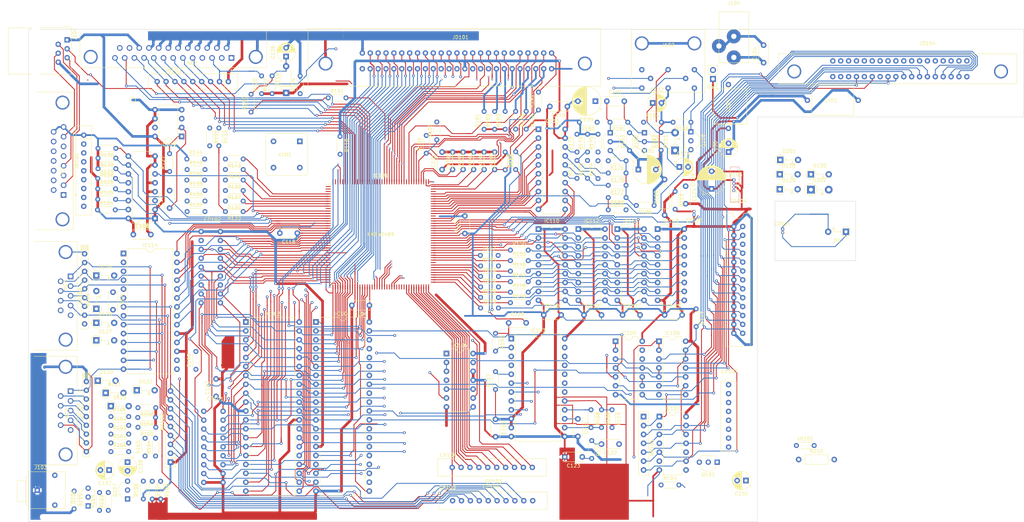
<source format=kicad_pcb>
(kicad_pcb (version 20171130) (host pcbnew "(5.1.5)-3")
  (layers (0 F.Cu signal) (31 B.Cu signal) (34 B.Paste user) (35 F.Paste user) (36 B.SilkS user) (37 F.SilkS user) (38 B.Mask user) (39 F.Mask user) (44 Edge.Cuts user))
  (net 0 "")
  (net 1 +5V)
  (net 2 GND)
  (net 3 CLK16)
  (net 4 "Net-(C120-Pad1)")
  (net 5 "Net-(C121-Pad1)")
  (net 6 "Net-(C122-Pad1)")
  (net 7 "Net-(C122-Pad2)")
  (net 8 "Net-(C123-Pad1)")
  (net 9 "Net-(C125-Pad1)")
  (net 10 "Net-(C126-Pad1)")
  (net 11 "Net-(C127-Pad1)")
  (net 12 "Net-(C130-Pad1)")
  (net 13 "Net-(C131-Pad1)")
  (net 14 "Net-(C131-Pad2)")
  (net 15 "Net-(C134-Pad2)")
  (net 16 "Net-(C134-Pad1)")
  (net 17 "Net-(C137-Pad1)")
  (net 18 "Net-(C137-Pad2)")
  (net 19 "Net-(C138-Pad1)")
  (net 20 "Net-(C138-Pad2)")
  (net 21 /FloppyDisk/~INDEX)
  (net 22 /FloppyDisk/~DSEL0)
  (net 23 "Net-(CD104-Pad6)")
  (net 24 ~MOTOR)
  (net 25 /FloppyDisk/~DSEL)
  (net 26 /FloppyDisk/~STEP)
  (net 27 /FloppyDisk/~WDATA)
  (net 28 /FloppyDisk/~WGATE)
  (net 29 /FloppyDisk/~TK00)
  (net 30 /FloppyDisk/~WRPT)
  (net 31 /FloppyDisk/~RDDATA)
  (net 32 /FloppyDisk/~SIDE1)
  (net 33 /FloppyDisk/~READY)
  (net 34 /joystick/X1)
  (net 35 /joystick/UP)
  (net 36 /joystick/DOWN)
  (net 37 /joystick/X2)
  (net 38 /joystick/LEFT)
  (net 39 /joystick/X3)
  (net 40 /joystick/X4)
  (net 41 /joystick/RIGHT)
  (net 42 /video/RED)
  (net 43 /video/GREEN)
  (net 44 /video/BLUE)
  (net 45 "Net-(D201-Pad1)")
  (net 46 "Net-(D201-Pad2)")
  (net 47 ~RESET)
  (net 48 "Net-(IC101-Pad4)")
  (net 49 "Net-(IC101-Pad5)")
  (net 50 "Net-(IC101-Pad6)")
  (net 51 "Net-(IC101-Pad7)")
  (net 52 "Net-(IC101-Pad8)")
  (net 53 "Net-(IC101-Pad9)")
  (net 54 /gateArray/AHOLD)
  (net 55 /gateArray/MUX2)
  (net 56 /gateArray/MUX1)
  (net 57 /gateArray/MUX0)
  (net 58 "Net-(IC101-Pad15)")
  (net 59 CLK1)
  (net 60 PA0)
  (net 61 PA1)
  (net 62 PA2)
  (net 63 PA3)
  (net 64 PA4)
  (net 65 PA5)
  (net 66 PA6)
  (net 67 PA7)
  (net 68 ~ROM)
  (net 69 RESET)
  (net 70 WCLK)
  (net 71 CWRDTA)
  (net 72 Y10)
  (net 73 Y9)
  (net 74 Y8)
  (net 75 Y1)
  (net 76 Y6)
  (net 77 Y5)
  (net 78 Y4)
  (net 79 Y3)
  (net 80 Y2)
  (net 81 "Net-(IC101-Pad81)")
  (net 82 "Net-(IC101-Pad82)")
  (net 83 "Net-(IC101-Pad83)")
  (net 84 "Net-(IC101-Pad84)")
  (net 85 "Net-(IC101-Pad85)")
  (net 86 "Net-(IC101-Pad86)")
  (net 87 "Net-(IC101-Pad87)")
  (net 88 "Net-(IC101-Pad88)")
  (net 89 "Net-(IC101-Pad90)")
  (net 90 "Net-(IC101-Pad91)")
  (net 91 "Net-(IC101-Pad92)")
  (net 92 "Net-(IC101-Pad93)")
  (net 93 RD0)
  (net 94 RD1)
  (net 95 RD2)
  (net 96 RD3)
  (net 97 RD4)
  (net 98 RD5)
  (net 99 RD6)
  (net 100 RD7)
  (net 101 BLU0)
  (net 102 BLU1)
  (net 103 BLU2)
  (net 104 BLU3)
  (net 105 GRN0)
  (net 106 GRN1)
  (net 107 GRN2)
  (net 108 GRN3)
  (net 109 RED0)
  (net 110 RED1)
  (net 111 RED2)
  (net 112 RED3)
  (net 113 /gateArray/LK104)
  (net 114 /gateArray/LK103)
  (net 115 /gateArray/LK102)
  (net 116 /gateArray/LK101)
  (net 117 CLK4)
  (net 118 LPEN)
  (net 119 CURSOR)
  (net 120 ~RAMRD)
  (net 121 READY)
  (net 122 NIORQ)
  (net 123 /gateArray/~MREQ)
  (net 124 "Net-(IC101-Pad142)")
  (net 125 "Net-(IC101-Pad143)")
  (net 126 /gateArray/PSTB)
  (net 127 /gateArray/PR0)
  (net 128 /gateArray/PR1)
  (net 129 /gateArray/PR2)
  (net 130 /gateArray/PR3)
  (net 131 /gateArray/PR4)
  (net 132 /gateArray/PR5)
  (net 133 /gateArray/PR6)
  (net 134 /gateArray/PR7)
  (net 135 /gateArray/BUSY)
  (net 136 "Net-(IC101-Pad156)")
  (net 137 CCLR)
  (net 138 SIN)
  (net 139 ~NBRST)
  (net 140 A10)
  (net 141 ~IORQ)
  (net 142 A9)
  (net 143 A8)
  (net 144 A7)
  (net 145 A6)
  (net 146 A5)
  (net 147 D1)
  (net 148 A4)
  (net 149 D0)
  (net 150 A3)
  (net 151 D7)
  (net 152 A2)
  (net 153 D2)
  (net 154 A1)
  (net 155 A0)
  (net 156 D6)
  (net 157 D5)
  (net 158 D3)
  (net 159 D4)
  (net 160 A15)
  (net 161 A14)
  (net 162 A13)
  (net 163 A12)
  (net 164 A11)
  (net 165 "Net-(IC103-Pad2)")
  (net 166 "Net-(IC103-Pad3)")
  (net 167 "Net-(IC103-Pad4)")
  (net 168 "Net-(IC103-Pad16)")
  (net 169 "Net-(IC103-Pad5)")
  (net 170 "Net-(IC103-Pad17)")
  (net 171 SYNC)
  (net 172 "Net-(IC103-Pad18)")
  (net 173 RDATA)
  (net 174 "Net-(IC103-Pad19)")
  (net 175 WINDOW)
  (net 176 "Net-(IC103-Pad20)")
  (net 177 DATA)
  (net 178 "Net-(IC103-Pad21)")
  (net 179 "Net-(IC103-Pad22)")
  (net 180 "Net-(IC103-Pad23)")
  (net 181 "Net-(IC104-Pad25)")
  (net 182 "Net-(IC104-Pad26)")
  (net 183 "Net-(IC104-Pad27)")
  (net 184 "Net-(IC104-Pad28)")
  (net 185 "Net-(IC104-Pad29)")
  (net 186 "Net-(IC104-Pad30)")
  (net 187 "Net-(IC104-Pad31)")
  (net 188 "Net-(IC104-Pad32)")
  (net 189 "Net-(IC104-Pad33)")
  (net 190 "Net-(IC104-Pad14)")
  (net 191 "Net-(IC104-Pad34)")
  (net 192 "Net-(IC104-Pad35)")
  (net 193 "Net-(IC104-Pad36)")
  (net 194 "Net-(IC104-Pad17)")
  (net 195 "Net-(IC104-Pad37)")
  (net 196 "Net-(IC104-Pad18)")
  (net 197 "Net-(IC104-Pad38)")
  (net 198 "Net-(IC106-Pad8)")
  (net 199 "Net-(IC106-Pad9)")
  (net 200 RY2)
  (net 201 RX1)
  (net 202 RY1)
  (net 203 RX2)
  (net 204 "Net-(IC109-Pad3)")
  (net 205 RA4)
  (net 206 RA5)
  (net 207 RA6)
  (net 208 RA0)
  (net 209 ~RAS)
  (net 210 RA1)
  (net 211 /memoire/nwe)
  (net 212 RA2)
  (net 213 RA3)
  (net 214 RA7)
  (net 215 "Net-(IC114-Pad1)")
  (net 216 "Net-(IC114-Pad2)")
  (net 217 "Net-(IC114-Pad4)")
  (net 218 "Net-(IC114-Pad5)")
  (net 219 "Net-(IC115-Pad18)")
  (net 220 "Net-(IC116-Pad13)")
  (net 221 "Net-(IC116-Pad10)")
  (net 222 "Net-(R132-Pad2)")
  (net 223 "Net-(R134-Pad1)")
  (net 224 "Net-(R136-Pad1)")
  (net 225 "Net-(R138-Pad1)")
  (net 226 "Net-(R140-Pad1)")
  (net 227 "Net-(R142-Pad1)")
  (net 228 ~CAS1)
  (net 229 ~CAS0)
  (net 230 ~WE)
  (net 231 SOUND)
  (net 232 "Net-(R171-Pad2)")
  (net 233 "Net-(R174-Pad2)")
  (net 234 ~SYNC)
  (net 235 /video/LUM)
  (net 236 /video/L)
  (net 237 /video/R)
  (net 238 /CPU/~CMON)
  (net 239 "Net-(Q101-Pad1)")
  (net 240 PC4)
  (net 241 /joystick/FIRE1)
  (net 242 /joystick/FIRE2)
  (net 243 /joystick/COM1)
  (net 244 /joystick/COM2)
  (net 245 "Net-(JD103-Pad10)")
  (net 246 "Net-(JD103-Pad12)")
  (net 247 "Net-(JD103-Pad13)")
  (net 248 "Net-(JD103-Pad14)")
  (net 249 "Net-(JD103-Pad15)")
  (net 250 "Net-(JP101-Pad9)")
  (net 251 "Net-(JP101-Pad8)")
  (net 252 "Net-(JP101-Pad7)")
  (net 253 "Net-(JP101-Pad6)")
  (net 254 "Net-(JP101-Pad5)")
  (net 255 "Net-(JP101-Pad4)")
  (net 256 "Net-(JP101-Pad3)")
  (net 257 "Net-(JP101-Pad2)")
  (net 258 "Net-(JP101-Pad1)")
  (net 259 "Net-(JP102-Pad2)")
  (net 260 "Net-(JP102-Pad5)")
  (net 261 "Net-(JP102-Pad8)")
  (net 262 "Net-(JP102-Pad9)")
  (net 263 "Net-(C132-Pad1)")
  (net 264 "Net-(C139-Pad1)")
  (net 265 "Net-(CD103-Pad4)")
  (net 266 "Net-(IC109-Pad7)")
  (net 267 "Net-(CD101-Pad1)")
  (net 268 ~BRST)
  (net 269 ~ROMEN)
  (net 270 ROMDIS)
  (net 271 RAMDIS)
  (net 272 ~EXP)
  (net 273 "Net-(JD104-Pad1)")
  (net 274 "Net-(JD104-Pad3)")
  (net 275 "Net-(JD104-Pad5)")
  (net 276 "Net-(JD104-Pad9)")
  (net 277 "Net-(JD104-Pad13)")
  (net 278 "Net-(JD104-Pad35)")
  (net 279 "Net-(CP103-Pad1)")
  (net 280 "Net-(CP103-Pad10)")
  (net 281 CA18)
  (net 282 CA16)
  (net 283 CA17)
  (net 284 CA15)
  (net 285 CA14)
  (net 286 "Net-(CP107-Pad1)")
  (net 287 "Net-(CP107-Pad2)")
  (net 288 "Net-(CP107-Pad3)")
  (net 289 "Net-(CP107-Pad4)")
  (net 290 "Net-(CP107-Pad5)")
  (net 291 "Net-(CP107-Pad6)")
  (net 292 "Net-(CP107-Pad7)")
  (net 293 "Net-(CP107-Pad8)")
  (net 294 "Net-(CD101-Pad2)")
  (net 295 "Net-(IC101-Pad117)")
  (net 296 "Net-(IC101-Pad144)")
  (net 297 "Net-(IC101-Pad141)")
  (net 298 PC7)
  (net 299 PC6)
  (net 300 "Net-(Q103-Pad3)")
  (net 301 "Net-(IC101-Pad2)")
  (net 302 "Net-(IC101-Pad1)")
  (net 303 "Net-(X181-Pad1)")
  (net 304 /gateArray/LK105)
  (net 305 "Net-(C124-Pad1)")
  (net 306 X8)
  (net 307 X7)
  (net 308 X6)
  (net 309 X5)
  (net 310 X4)
  (net 311 X3)
  (net 312 X2)
  (net 313 X1)
  (net 314 CRDDTA)
  (net 315 /FloppyDisk/~FDC)
  (net 316 /FloppyDisk/~IOW)
  (net 317 /FloppyDisk/~IOR)
  (net 318 ~MREQ)
  (net 319 ~RD)
  (net 320 ~WR)
  (net 321 ~INT)
  (net 322 ~M1)
  (net 323 ~HALT)
  (net 324 ~NMI)
  (net 325 ~RFSH)
  (net 326 ~BUSRQ)
  (net 327 ~BUSACK)
  (module cpc6128+:nc_db25_db15 (layer F.Cu) (at 70.7 35.4)
    (fp_text reference NC? (at 0 -3.5) (layer F.SilkS))
    (fp_text value nc_db25_db15)
    (pad 9 thru_hole circle (at 10.32 1.75) (size 1.524 1.524) (drill 0.762) (layers *.Cu *.Mask))
    (pad 8 thru_hole circle (at 7.78 1.75) (size 1.524 1.524) (drill 0.762) (layers *.Cu *.Mask) (net 135 /gateArray/BUSY))
    (pad 7 thru_hole circle (at 5.24 1.75) (size 1.524 1.524) (drill 0.762) (layers *.Cu *.Mask) (net 134 /gateArray/PR7))
    (pad 6 thru_hole circle (at 2.7 1.75) (size 1.524 1.524) (drill 0.762) (layers *.Cu *.Mask) (net 133 /gateArray/PR6))
    (pad 5 thru_hole circle (at 0.16 1.75) (size 1.524 1.524) (drill 0.762) (layers *.Cu *.Mask) (net 132 /gateArray/PR5))
    (pad 4 thru_hole circle (at -2.38 1.75) (size 1.524 1.524) (drill 0.762) (layers *.Cu *.Mask) (net 131 /gateArray/PR4))
    (pad 3 thru_hole circle (at -4.92 1.75) (size 1.524 1.524) (drill 0.762) (layers *.Cu *.Mask) (net 130 /gateArray/PR3))
    (pad 2 thru_hole circle (at -7.46 1.75) (size 1.524 1.524) (drill 0.762) (layers *.Cu *.Mask) (net 129 /gateArray/PR2))
    (pad 1 thru_hole circle (at -10 1.75) (size 1.524 1.524) (drill 0.762) (layers *.Cu *.Mask) (net 128 /gateArray/PR1))
  )
  (module cpc6128+:Oscillator_X181_DIP-14 (layer F.Cu) (at 100.9 69.2 180)
    (fp_text reference X181 (at 3.8 11.2) (layer F.SilkS))
    (fp_text value "40 MHz")
    (pad 7 thru_hole circle (at 7 15 180) (size 1.6 1.6) (drill 0.8) (layers *.Cu *.Mask) (net 2 GND))
    (pad 8 thru_hole circle (at 7 7.5 180) (size 1.6 1.6) (drill 0.8) (layers *.Cu *.Mask) (net 301 "Net-(IC101-Pad2)"))
    (pad 14 thru_hole circle (at -0.5 7.5 180) (size 1.6 1.6) (drill 0.8) (layers *.Cu *.Mask) (net 1 +5V))
    (pad 1 thru_hole rect (at -0.5 15 180) (size 1.6 1.6) (drill 0.8) (layers *.Cu *.Mask) (net 303 "Net-(X181-Pad1)"))
  )
  (module Package_DIP:DIP-40_W15.24mm (layer F.Cu) (at 86 105.75)
    (fp_text reference IC102 (at 7.62 -2.33) (layer F.SilkS))
    (fp_text value z80_6128)
    (pad 40 thru_hole oval (at 15.24 0) (size 1.6 1.6) (drill 0.8) (layers *.Cu *.Mask) (net 140 A10))
    (pad 20 thru_hole oval (at 0 48.26) (size 1.6 1.6) (drill 0.8) (layers *.Cu *.Mask) (net 141 ~IORQ))
    (pad 39 thru_hole oval (at 15.24 2.54) (size 1.6 1.6) (drill 0.8) (layers *.Cu *.Mask) (net 142 A9))
    (pad 19 thru_hole oval (at 0 45.72) (size 1.6 1.6) (drill 0.8) (layers *.Cu *.Mask) (net 318 ~MREQ))
    (pad 38 thru_hole oval (at 15.24 5.08) (size 1.6 1.6) (drill 0.8) (layers *.Cu *.Mask) (net 143 A8))
    (pad 18 thru_hole oval (at 0 43.18) (size 1.6 1.6) (drill 0.8) (layers *.Cu *.Mask) (net 323 ~HALT))
    (pad 37 thru_hole oval (at 15.24 7.62) (size 1.6 1.6) (drill 0.8) (layers *.Cu *.Mask) (net 144 A7))
    (pad 17 thru_hole oval (at 0 40.64) (size 1.6 1.6) (drill 0.8) (layers *.Cu *.Mask) (net 324 ~NMI))
    (pad 36 thru_hole oval (at 15.24 10.16) (size 1.6 1.6) (drill 0.8) (layers *.Cu *.Mask) (net 145 A6))
    (pad 16 thru_hole oval (at 0 38.1) (size 1.6 1.6) (drill 0.8) (layers *.Cu *.Mask) (net 321 ~INT))
    (pad 35 thru_hole oval (at 15.24 12.7) (size 1.6 1.6) (drill 0.8) (layers *.Cu *.Mask) (net 146 A5))
    (pad 15 thru_hole oval (at 0 35.56) (size 1.6 1.6) (drill 0.8) (layers *.Cu *.Mask) (net 147 D1))
    (pad 34 thru_hole oval (at 15.24 15.24) (size 1.6 1.6) (drill 0.8) (layers *.Cu *.Mask) (net 148 A4))
    (pad 14 thru_hole oval (at 0 33.02) (size 1.6 1.6) (drill 0.8) (layers *.Cu *.Mask) (net 149 D0))
    (pad 33 thru_hole oval (at 15.24 17.78) (size 1.6 1.6) (drill 0.8) (layers *.Cu *.Mask) (net 150 A3))
    (pad 13 thru_hole oval (at 0 30.48) (size 1.6 1.6) (drill 0.8) (layers *.Cu *.Mask) (net 151 D7))
    (pad 32 thru_hole oval (at 15.24 20.32) (size 1.6 1.6) (drill 0.8) (layers *.Cu *.Mask) (net 152 A2))
    (pad 12 thru_hole oval (at 0 27.94) (size 1.6 1.6) (drill 0.8) (layers *.Cu *.Mask) (net 153 D2))
    (pad 31 thru_hole oval (at 15.24 22.86) (size 1.6 1.6) (drill 0.8) (layers *.Cu *.Mask) (net 154 A1))
    (pad 11 thru_hole oval (at 0 25.4) (size 1.6 1.6) (drill 0.8) (layers *.Cu *.Mask) (net 1 +5V))
    (pad 30 thru_hole oval (at 15.24 25.4) (size 1.6 1.6) (drill 0.8) (layers *.Cu *.Mask) (net 155 A0))
    (pad 10 thru_hole oval (at 0 22.86) (size 1.6 1.6) (drill 0.8) (layers *.Cu *.Mask) (net 156 D6))
    (pad 29 thru_hole oval (at 15.24 27.94) (size 1.6 1.6) (drill 0.8) (layers *.Cu *.Mask) (net 2 GND))
    (pad 9 thru_hole oval (at 0 20.32) (size 1.6 1.6) (drill 0.8) (layers *.Cu *.Mask) (net 157 D5))
    (pad 28 thru_hole oval (at 15.24 30.48) (size 1.6 1.6) (drill 0.8) (layers *.Cu *.Mask) (net 325 ~RFSH))
    (pad 8 thru_hole oval (at 0 17.78) (size 1.6 1.6) (drill 0.8) (layers *.Cu *.Mask) (net 158 D3))
    (pad 27 thru_hole oval (at 15.24 33.02) (size 1.6 1.6) (drill 0.8) (layers *.Cu *.Mask) (net 322 ~M1))
    (pad 7 thru_hole oval (at 0 15.24) (size 1.6 1.6) (drill 0.8) (layers *.Cu *.Mask) (net 159 D4))
    (pad 26 thru_hole oval (at 15.24 35.56) (size 1.6 1.6) (drill 0.8) (layers *.Cu *.Mask) (net 47 ~RESET))
    (pad 6 thru_hole oval (at 0 12.7) (size 1.6 1.6) (drill 0.8) (layers *.Cu *.Mask) (net 117 CLK4))
    (pad 25 thru_hole oval (at 15.24 38.1) (size 1.6 1.6) (drill 0.8) (layers *.Cu *.Mask) (net 326 ~BUSRQ))
    (pad 5 thru_hole oval (at 0 10.16) (size 1.6 1.6) (drill 0.8) (layers *.Cu *.Mask) (net 160 A15))
    (pad 24 thru_hole oval (at 15.24 40.64) (size 1.6 1.6) (drill 0.8) (layers *.Cu *.Mask) (net 121 READY))
    (pad 4 thru_hole oval (at 0 7.62) (size 1.6 1.6) (drill 0.8) (layers *.Cu *.Mask) (net 161 A14))
    (pad 23 thru_hole oval (at 15.24 43.18) (size 1.6 1.6) (drill 0.8) (layers *.Cu *.Mask) (net 327 ~BUSACK))
    (pad 3 thru_hole oval (at 0 5.08) (size 1.6 1.6) (drill 0.8) (layers *.Cu *.Mask) (net 162 A13))
    (pad 22 thru_hole oval (at 15.24 45.72) (size 1.6 1.6) (drill 0.8) (layers *.Cu *.Mask) (net 320 ~WR))
    (pad 2 thru_hole oval (at 0 2.54) (size 1.6 1.6) (drill 0.8) (layers *.Cu *.Mask) (net 163 A12))
    (pad 21 thru_hole oval (at 15.24 48.26) (size 1.6 1.6) (drill 0.8) (layers *.Cu *.Mask) (net 319 ~RD))
    (pad 1 thru_hole rect (at 0 0) (size 1.6 1.6) (drill 0.8) (layers *.Cu *.Mask) (net 164 A11))
  )
  (module cpc6128+:L_Toroid_Vertical_L13_P13 (layer F.Cu) (at 223.7 44 90)
    (fp_text reference L104 (at 0 0 90) (layer F.SilkS))
    (fp_text value SN8D-500)
    (pad 1 thru_hole circle (at 6 0 90) (size 1.524 1.524) (drill 0.762) (layers *.Cu *.Mask) (net 1 +5V))
    (pad 2 thru_hole circle (at -6.5 0 90) (size 1.524 1.524) (drill 0.762) (layers *.Cu *.Mask) (net 264 "Net-(C139-Pad1)"))
  )
  (module cpc6128+:Jack_6128 (layer F.Cu) (at 27.25 149.75)
    (fp_text reference J103 (at 0.25 -2.5) (layer F.SilkS))
    (fp_text value "Jack audio")
    (pad G thru_hole circle (at -0.75 4) (size 1.524 1.524) (drill 0.762) (layers *.Cu *.Mask) (net 2 GND))
    (pad T thru_hole circle (at 4.25 8.25) (size 1.524 1.524) (drill 0.762) (layers *.Cu *.Mask) (net 237 /video/R))
    (pad S thru_hole circle (at 4.25 -0.25) (size 1.524 1.524) (drill 0.762) (layers *.Cu *.Mask) (net 236 /video/L))
  )
  (module cpc6128+:nc_db9 (layer F.Cu) (at 36.5 95.8 90)
    (fp_text reference NC? (at 0.5 -2 90) (layer F.SilkS))
    (fp_text value nc_db9)
    (pad 9 thru_hole circle (at 9.5 3.5 90) (size 1.524 1.524) (drill 0.762) (layers *.Cu *.Mask))
    (pad 8 thru_hole circle (at 7 3.5 90) (size 1.524 1.524) (drill 0.762) (layers *.Cu *.Mask) (net 306 X8))
    (pad 7 thru_hole circle (at 4.5 3.5 90) (size 1.524 1.524) (drill 0.762) (layers *.Cu *.Mask) (net 310 X4))
    (pad 6 thru_hole circle (at 2 3.5 90) (size 1.524 1.524) (drill 0.762) (layers *.Cu *.Mask) (net 259 "Net-(JP102-Pad2)"))
    (pad 5 thru_hole circle (at -0.5 3.5 90) (size 1.524 1.524) (drill 0.762) (layers *.Cu *.Mask) (net 311 X3))
    (pad 4 thru_hole circle (at -3 3.5 90) (size 1.524 1.524) (drill 0.762) (layers *.Cu *.Mask) (net 308 X6))
    (pad 3 thru_hole circle (at -5.5 3.5 90) (size 1.524 1.524) (drill 0.762) (layers *.Cu *.Mask) (net 261 "Net-(JP102-Pad8)"))
    (pad 2 thru_hole circle (at -8 3.5 90) (size 1.524 1.524) (drill 0.762) (layers *.Cu *.Mask) (net 309 X5))
    (pad 1 thru_hole circle (at -10.5 3.5 90) (size 1.524 1.524) (drill 0.762) (layers *.Cu *.Mask))
  )
  (module cpc6128+:nc_db9 (layer F.Cu) (at 37 132.25 90)
    (fp_text reference NC? (at 0.5 -2 90) (layer F.SilkS))
    (fp_text value nc_db9)
    (pad 9 thru_hole circle (at 9.5 3.5 90) (size 1.524 1.524) (drill 0.762) (layers *.Cu *.Mask))
    (pad 8 thru_hole circle (at 7 3.5 90) (size 1.524 1.524) (drill 0.762) (layers *.Cu *.Mask) (net 306 X8))
    (pad 7 thru_hole circle (at 4.5 3.5 90) (size 1.524 1.524) (drill 0.762) (layers *.Cu *.Mask) (net 253 "Net-(JP101-Pad6)"))
    (pad 6 thru_hole circle (at 2 3.5 90) (size 1.524 1.524) (drill 0.762) (layers *.Cu *.Mask) (net 257 "Net-(JP101-Pad2)"))
    (pad 5 thru_hole circle (at -0.5 3.5 90) (size 1.524 1.524) (drill 0.762) (layers *.Cu *.Mask) (net 252 "Net-(JP101-Pad7)"))
    (pad 4 thru_hole circle (at -3 3.5 90) (size 1.524 1.524) (drill 0.762) (layers *.Cu *.Mask) (net 256 "Net-(JP101-Pad3)"))
    (pad 3 thru_hole circle (at -5.5 3.5 90) (size 1.524 1.524) (drill 0.762) (layers *.Cu *.Mask) (net 251 "Net-(JP101-Pad8)"))
    (pad 2 thru_hole circle (at -8 3.5 90) (size 1.524 1.524) (drill 0.762) (layers *.Cu *.Mask) (net 255 "Net-(JP101-Pad4)"))
    (pad 1 thru_hole circle (at -10.5 3.5 90) (size 1.524 1.524) (drill 0.762) (layers *.Cu *.Mask) (net 250 "Net-(JP101-Pad9)"))
  )
  (module cpc6128+:centronic_36 (layer F.Cu) (at 280.5 29.25)
    (fp_text reference JD104 (at 0 -3) (layer F.SilkS))
    (fp_text value " Centronic FD 36 WAY")
    (pad 0 thru_hole circle (at 21 5) (size 4 4) (drill 3.2) (layers *.Cu *.Mask))
    (pad 0 thru_hole circle (at -38 5) (size 4 4) (drill 3.2) (layers *.Cu *.Mask))
    (pad 36 thru_hole circle (at 11.25 2) (size 1.524 1.524) (drill 0.762) (layers *.Cu *.Mask) (net 2 GND))
    (pad 35 thru_hole circle (at 11.25 6.5) (size 1.524 1.524) (drill 0.762) (layers *.Cu *.Mask) (net 278 "Net-(JD104-Pad35)"))
    (pad 34 thru_hole circle (at 9 2) (size 1.524 1.524) (drill 0.762) (layers *.Cu *.Mask) (net 2 GND))
    (pad 33 thru_hole circle (at 9 6.5) (size 1.524 1.524) (drill 0.762) (layers *.Cu *.Mask) (net 33 /FloppyDisk/~READY))
    (pad 32 thru_hole circle (at 6.75 2) (size 1.524 1.524) (drill 0.762) (layers *.Cu *.Mask) (net 2 GND))
    (pad 31 thru_hole circle (at 6.75 6.5) (size 1.524 1.524) (drill 0.762) (layers *.Cu *.Mask) (net 32 /FloppyDisk/~SIDE1))
    (pad 30 thru_hole circle (at 4.5 2) (size 1.524 1.524) (drill 0.762) (layers *.Cu *.Mask) (net 2 GND))
    (pad 29 thru_hole circle (at 4.5 6.5) (size 1.524 1.524) (drill 0.762) (layers *.Cu *.Mask) (net 31 /FloppyDisk/~RDDATA))
    (pad 28 thru_hole circle (at 2.25 2) (size 1.524 1.524) (drill 0.762) (layers *.Cu *.Mask) (net 2 GND))
    (pad 27 thru_hole circle (at 2.25 6.5) (size 1.524 1.524) (drill 0.762) (layers *.Cu *.Mask) (net 30 /FloppyDisk/~WRPT))
    (pad 26 thru_hole circle (at 0 2) (size 1.524 1.524) (drill 0.762) (layers *.Cu *.Mask) (net 2 GND))
    (pad 25 thru_hole circle (at 0 6.5) (size 1.524 1.524) (drill 0.762) (layers *.Cu *.Mask) (net 29 /FloppyDisk/~TK00))
    (pad 24 thru_hole circle (at -2.25 2) (size 1.524 1.524) (drill 0.762) (layers *.Cu *.Mask) (net 2 GND))
    (pad 23 thru_hole circle (at -2.25 6.5) (size 1.524 1.524) (drill 0.762) (layers *.Cu *.Mask) (net 28 /FloppyDisk/~WGATE))
    (pad 22 thru_hole circle (at -4.5 2) (size 1.524 1.524) (drill 0.762) (layers *.Cu *.Mask) (net 2 GND))
    (pad 21 thru_hole circle (at -4.5 6.5) (size 1.524 1.524) (drill 0.762) (layers *.Cu *.Mask) (net 27 /FloppyDisk/~WDATA))
    (pad 20 thru_hole circle (at -6.75 2) (size 1.524 1.524) (drill 0.762) (layers *.Cu *.Mask) (net 2 GND))
    (pad 19 thru_hole circle (at -6.75 6.5) (size 1.524 1.524) (drill 0.762) (layers *.Cu *.Mask) (net 26 /FloppyDisk/~STEP))
    (pad 18 thru_hole circle (at -9 2) (size 1.524 1.524) (drill 0.762) (layers *.Cu *.Mask) (net 2 GND))
    (pad 17 thru_hole circle (at -9 6.5) (size 1.524 1.524) (drill 0.762) (layers *.Cu *.Mask) (net 25 /FloppyDisk/~DSEL))
    (pad 16 thru_hole circle (at -11.25 2) (size 1.524 1.524) (drill 0.762) (layers *.Cu *.Mask) (net 2 GND))
    (pad 15 thru_hole circle (at -11.25 6.5) (size 1.524 1.524) (drill 0.762) (layers *.Cu *.Mask) (net 24 ~MOTOR))
    (pad 14 thru_hole circle (at -13.5 2) (size 1.524 1.524) (drill 0.762) (layers *.Cu *.Mask) (net 2 GND))
    (pad 13 thru_hole circle (at -13.5 6.5) (size 1.524 1.524) (drill 0.762) (layers *.Cu *.Mask) (net 277 "Net-(JD104-Pad13)"))
    (pad 12 thru_hole circle (at -15.75 2) (size 1.524 1.524) (drill 0.762) (layers *.Cu *.Mask) (net 2 GND))
    (pad 11 thru_hole circle (at -15.75 6.5) (size 1.524 1.524) (drill 0.762) (layers *.Cu *.Mask) (net 25 /FloppyDisk/~DSEL))
    (pad 10 thru_hole circle (at -18 2) (size 1.524 1.524) (drill 0.762) (layers *.Cu *.Mask) (net 2 GND))
    (pad 9 thru_hole circle (at -18 6.5) (size 1.524 1.524) (drill 0.762) (layers *.Cu *.Mask) (net 276 "Net-(JD104-Pad9)"))
    (pad 8 thru_hole circle (at -20.25 2) (size 1.524 1.524) (drill 0.762) (layers *.Cu *.Mask) (net 2 GND))
    (pad 7 thru_hole circle (at -20.25 6.5) (size 1.524 1.524) (drill 0.762) (layers *.Cu *.Mask) (net 21 /FloppyDisk/~INDEX))
    (pad 6 thru_hole circle (at -22.5 2) (size 1.524 1.524) (drill 0.762) (layers *.Cu *.Mask) (net 2 GND))
    (pad 5 thru_hole circle (at -22.5 6.5) (size 1.524 1.524) (drill 0.762) (layers *.Cu *.Mask) (net 275 "Net-(JD104-Pad5)"))
    (pad 4 thru_hole circle (at -24.75 2) (size 1.524 1.524) (drill 0.762) (layers *.Cu *.Mask) (net 2 GND))
    (pad 3 thru_hole circle (at -24.75 6.5) (size 1.524 1.524) (drill 0.762) (layers *.Cu *.Mask) (net 274 "Net-(JD104-Pad3)"))
    (pad 2 thru_hole circle (at -27 2) (size 1.524 1.524) (drill 0.762) (layers *.Cu *.Mask) (net 2 GND))
    (pad 1 thru_hole circle (at -27 6.5) (size 1.524 1.524) (drill 0.762) (layers *.Cu *.Mask) (net 273 "Net-(JD104-Pad1)"))
  )
  (module cpc6128+:nc_db25_db15 (layer F.Cu) (at 35.75 63 90)
    (fp_text reference NC? (at 0 -2 90) (layer F.SilkS))
    (fp_text value nc_db25_db15)
    (pad 9 thru_hole circle (at 10.57 4 90) (size 1.524 1.524) (drill 0.762) (layers *.Cu *.Mask) (net 2 GND))
    (pad 8 thru_hole circle (at 8.03 4 90) (size 1.524 1.524) (drill 0.762) (layers *.Cu *.Mask))
    (pad 7 thru_hole circle (at 5.49 4 90) (size 1.524 1.524) (drill 0.762) (layers *.Cu *.Mask))
    (pad 6 thru_hole circle (at 2.95 4 90) (size 1.524 1.524) (drill 0.762) (layers *.Cu *.Mask))
    (pad 5 thru_hole circle (at 0.41 4 90) (size 1.524 1.524) (drill 0.762) (layers *.Cu *.Mask))
    (pad 4 thru_hole circle (at -2.13 4 90) (size 1.524 1.524) (drill 0.762) (layers *.Cu *.Mask))
    (pad 3 thru_hole circle (at -4.67 4 90) (size 1.524 1.524) (drill 0.762) (layers *.Cu *.Mask))
    (pad 2 thru_hole circle (at -7.21 4 90) (size 1.524 1.524) (drill 0.762) (layers *.Cu *.Mask))
    (pad 1 thru_hole circle (at -9.75 4 90) (size 1.524 1.524) (drill 0.762) (layers *.Cu *.Mask))
  )
  (module Package_TO_SOT_THT:TO-92_Inline_Wide (layer F.Cu) (at 41 158.25 90)
    (fp_text reference Q106 (at 2.55 -4.19 90) (layer F.SilkS))
    (fp_text value KTC1815Y)
    (pad 1 thru_hole rect (at 0 0 180) (size 1.5 1.5) (drill 0.8) (layers *.Cu *.Mask) (net 18 "Net-(C137-Pad2)"))
    (pad 3 thru_hole circle (at 5.08 0 180) (size 1.5 1.5) (drill 0.8) (layers *.Cu *.Mask) (net 236 /video/L))
    (pad 2 thru_hole circle (at 2.54 0 180) (size 1.5 1.5) (drill 0.8) (layers *.Cu *.Mask) (net 1 +5V))
  )
  (module cpc6128+:centronic_50 (layer F.Cu) (at 147.25 24)
    (fp_text reference JD101 (at 0 0.5) (layer F.SilkS))
    (fp_text value "centronic 50 WAY")
    (pad 0 thru_hole circle (at 35.5 8) (size 4 4) (drill 3.2) (layers *.Cu *.Mask))
    (pad 0 thru_hole circle (at -38.5 8) (size 4 4) (drill 3.2) (layers *.Cu *.Mask))
    (pad 50 thru_hole circle (at 26 5) (size 1.524 1.524) (drill 0.762) (layers *.Cu *.Mask) (net 117 CLK4))
    (pad 49 thru_hole circle (at 26 9.5) (size 1.524 1.524) (drill 0.762) (layers *.Cu *.Mask) (net 2 GND))
    (pad 48 thru_hole circle (at 23.75 5) (size 1.524 1.524) (drill 0.762) (layers *.Cu *.Mask) (net 272 ~EXP))
    (pad 47 thru_hole circle (at 23.75 9.5) (size 1.524 1.524) (drill 0.762) (layers *.Cu *.Mask) (net 118 LPEN))
    (pad 46 thru_hole circle (at 21.5 5) (size 1.524 1.524) (drill 0.762) (layers *.Cu *.Mask) (net 119 CURSOR))
    (pad 45 thru_hole circle (at 21.5 9.5) (size 1.524 1.524) (drill 0.762) (layers *.Cu *.Mask) (net 271 RAMDIS))
    (pad 44 thru_hole circle (at 19.25 5) (size 1.524 1.524) (drill 0.762) (layers *.Cu *.Mask) (net 120 ~RAMRD))
    (pad 43 thru_hole circle (at 19.25 9.5) (size 1.524 1.524) (drill 0.762) (layers *.Cu *.Mask) (net 270 ROMDIS))
    (pad 42 thru_hole circle (at 17 5) (size 1.524 1.524) (drill 0.762) (layers *.Cu *.Mask) (net 269 ~ROMEN))
    (pad 41 thru_hole circle (at 17 9.5) (size 1.524 1.524) (drill 0.762) (layers *.Cu *.Mask) (net 47 ~RESET))
    (pad 40 thru_hole circle (at 14.75 5) (size 1.524 1.524) (drill 0.762) (layers *.Cu *.Mask) (net 268 ~BRST))
    (pad 39 thru_hole circle (at 14.75 9.5) (size 1.524 1.524) (drill 0.762) (layers *.Cu *.Mask) (net 121 READY))
    (pad 38 thru_hole circle (at 12.5 5) (size 1.524 1.524) (drill 0.762) (layers *.Cu *.Mask) (net 327 ~BUSACK))
    (pad 37 thru_hole circle (at 12.5 9.5) (size 1.524 1.524) (drill 0.762) (layers *.Cu *.Mask) (net 326 ~BUSRQ))
    (pad 36 thru_hole circle (at 10.25 5) (size 1.524 1.524) (drill 0.762) (layers *.Cu *.Mask) (net 324 ~NMI))
    (pad 35 thru_hole circle (at 10.25 9.5) (size 1.524 1.524) (drill 0.762) (layers *.Cu *.Mask) (net 321 ~INT))
    (pad 34 thru_hole circle (at 8 5) (size 1.524 1.524) (drill 0.762) (layers *.Cu *.Mask) (net 323 ~HALT))
    (pad 33 thru_hole circle (at 8 9.5) (size 1.524 1.524) (drill 0.762) (layers *.Cu *.Mask) (net 320 ~WR))
    (pad 32 thru_hole circle (at 5.75 5) (size 1.524 1.524) (drill 0.762) (layers *.Cu *.Mask) (net 319 ~RD))
    (pad 31 thru_hole circle (at 5.75 9.5) (size 1.524 1.524) (drill 0.762) (layers *.Cu *.Mask) (net 141 ~IORQ))
    (pad 30 thru_hole circle (at 3.5 5) (size 1.524 1.524) (drill 0.762) (layers *.Cu *.Mask) (net 325 ~RFSH))
    (pad 29 thru_hole circle (at 3.5 9.5) (size 1.524 1.524) (drill 0.762) (layers *.Cu *.Mask) (net 322 ~M1))
    (pad 28 thru_hole circle (at 1.25 5) (size 1.524 1.524) (drill 0.762) (layers *.Cu *.Mask) (net 318 ~MREQ))
    (pad 27 thru_hole circle (at 1.25 9.5) (size 1.524 1.524) (drill 0.762) (layers *.Cu *.Mask) (net 1 +5V))
    (pad 26 thru_hole circle (at -1 5) (size 1.524 1.524) (drill 0.762) (layers *.Cu *.Mask) (net 149 D0))
    (pad 25 thru_hole circle (at -1 9.5) (size 1.524 1.524) (drill 0.762) (layers *.Cu *.Mask) (net 147 D1))
    (pad 24 thru_hole circle (at -3.25 5) (size 1.524 1.524) (drill 0.762) (layers *.Cu *.Mask) (net 153 D2))
    (pad 23 thru_hole circle (at -3.25 9.5) (size 1.524 1.524) (drill 0.762) (layers *.Cu *.Mask) (net 158 D3))
    (pad 22 thru_hole circle (at -5.5 5) (size 1.524 1.524) (drill 0.762) (layers *.Cu *.Mask) (net 159 D4))
    (pad 21 thru_hole circle (at -5.5 9.5) (size 1.524 1.524) (drill 0.762) (layers *.Cu *.Mask) (net 157 D5))
    (pad 20 thru_hole circle (at -7.75 5) (size 1.524 1.524) (drill 0.762) (layers *.Cu *.Mask) (net 156 D6))
    (pad 19 thru_hole circle (at -7.75 9.5) (size 1.524 1.524) (drill 0.762) (layers *.Cu *.Mask) (net 151 D7))
    (pad 18 thru_hole circle (at -10 5) (size 1.524 1.524) (drill 0.762) (layers *.Cu *.Mask) (net 155 A0))
    (pad 17 thru_hole circle (at -10 9.5) (size 1.524 1.524) (drill 0.762) (layers *.Cu *.Mask) (net 154 A1))
    (pad 16 thru_hole circle (at -12.25 5) (size 1.524 1.524) (drill 0.762) (layers *.Cu *.Mask) (net 152 A2))
    (pad 15 thru_hole circle (at -12.25 9.5) (size 1.524 1.524) (drill 0.762) (layers *.Cu *.Mask) (net 150 A3))
    (pad 14 thru_hole circle (at -14.5 5) (size 1.524 1.524) (drill 0.762) (layers *.Cu *.Mask) (net 148 A4))
    (pad 13 thru_hole circle (at -14.5 9.5) (size 1.524 1.524) (drill 0.762) (layers *.Cu *.Mask) (net 146 A5))
    (pad 12 thru_hole circle (at -16.75 5) (size 1.524 1.524) (drill 0.762) (layers *.Cu *.Mask) (net 145 A6))
    (pad 11 thru_hole circle (at -16.75 9.5) (size 1.524 1.524) (drill 0.762) (layers *.Cu *.Mask) (net 144 A7))
    (pad 10 thru_hole circle (at -19 5) (size 1.524 1.524) (drill 0.762) (layers *.Cu *.Mask) (net 143 A8))
    (pad 9 thru_hole circle (at -19 9.5) (size 1.524 1.524) (drill 0.762) (layers *.Cu *.Mask) (net 142 A9))
    (pad 8 thru_hole circle (at -21.25 5) (size 1.524 1.524) (drill 0.762) (layers *.Cu *.Mask) (net 140 A10))
    (pad 7 thru_hole circle (at -21.25 9.5) (size 1.524 1.524) (drill 0.762) (layers *.Cu *.Mask) (net 164 A11))
    (pad 6 thru_hole circle (at -23.5 5) (size 1.524 1.524) (drill 0.762) (layers *.Cu *.Mask) (net 163 A12))
    (pad 5 thru_hole circle (at -23.5 9.5) (size 1.524 1.524) (drill 0.762) (layers *.Cu *.Mask) (net 162 A13))
    (pad 4 thru_hole circle (at -25.75 5) (size 1.524 1.524) (drill 0.762) (layers *.Cu *.Mask) (net 161 A14))
    (pad 3 thru_hole circle (at -25.75 9.5) (size 1.524 1.524) (drill 0.762) (layers *.Cu *.Mask) (net 160 A15))
    (pad 2 thru_hole circle (at -28 5) (size 1.524 1.524) (drill 0.762) (layers *.Cu *.Mask) (net 2 GND))
    (pad 1 thru_hole circle (at -28 9.5) (size 1.524 1.524) (drill 0.762) (layers *.Cu *.Mask) (net 231 SOUND))
  )
  (module cpc6128+:DIN8 (layer F.Cu) (at 206.5 31.25)
    (fp_text reference J102 (at 0 -4.5) (layer F.SilkS))
    (fp_text value audio/video)
    (pad 0 thru_hole circle (at -7.5 -5) (size 4 4) (drill 3.2) (layers *.Cu *.Mask))
    (pad 0 thru_hole circle (at 7.5 -5) (size 4 4) (drill 3.2) (layers *.Cu *.Mask))
    (pad 8 thru_hole circle (at 0 7.75) (size 1.524 1.524) (drill 0.762) (layers *.Cu *.Mask) (net 2 GND))
    (pad 7 thru_hole circle (at 7.5 7.75) (size 1.524 1.524) (drill 0.762) (layers *.Cu *.Mask) (net 237 /video/R))
    (pad 6 thru_hole circle (at -7.5 7.75) (size 1.524 1.524) (drill 0.762) (layers *.Cu *.Mask) (net 236 /video/L))
    (pad 5 thru_hole circle (at 5 5) (size 1.524 1.524) (drill 0.762) (layers *.Cu *.Mask) (net 44 /video/BLUE))
    (pad 4 thru_hole circle (at -5 5) (size 1.524 1.524) (drill 0.762) (layers *.Cu *.Mask) (net 42 /video/RED))
    (pad 3 thru_hole circle (at 7.5 2.5) (size 1.524 1.524) (drill 0.762) (layers *.Cu *.Mask) (net 235 /video/LUM))
    (pad 2 thru_hole circle (at 0 2.5) (size 1.524 1.524) (drill 0.762) (layers *.Cu *.Mask) (net 43 /video/GREEN))
    (pad 1 thru_hole circle (at -7.5 2.5) (size 1.524 1.524) (drill 0.762) (layers *.Cu *.Mask) (net 234 ~SYNC))
  )
  (module Resistor_THT:R_Axial_DIN0204_L3.6mm_D1.6mm_P5.08mm_Horizontal (layer F.Cu) (at 194.5 63.25 180)
    (fp_text reference R178 (at 2.54 -1.92) (layer F.SilkS))
    (fp_text value 3,3k)
    (pad 2 thru_hole oval (at 5.08 0 180) (size 1.4 1.4) (drill 0.7) (layers *.Cu *.Mask) (net 232 "Net-(R171-Pad2)"))
    (pad 1 thru_hole circle (at 0 0 180) (size 1.4 1.4) (drill 0.7) (layers *.Cu *.Mask) (net 300 "Net-(Q103-Pad3)"))
  )
  (module cpc6128+:LK (layer F.Cu) (at 157 59.75 90)
    (fp_text reference LK105 (at 0 -1 90) (layer F.SilkS))
    (fp_text value " ")
    (pad 2 thru_hole circle (at 2.5 0 90) (size 1.524 1.524) (drill 0.762) (layers *.Cu *.Mask) (net 2 GND))
    (pad 1 thru_hole circle (at -2.5 0 90) (size 1.524 1.524) (drill 0.762) (layers *.Cu *.Mask) (net 304 /gateArray/LK105))
  )
  (module cpc6128+:LK (layer F.Cu) (at 154 59.75 90)
    (fp_text reference LK104 (at 0 -1 90) (layer F.SilkS))
    (fp_text value " ")
    (pad 2 thru_hole circle (at 2.5 0 90) (size 1.524 1.524) (drill 0.762) (layers *.Cu *.Mask) (net 2 GND))
    (pad 1 thru_hole circle (at -2.5 0 90) (size 1.524 1.524) (drill 0.762) (layers *.Cu *.Mask) (net 113 /gateArray/LK104))
  )
  (module cpc6128+:LK (layer F.Cu) (at 145 59.75 90)
    (fp_text reference LK101 (at 0 -1 90) (layer F.SilkS))
    (fp_text value " ")
    (pad 2 thru_hole circle (at 2.5 0 90) (size 1.524 1.524) (drill 0.762) (layers *.Cu *.Mask) (net 2 GND))
    (pad 1 thru_hole circle (at -2.5 0 90) (size 1.524 1.524) (drill 0.762) (layers *.Cu *.Mask) (net 116 /gateArray/LK101))
  )
  (module cpc6128+:LK (layer F.Cu) (at 148 59.75 90)
    (fp_text reference LK102 (at 0 -1 90) (layer F.SilkS))
    (fp_text value " ")
    (pad 2 thru_hole circle (at 2.5 0 90) (size 1.524 1.524) (drill 0.762) (layers *.Cu *.Mask) (net 2 GND))
    (pad 1 thru_hole circle (at -2.5 0 90) (size 1.524 1.524) (drill 0.762) (layers *.Cu *.Mask) (net 115 /gateArray/LK102))
  )
  (module cpc6128+:LK (layer F.Cu) (at 151 59.75 90)
    (fp_text reference LK103 (at 0 -1 90) (layer F.SilkS))
    (fp_text value " ")
    (pad 2 thru_hole circle (at 2.5 0 90) (size 1.524 1.524) (drill 0.762) (layers *.Cu *.Mask) (net 2 GND))
    (pad 1 thru_hole circle (at -2.5 0 90) (size 1.524 1.524) (drill 0.762) (layers *.Cu *.Mask) (net 114 /gateArray/LK103))
  )
  (module Capacitor_THT:C_Disc_D5.0mm_W2.5mm_P5.00mm (layer F.Cu) (at 148.5 80.5 90)
    (fp_text reference C117 (at 2.5 -2.5 90) (layer F.SilkS))
    (fp_text value "0,1uF 12V")
    (pad 2 thru_hole circle (at 5 0 90) (size 1.6 1.6) (drill 0.8) (layers *.Cu *.Mask) (net 2 GND))
    (pad 1 thru_hole circle (at 0 0 90) (size 1.6 1.6) (drill 0.8) (layers *.Cu *.Mask) (net 1 +5V))
  )
  (module cpc6128+:QFP-160_28x28_Pitch0.7mm (layer F.Cu) (at 124.5 80.75)
    (fp_text reference IC101 (at 0 -16.75) (layer F.SilkS))
    (fp_text value AMS40489)
    (fp_text user AMS40489 (at 0 0) (layer F.SilkS))
    (pad 160 smd oval (at -13.65 -15) (size 0.25 1.5) (layers F.Cu F.Paste F.Mask) (net 1 +5V))
    (pad 159 smd oval (at -12.95 -15) (size 0.25 1.5) (layers F.Cu F.Paste F.Mask) (net 139 ~NBRST))
    (pad 158 smd oval (at -12.25 -15) (size 0.25 1.5) (layers F.Cu F.Paste F.Mask) (net 138 SIN))
    (pad 157 smd oval (at -11.55 -15) (size 0.25 1.5) (layers F.Cu F.Paste F.Mask) (net 137 CCLR))
    (pad 156 smd oval (at -10.85 -15) (size 0.25 1.5) (layers F.Cu F.Paste F.Mask) (net 136 "Net-(IC101-Pad156)"))
    (pad 155 smd oval (at -10.15 -15) (size 0.25 1.5) (layers F.Cu F.Paste F.Mask) (net 135 /gateArray/BUSY))
    (pad 154 smd oval (at -9.45 -15) (size 0.25 1.5) (layers F.Cu F.Paste F.Mask) (net 134 /gateArray/PR7))
    (pad 153 smd oval (at -8.75 -15) (size 0.25 1.5) (layers F.Cu F.Paste F.Mask) (net 133 /gateArray/PR6))
    (pad 152 smd oval (at -8.05 -15) (size 0.25 1.5) (layers F.Cu F.Paste F.Mask) (net 132 /gateArray/PR5))
    (pad 151 smd oval (at -7.35 -15) (size 0.25 1.5) (layers F.Cu F.Paste F.Mask) (net 131 /gateArray/PR4))
    (pad 150 smd oval (at -6.65 -15) (size 0.25 1.5) (layers F.Cu F.Paste F.Mask) (net 2 GND))
    (pad 149 smd oval (at -5.95 -15) (size 0.25 1.5) (layers F.Cu F.Paste F.Mask) (net 130 /gateArray/PR3))
    (pad 148 smd oval (at -5.25 -15) (size 0.25 1.5) (layers F.Cu F.Paste F.Mask) (net 129 /gateArray/PR2))
    (pad 147 smd oval (at -4.55 -15) (size 0.25 1.5) (layers F.Cu F.Paste F.Mask) (net 128 /gateArray/PR1))
    (pad 146 smd oval (at -3.85 -15) (size 0.25 1.5) (layers F.Cu F.Paste F.Mask) (net 127 /gateArray/PR0))
    (pad 145 smd oval (at -3.15 -15) (size 0.25 1.5) (layers F.Cu F.Paste F.Mask) (net 126 /gateArray/PSTB))
    (pad 144 smd oval (at -2.45 -15) (size 0.25 1.5) (layers F.Cu F.Paste F.Mask) (net 296 "Net-(IC101-Pad144)"))
    (pad 143 smd oval (at -1.75 -15) (size 0.25 1.5) (layers F.Cu F.Paste F.Mask) (net 125 "Net-(IC101-Pad143)"))
    (pad 142 smd oval (at -1.05 -15) (size 0.25 1.5) (layers F.Cu F.Paste F.Mask) (net 124 "Net-(IC101-Pad142)"))
    (pad 141 smd oval (at -0.35 -15) (size 0.25 1.5) (layers F.Cu F.Paste F.Mask) (net 297 "Net-(IC101-Pad141)"))
    (pad 140 smd oval (at 0.35 -15) (size 0.25 1.5) (layers F.Cu F.Paste F.Mask))
    (pad 139 smd oval (at 1.05 -15) (size 0.25 1.5) (layers F.Cu F.Paste F.Mask) (net 318 ~MREQ))
    (pad 138 smd oval (at 1.75 -15) (size 0.25 1.5) (layers F.Cu F.Paste F.Mask) (net 319 ~RD))
    (pad 137 smd oval (at 2.45 -15) (size 0.25 1.5) (layers F.Cu F.Paste F.Mask) (net 122 NIORQ))
    (pad 136 smd oval (at 3.15 -15) (size 0.25 1.5) (layers F.Cu F.Paste F.Mask) (net 320 ~WR))
    (pad 135 smd oval (at 3.85 -15) (size 0.25 1.5) (layers F.Cu F.Paste F.Mask) (net 321 ~INT))
    (pad 134 smd oval (at 4.55 -15) (size 0.25 1.5) (layers F.Cu F.Paste F.Mask) (net 121 READY))
    (pad 133 smd oval (at 5.25 -15) (size 0.25 1.5) (layers F.Cu F.Paste F.Mask) (net 269 ~ROMEN))
    (pad 132 smd oval (at 5.95 -15) (size 0.25 1.5) (layers F.Cu F.Paste F.Mask) (net 47 ~RESET))
    (pad 131 smd oval (at 6.65 -15) (size 0.25 1.5) (layers F.Cu F.Paste F.Mask) (net 120 ~RAMRD))
    (pad 130 smd oval (at 7.35 -15) (size 0.25 1.5) (layers F.Cu F.Paste F.Mask) (net 2 GND))
    (pad 129 smd oval (at 8.05 -15) (size 0.25 1.5) (layers F.Cu F.Paste F.Mask) (net 270 ROMDIS))
    (pad 128 smd oval (at 8.75 -15) (size 0.25 1.5) (layers F.Cu F.Paste F.Mask) (net 119 CURSOR))
    (pad 127 smd oval (at 9.45 -15) (size 0.25 1.5) (layers F.Cu F.Paste F.Mask) (net 271 RAMDIS))
    (pad 126 smd oval (at 10.15 -15) (size 0.25 1.5) (layers F.Cu F.Paste F.Mask) (net 118 LPEN))
    (pad 125 smd oval (at 10.85 -15) (size 0.25 1.5) (layers F.Cu F.Paste F.Mask) (net 117 CLK4))
    (pad 124 smd oval (at 11.55 -15) (size 0.25 1.5) (layers F.Cu F.Paste F.Mask) (net 116 /gateArray/LK101))
    (pad 123 smd oval (at 12.25 -15) (size 0.25 1.5) (layers F.Cu F.Paste F.Mask) (net 115 /gateArray/LK102))
    (pad 122 smd oval (at 12.95 -15) (size 0.25 1.5) (layers F.Cu F.Paste F.Mask) (net 114 /gateArray/LK103))
    (pad 121 smd oval (at 13.65 -15) (size 0.25 1.5) (layers F.Cu F.Paste F.Mask) (net 1 +5V))
    (pad 120 smd oval (at 15 -13.65 90) (size 0.25 1.5) (layers F.Cu F.Paste F.Mask) (net 113 /gateArray/LK104))
    (pad 119 smd oval (at 15 -12.95 90) (size 0.25 1.5) (layers F.Cu F.Paste F.Mask) (net 304 /gateArray/LK105))
    (pad 118 smd oval (at 15 -12.25 90) (size 0.25 1.5) (layers F.Cu F.Paste F.Mask) (net 234 ~SYNC))
    (pad 117 smd oval (at 15 -11.55 90) (size 0.25 1.5) (layers F.Cu F.Paste F.Mask) (net 295 "Net-(IC101-Pad117)"))
    (pad 116 smd oval (at 15 -10.85 90) (size 0.25 1.5) (layers F.Cu F.Paste F.Mask) (net 112 RED3))
    (pad 115 smd oval (at 15 -10.15 90) (size 0.25 1.5) (layers F.Cu F.Paste F.Mask) (net 111 RED2))
    (pad 114 smd oval (at 15 -9.45 90) (size 0.25 1.5) (layers F.Cu F.Paste F.Mask) (net 110 RED1))
    (pad 113 smd oval (at 15 -8.75 90) (size 0.25 1.5) (layers F.Cu F.Paste F.Mask) (net 109 RED0))
    (pad 112 smd oval (at 15 -8.05 90) (size 0.25 1.5) (layers F.Cu F.Paste F.Mask) (net 108 GRN3))
    (pad 111 smd oval (at 15 -7.35 90) (size 0.25 1.5) (layers F.Cu F.Paste F.Mask) (net 107 GRN2))
    (pad 110 smd oval (at 15 -6.65 90) (size 0.25 1.5) (layers F.Cu F.Paste F.Mask) (net 106 GRN1))
    (pad 109 smd oval (at 15 -5.95 90) (size 0.25 1.5) (layers F.Cu F.Paste F.Mask) (net 105 GRN0))
    (pad 108 smd oval (at 15 -5.25 90) (size 0.25 1.5) (layers F.Cu F.Paste F.Mask) (net 2 GND))
    (pad 107 smd oval (at 15 -4.55 90) (size 0.25 1.5) (layers F.Cu F.Paste F.Mask) (net 104 BLU3))
    (pad 106 smd oval (at 15 -3.85 90) (size 0.25 1.5) (layers F.Cu F.Paste F.Mask) (net 103 BLU2))
    (pad 105 smd oval (at 15 -3.15 90) (size 0.25 1.5) (layers F.Cu F.Paste F.Mask) (net 102 BLU1))
    (pad 104 smd oval (at 15 -2.45 90) (size 0.25 1.5) (layers F.Cu F.Paste F.Mask) (net 101 BLU0))
    (pad 103 smd oval (at 15 -1.75 90) (size 0.25 1.5) (layers F.Cu F.Paste F.Mask) (net 24 ~MOTOR))
    (pad 102 smd oval (at 15 -1.05 90) (size 0.25 1.5) (layers F.Cu F.Paste F.Mask) (net 100 RD7))
    (pad 101 smd oval (at 15 -0.35 90) (size 0.25 1.5) (layers F.Cu F.Paste F.Mask) (net 99 RD6))
    (pad 100 smd oval (at 15 0.35 90) (size 0.25 1.5) (layers F.Cu F.Paste F.Mask) (net 1 +5V))
    (pad 99 smd oval (at 15 1.05 90) (size 0.25 1.5) (layers F.Cu F.Paste F.Mask) (net 98 RD5))
    (pad 98 smd oval (at 15 1.75 90) (size 0.25 1.5) (layers F.Cu F.Paste F.Mask) (net 97 RD4))
    (pad 97 smd oval (at 15 2.45 90) (size 0.25 1.5) (layers F.Cu F.Paste F.Mask) (net 96 RD3))
    (pad 96 smd oval (at 15 3.15 90) (size 0.25 1.5) (layers F.Cu F.Paste F.Mask) (net 95 RD2))
    (pad 95 smd oval (at 15 3.85 90) (size 0.25 1.5) (layers F.Cu F.Paste F.Mask) (net 94 RD1))
    (pad 94 smd oval (at 15 4.55 90) (size 0.25 1.5) (layers F.Cu F.Paste F.Mask) (net 93 RD0))
    (pad 93 smd oval (at 15 5.25 90) (size 0.25 1.5) (layers F.Cu F.Paste F.Mask) (net 92 "Net-(IC101-Pad93)"))
    (pad 92 smd oval (at 15 5.95 90) (size 0.25 1.5) (layers F.Cu F.Paste F.Mask) (net 91 "Net-(IC101-Pad92)"))
    (pad 91 smd oval (at 15 6.65 90) (size 0.25 1.5) (layers F.Cu F.Paste F.Mask) (net 90 "Net-(IC101-Pad91)"))
    (pad 90 smd oval (at 15 7.35 90) (size 0.25 1.5) (layers F.Cu F.Paste F.Mask) (net 89 "Net-(IC101-Pad90)"))
    (pad 89 smd oval (at 15 8.05 90) (size 0.25 1.5) (layers F.Cu F.Paste F.Mask) (net 2 GND))
    (pad 88 smd oval (at 15 8.75 90) (size 0.25 1.5) (layers F.Cu F.Paste F.Mask) (net 88 "Net-(IC101-Pad88)"))
    (pad 87 smd oval (at 15 9.45 90) (size 0.25 1.5) (layers F.Cu F.Paste F.Mask) (net 87 "Net-(IC101-Pad87)"))
    (pad 86 smd oval (at 15 10.15 90) (size 0.25 1.5) (layers F.Cu F.Paste F.Mask) (net 86 "Net-(IC101-Pad86)"))
    (pad 85 smd oval (at 15 10.85 90) (size 0.25 1.5) (layers F.Cu F.Paste F.Mask) (net 85 "Net-(IC101-Pad85)"))
    (pad 84 smd oval (at 15 11.55 90) (size 0.25 1.5) (layers F.Cu F.Paste F.Mask) (net 84 "Net-(IC101-Pad84)"))
    (pad 83 smd oval (at 15 12.25 90) (size 0.25 1.5) (layers F.Cu F.Paste F.Mask) (net 83 "Net-(IC101-Pad83)"))
    (pad 82 smd oval (at 15 12.95 90) (size 0.25 1.5) (layers F.Cu F.Paste F.Mask) (net 82 "Net-(IC101-Pad82)"))
    (pad 81 smd oval (at 15 13.65 90) (size 0.25 1.5) (layers F.Cu F.Paste F.Mask) (net 81 "Net-(IC101-Pad81)"))
    (pad 80 smd oval (at 13.65 15) (size 0.25 1.5) (layers F.Cu F.Paste F.Mask) (net 75 Y1))
    (pad 79 smd oval (at 12.95 15) (size 0.25 1.5) (layers F.Cu F.Paste F.Mask) (net 80 Y2))
    (pad 78 smd oval (at 12.25 15) (size 0.25 1.5) (layers F.Cu F.Paste F.Mask) (net 79 Y3))
    (pad 77 smd oval (at 11.55 15) (size 0.25 1.5) (layers F.Cu F.Paste F.Mask) (net 78 Y4))
    (pad 76 smd oval (at 10.85 15) (size 0.25 1.5) (layers F.Cu F.Paste F.Mask) (net 77 Y5))
    (pad 75 smd oval (at 10.15 15) (size 0.25 1.5) (layers F.Cu F.Paste F.Mask) (net 76 Y6))
    (pad 74 smd oval (at 9.45 15) (size 0.25 1.5) (layers F.Cu F.Paste F.Mask) (net 75 Y1))
    (pad 73 smd oval (at 8.75 15) (size 0.25 1.5) (layers F.Cu F.Paste F.Mask) (net 74 Y8))
    (pad 72 smd oval (at 8.05 15) (size 0.25 1.5) (layers F.Cu F.Paste F.Mask) (net 73 Y9))
    (pad 71 smd oval (at 7.35 15) (size 0.25 1.5) (layers F.Cu F.Paste F.Mask) (net 72 Y10))
    (pad 70 smd oval (at 6.65 15) (size 0.25 1.5) (layers F.Cu F.Paste F.Mask) (net 2 GND))
    (pad 69 smd oval (at 5.95 15) (size 0.25 1.5) (layers F.Cu F.Paste F.Mask))
    (pad 68 smd oval (at 5.25 15) (size 0.25 1.5) (layers F.Cu F.Paste F.Mask))
    (pad 67 smd oval (at 4.55 15) (size 0.25 1.5) (layers F.Cu F.Paste F.Mask) (net 71 CWRDTA))
    (pad 66 smd oval (at 3.85 15) (size 0.25 1.5) (layers F.Cu F.Paste F.Mask) (net 322 ~M1))
    (pad 65 smd oval (at 3.15 15) (size 0.25 1.5) (layers F.Cu F.Paste F.Mask) (net 149 D0))
    (pad 64 smd oval (at 2.45 15) (size 0.25 1.5) (layers F.Cu F.Paste F.Mask) (net 147 D1))
    (pad 63 smd oval (at 1.75 15) (size 0.25 1.5) (layers F.Cu F.Paste F.Mask) (net 153 D2))
    (pad 62 smd oval (at 1.05 15) (size 0.25 1.5) (layers F.Cu F.Paste F.Mask) (net 158 D3))
    (pad 61 smd oval (at 0.35 15) (size 0.25 1.5) (layers F.Cu F.Paste F.Mask) (net 159 D4))
    (pad 60 smd oval (at -0.35 15) (size 0.25 1.5) (layers F.Cu F.Paste F.Mask) (net 157 D5))
    (pad 59 smd oval (at -1.05 15) (size 0.25 1.5) (layers F.Cu F.Paste F.Mask) (net 314 CRDDTA))
    (pad 58 smd oval (at -1.75 15) (size 0.25 1.5) (layers F.Cu F.Paste F.Mask) (net 151 D7))
    (pad 57 smd oval (at -2.45 15) (size 0.25 1.5) (layers F.Cu F.Paste F.Mask) (net 70 WCLK))
    (pad 56 smd oval (at -3.15 15) (size 0.25 1.5) (layers F.Cu F.Paste F.Mask) (net 1 +5V))
    (pad 55 smd oval (at -3.85 15) (size 0.25 1.5) (layers F.Cu F.Paste F.Mask) (net 315 /FloppyDisk/~FDC))
    (pad 54 smd oval (at -4.55 15) (size 0.25 1.5) (layers F.Cu F.Paste F.Mask) (net 316 /FloppyDisk/~IOW))
    (pad 53 smd oval (at -5.25 15) (size 0.25 1.5) (layers F.Cu F.Paste F.Mask) (net 317 /FloppyDisk/~IOR))
    (pad 52 smd oval (at -5.95 15) (size 0.25 1.5) (layers F.Cu F.Paste F.Mask) (net 69 RESET))
    (pad 51 smd oval (at -6.65 15) (size 0.25 1.5) (layers F.Cu F.Paste F.Mask) (net 155 A0))
    (pad 50 smd oval (at -7.35 15) (size 0.25 1.5) (layers F.Cu F.Paste F.Mask) (net 2 GND))
    (pad 49 smd oval (at -8.05 15) (size 0.25 1.5) (layers F.Cu F.Paste F.Mask) (net 154 A1))
    (pad 48 smd oval (at -8.75 15) (size 0.25 1.5) (layers F.Cu F.Paste F.Mask) (net 152 A2))
    (pad 47 smd oval (at -9.45 15) (size 0.25 1.5) (layers F.Cu F.Paste F.Mask) (net 150 A3))
    (pad 46 smd oval (at -10.15 15) (size 0.25 1.5) (layers F.Cu F.Paste F.Mask) (net 148 A4))
    (pad 45 smd oval (at -10.85 15) (size 0.25 1.5) (layers F.Cu F.Paste F.Mask) (net 146 A5))
    (pad 44 smd oval (at -11.55 15) (size 0.25 1.5) (layers F.Cu F.Paste F.Mask) (net 145 A6))
    (pad 43 smd oval (at -12.25 15) (size 0.25 1.5) (layers F.Cu F.Paste F.Mask) (net 144 A7))
    (pad 42 smd oval (at -12.95 15) (size 0.25 1.5) (layers F.Cu F.Paste F.Mask) (net 143 A8))
    (pad 41 smd oval (at -13.65 15) (size 0.25 1.5) (layers F.Cu F.Paste F.Mask) (net 142 A9))
    (pad 40 smd oval (at -15 13.65 90) (size 0.25 1.5) (layers F.Cu F.Paste F.Mask) (net 140 A10))
    (pad 39 smd oval (at -15 12.95 90) (size 0.25 1.5) (layers F.Cu F.Paste F.Mask) (net 164 A11))
    (pad 38 smd oval (at -15 12.25 90) (size 0.25 1.5) (layers F.Cu F.Paste F.Mask) (net 163 A12))
    (pad 37 smd oval (at -15 11.55 90) (size 0.25 1.5) (layers F.Cu F.Paste F.Mask) (net 162 A13))
    (pad 36 smd oval (at -15 10.85 90) (size 0.25 1.5) (layers F.Cu F.Paste F.Mask) (net 161 A14))
    (pad 35 smd oval (at -15 10.15 90) (size 0.25 1.5) (layers F.Cu F.Paste F.Mask) (net 160 A15))
    (pad 34 smd oval (at -15 9.45 90) (size 0.25 1.5) (layers F.Cu F.Paste F.Mask) (net 285 CA14))
    (pad 33 smd oval (at -15 8.75 90) (size 0.25 1.5) (layers F.Cu F.Paste F.Mask) (net 284 CA15))
    (pad 32 smd oval (at -15 8.05 90) (size 0.25 1.5) (layers F.Cu F.Paste F.Mask) (net 282 CA16))
    (pad 31 smd oval (at -15 7.35 90) (size 0.25 1.5) (layers F.Cu F.Paste F.Mask) (net 283 CA17))
    (pad 30 smd oval (at -15 6.65 90) (size 0.25 1.5) (layers F.Cu F.Paste F.Mask) (net 281 CA18))
    (pad 29 smd oval (at -15 5.95 90) (size 0.25 1.5) (layers F.Cu F.Paste F.Mask) (net 68 ~ROM))
    (pad 28 smd oval (at -15 5.25 90) (size 0.25 1.5) (layers F.Cu F.Paste F.Mask) (net 2 GND))
    (pad 27 smd oval (at -15 4.55 90) (size 0.25 1.5) (layers F.Cu F.Paste F.Mask) (net 298 PC7))
    (pad 26 smd oval (at -15 3.85 90) (size 0.25 1.5) (layers F.Cu F.Paste F.Mask) (net 299 PC6))
    (pad 25 smd oval (at -15 3.15 90) (size 0.25 1.5) (layers F.Cu F.Paste F.Mask) (net 67 PA7))
    (pad 24 smd oval (at -15 2.45 90) (size 0.25 1.5) (layers F.Cu F.Paste F.Mask) (net 66 PA6))
    (pad 23 smd oval (at -15 1.75 90) (size 0.25 1.5) (layers F.Cu F.Paste F.Mask) (net 65 PA5))
    (pad 22 smd oval (at -15 1.05 90) (size 0.25 1.5) (layers F.Cu F.Paste F.Mask) (net 64 PA4))
    (pad 21 smd oval (at -15 0.35 90) (size 0.25 1.5) (layers F.Cu F.Paste F.Mask) (net 63 PA3))
    (pad 20 smd oval (at -15 -0.35 90) (size 0.25 1.5) (layers F.Cu F.Paste F.Mask) (net 1 +5V))
    (pad 19 smd oval (at -15 -1.05 90) (size 0.25 1.5) (layers F.Cu F.Paste F.Mask) (net 62 PA2))
    (pad 18 smd oval (at -15 -1.75 90) (size 0.25 1.5) (layers F.Cu F.Paste F.Mask) (net 61 PA1))
    (pad 17 smd oval (at -15 -2.45 90) (size 0.25 1.5) (layers F.Cu F.Paste F.Mask) (net 60 PA0))
    (pad 16 smd oval (at -15 -3.15 90) (size 0.25 1.5) (layers F.Cu F.Paste F.Mask) (net 59 CLK1))
    (pad 15 smd oval (at -15 -3.85 90) (size 0.25 1.5) (layers F.Cu F.Paste F.Mask) (net 58 "Net-(IC101-Pad15)"))
    (pad 14 smd oval (at -15 -4.55 90) (size 0.25 1.5) (layers F.Cu F.Paste F.Mask) (net 57 /gateArray/MUX0))
    (pad 13 smd oval (at -15 -5.25 90) (size 0.25 1.5) (layers F.Cu F.Paste F.Mask) (net 56 /gateArray/MUX1))
    (pad 12 smd oval (at -15 -5.95 90) (size 0.25 1.5) (layers F.Cu F.Paste F.Mask) (net 55 /gateArray/MUX2))
    (pad 11 smd oval (at -15 -6.65 90) (size 0.25 1.5) (layers F.Cu F.Paste F.Mask) (net 54 /gateArray/AHOLD))
    (pad 10 smd oval (at -15 -7.35 90) (size 0.25 1.5) (layers F.Cu F.Paste F.Mask) (net 2 GND))
    (pad 9 smd oval (at -15 -8.05 90) (size 0.25 1.5) (layers F.Cu F.Paste F.Mask) (net 53 "Net-(IC101-Pad9)"))
    (pad 8 smd oval (at -15 -8.75 90) (size 0.25 1.5) (layers F.Cu F.Paste F.Mask) (net 52 "Net-(IC101-Pad8)"))
    (pad 7 smd oval (at -15 -9.45 90) (size 0.25 1.5) (layers F.Cu F.Paste F.Mask) (net 51 "Net-(IC101-Pad7)"))
    (pad 6 smd oval (at -15 -10.15 90) (size 0.25 1.5) (layers F.Cu F.Paste F.Mask) (net 50 "Net-(IC101-Pad6)"))
    (pad 5 smd oval (at -15 -10.85 90) (size 0.25 1.5) (layers F.Cu F.Paste F.Mask) (net 49 "Net-(IC101-Pad5)"))
    (pad 4 smd oval (at -15 -11.55 90) (size 0.25 1.5) (layers F.Cu F.Paste F.Mask) (net 48 "Net-(IC101-Pad4)"))
    (pad 3 smd oval (at -15 -12.25 90) (size 0.25 1.5) (layers F.Cu F.Paste F.Mask) (net 2 GND))
    (pad 2 smd oval (at -15 -12.95 90) (size 0.25 1.5) (layers F.Cu F.Paste F.Mask) (net 301 "Net-(IC101-Pad2)"))
    (pad 1 smd oval (at -15 -13.65 90) (size 0.25 1.5) (layers F.Cu F.Paste F.Mask) (net 302 "Net-(IC101-Pad1)"))
  )
  (module Package_DIP:DIP-24_W15.24mm (layer F.Cu) (at 161.75 110.5)
    (fp_text reference IC103 (at 7.62 -2.33) (layer F.SilkS))
    (fp_text value SED9420Cac)
    (pad 24 thru_hole oval (at 15.24 0) (size 1.6 1.6) (drill 0.8) (layers *.Cu *.Mask) (net 1 +5V))
    (pad 12 thru_hole oval (at 0 27.94) (size 1.6 1.6) (drill 0.8) (layers *.Cu *.Mask) (net 2 GND))
    (pad 23 thru_hole oval (at 15.24 2.54) (size 1.6 1.6) (drill 0.8) (layers *.Cu *.Mask) (net 180 "Net-(IC103-Pad23)"))
    (pad 11 thru_hole oval (at 0 25.4) (size 1.6 1.6) (drill 0.8) (layers *.Cu *.Mask) (net 1 +5V))
    (pad 22 thru_hole oval (at 15.24 5.08) (size 1.6 1.6) (drill 0.8) (layers *.Cu *.Mask) (net 179 "Net-(IC103-Pad22)"))
    (pad 10 thru_hole oval (at 0 22.86) (size 1.6 1.6) (drill 0.8) (layers *.Cu *.Mask) (net 1 +5V))
    (pad 21 thru_hole oval (at 15.24 7.62) (size 1.6 1.6) (drill 0.8) (layers *.Cu *.Mask) (net 178 "Net-(IC103-Pad21)"))
    (pad 9 thru_hole oval (at 0 20.32) (size 1.6 1.6) (drill 0.8) (layers *.Cu *.Mask) (net 177 DATA))
    (pad 20 thru_hole oval (at 15.24 10.16) (size 1.6 1.6) (drill 0.8) (layers *.Cu *.Mask) (net 176 "Net-(IC103-Pad20)"))
    (pad 8 thru_hole oval (at 0 17.78) (size 1.6 1.6) (drill 0.8) (layers *.Cu *.Mask) (net 175 WINDOW))
    (pad 19 thru_hole oval (at 15.24 12.7) (size 1.6 1.6) (drill 0.8) (layers *.Cu *.Mask) (net 174 "Net-(IC103-Pad19)"))
    (pad 7 thru_hole oval (at 0 15.24) (size 1.6 1.6) (drill 0.8) (layers *.Cu *.Mask) (net 173 RDATA))
    (pad 18 thru_hole oval (at 15.24 15.24) (size 1.6 1.6) (drill 0.8) (layers *.Cu *.Mask) (net 172 "Net-(IC103-Pad18)"))
    (pad 6 thru_hole oval (at 0 12.7) (size 1.6 1.6) (drill 0.8) (layers *.Cu *.Mask) (net 171 SYNC))
    (pad 17 thru_hole oval (at 15.24 17.78) (size 1.6 1.6) (drill 0.8) (layers *.Cu *.Mask) (net 170 "Net-(IC103-Pad17)"))
    (pad 5 thru_hole oval (at 0 10.16) (size 1.6 1.6) (drill 0.8) (layers *.Cu *.Mask) (net 169 "Net-(IC103-Pad5)"))
    (pad 16 thru_hole oval (at 15.24 20.32) (size 1.6 1.6) (drill 0.8) (layers *.Cu *.Mask) (net 168 "Net-(IC103-Pad16)"))
    (pad 4 thru_hole oval (at 0 7.62) (size 1.6 1.6) (drill 0.8) (layers *.Cu *.Mask) (net 167 "Net-(IC103-Pad4)"))
    (pad 15 thru_hole oval (at 15.24 22.86) (size 1.6 1.6) (drill 0.8) (layers *.Cu *.Mask) (net 5 "Net-(C121-Pad1)"))
    (pad 3 thru_hole oval (at 0 5.08) (size 1.6 1.6) (drill 0.8) (layers *.Cu *.Mask) (net 166 "Net-(IC103-Pad3)"))
    (pad 14 thru_hole oval (at 15.24 25.4) (size 1.6 1.6) (drill 0.8) (layers *.Cu *.Mask) (net 7 "Net-(C122-Pad2)"))
    (pad 2 thru_hole oval (at 0 2.54) (size 1.6 1.6) (drill 0.8) (layers *.Cu *.Mask) (net 165 "Net-(IC103-Pad2)"))
    (pad 13 thru_hole oval (at 15.24 27.94) (size 1.6 1.6) (drill 0.8) (layers *.Cu *.Mask) (net 2 GND))
    (pad 1 thru_hole rect (at 0 0) (size 1.6 1.6) (drill 0.8) (layers *.Cu *.Mask) (net 4 "Net-(C120-Pad1)"))
  )
  (module Capacitor_THT:CP_Radial_D5.0mm_P2.50mm (layer F.Cu) (at 97.5 30 90)
    (fp_text reference C126 (at 1.25 -3.75 90) (layer F.SilkS))
    (fp_text value "10uF 16V")
    (pad 2 thru_hole circle (at 2.5 0 90) (size 1.6 1.6) (drill 0.8) (layers *.Cu *.Mask) (net 2 GND))
    (pad 1 thru_hole rect (at 0 0 90) (size 1.6 1.6) (drill 0.8) (layers *.Cu *.Mask) (net 10 "Net-(C126-Pad1)"))
  )
  (module Capacitor_THT:CP_Radial_D5.0mm_P2.50mm (layer F.Cu) (at 202.1 43.25)
    (fp_text reference C132 (at 1.25 -3.75) (layer F.SilkS))
    (fp_text value "10uF 16V")
    (pad 2 thru_hole circle (at 2.5 0) (size 1.6 1.6) (drill 0.8) (layers *.Cu *.Mask) (net 2 GND))
    (pad 1 thru_hole rect (at 0 0) (size 1.6 1.6) (drill 0.8) (layers *.Cu *.Mask) (net 263 "Net-(C132-Pad1)"))
  )
  (module Capacitor_THT:CP_Radial_D5.0mm_P2.50mm (layer F.Cu) (at 209.7 61.5)
    (fp_text reference C134 (at 1.25 -3.75) (layer F.SilkS))
    (fp_text value "10uF 16V")
    (pad 2 thru_hole circle (at 2.5 0) (size 1.6 1.6) (drill 0.8) (layers *.Cu *.Mask) (net 15 "Net-(C134-Pad2)"))
    (pad 1 thru_hole rect (at 0 0) (size 1.6 1.6) (drill 0.8) (layers *.Cu *.Mask) (net 16 "Net-(C134-Pad1)"))
  )
  (module Diode_THT:D_A-405_P7.62mm_Horizontal (layer F.Cu) (at 97.5 40.4 90)
    (fp_text reference D110 (at 3.81 -2.47 90) (layer F.SilkS))
    (fp_text value 1SS132)
    (pad 2 thru_hole oval (at 7.62 0 90) (size 1.8 1.8) (drill 0.9) (layers *.Cu *.Mask) (net 10 "Net-(C126-Pad1)"))
    (pad 1 thru_hole rect (at 0 0 90) (size 1.8 1.8) (drill 0.9) (layers *.Cu *.Mask) (net 1 +5V))
  )
  (module Package_DIP:DIP-40_W15.24mm (layer F.Cu) (at 106 105.75)
    (fp_text reference IC104 (at 7.62 -2.33) (layer F.SilkS))
    (fp_text value UPD765AC-2)
    (pad 40 thru_hole oval (at 15.24 0) (size 1.6 1.6) (drill 0.8) (layers *.Cu *.Mask) (net 1 +5V))
    (pad 20 thru_hole oval (at 0 48.26) (size 1.6 1.6) (drill 0.8) (layers *.Cu *.Mask) (net 2 GND))
    (pad 39 thru_hole oval (at 15.24 2.54) (size 1.6 1.6) (drill 0.8) (layers *.Cu *.Mask) (net 186 "Net-(IC104-Pad30)"))
    (pad 19 thru_hole oval (at 0 45.72) (size 1.6 1.6) (drill 0.8) (layers *.Cu *.Mask) (net 117 CLK4))
    (pad 38 thru_hole oval (at 15.24 5.08) (size 1.6 1.6) (drill 0.8) (layers *.Cu *.Mask) (net 197 "Net-(IC104-Pad38)"))
    (pad 18 thru_hole oval (at 0 43.18) (size 1.6 1.6) (drill 0.8) (layers *.Cu *.Mask) (net 196 "Net-(IC104-Pad18)"))
    (pad 37 thru_hole oval (at 15.24 7.62) (size 1.6 1.6) (drill 0.8) (layers *.Cu *.Mask) (net 195 "Net-(IC104-Pad37)"))
    (pad 17 thru_hole oval (at 0 40.64) (size 1.6 1.6) (drill 0.8) (layers *.Cu *.Mask) (net 194 "Net-(IC104-Pad17)"))
    (pad 36 thru_hole oval (at 15.24 10.16) (size 1.6 1.6) (drill 0.8) (layers *.Cu *.Mask) (net 193 "Net-(IC104-Pad36)"))
    (pad 16 thru_hole oval (at 0 38.1) (size 1.6 1.6) (drill 0.8) (layers *.Cu *.Mask) (net 69 RESET))
    (pad 35 thru_hole oval (at 15.24 12.7) (size 1.6 1.6) (drill 0.8) (layers *.Cu *.Mask) (net 192 "Net-(IC104-Pad35)"))
    (pad 15 thru_hole oval (at 0 35.56) (size 1.6 1.6) (drill 0.8) (layers *.Cu *.Mask) (net 1 +5V))
    (pad 34 thru_hole oval (at 15.24 15.24) (size 1.6 1.6) (drill 0.8) (layers *.Cu *.Mask) (net 191 "Net-(IC104-Pad34)"))
    (pad 14 thru_hole oval (at 0 33.02) (size 1.6 1.6) (drill 0.8) (layers *.Cu *.Mask) (net 190 "Net-(IC104-Pad14)"))
    (pad 33 thru_hole oval (at 15.24 17.78) (size 1.6 1.6) (drill 0.8) (layers *.Cu *.Mask) (net 189 "Net-(IC104-Pad33)"))
    (pad 13 thru_hole oval (at 0 30.48) (size 1.6 1.6) (drill 0.8) (layers *.Cu *.Mask) (net 151 D7))
    (pad 32 thru_hole oval (at 15.24 20.32) (size 1.6 1.6) (drill 0.8) (layers *.Cu *.Mask) (net 188 "Net-(IC104-Pad32)"))
    (pad 12 thru_hole oval (at 0 27.94) (size 1.6 1.6) (drill 0.8) (layers *.Cu *.Mask) (net 156 D6))
    (pad 31 thru_hole oval (at 15.24 22.86) (size 1.6 1.6) (drill 0.8) (layers *.Cu *.Mask) (net 187 "Net-(IC104-Pad31)"))
    (pad 11 thru_hole oval (at 0 25.4) (size 1.6 1.6) (drill 0.8) (layers *.Cu *.Mask) (net 157 D5))
    (pad 30 thru_hole oval (at 15.24 25.4) (size 1.6 1.6) (drill 0.8) (layers *.Cu *.Mask) (net 186 "Net-(IC104-Pad30)"))
    (pad 10 thru_hole oval (at 0 22.86) (size 1.6 1.6) (drill 0.8) (layers *.Cu *.Mask) (net 159 D4))
    (pad 29 thru_hole oval (at 15.24 27.94) (size 1.6 1.6) (drill 0.8) (layers *.Cu *.Mask) (net 185 "Net-(IC104-Pad29)"))
    (pad 9 thru_hole oval (at 0 20.32) (size 1.6 1.6) (drill 0.8) (layers *.Cu *.Mask) (net 158 D3))
    (pad 28 thru_hole oval (at 15.24 30.48) (size 1.6 1.6) (drill 0.8) (layers *.Cu *.Mask) (net 184 "Net-(IC104-Pad28)"))
    (pad 8 thru_hole oval (at 0 17.78) (size 1.6 1.6) (drill 0.8) (layers *.Cu *.Mask) (net 153 D2))
    (pad 27 thru_hole oval (at 15.24 33.02) (size 1.6 1.6) (drill 0.8) (layers *.Cu *.Mask) (net 183 "Net-(IC104-Pad27)"))
    (pad 7 thru_hole oval (at 0 15.24) (size 1.6 1.6) (drill 0.8) (layers *.Cu *.Mask) (net 147 D1))
    (pad 26 thru_hole oval (at 15.24 35.56) (size 1.6 1.6) (drill 0.8) (layers *.Cu *.Mask) (net 182 "Net-(IC104-Pad26)"))
    (pad 6 thru_hole oval (at 0 12.7) (size 1.6 1.6) (drill 0.8) (layers *.Cu *.Mask) (net 149 D0))
    (pad 25 thru_hole oval (at 15.24 38.1) (size 1.6 1.6) (drill 0.8) (layers *.Cu *.Mask) (net 181 "Net-(IC104-Pad25)"))
    (pad 5 thru_hole oval (at 0 10.16) (size 1.6 1.6) (drill 0.8) (layers *.Cu *.Mask) (net 155 A0))
    (pad 24 thru_hole oval (at 15.24 40.64) (size 1.6 1.6) (drill 0.8) (layers *.Cu *.Mask) (net 171 SYNC))
    (pad 4 thru_hole oval (at 0 7.62) (size 1.6 1.6) (drill 0.8) (layers *.Cu *.Mask) (net 315 /FloppyDisk/~FDC))
    (pad 23 thru_hole oval (at 15.24 43.18) (size 1.6 1.6) (drill 0.8) (layers *.Cu *.Mask) (net 177 DATA))
    (pad 3 thru_hole oval (at 0 5.08) (size 1.6 1.6) (drill 0.8) (layers *.Cu *.Mask) (net 316 /FloppyDisk/~IOW))
    (pad 22 thru_hole oval (at 15.24 45.72) (size 1.6 1.6) (drill 0.8) (layers *.Cu *.Mask) (net 175 WINDOW))
    (pad 2 thru_hole oval (at 0 2.54) (size 1.6 1.6) (drill 0.8) (layers *.Cu *.Mask) (net 317 /FloppyDisk/~IOR))
    (pad 21 thru_hole oval (at 15.24 48.26) (size 1.6 1.6) (drill 0.8) (layers *.Cu *.Mask) (net 70 WCLK))
    (pad 1 thru_hole rect (at 0 0) (size 1.6 1.6) (drill 0.8) (layers *.Cu *.Mask) (net 69 RESET))
  )
  (module Package_DIP:DIP-14_W7.62mm (layer F.Cu) (at 191.5 111.25)
    (fp_text reference IC105 (at 3.81 -2.33) (layer F.SilkS))
    (fp_text value 74LS38)
    (pad 14 thru_hole oval (at 7.62 0) (size 1.6 1.6) (drill 0.8) (layers *.Cu *.Mask))
    (pad 7 thru_hole oval (at 0 15.24) (size 1.6 1.6) (drill 0.8) (layers *.Cu *.Mask))
    (pad 13 thru_hole oval (at 7.62 2.54) (size 1.6 1.6) (drill 0.8) (layers *.Cu *.Mask) (net 192 "Net-(IC104-Pad35)"))
    (pad 6 thru_hole oval (at 0 12.7) (size 1.6 1.6) (drill 0.8) (layers *.Cu *.Mask) (net 26 /FloppyDisk/~STEP))
    (pad 12 thru_hole oval (at 7.62 5.08) (size 1.6 1.6) (drill 0.8) (layers *.Cu *.Mask) (net 181 "Net-(IC104-Pad25)"))
    (pad 5 thru_hole oval (at 0 10.16) (size 1.6 1.6) (drill 0.8) (layers *.Cu *.Mask) (net 195 "Net-(IC104-Pad37)"))
    (pad 11 thru_hole oval (at 7.62 7.62) (size 1.6 1.6) (drill 0.8) (layers *.Cu *.Mask) (net 28 /FloppyDisk/~WGATE))
    (pad 4 thru_hole oval (at 0 7.62) (size 1.6 1.6) (drill 0.8) (layers *.Cu *.Mask) (net 186 "Net-(IC104-Pad30)"))
    (pad 10 thru_hole oval (at 7.62 10.16) (size 1.6 1.6) (drill 0.8) (layers *.Cu *.Mask) (net 186 "Net-(IC104-Pad30)"))
    (pad 3 thru_hole oval (at 0 5.08) (size 1.6 1.6) (drill 0.8) (layers *.Cu *.Mask) (net 25 /FloppyDisk/~DSEL))
    (pad 9 thru_hole oval (at 7.62 12.7) (size 1.6 1.6) (drill 0.8) (layers *.Cu *.Mask) (net 186 "Net-(IC104-Pad30)"))
    (pad 2 thru_hole oval (at 0 2.54) (size 1.6 1.6) (drill 0.8) (layers *.Cu *.Mask) (net 197 "Net-(IC104-Pad38)"))
    (pad 8 thru_hole oval (at 7.62 15.24) (size 1.6 1.6) (drill 0.8) (layers *.Cu *.Mask) (net 27 /FloppyDisk/~WDATA))
    (pad 1 thru_hole rect (at 0 0) (size 1.6 1.6) (drill 0.8) (layers *.Cu *.Mask) (net 197 "Net-(IC104-Pad38)"))
  )
  (module Package_DIP:DIP-14_W7.62mm (layer F.Cu) (at 203.88 111.25)
    (fp_text reference IC106 (at 3.81 -2.33) (layer F.SilkS))
    (fp_text value 74LS38)
    (pad 14 thru_hole oval (at 7.62 0) (size 1.6 1.6) (drill 0.8) (layers *.Cu *.Mask))
    (pad 7 thru_hole oval (at 0 15.24) (size 1.6 1.6) (drill 0.8) (layers *.Cu *.Mask))
    (pad 13 thru_hole oval (at 7.62 2.54) (size 1.6 1.6) (drill 0.8) (layers *.Cu *.Mask) (net 25 /FloppyDisk/~DSEL))
    (pad 6 thru_hole oval (at 0 12.7) (size 1.6 1.6) (drill 0.8) (layers *.Cu *.Mask) (net 25 /FloppyDisk/~DSEL))
    (pad 12 thru_hole oval (at 7.62 5.08) (size 1.6 1.6) (drill 0.8) (layers *.Cu *.Mask) (net 25 /FloppyDisk/~DSEL))
    (pad 5 thru_hole oval (at 0 10.16) (size 1.6 1.6) (drill 0.8) (layers *.Cu *.Mask) (net 185 "Net-(IC104-Pad29)"))
    (pad 11 thru_hole oval (at 7.62 7.62) (size 1.6 1.6) (drill 0.8) (layers *.Cu *.Mask) (net 22 /FloppyDisk/~DSEL0))
    (pad 4 thru_hole oval (at 0 7.62) (size 1.6 1.6) (drill 0.8) (layers *.Cu *.Mask) (net 185 "Net-(IC104-Pad29)"))
    (pad 10 thru_hole oval (at 7.62 10.16) (size 1.6 1.6) (drill 0.8) (layers *.Cu *.Mask) (net 186 "Net-(IC104-Pad30)"))
    (pad 3 thru_hole oval (at 0 5.08) (size 1.6 1.6) (drill 0.8) (layers *.Cu *.Mask) (net 32 /FloppyDisk/~SIDE1))
    (pad 9 thru_hole oval (at 7.62 12.7) (size 1.6 1.6) (drill 0.8) (layers *.Cu *.Mask) (net 199 "Net-(IC106-Pad9)"))
    (pad 2 thru_hole oval (at 0 2.54) (size 1.6 1.6) (drill 0.8) (layers *.Cu *.Mask) (net 183 "Net-(IC104-Pad27)"))
    (pad 8 thru_hole oval (at 7.62 15.24) (size 1.6 1.6) (drill 0.8) (layers *.Cu *.Mask) (net 198 "Net-(IC106-Pad8)"))
    (pad 1 thru_hole rect (at 0 0) (size 1.6 1.6) (drill 0.8) (layers *.Cu *.Mask) (net 183 "Net-(IC104-Pad27)"))
  )
  (module Package_DIP:DIP-14_W7.62mm (layer F.Cu) (at 204 132.75)
    (fp_text reference IC107 (at 3.81 -2.33) (layer F.SilkS))
    (fp_text value 74HC14)
    (pad 14 thru_hole oval (at 7.62 0) (size 1.6 1.6) (drill 0.8) (layers *.Cu *.Mask) (net 1 +5V))
    (pad 7 thru_hole oval (at 0 15.24) (size 1.6 1.6) (drill 0.8) (layers *.Cu *.Mask) (net 2 GND))
    (pad 13 thru_hole oval (at 7.62 2.54) (size 1.6 1.6) (drill 0.8) (layers *.Cu *.Mask) (net 29 /FloppyDisk/~TK00))
    (pad 6 thru_hole oval (at 0 12.7) (size 1.6 1.6) (drill 0.8) (layers *.Cu *.Mask) (net 192 "Net-(IC104-Pad35)"))
    (pad 12 thru_hole oval (at 7.62 5.08) (size 1.6 1.6) (drill 0.8) (layers *.Cu *.Mask) (net 199 "Net-(IC106-Pad9)"))
    (pad 5 thru_hole oval (at 0 10.16) (size 1.6 1.6) (drill 0.8) (layers *.Cu *.Mask) (net 21 /FloppyDisk/~INDEX))
    (pad 11 thru_hole oval (at 7.62 7.62) (size 1.6 1.6) (drill 0.8) (layers *.Cu *.Mask) (net 31 /FloppyDisk/~RDDATA))
    (pad 4 thru_hole oval (at 0 7.62) (size 1.6 1.6) (drill 0.8) (layers *.Cu *.Mask) (net 191 "Net-(IC104-Pad34)"))
    (pad 10 thru_hole oval (at 7.62 10.16) (size 1.6 1.6) (drill 0.8) (layers *.Cu *.Mask) (net 173 RDATA))
    (pad 3 thru_hole oval (at 0 5.08) (size 1.6 1.6) (drill 0.8) (layers *.Cu *.Mask) (net 30 /FloppyDisk/~WRPT))
    (pad 9 thru_hole oval (at 7.62 12.7) (size 1.6 1.6) (drill 0.8) (layers *.Cu *.Mask) (net 33 /FloppyDisk/~READY))
    (pad 2 thru_hole oval (at 0 2.54) (size 1.6 1.6) (drill 0.8) (layers *.Cu *.Mask) (net 189 "Net-(IC104-Pad33)"))
    (pad 8 thru_hole oval (at 7.62 15.24) (size 1.6 1.6) (drill 0.8) (layers *.Cu *.Mask) (net 194 "Net-(IC104-Pad17)"))
    (pad 1 thru_hole rect (at 0 0) (size 1.6 1.6) (drill 0.8) (layers *.Cu *.Mask) (net 198 "Net-(IC106-Pad8)"))
  )
  (module Package_DIP:DIP-16_W7.62mm (layer F.Cu) (at 60.1 76.2 180)
    (fp_text reference IC108 (at 3.81 -2.33) (layer F.SilkS))
    (fp_text value MC74HC4051N)
    (pad 16 thru_hole oval (at 7.62 0 180) (size 1.6 1.6) (drill 0.8) (layers *.Cu *.Mask) (net 1 +5V))
    (pad 8 thru_hole oval (at 0 17.78 180) (size 1.6 1.6) (drill 0.8) (layers *.Cu *.Mask) (net 2 GND))
    (pad 15 thru_hole oval (at 7.62 2.54 180) (size 1.6 1.6) (drill 0.8) (layers *.Cu *.Mask) (net 203 RX2))
    (pad 7 thru_hole oval (at 0 15.24 180) (size 1.6 1.6) (drill 0.8) (layers *.Cu *.Mask) (net 2 GND))
    (pad 14 thru_hole oval (at 7.62 5.08 180) (size 1.6 1.6) (drill 0.8) (layers *.Cu *.Mask) (net 202 RY1))
    (pad 6 thru_hole oval (at 0 12.7 180) (size 1.6 1.6) (drill 0.8) (layers *.Cu *.Mask) (net 54 /gateArray/AHOLD))
    (pad 13 thru_hole oval (at 7.62 7.62 180) (size 1.6 1.6) (drill 0.8) (layers *.Cu *.Mask) (net 201 RX1))
    (pad 5 thru_hole oval (at 0 10.16 180) (size 1.6 1.6) (drill 0.8) (layers *.Cu *.Mask) (net 2 GND))
    (pad 12 thru_hole oval (at 7.62 10.16 180) (size 1.6 1.6) (drill 0.8) (layers *.Cu *.Mask) (net 200 RY2))
    (pad 4 thru_hole oval (at 0 7.62 180) (size 1.6 1.6) (drill 0.8) (layers *.Cu *.Mask) (net 2 GND))
    (pad 11 thru_hole oval (at 7.62 12.7 180) (size 1.6 1.6) (drill 0.8) (layers *.Cu *.Mask) (net 57 /gateArray/MUX0))
    (pad 3 thru_hole oval (at 0 5.08 180) (size 1.6 1.6) (drill 0.8) (layers *.Cu *.Mask) (net 11 "Net-(C127-Pad1)"))
    (pad 10 thru_hole oval (at 7.62 15.24 180) (size 1.6 1.6) (drill 0.8) (layers *.Cu *.Mask) (net 56 /gateArray/MUX1))
    (pad 2 thru_hole oval (at 0 2.54 180) (size 1.6 1.6) (drill 0.8) (layers *.Cu *.Mask) (net 1 +5V))
    (pad 9 thru_hole oval (at 7.62 17.78 180) (size 1.6 1.6) (drill 0.8) (layers *.Cu *.Mask) (net 55 /gateArray/MUX2))
    (pad 1 thru_hole rect (at 0 0 180) (size 1.6 1.6) (drill 0.8) (layers *.Cu *.Mask) (net 1 +5V))
  )
  (module Package_DIP:DIP-18_W7.62mm (layer F.Cu) (at 169.5 79.25)
    (fp_text reference IC110 (at 3.81 -2.33) (layer F.SilkS))
    (fp_text value 41464)
    (pad 18 thru_hole oval (at 7.62 0) (size 1.6 1.6) (drill 0.8) (layers *.Cu *.Mask) (net 2 GND))
    (pad 9 thru_hole oval (at 0 20.32) (size 1.6 1.6) (drill 0.8) (layers *.Cu *.Mask) (net 1 +5V))
    (pad 17 thru_hole oval (at 7.62 2.54) (size 1.6 1.6) (drill 0.8) (layers *.Cu *.Mask) (net 96 RD3))
    (pad 8 thru_hole oval (at 0 17.78) (size 1.6 1.6) (drill 0.8) (layers *.Cu *.Mask) (net 205 RA4))
    (pad 16 thru_hole oval (at 7.62 5.08) (size 1.6 1.6) (drill 0.8) (layers *.Cu *.Mask) (net 229 ~CAS0))
    (pad 7 thru_hole oval (at 0 15.24) (size 1.6 1.6) (drill 0.8) (layers *.Cu *.Mask) (net 206 RA5))
    (pad 15 thru_hole oval (at 7.62 7.62) (size 1.6 1.6) (drill 0.8) (layers *.Cu *.Mask) (net 95 RD2))
    (pad 6 thru_hole oval (at 0 12.7) (size 1.6 1.6) (drill 0.8) (layers *.Cu *.Mask) (net 207 RA6))
    (pad 14 thru_hole oval (at 7.62 10.16) (size 1.6 1.6) (drill 0.8) (layers *.Cu *.Mask) (net 208 RA0))
    (pad 5 thru_hole oval (at 0 10.16) (size 1.6 1.6) (drill 0.8) (layers *.Cu *.Mask) (net 209 ~RAS))
    (pad 13 thru_hole oval (at 7.62 12.7) (size 1.6 1.6) (drill 0.8) (layers *.Cu *.Mask) (net 210 RA1))
    (pad 4 thru_hole oval (at 0 7.62) (size 1.6 1.6) (drill 0.8) (layers *.Cu *.Mask) (net 211 /memoire/nwe))
    (pad 12 thru_hole oval (at 7.62 15.24) (size 1.6 1.6) (drill 0.8) (layers *.Cu *.Mask) (net 212 RA2))
    (pad 3 thru_hole oval (at 0 5.08) (size 1.6 1.6) (drill 0.8) (layers *.Cu *.Mask) (net 94 RD1))
    (pad 11 thru_hole oval (at 7.62 17.78) (size 1.6 1.6) (drill 0.8) (layers *.Cu *.Mask) (net 213 RA3))
    (pad 2 thru_hole oval (at 0 2.54) (size 1.6 1.6) (drill 0.8) (layers *.Cu *.Mask) (net 93 RD0))
    (pad 10 thru_hole oval (at 7.62 20.32) (size 1.6 1.6) (drill 0.8) (layers *.Cu *.Mask) (net 214 RA7))
    (pad 1 thru_hole rect (at 0 0) (size 1.6 1.6) (drill 0.8) (layers *.Cu *.Mask) (net 2 GND))
  )
  (module Package_DIP:DIP-18_W7.62mm (layer F.Cu) (at 192 79.25)
    (fp_text reference IC111 (at 3.81 -2.33) (layer F.SilkS))
    (fp_text value 41464)
    (pad 18 thru_hole oval (at 7.62 0) (size 1.6 1.6) (drill 0.8) (layers *.Cu *.Mask) (net 2 GND))
    (pad 9 thru_hole oval (at 0 20.32) (size 1.6 1.6) (drill 0.8) (layers *.Cu *.Mask) (net 1 +5V))
    (pad 17 thru_hole oval (at 7.62 2.54) (size 1.6 1.6) (drill 0.8) (layers *.Cu *.Mask) (net 100 RD7))
    (pad 8 thru_hole oval (at 0 17.78) (size 1.6 1.6) (drill 0.8) (layers *.Cu *.Mask) (net 205 RA4))
    (pad 16 thru_hole oval (at 7.62 5.08) (size 1.6 1.6) (drill 0.8) (layers *.Cu *.Mask) (net 229 ~CAS0))
    (pad 7 thru_hole oval (at 0 15.24) (size 1.6 1.6) (drill 0.8) (layers *.Cu *.Mask) (net 206 RA5))
    (pad 15 thru_hole oval (at 7.62 7.62) (size 1.6 1.6) (drill 0.8) (layers *.Cu *.Mask) (net 99 RD6))
    (pad 6 thru_hole oval (at 0 12.7) (size 1.6 1.6) (drill 0.8) (layers *.Cu *.Mask) (net 207 RA6))
    (pad 14 thru_hole oval (at 7.62 10.16) (size 1.6 1.6) (drill 0.8) (layers *.Cu *.Mask) (net 208 RA0))
    (pad 5 thru_hole oval (at 0 10.16) (size 1.6 1.6) (drill 0.8) (layers *.Cu *.Mask) (net 209 ~RAS))
    (pad 13 thru_hole oval (at 7.62 12.7) (size 1.6 1.6) (drill 0.8) (layers *.Cu *.Mask) (net 210 RA1))
    (pad 4 thru_hole oval (at 0 7.62) (size 1.6 1.6) (drill 0.8) (layers *.Cu *.Mask) (net 211 /memoire/nwe))
    (pad 12 thru_hole oval (at 7.62 15.24) (size 1.6 1.6) (drill 0.8) (layers *.Cu *.Mask) (net 212 RA2))
    (pad 3 thru_hole oval (at 0 5.08) (size 1.6 1.6) (drill 0.8) (layers *.Cu *.Mask) (net 98 RD5))
    (pad 11 thru_hole oval (at 7.62 17.78) (size 1.6 1.6) (drill 0.8) (layers *.Cu *.Mask) (net 213 RA3))
    (pad 2 thru_hole oval (at 0 2.54) (size 1.6 1.6) (drill 0.8) (layers *.Cu *.Mask) (net 97 RD4))
    (pad 10 thru_hole oval (at 7.62 20.32) (size 1.6 1.6) (drill 0.8) (layers *.Cu *.Mask) (net 214 RA7))
    (pad 1 thru_hole rect (at 0 0) (size 1.6 1.6) (drill 0.8) (layers *.Cu *.Mask) (net 2 GND))
  )
  (module Package_DIP:DIP-18_W7.62mm (layer F.Cu) (at 180.88 79.25)
    (fp_text reference IC112 (at 3.81 -2.33) (layer F.SilkS))
    (fp_text value 41464)
    (pad 18 thru_hole oval (at 7.62 0) (size 1.6 1.6) (drill 0.8) (layers *.Cu *.Mask) (net 2 GND))
    (pad 9 thru_hole oval (at 0 20.32) (size 1.6 1.6) (drill 0.8) (layers *.Cu *.Mask) (net 1 +5V))
    (pad 17 thru_hole oval (at 7.62 2.54) (size 1.6 1.6) (drill 0.8) (layers *.Cu *.Mask) (net 96 RD3))
    (pad 8 thru_hole oval (at 0 17.78) (size 1.6 1.6) (drill 0.8) (layers *.Cu *.Mask) (net 205 RA4))
    (pad 16 thru_hole oval (at 7.62 5.08) (size 1.6 1.6) (drill 0.8) (layers *.Cu *.Mask) (net 228 ~CAS1))
    (pad 7 thru_hole oval (at 0 15.24) (size 1.6 1.6) (drill 0.8) (layers *.Cu *.Mask) (net 206 RA5))
    (pad 15 thru_hole oval (at 7.62 7.62) (size 1.6 1.6) (drill 0.8) (layers *.Cu *.Mask) (net 95 RD2))
    (pad 6 thru_hole oval (at 0 12.7) (size 1.6 1.6) (drill 0.8) (layers *.Cu *.Mask) (net 207 RA6))
    (pad 14 thru_hole oval (at 7.62 10.16) (size 1.6 1.6) (drill 0.8) (layers *.Cu *.Mask) (net 208 RA0))
    (pad 5 thru_hole oval (at 0 10.16) (size 1.6 1.6) (drill 0.8) (layers *.Cu *.Mask) (net 209 ~RAS))
    (pad 13 thru_hole oval (at 7.62 12.7) (size 1.6 1.6) (drill 0.8) (layers *.Cu *.Mask) (net 210 RA1))
    (pad 4 thru_hole oval (at 0 7.62) (size 1.6 1.6) (drill 0.8) (layers *.Cu *.Mask) (net 211 /memoire/nwe))
    (pad 12 thru_hole oval (at 7.62 15.24) (size 1.6 1.6) (drill 0.8) (layers *.Cu *.Mask) (net 212 RA2))
    (pad 3 thru_hole oval (at 0 5.08) (size 1.6 1.6) (drill 0.8) (layers *.Cu *.Mask) (net 94 RD1))
    (pad 11 thru_hole oval (at 7.62 17.78) (size 1.6 1.6) (drill 0.8) (layers *.Cu *.Mask) (net 213 RA3))
    (pad 2 thru_hole oval (at 0 2.54) (size 1.6 1.6) (drill 0.8) (layers *.Cu *.Mask) (net 93 RD0))
    (pad 10 thru_hole oval (at 7.62 20.32) (size 1.6 1.6) (drill 0.8) (layers *.Cu *.Mask) (net 214 RA7))
    (pad 1 thru_hole rect (at 0 0) (size 1.6 1.6) (drill 0.8) (layers *.Cu *.Mask) (net 2 GND))
  )
  (module Package_DIP:DIP-18_W7.62mm (layer F.Cu) (at 203.5 79.25)
    (fp_text reference IC113 (at 3.81 -2.33) (layer F.SilkS))
    (fp_text value 41464)
    (pad 18 thru_hole oval (at 7.62 0) (size 1.6 1.6) (drill 0.8) (layers *.Cu *.Mask) (net 2 GND))
    (pad 9 thru_hole oval (at 0 20.32) (size 1.6 1.6) (drill 0.8) (layers *.Cu *.Mask) (net 1 +5V))
    (pad 17 thru_hole oval (at 7.62 2.54) (size 1.6 1.6) (drill 0.8) (layers *.Cu *.Mask) (net 100 RD7))
    (pad 8 thru_hole oval (at 0 17.78) (size 1.6 1.6) (drill 0.8) (layers *.Cu *.Mask) (net 205 RA4))
    (pad 16 thru_hole oval (at 7.62 5.08) (size 1.6 1.6) (drill 0.8) (layers *.Cu *.Mask) (net 228 ~CAS1))
    (pad 7 thru_hole oval (at 0 15.24) (size 1.6 1.6) (drill 0.8) (layers *.Cu *.Mask) (net 206 RA5))
    (pad 15 thru_hole oval (at 7.62 7.62) (size 1.6 1.6) (drill 0.8) (layers *.Cu *.Mask) (net 99 RD6))
    (pad 6 thru_hole oval (at 0 12.7) (size 1.6 1.6) (drill 0.8) (layers *.Cu *.Mask) (net 207 RA6))
    (pad 14 thru_hole oval (at 7.62 10.16) (size 1.6 1.6) (drill 0.8) (layers *.Cu *.Mask) (net 208 RA0))
    (pad 5 thru_hole oval (at 0 10.16) (size 1.6 1.6) (drill 0.8) (layers *.Cu *.Mask) (net 209 ~RAS))
    (pad 13 thru_hole oval (at 7.62 12.7) (size 1.6 1.6) (drill 0.8) (layers *.Cu *.Mask) (net 210 RA1))
    (pad 4 thru_hole oval (at 0 7.62) (size 1.6 1.6) (drill 0.8) (layers *.Cu *.Mask) (net 211 /memoire/nwe))
    (pad 12 thru_hole oval (at 7.62 15.24) (size 1.6 1.6) (drill 0.8) (layers *.Cu *.Mask) (net 212 RA2))
    (pad 3 thru_hole oval (at 0 5.08) (size 1.6 1.6) (drill 0.8) (layers *.Cu *.Mask) (net 98 RD5))
    (pad 11 thru_hole oval (at 7.62 17.78) (size 1.6 1.6) (drill 0.8) (layers *.Cu *.Mask) (net 213 RA3))
    (pad 2 thru_hole oval (at 0 2.54) (size 1.6 1.6) (drill 0.8) (layers *.Cu *.Mask) (net 97 RD4))
    (pad 10 thru_hole oval (at 7.62 20.32) (size 1.6 1.6) (drill 0.8) (layers *.Cu *.Mask) (net 214 RA7))
    (pad 1 thru_hole rect (at 0 0) (size 1.6 1.6) (drill 0.8) (layers *.Cu *.Mask) (net 2 GND))
  )
  (module Package_DIP:DIP-20_W7.62mm (layer F.Cu) (at 169.5 50.75)
    (fp_text reference IC115 (at 3.81 -2.33) (layer F.SilkS))
    (fp_text value AMS40464)
    (pad 20 thru_hole oval (at 7.62 0) (size 1.6 1.6) (drill 0.8) (layers *.Cu *.Mask) (net 1 +5V))
    (pad 10 thru_hole oval (at 0 22.86) (size 1.6 1.6) (drill 0.8) (layers *.Cu *.Mask) (net 2 GND))
    (pad 19 thru_hole oval (at 7.62 2.54) (size 1.6 1.6) (drill 0.8) (layers *.Cu *.Mask) (net 1 +5V))
    (pad 9 thru_hole oval (at 0 20.32) (size 1.6 1.6) (drill 0.8) (layers *.Cu *.Mask) (net 105 GRN0))
    (pad 18 thru_hole oval (at 7.62 5.08) (size 1.6 1.6) (drill 0.8) (layers *.Cu *.Mask) (net 219 "Net-(IC115-Pad18)"))
    (pad 8 thru_hole oval (at 0 17.78) (size 1.6 1.6) (drill 0.8) (layers *.Cu *.Mask) (net 106 GRN1))
    (pad 17 thru_hole oval (at 7.62 7.62) (size 1.6 1.6) (drill 0.8) (layers *.Cu *.Mask) (net 42 /video/RED))
    (pad 7 thru_hole oval (at 0 15.24) (size 1.6 1.6) (drill 0.8) (layers *.Cu *.Mask) (net 107 GRN2))
    (pad 16 thru_hole oval (at 7.62 10.16) (size 1.6 1.6) (drill 0.8) (layers *.Cu *.Mask) (net 43 /video/GREEN))
    (pad 6 thru_hole oval (at 0 12.7) (size 1.6 1.6) (drill 0.8) (layers *.Cu *.Mask) (net 108 GRN3))
    (pad 15 thru_hole oval (at 7.62 12.7) (size 1.6 1.6) (drill 0.8) (layers *.Cu *.Mask) (net 44 /video/BLUE))
    (pad 5 thru_hole oval (at 0 10.16) (size 1.6 1.6) (drill 0.8) (layers *.Cu *.Mask) (net 109 RED0))
    (pad 14 thru_hole oval (at 7.62 15.24) (size 1.6 1.6) (drill 0.8) (layers *.Cu *.Mask) (net 101 BLU0))
    (pad 4 thru_hole oval (at 0 7.62) (size 1.6 1.6) (drill 0.8) (layers *.Cu *.Mask) (net 110 RED1))
    (pad 13 thru_hole oval (at 7.62 17.78) (size 1.6 1.6) (drill 0.8) (layers *.Cu *.Mask) (net 102 BLU1))
    (pad 3 thru_hole oval (at 0 5.08) (size 1.6 1.6) (drill 0.8) (layers *.Cu *.Mask) (net 111 RED2))
    (pad 12 thru_hole oval (at 7.62 20.32) (size 1.6 1.6) (drill 0.8) (layers *.Cu *.Mask) (net 103 BLU2))
    (pad 2 thru_hole oval (at 0 2.54) (size 1.6 1.6) (drill 0.8) (layers *.Cu *.Mask) (net 112 RED3))
    (pad 11 thru_hole oval (at 7.62 22.86) (size 1.6 1.6) (drill 0.8) (layers *.Cu *.Mask) (net 104 BLU3))
    (pad 1 thru_hole rect (at 0 0) (size 1.6 1.6) (drill 0.8) (layers *.Cu *.Mask) (net 3 CLK16))
  )
  (module Package_DIP:DIP-14_W7.62mm (layer F.Cu) (at 143.25 114.75)
    (fp_text reference IC116 (at 3.81 -2.33) (layer F.SilkS))
    (fp_text value 74HCT02)
    (pad 14 thru_hole oval (at 7.62 0) (size 1.6 1.6) (drill 0.8) (layers *.Cu *.Mask))
    (pad 7 thru_hole oval (at 0 15.24) (size 1.6 1.6) (drill 0.8) (layers *.Cu *.Mask))
    (pad 13 thru_hole oval (at 7.62 2.54) (size 1.6 1.6) (drill 0.8) (layers *.Cu *.Mask) (net 220 "Net-(IC116-Pad13)"))
    (pad 6 thru_hole oval (at 0 12.7) (size 1.6 1.6) (drill 0.8) (layers *.Cu *.Mask) (net 141 ~IORQ))
    (pad 12 thru_hole oval (at 7.62 5.08) (size 1.6 1.6) (drill 0.8) (layers *.Cu *.Mask) (net 2 GND))
    (pad 5 thru_hole oval (at 0 10.16) (size 1.6 1.6) (drill 0.8) (layers *.Cu *.Mask) (net 221 "Net-(IC116-Pad10)"))
    (pad 11 thru_hole oval (at 7.62 7.62) (size 1.6 1.6) (drill 0.8) (layers *.Cu *.Mask) (net 2 GND))
    (pad 4 thru_hole oval (at 0 7.62) (size 1.6 1.6) (drill 0.8) (layers *.Cu *.Mask) (net 45 "Net-(D201-Pad1)"))
    (pad 10 thru_hole oval (at 7.62 10.16) (size 1.6 1.6) (drill 0.8) (layers *.Cu *.Mask) (net 221 "Net-(IC116-Pad10)"))
    (pad 3 thru_hole oval (at 0 5.08) (size 1.6 1.6) (drill 0.8) (layers *.Cu *.Mask) (net 46 "Net-(D201-Pad2)"))
    (pad 9 thru_hole oval (at 7.62 12.7) (size 1.6 1.6) (drill 0.8) (layers *.Cu *.Mask) (net 162 A13))
    (pad 2 thru_hole oval (at 0 2.54) (size 1.6 1.6) (drill 0.8) (layers *.Cu *.Mask) (net 46 "Net-(D201-Pad2)"))
    (pad 8 thru_hole oval (at 7.62 15.24) (size 1.6 1.6) (drill 0.8) (layers *.Cu *.Mask) (net 121 READY))
    (pad 1 thru_hole rect (at 0 0) (size 1.6 1.6) (drill 0.8) (layers *.Cu *.Mask) (net 141 ~IORQ))
  )
  (module Resistor_THT:R_Array_SIP7 (layer F.Cu) (at 199.5 132.75 270)
    (fp_text reference NR101 (at 8.89 -2.4 90) (layer F.SilkS))
    (fp_text value 6x680)
    (pad 7 thru_hole oval (at 15.24 0 270) (size 1.6 1.6) (drill 0.8) (layers *.Cu *.Mask) (net 33 /FloppyDisk/~READY))
    (pad 6 thru_hole oval (at 12.7 0 270) (size 1.6 1.6) (drill 0.8) (layers *.Cu *.Mask) (net 21 /FloppyDisk/~INDEX))
    (pad 5 thru_hole oval (at 10.16 0 270) (size 1.6 1.6) (drill 0.8) (layers *.Cu *.Mask) (net 31 /FloppyDisk/~RDDATA))
    (pad 4 thru_hole oval (at 7.62 0 270) (size 1.6 1.6) (drill 0.8) (layers *.Cu *.Mask) (net 30 /FloppyDisk/~WRPT))
    (pad 3 thru_hole oval (at 5.08 0 270) (size 1.6 1.6) (drill 0.8) (layers *.Cu *.Mask) (net 29 /FloppyDisk/~TK00))
    (pad 2 thru_hole oval (at 2.54 0 270) (size 1.6 1.6) (drill 0.8) (layers *.Cu *.Mask) (net 198 "Net-(IC106-Pad8)"))
    (pad 1 thru_hole rect (at 0 0 270) (size 1.6 1.6) (drill 0.8) (layers *.Cu *.Mask) (net 1 +5V))
  )
  (module Resistor_THT:R_Array_SIP9 (layer F.Cu) (at 64.5 145.75 90)
    (fp_text reference NR102 (at 11.43 -2.4 90) (layer F.SilkS))
    (fp_text value 8x2.2k)
    (pad 9 thru_hole oval (at 20.32 0 90) (size 1.6 1.6) (drill 0.8) (layers *.Cu *.Mask) (net 313 X1))
    (pad 8 thru_hole oval (at 17.78 0 90) (size 1.6 1.6) (drill 0.8) (layers *.Cu *.Mask) (net 312 X2))
    (pad 7 thru_hole oval (at 15.24 0 90) (size 1.6 1.6) (drill 0.8) (layers *.Cu *.Mask) (net 311 X3))
    (pad 6 thru_hole oval (at 12.7 0 90) (size 1.6 1.6) (drill 0.8) (layers *.Cu *.Mask) (net 310 X4))
    (pad 5 thru_hole oval (at 10.16 0 90) (size 1.6 1.6) (drill 0.8) (layers *.Cu *.Mask) (net 309 X5))
    (pad 4 thru_hole oval (at 7.62 0 90) (size 1.6 1.6) (drill 0.8) (layers *.Cu *.Mask) (net 308 X6))
    (pad 3 thru_hole oval (at 5.08 0 90) (size 1.6 1.6) (drill 0.8) (layers *.Cu *.Mask) (net 307 X7))
    (pad 2 thru_hole oval (at 2.54 0 90) (size 1.6 1.6) (drill 0.8) (layers *.Cu *.Mask) (net 306 X8))
    (pad 1 thru_hole rect (at 0 0 90) (size 1.6 1.6) (drill 0.8) (layers *.Cu *.Mask) (net 1 +5V))
  )
  (module Resistor_THT:R_Axial_DIN0204_L3.6mm_D1.6mm_P5.08mm_Horizontal (layer F.Cu) (at 154 50.75 90)
    (fp_text reference R101 (at 2.54 -1.92 90) (layer F.SilkS))
    (fp_text value 4,7k)
    (pad 2 thru_hole oval (at 5.08 0 90) (size 1.4 1.4) (drill 0.7) (layers *.Cu *.Mask) (net 321 ~INT))
    (pad 1 thru_hole circle (at 0 0 90) (size 1.4 1.4) (drill 0.7) (layers *.Cu *.Mask) (net 1 +5V))
  )
  (module Resistor_THT:R_Axial_DIN0204_L3.6mm_D1.6mm_P5.08mm_Horizontal (layer F.Cu) (at 157 50.75 90)
    (fp_text reference R102 (at 2.54 -1.92 90) (layer F.SilkS))
    (fp_text value 2,2k)
    (pad 2 thru_hole oval (at 5.08 0 90) (size 1.4 1.4) (drill 0.7) (layers *.Cu *.Mask) (net 324 ~NMI))
    (pad 1 thru_hole circle (at 0 0 90) (size 1.4 1.4) (drill 0.7) (layers *.Cu *.Mask) (net 1 +5V))
  )
  (module Resistor_THT:R_Axial_DIN0204_L3.6mm_D1.6mm_P5.08mm_Horizontal (layer F.Cu) (at 160 50.75 90)
    (fp_text reference R103 (at 2.54 -1.92 90) (layer F.SilkS))
    (fp_text value 2,2k)
    (pad 2 thru_hole oval (at 5.08 0 90) (size 1.4 1.4) (drill 0.7) (layers *.Cu *.Mask) (net 326 ~BUSRQ))
    (pad 1 thru_hole circle (at 0 0 90) (size 1.4 1.4) (drill 0.7) (layers *.Cu *.Mask) (net 1 +5V))
  )
  (module Resistor_THT:R_Axial_DIN0204_L3.6mm_D1.6mm_P5.08mm_Horizontal (layer F.Cu) (at 140.5 53.75 90)
    (fp_text reference R105 (at 2.54 -1.92 90) (layer F.SilkS))
    (fp_text value 22)
    (pad 2 thru_hole oval (at 5.08 0 90) (size 1.4 1.4) (drill 0.7) (layers *.Cu *.Mask) (net 117 CLK4))
    (pad 1 thru_hole circle (at 0 0 90) (size 1.4 1.4) (drill 0.7) (layers *.Cu *.Mask) (net 117 CLK4))
  )
  (module Resistor_THT:R_Axial_DIN0204_L3.6mm_D1.6mm_P5.08mm_Horizontal (layer F.Cu) (at 157.25 109 270)
    (fp_text reference R106 (at 2.54 -1.92 90) (layer F.SilkS))
    (fp_text value 820k)
    (pad 2 thru_hole oval (at 5.08 0 270) (size 1.4 1.4) (drill 0.7) (layers *.Cu *.Mask) (net 165 "Net-(IC103-Pad2)"))
    (pad 1 thru_hole circle (at 0 0 270) (size 1.4 1.4) (drill 0.7) (layers *.Cu *.Mask) (net 4 "Net-(C120-Pad1)"))
  )
  (module Resistor_THT:R_Axial_DIN0204_L3.6mm_D1.6mm_P5.08mm_Horizontal (layer F.Cu) (at 157.25 125 90)
    (fp_text reference R107 (at 2.54 -1.92 90) (layer F.SilkS))
    (fp_text value 2,2k)
    (pad 2 thru_hole oval (at 5.08 0 90) (size 1.4 1.4) (drill 0.7) (layers *.Cu *.Mask) (net 169 "Net-(IC103-Pad5)"))
    (pad 1 thru_hole circle (at 0 0 90) (size 1.4 1.4) (drill 0.7) (layers *.Cu *.Mask) (net 1 +5V))
  )
  (module Resistor_THT:R_Axial_DIN0204_L3.6mm_D1.6mm_P5.08mm_Horizontal (layer F.Cu) (at 184.5 130.8 270)
    (fp_text reference R108 (at 2.54 -1.92 90) (layer F.SilkS))
    (fp_text value 1,5k)
    (pad 2 thru_hole oval (at 5.08 0 270) (size 1.4 1.4) (drill 0.7) (layers *.Cu *.Mask) (net 7 "Net-(C122-Pad2)"))
    (pad 1 thru_hole circle (at 0 0 270) (size 1.4 1.4) (drill 0.7) (layers *.Cu *.Mask) (net 168 "Net-(IC103-Pad16)"))
  )
  (module Resistor_THT:R_Axial_DIN0204_L3.6mm_D1.6mm_P5.08mm_Horizontal (layer F.Cu) (at 187.5 130.8 270)
    (fp_text reference R109 (at 2.54 -1.92 90) (layer F.SilkS))
    (fp_text value 33k)
    (pad 2 thru_hole oval (at 5.08 0 270) (size 1.4 1.4) (drill 0.7) (layers *.Cu *.Mask) (net 7 "Net-(C122-Pad2)"))
    (pad 1 thru_hole circle (at 0 0 270) (size 1.4 1.4) (drill 0.7) (layers *.Cu *.Mask) (net 170 "Net-(IC103-Pad17)"))
  )
  (module Resistor_THT:R_Axial_DIN0204_L3.6mm_D1.6mm_P5.08mm_Horizontal (layer F.Cu) (at 190.5 130.8 270)
    (fp_text reference R110 (at 2.54 -1.92 90) (layer F.SilkS))
    (fp_text value 82k)
    (pad 2 thru_hole oval (at 5.08 0 270) (size 1.4 1.4) (drill 0.7) (layers *.Cu *.Mask) (net 6 "Net-(C122-Pad1)"))
    (pad 1 thru_hole circle (at 0 0 270) (size 1.4 1.4) (drill 0.7) (layers *.Cu *.Mask) (net 170 "Net-(IC103-Pad17)"))
  )
  (module Resistor_THT:R_Axial_DIN0204_L3.6mm_D1.6mm_P5.08mm_Horizontal (layer F.Cu) (at 184.7 139.6 270)
    (fp_text reference R111 (at 2.54 -1.92 90) (layer F.SilkS))
    (fp_text value 6,8k)
    (pad 2 thru_hole oval (at 5.08 0 270) (size 1.4 1.4) (drill 0.7) (layers *.Cu *.Mask) (net 8 "Net-(C123-Pad1)"))
    (pad 1 thru_hole circle (at 0 0 270) (size 1.4 1.4) (drill 0.7) (layers *.Cu *.Mask) (net 7 "Net-(C122-Pad2)"))
  )
  (module Resistor_THT:R_Axial_DIN0204_L3.6mm_D1.6mm_P5.08mm_Horizontal (layer F.Cu) (at 214.5 102 270)
    (fp_text reference R112 (at 2.54 -1.92 90) (layer F.SilkS))
    (fp_text value 2,2k)
    (pad 2 thru_hole oval (at 5.08 0 270) (size 1.4 1.4) (drill 0.7) (layers *.Cu *.Mask) (net 25 /FloppyDisk/~DSEL))
    (pad 1 thru_hole circle (at 0 0 270) (size 1.4 1.4) (drill 0.7) (layers *.Cu *.Mask) (net 1 +5V))
  )
  (module Resistor_THT:R_Axial_DIN0204_L3.6mm_D1.6mm_P5.08mm_Horizontal (layer F.Cu) (at 208.5 68.5 270)
    (fp_text reference R113 (at 2.54 -1.92 90) (layer F.SilkS))
    (fp_text value 150)
    (pad 2 thru_hole oval (at 5.08 0 270) (size 1.4 1.4) (drill 0.7) (layers *.Cu *.Mask) (net 294 "Net-(CD101-Pad2)"))
    (pad 1 thru_hole circle (at 0 0 270) (size 1.4 1.4) (drill 0.7) (layers *.Cu *.Mask) (net 1 +5V))
  )
  (module Resistor_THT:R_Axial_DIN0204_L3.6mm_D1.6mm_P5.08mm_Horizontal (layer F.Cu) (at 101.5 40.6 90)
    (fp_text reference R114 (at 2.54 -1.92 90) (layer F.SilkS))
    (fp_text value 10k)
    (pad 2 thru_hole oval (at 5.08 0 90) (size 1.4 1.4) (drill 0.7) (layers *.Cu *.Mask) (net 2 GND))
    (pad 1 thru_hole circle (at 0 0 90) (size 1.4 1.4) (drill 0.7) (layers *.Cu *.Mask) (net 118 LPEN))
  )
  (module Resistor_THT:R_Axial_DIN0204_L3.6mm_D1.6mm_P5.08mm_Horizontal (layer F.Cu) (at 166 45.65 270)
    (fp_text reference R115 (at 2.54 -1.92 90) (layer F.SilkS))
    (fp_text value 2,2k)
    (pad 2 thru_hole oval (at 5.08 0 270) (size 1.4 1.4) (drill 0.7) (layers *.Cu *.Mask) (net 2 GND))
    (pad 1 thru_hole circle (at 0 0 270) (size 1.4 1.4) (drill 0.7) (layers *.Cu *.Mask) (net 271 RAMDIS))
  )
  (module Resistor_THT:R_Axial_DIN0204_L3.6mm_D1.6mm_P5.08mm_Horizontal (layer F.Cu) (at 163 45.65 270)
    (fp_text reference R116 (at 2.54 -1.92 90) (layer F.SilkS))
    (fp_text value 2,2k)
    (pad 2 thru_hole oval (at 5.08 0 270) (size 1.4 1.4) (drill 0.7) (layers *.Cu *.Mask) (net 2 GND))
    (pad 1 thru_hole circle (at 0 0 270) (size 1.4 1.4) (drill 0.7) (layers *.Cu *.Mask) (net 270 ROMDIS))
  )
  (module Resistor_THT:R_Axial_DIN0204_L3.6mm_D1.6mm_P5.08mm_Horizontal (layer F.Cu) (at 93.5 40.6 90)
    (fp_text reference R117 (at 2.54 -1.92 90) (layer F.SilkS))
    (fp_text value 10k)
    (pad 2 thru_hole oval (at 5.08 0 90) (size 1.4 1.4) (drill 0.7) (layers *.Cu *.Mask) (net 10 "Net-(C126-Pad1)"))
    (pad 1 thru_hole circle (at 0 0 90) (size 1.4 1.4) (drill 0.7) (layers *.Cu *.Mask) (net 1 +5V))
  )
  (module Resistor_THT:R_Axial_DIN0204_L3.6mm_D1.6mm_P5.08mm_Horizontal (layer F.Cu) (at 112.9 52.8 270)
    (fp_text reference R118 (at 2.54 -1.92 90) (layer F.SilkS))
    (fp_text value 2,2k)
    (pad 2 thru_hole oval (at 5.08 0 270) (size 1.4 1.4) (drill 0.7) (layers *.Cu *.Mask) (net 139 ~NBRST))
    (pad 1 thru_hole circle (at 0 0 270) (size 1.4 1.4) (drill 0.7) (layers *.Cu *.Mask) (net 1 +5V))
  )
  (module Resistor_THT:R_Axial_DIN0204_L3.6mm_D1.6mm_P5.08mm_Horizontal (layer F.Cu) (at 160 57.25 270)
    (fp_text reference R119 (at 2.54 -1.92 90) (layer F.SilkS))
    (fp_text value 2,2k)
    (pad 2 thru_hole oval (at 5.08 0 270) (size 1.4 1.4) (drill 0.7) (layers *.Cu *.Mask) (net 304 /gateArray/LK105))
    (pad 1 thru_hole circle (at 0 0 270) (size 1.4 1.4) (drill 0.7) (layers *.Cu *.Mask) (net 1 +5V))
  )
  (module Resistor_THT:R_Axial_DIN0204_L3.6mm_D1.6mm_P5.08mm_Horizontal (layer F.Cu) (at 90.5 40.6 90)
    (fp_text reference R120 (at 2.54 -1.92 90) (layer F.SilkS))
    (fp_text value 2,2k)
    (pad 2 thru_hole oval (at 5.08 0 90) (size 1.4 1.4) (drill 0.7) (layers *.Cu *.Mask) (net 135 /gateArray/BUSY))
    (pad 1 thru_hole circle (at 0 0 90) (size 1.4 1.4) (drill 0.7) (layers *.Cu *.Mask) (net 1 +5V))
  )
  (module Resistor_THT:R_Axial_DIN0204_L3.6mm_D1.6mm_P5.08mm_Horizontal (layer F.Cu) (at 43.75 64.8)
    (fp_text reference R123 (at 2.54 -1.92) (layer F.SilkS))
    (fp_text value 180k)
    (pad 2 thru_hole oval (at 5.08 0) (size 1.4 1.4) (drill 0.7) (layers *.Cu *.Mask) (net 200 RY2))
    (pad 1 thru_hole circle (at 0 0) (size 1.4 1.4) (drill 0.7) (layers *.Cu *.Mask) (net 1 +5V))
  )
  (module Resistor_THT:R_Axial_DIN0204_L3.6mm_D1.6mm_P5.08mm_Horizontal (layer F.Cu) (at 43.67 73.75)
    (fp_text reference R124 (at 2.54 -1.92) (layer F.SilkS))
    (fp_text value 180k)
    (pad 2 thru_hole oval (at 5.08 0) (size 1.4 1.4) (drill 0.7) (layers *.Cu *.Mask) (net 203 RX2))
    (pad 1 thru_hole circle (at 0 0) (size 1.4 1.4) (drill 0.7) (layers *.Cu *.Mask) (net 1 +5V))
  )
  (module Resistor_THT:R_Axial_DIN0204_L3.6mm_D1.6mm_P5.08mm_Horizontal (layer F.Cu) (at 43.75 70.75)
    (fp_text reference R125 (at 2.54 -1.92) (layer F.SilkS))
    (fp_text value 180k)
    (pad 2 thru_hole oval (at 5.08 0) (size 1.4 1.4) (drill 0.7) (layers *.Cu *.Mask) (net 202 RY1))
    (pad 1 thru_hole circle (at 0 0) (size 1.4 1.4) (drill 0.7) (layers *.Cu *.Mask) (net 1 +5V))
  )
  (module Resistor_THT:R_Axial_DIN0204_L3.6mm_D1.6mm_P5.08mm_Horizontal (layer F.Cu) (at 43.75 67.75)
    (fp_text reference R126 (at 2.54 -1.92) (layer F.SilkS))
    (fp_text value 180k)
    (pad 2 thru_hole oval (at 5.08 0) (size 1.4 1.4) (drill 0.7) (layers *.Cu *.Mask) (net 201 RX1))
    (pad 1 thru_hole circle (at 0 0) (size 1.4 1.4) (drill 0.7) (layers *.Cu *.Mask) (net 1 +5V))
  )
  (module Resistor_THT:R_Axial_DIN0204_L3.6mm_D1.6mm_P5.08mm_Horizontal (layer F.Cu) (at 64.25 62.8 90)
    (fp_text reference R127 (at 2.54 -1.92 90) (layer F.SilkS))
    (fp_text value 4,7k)
    (pad 2 thru_hole oval (at 5.08 0 90) (size 1.4 1.4) (drill 0.7) (layers *.Cu *.Mask) (net 58 "Net-(IC101-Pad15)"))
    (pad 1 thru_hole circle (at 0 0 90) (size 1.4 1.4) (drill 0.7) (layers *.Cu *.Mask) (net 1 +5V))
  )
  (module Resistor_THT:R_Axial_DIN0204_L3.6mm_D1.6mm_P5.08mm_Horizontal (layer F.Cu) (at 48.9 62 180)
    (fp_text reference R128 (at 2.54 -1.92) (layer F.SilkS))
    (fp_text value 10K)
    (pad 2 thru_hole oval (at 5.08 0 180) (size 1.4 1.4) (drill 0.7) (layers *.Cu *.Mask) (net 2 GND))
    (pad 1 thru_hole circle (at 0 0 180) (size 1.4 1.4) (drill 0.7) (layers *.Cu *.Mask) (net 57 /gateArray/MUX0))
  )
  (module Resistor_THT:R_Axial_DIN0204_L3.6mm_D1.6mm_P5.08mm_Horizontal (layer F.Cu) (at 48.9 59 180)
    (fp_text reference R129 (at 2.54 -1.92) (layer F.SilkS))
    (fp_text value 10K)
    (pad 2 thru_hole oval (at 5.08 0 180) (size 1.4 1.4) (drill 0.7) (layers *.Cu *.Mask) (net 2 GND))
    (pad 1 thru_hole circle (at 0 0 180) (size 1.4 1.4) (drill 0.7) (layers *.Cu *.Mask) (net 56 /gateArray/MUX1))
  )
  (module Resistor_THT:R_Axial_DIN0204_L3.6mm_D1.6mm_P5.08mm_Horizontal (layer F.Cu) (at 48.9 56.2 180)
    (fp_text reference R130 (at 2.54 -1.92) (layer F.SilkS))
    (fp_text value 10K)
    (pad 2 thru_hole oval (at 5.08 0 180) (size 1.4 1.4) (drill 0.7) (layers *.Cu *.Mask) (net 2 GND))
    (pad 1 thru_hole circle (at 0 0 180) (size 1.4 1.4) (drill 0.7) (layers *.Cu *.Mask) (net 55 /gateArray/MUX2))
  )
  (module Resistor_THT:R_Axial_DIN0204_L3.6mm_D1.6mm_P5.08mm_Horizontal (layer F.Cu) (at 75.7 50.4 270)
    (fp_text reference R131 (at 2.54 -1.92 90) (layer F.SilkS))
    (fp_text value 2K)
    (pad 2 thru_hole oval (at 5.08 0 270) (size 1.4 1.4) (drill 0.7) (layers *.Cu *.Mask) (net 2 GND))
    (pad 1 thru_hole circle (at 0 0 270) (size 1.4 1.4) (drill 0.7) (layers *.Cu *.Mask) (net 204 "Net-(IC109-Pad3)"))
  )
  (module Resistor_THT:R_Axial_DIN0204_L3.6mm_D1.6mm_P5.08mm_Horizontal (layer F.Cu) (at 78.3 50.4 270)
    (fp_text reference R132 (at 2.54 -1.92 90) (layer F.SilkS))
    (fp_text value 1K)
    (pad 2 thru_hole oval (at 5.08 0 270) (size 1.4 1.4) (drill 0.7) (layers *.Cu *.Mask) (net 222 "Net-(R132-Pad2)"))
    (pad 1 thru_hole circle (at 0 0 270) (size 1.4 1.4) (drill 0.7) (layers *.Cu *.Mask) (net 204 "Net-(IC109-Pad3)"))
  )
  (module Resistor_THT:R_Axial_DIN0204_L3.6mm_D1.6mm_P5.08mm_Horizontal (layer F.Cu) (at 85.25 74.25 180)
    (fp_text reference R133 (at 2.54 -1.92) (layer F.SilkS))
    (fp_text value 2K)
    (pad 2 thru_hole oval (at 5.08 0 180) (size 1.4 1.4) (drill 0.7) (layers *.Cu *.Mask) (net 222 "Net-(R132-Pad2)"))
    (pad 1 thru_hole circle (at 0 0 180) (size 1.4 1.4) (drill 0.7) (layers *.Cu *.Mask) (net 53 "Net-(IC101-Pad9)"))
  )
  (module Resistor_THT:R_Axial_DIN0204_L3.6mm_D1.6mm_P5.08mm_Horizontal (layer F.Cu) (at 69.25 74.25)
    (fp_text reference R134 (at 2.54 -1.92) (layer F.SilkS))
    (fp_text value 1K)
    (pad 2 thru_hole oval (at 5.08 0) (size 1.4 1.4) (drill 0.7) (layers *.Cu *.Mask) (net 222 "Net-(R132-Pad2)"))
    (pad 1 thru_hole circle (at 0 0) (size 1.4 1.4) (drill 0.7) (layers *.Cu *.Mask) (net 223 "Net-(R134-Pad1)"))
  )
  (module Resistor_THT:R_Axial_DIN0204_L3.6mm_D1.6mm_P5.08mm_Horizontal (layer F.Cu) (at 85.25 71.25 180)
    (fp_text reference R135 (at 2.54 -1.92) (layer F.SilkS))
    (fp_text value 1K)
    (pad 2 thru_hole oval (at 5.08 0 180) (size 1.4 1.4) (drill 0.7) (layers *.Cu *.Mask) (net 223 "Net-(R134-Pad1)"))
    (pad 1 thru_hole circle (at 0 0 180) (size 1.4 1.4) (drill 0.7) (layers *.Cu *.Mask) (net 52 "Net-(IC101-Pad8)"))
  )
  (module Resistor_THT:R_Axial_DIN0204_L3.6mm_D1.6mm_P5.08mm_Horizontal (layer F.Cu) (at 69.25 71.25)
    (fp_text reference R136 (at 2.54 -1.92) (layer F.SilkS))
    (fp_text value 1K)
    (pad 2 thru_hole oval (at 5.08 0) (size 1.4 1.4) (drill 0.7) (layers *.Cu *.Mask) (net 223 "Net-(R134-Pad1)"))
    (pad 1 thru_hole circle (at 0 0) (size 1.4 1.4) (drill 0.7) (layers *.Cu *.Mask) (net 224 "Net-(R136-Pad1)"))
  )
  (module Resistor_THT:R_Axial_DIN0204_L3.6mm_D1.6mm_P5.08mm_Horizontal (layer F.Cu) (at 85.25 68.25 180)
    (fp_text reference R137 (at 2.54 -1.92) (layer F.SilkS))
    (fp_text value 2K)
    (pad 2 thru_hole oval (at 5.08 0 180) (size 1.4 1.4) (drill 0.7) (layers *.Cu *.Mask) (net 224 "Net-(R136-Pad1)"))
    (pad 1 thru_hole circle (at 0 0 180) (size 1.4 1.4) (drill 0.7) (layers *.Cu *.Mask) (net 51 "Net-(IC101-Pad7)"))
  )
  (module Resistor_THT:R_Axial_DIN0204_L3.6mm_D1.6mm_P5.08mm_Horizontal (layer F.Cu) (at 69.25 68.25)
    (fp_text reference R138 (at 2.54 -1.92) (layer F.SilkS))
    (fp_text value 1K)
    (pad 2 thru_hole oval (at 5.08 0) (size 1.4 1.4) (drill 0.7) (layers *.Cu *.Mask) (net 224 "Net-(R136-Pad1)"))
    (pad 1 thru_hole circle (at 0 0) (size 1.4 1.4) (drill 0.7) (layers *.Cu *.Mask) (net 225 "Net-(R138-Pad1)"))
  )
  (module Resistor_THT:R_Axial_DIN0204_L3.6mm_D1.6mm_P5.08mm_Horizontal (layer F.Cu) (at 85.25 65.25 180)
    (fp_text reference R139 (at 2.54 -1.92) (layer F.SilkS))
    (fp_text value 1K)
    (pad 2 thru_hole oval (at 5.08 0 180) (size 1.4 1.4) (drill 0.7) (layers *.Cu *.Mask) (net 225 "Net-(R138-Pad1)"))
    (pad 1 thru_hole circle (at 0 0 180) (size 1.4 1.4) (drill 0.7) (layers *.Cu *.Mask) (net 50 "Net-(IC101-Pad6)"))
  )
  (module Resistor_THT:R_Axial_DIN0204_L3.6mm_D1.6mm_P5.08mm_Horizontal (layer F.Cu) (at 69.17 65.25)
    (fp_text reference R140 (at 2.54 -1.92) (layer F.SilkS))
    (fp_text value 1K)
    (pad 2 thru_hole oval (at 5.08 0) (size 1.4 1.4) (drill 0.7) (layers *.Cu *.Mask) (net 225 "Net-(R138-Pad1)"))
    (pad 1 thru_hole circle (at 0 0) (size 1.4 1.4) (drill 0.7) (layers *.Cu *.Mask) (net 226 "Net-(R140-Pad1)"))
  )
  (module Resistor_THT:R_Axial_DIN0204_L3.6mm_D1.6mm_P5.08mm_Horizontal (layer F.Cu) (at 85.25 62.25 180)
    (fp_text reference R141 (at 2.54 -1.92) (layer F.SilkS))
    (fp_text value 2K)
    (pad 2 thru_hole oval (at 5.08 0 180) (size 1.4 1.4) (drill 0.7) (layers *.Cu *.Mask) (net 226 "Net-(R140-Pad1)"))
    (pad 1 thru_hole circle (at 0 0 180) (size 1.4 1.4) (drill 0.7) (layers *.Cu *.Mask) (net 49 "Net-(IC101-Pad5)"))
  )
  (module Resistor_THT:R_Axial_DIN0204_L3.6mm_D1.6mm_P5.08mm_Horizontal (layer F.Cu) (at 69.25 62.25)
    (fp_text reference R142 (at 2.54 -1.92) (layer F.SilkS))
    (fp_text value 1K)
    (pad 2 thru_hole oval (at 5.08 0) (size 1.4 1.4) (drill 0.7) (layers *.Cu *.Mask) (net 226 "Net-(R140-Pad1)"))
    (pad 1 thru_hole circle (at 0 0) (size 1.4 1.4) (drill 0.7) (layers *.Cu *.Mask) (net 227 "Net-(R142-Pad1)"))
  )
  (module Resistor_THT:R_Axial_DIN0204_L3.6mm_D1.6mm_P5.08mm_Horizontal (layer F.Cu) (at 85.25 59.25 180)
    (fp_text reference R143 (at 2.54 -1.92) (layer F.SilkS))
    (fp_text value 2K)
    (pad 2 thru_hole oval (at 5.08 0 180) (size 1.4 1.4) (drill 0.7) (layers *.Cu *.Mask) (net 227 "Net-(R142-Pad1)"))
    (pad 1 thru_hole circle (at 0 0 180) (size 1.4 1.4) (drill 0.7) (layers *.Cu *.Mask) (net 48 "Net-(IC101-Pad4)"))
  )
  (module Resistor_THT:R_Axial_DIN0204_L3.6mm_D1.6mm_P5.08mm_Horizontal (layer F.Cu) (at 69.17 59.25)
    (fp_text reference R144 (at 2.54 -1.92) (layer F.SilkS))
    (fp_text value 1K)
    (pad 2 thru_hole oval (at 5.08 0) (size 1.4 1.4) (drill 0.7) (layers *.Cu *.Mask) (net 227 "Net-(R142-Pad1)"))
    (pad 1 thru_hole circle (at 0 0) (size 1.4 1.4) (drill 0.7) (layers *.Cu *.Mask) (net 2 GND))
  )
  (module Resistor_THT:R_Axial_DIN0204_L3.6mm_D1.6mm_P5.08mm_Horizontal (layer F.Cu) (at 161.5 91.25)
    (fp_text reference R146 (at 2.54 -1.92) (layer F.SilkS))
    (fp_text value 33)
    (pad 2 thru_hole oval (at 5.08 0) (size 1.4 1.4) (drill 0.7) (layers *.Cu *.Mask) (net 208 RA0))
    (pad 1 thru_hole circle (at 0 0) (size 1.4 1.4) (drill 0.7) (layers *.Cu *.Mask) (net 88 "Net-(IC101-Pad88)"))
  )
  (module Resistor_THT:R_Axial_DIN0204_L3.6mm_D1.6mm_P5.08mm_Horizontal (layer F.Cu) (at 161.5 94.25)
    (fp_text reference R147 (at 2.54 -1.92) (layer F.SilkS))
    (fp_text value 33)
    (pad 2 thru_hole oval (at 5.08 0) (size 1.4 1.4) (drill 0.7) (layers *.Cu *.Mask) (net 210 RA1))
    (pad 1 thru_hole circle (at 0 0) (size 1.4 1.4) (drill 0.7) (layers *.Cu *.Mask) (net 86 "Net-(IC101-Pad86)"))
  )
  (module Resistor_THT:R_Axial_DIN0204_L3.6mm_D1.6mm_P5.08mm_Horizontal (layer F.Cu) (at 161.5 97.25)
    (fp_text reference R148 (at 2.54 -1.92) (layer F.SilkS))
    (fp_text value 33)
    (pad 2 thru_hole oval (at 5.08 0) (size 1.4 1.4) (drill 0.7) (layers *.Cu *.Mask) (net 212 RA2))
    (pad 1 thru_hole circle (at 0 0) (size 1.4 1.4) (drill 0.7) (layers *.Cu *.Mask) (net 84 "Net-(IC101-Pad84)"))
  )
  (module Resistor_THT:R_Axial_DIN0204_L3.6mm_D1.6mm_P5.08mm_Horizontal (layer F.Cu) (at 161.5 100.25)
    (fp_text reference R149 (at 2.54 -1.92) (layer F.SilkS))
    (fp_text value 33)
    (pad 2 thru_hole oval (at 5.08 0) (size 1.4 1.4) (drill 0.7) (layers *.Cu *.Mask) (net 213 RA3))
    (pad 1 thru_hole circle (at 0 0) (size 1.4 1.4) (drill 0.7) (layers *.Cu *.Mask) (net 82 "Net-(IC101-Pad82)"))
  )
  (module Resistor_THT:R_Axial_DIN0204_L3.6mm_D1.6mm_P5.08mm_Horizontal (layer F.Cu) (at 153 98.75)
    (fp_text reference R150 (at 2.54 -1.92) (layer F.SilkS))
    (fp_text value 33)
    (pad 2 thru_hole oval (at 5.08 0) (size 1.4 1.4) (drill 0.7) (layers *.Cu *.Mask) (net 205 RA4))
    (pad 1 thru_hole circle (at 0 0) (size 1.4 1.4) (drill 0.7) (layers *.Cu *.Mask) (net 83 "Net-(IC101-Pad83)"))
  )
  (module Resistor_THT:R_Axial_DIN0204_L3.6mm_D1.6mm_P5.08mm_Horizontal (layer F.Cu) (at 153 95.75)
    (fp_text reference R151 (at 2.54 -1.92) (layer F.SilkS))
    (fp_text value 33)
    (pad 2 thru_hole oval (at 5.08 0) (size 1.4 1.4) (drill 0.7) (layers *.Cu *.Mask) (net 206 RA5))
    (pad 1 thru_hole circle (at 0 0) (size 1.4 1.4) (drill 0.7) (layers *.Cu *.Mask) (net 85 "Net-(IC101-Pad85)"))
  )
  (module Resistor_THT:R_Axial_DIN0204_L3.6mm_D1.6mm_P5.08mm_Horizontal (layer F.Cu) (at 153 92.75)
    (fp_text reference R152 (at 2.54 -1.92) (layer F.SilkS))
    (fp_text value 33)
    (pad 2 thru_hole oval (at 5.08 0) (size 1.4 1.4) (drill 0.7) (layers *.Cu *.Mask) (net 207 RA6))
    (pad 1 thru_hole circle (at 0 0) (size 1.4 1.4) (drill 0.7) (layers *.Cu *.Mask) (net 87 "Net-(IC101-Pad87)"))
  )
  (module Resistor_THT:R_Axial_DIN0204_L3.6mm_D1.6mm_P5.08mm_Horizontal (layer F.Cu) (at 153 101.75)
    (fp_text reference R153 (at 2.54 -1.92) (layer F.SilkS))
    (fp_text value 33)
    (pad 2 thru_hole oval (at 5.08 0) (size 1.4 1.4) (drill 0.7) (layers *.Cu *.Mask) (net 214 RA7))
    (pad 1 thru_hole circle (at 0 0) (size 1.4 1.4) (drill 0.7) (layers *.Cu *.Mask) (net 81 "Net-(IC101-Pad81)"))
  )
  (module Resistor_THT:R_Axial_DIN0204_L3.6mm_D1.6mm_P5.08mm_Horizontal (layer F.Cu) (at 153 89.75)
    (fp_text reference R154 (at 2.54 -1.92) (layer F.SilkS))
    (fp_text value 33)
    (pad 2 thru_hole oval (at 5.08 0) (size 1.4 1.4) (drill 0.7) (layers *.Cu *.Mask) (net 209 ~RAS))
    (pad 1 thru_hole circle (at 0 0) (size 1.4 1.4) (drill 0.7) (layers *.Cu *.Mask) (net 89 "Net-(IC101-Pad90)"))
  )
  (module Resistor_THT:R_Axial_DIN0204_L3.6mm_D1.6mm_P5.08mm_Horizontal (layer F.Cu) (at 161.5 88.25)
    (fp_text reference R155 (at 2.54 -1.92) (layer F.SilkS))
    (fp_text value 33)
    (pad 2 thru_hole oval (at 5.08 0) (size 1.4 1.4) (drill 0.7) (layers *.Cu *.Mask) (net 228 ~CAS1))
    (pad 1 thru_hole circle (at 0 0) (size 1.4 1.4) (drill 0.7) (layers *.Cu *.Mask) (net 90 "Net-(IC101-Pad91)"))
  )
  (module Resistor_THT:R_Axial_DIN0204_L3.6mm_D1.6mm_P5.08mm_Horizontal (layer F.Cu) (at 161.5 85.25)
    (fp_text reference R156 (at 2.54 -1.92) (layer F.SilkS))
    (fp_text value 33)
    (pad 2 thru_hole oval (at 5.08 0) (size 1.4 1.4) (drill 0.7) (layers *.Cu *.Mask) (net 229 ~CAS0))
    (pad 1 thru_hole circle (at 0 0) (size 1.4 1.4) (drill 0.7) (layers *.Cu *.Mask) (net 92 "Net-(IC101-Pad93)"))
  )
  (module Resistor_THT:R_Axial_DIN0204_L3.6mm_D1.6mm_P5.08mm_Horizontal (layer F.Cu) (at 152.92 86.75)
    (fp_text reference R157 (at 2.54 -1.92) (layer F.SilkS))
    (fp_text value 33)
    (pad 2 thru_hole oval (at 5.08 0) (size 1.4 1.4) (drill 0.7) (layers *.Cu *.Mask) (net 230 ~WE))
    (pad 1 thru_hole circle (at 0 0) (size 1.4 1.4) (drill 0.7) (layers *.Cu *.Mask) (net 91 "Net-(IC101-Pad92)"))
  )
  (module Resistor_THT:R_Axial_DIN0204_L3.6mm_D1.6mm_P5.08mm_Horizontal (layer F.Cu) (at 60.3 130.2 180)
    (fp_text reference R158 (at 2.54 -1.92) (layer F.SilkS))
    (fp_text value 10k)
    (pad 2 thru_hole oval (at 5.08 0 180) (size 1.4 1.4) (drill 0.7) (layers *.Cu *.Mask) (net 218 "Net-(IC114-Pad5)"))
    (pad 1 thru_hole circle (at 0 0 180) (size 1.4 1.4) (drill 0.7) (layers *.Cu *.Mask) (net 231 SOUND))
  )
  (module Resistor_THT:R_Axial_DIN0204_L3.6mm_D1.6mm_P5.08mm_Horizontal (layer F.Cu) (at 60.25 133 180)
    (fp_text reference R159 (at 2.54 -1.92) (layer F.SilkS))
    (fp_text value 10k)
    (pad 2 thru_hole oval (at 5.08 0 180) (size 1.4 1.4) (drill 0.7) (layers *.Cu *.Mask) (net 217 "Net-(IC114-Pad4)"))
    (pad 1 thru_hole circle (at 0 0 180) (size 1.4 1.4) (drill 0.7) (layers *.Cu *.Mask) (net 231 SOUND))
  )
  (module Resistor_THT:R_Axial_DIN0204_L3.6mm_D1.6mm_P5.08mm_Horizontal (layer F.Cu) (at 60.3 135.8 180)
    (fp_text reference R160 (at 2.54 -1.92) (layer F.SilkS))
    (fp_text value 10k)
    (pad 2 thru_hole oval (at 5.08 0 180) (size 1.4 1.4) (drill 0.7) (layers *.Cu *.Mask) (net 215 "Net-(IC114-Pad1)"))
    (pad 1 thru_hole circle (at 0 0 180) (size 1.4 1.4) (drill 0.7) (layers *.Cu *.Mask) (net 231 SOUND))
  )
  (module Resistor_THT:R_Axial_DIN0204_L3.6mm_D1.6mm_P5.08mm_Horizontal (layer F.Cu) (at 47.5 132.75)
    (fp_text reference R161 (at 2.54 -1.92) (layer F.SilkS))
    (fp_text value 1k)
    (pad 2 thru_hole oval (at 5.08 0) (size 1.4 1.4) (drill 0.7) (layers *.Cu *.Mask) (net 2 GND))
    (pad 1 thru_hole circle (at 0 0) (size 1.4 1.4) (drill 0.7) (layers *.Cu *.Mask) (net 218 "Net-(IC114-Pad5)"))
  )
  (module Resistor_THT:R_Axial_DIN0204_L3.6mm_D1.6mm_P5.08mm_Horizontal (layer F.Cu) (at 47.5 135.25)
    (fp_text reference R162 (at 2.54 -1.92) (layer F.SilkS))
    (fp_text value 1k)
    (pad 2 thru_hole oval (at 5.08 0) (size 1.4 1.4) (drill 0.7) (layers *.Cu *.Mask) (net 2 GND))
    (pad 1 thru_hole circle (at 0 0) (size 1.4 1.4) (drill 0.7) (layers *.Cu *.Mask) (net 217 "Net-(IC114-Pad4)"))
  )
  (module Resistor_THT:R_Axial_DIN0204_L3.6mm_D1.6mm_P5.08mm_Horizontal (layer F.Cu) (at 47.5 137.75)
    (fp_text reference R163 (at 2.54 -1.92) (layer F.SilkS))
    (fp_text value 1k)
    (pad 2 thru_hole oval (at 5.08 0) (size 1.4 1.4) (drill 0.7) (layers *.Cu *.Mask) (net 2 GND))
    (pad 1 thru_hole circle (at 0 0) (size 1.4 1.4) (drill 0.7) (layers *.Cu *.Mask) (net 215 "Net-(IC114-Pad1)"))
  )
  (module Resistor_THT:R_Axial_DIN0204_L3.6mm_D1.6mm_P5.08mm_Horizontal (layer F.Cu) (at 60.25 144 90)
    (fp_text reference R164 (at 2.54 -1.92 90) (layer F.SilkS))
    (fp_text value 10k)
    (pad 2 thru_hole oval (at 5.08 0 90) (size 1.4 1.4) (drill 0.7) (layers *.Cu *.Mask) (net 17 "Net-(C137-Pad1)"))
    (pad 1 thru_hole circle (at 0 0 90) (size 1.4 1.4) (drill 0.7) (layers *.Cu *.Mask) (net 218 "Net-(IC114-Pad5)"))
  )
  (module Resistor_THT:R_Axial_DIN0204_L3.6mm_D1.6mm_P5.08mm_Horizontal (layer F.Cu) (at 57.25 144 90)
    (fp_text reference R165 (at 2.54 -1.92 90) (layer F.SilkS))
    (fp_text value 22k)
    (pad 2 thru_hole oval (at 5.08 0 90) (size 1.4 1.4) (drill 0.7) (layers *.Cu *.Mask) (net 17 "Net-(C137-Pad1)"))
    (pad 1 thru_hole circle (at 0 0 90) (size 1.4 1.4) (drill 0.7) (layers *.Cu *.Mask) (net 217 "Net-(IC114-Pad4)"))
  )
  (module Resistor_THT:R_Axial_DIN0204_L3.6mm_D1.6mm_P5.08mm_Horizontal (layer F.Cu) (at 47.5 142.75)
    (fp_text reference R166 (at 2.54 -1.92) (layer F.SilkS))
    (fp_text value 22k)
    (pad 2 thru_hole oval (at 5.08 0) (size 1.4 1.4) (drill 0.7) (layers *.Cu *.Mask) (net 19 "Net-(C138-Pad1)"))
    (pad 1 thru_hole circle (at 0 0) (size 1.4 1.4) (drill 0.7) (layers *.Cu *.Mask) (net 217 "Net-(IC114-Pad4)"))
  )
  (module Resistor_THT:R_Axial_DIN0204_L3.6mm_D1.6mm_P5.08mm_Horizontal (layer F.Cu) (at 47.5 140.25)
    (fp_text reference R167 (at 2.54 -1.92) (layer F.SilkS))
    (fp_text value 10k)
    (pad 2 thru_hole oval (at 5.08 0) (size 1.4 1.4) (drill 0.7) (layers *.Cu *.Mask) (net 19 "Net-(C138-Pad1)"))
    (pad 1 thru_hole circle (at 0 0) (size 1.4 1.4) (drill 0.7) (layers *.Cu *.Mask) (net 215 "Net-(IC114-Pad1)"))
  )
  (module Resistor_THT:R_Axial_DIN0204_L3.6mm_D1.6mm_P5.08mm_Horizontal (layer F.Cu) (at 163 62.25 90)
    (fp_text reference R168 (at 2.54 -1.92 90) (layer F.SilkS))
    (fp_text value 33)
    (pad 2 thru_hole oval (at 5.08 0 90) (size 1.4 1.4) (drill 0.7) (layers *.Cu *.Mask) (net 3 CLK16))
    (pad 1 thru_hole circle (at 0 0 90) (size 1.4 1.4) (drill 0.7) (layers *.Cu *.Mask) (net 295 "Net-(IC101-Pad117)"))
  )
  (module Resistor_THT:R_Axial_DIN0204_L3.6mm_D1.6mm_P5.08mm_Horizontal (layer F.Cu) (at 71.75 119.25 90)
    (fp_text reference R169 (at 2.54 -1.92 90) (layer F.SilkS))
    (fp_text value 33)
    (pad 2 thru_hole oval (at 5.08 0 90) (size 1.4 1.4) (drill 0.7) (layers *.Cu *.Mask) (net 59 CLK1))
    (pad 1 thru_hole circle (at 0 0 90) (size 1.4 1.4) (drill 0.7) (layers *.Cu *.Mask) (net 59 CLK1))
  )
  (module Resistor_THT:R_Axial_DIN0204_L3.6mm_D1.6mm_P5.08mm_Horizontal (layer F.Cu) (at 180.5 57.25 90)
    (fp_text reference R170 (at 2.54 -1.92 90) (layer F.SilkS))
    (fp_text value 6,34k)
    (pad 2 thru_hole oval (at 5.08 0 90) (size 1.4 1.4) (drill 0.7) (layers *.Cu *.Mask) (net 2 GND))
    (pad 1 thru_hole circle (at 0 0 90) (size 1.4 1.4) (drill 0.7) (layers *.Cu *.Mask) (net 219 "Net-(IC115-Pad18)"))
  )
  (module Resistor_THT:R_Axial_DIN0204_L3.6mm_D1.6mm_P5.08mm_Horizontal (layer F.Cu) (at 180.5 64.75 90)
    (fp_text reference R171 (at 2.54 -1.92 90) (layer F.SilkS))
    (fp_text value 910)
    (pad 2 thru_hole oval (at 5.08 0 90) (size 1.4 1.4) (drill 0.7) (layers *.Cu *.Mask) (net 232 "Net-(R171-Pad2)"))
    (pad 1 thru_hole circle (at 0 0 90) (size 1.4 1.4) (drill 0.7) (layers *.Cu *.Mask) (net 44 /video/BLUE))
  )
  (module Resistor_THT:R_Axial_DIN0204_L3.6mm_D1.6mm_P5.08mm_Horizontal (layer F.Cu) (at 183.5 57.25 90)
    (fp_text reference R172 (at 2.54 -1.92 90) (layer F.SilkS))
    (fp_text value 91)
    (pad 2 thru_hole oval (at 5.08 0 90) (size 1.4 1.4) (drill 0.7) (layers *.Cu *.Mask) (net 2 GND))
    (pad 1 thru_hole circle (at 0 0 90) (size 1.4 1.4) (drill 0.7) (layers *.Cu *.Mask) (net 232 "Net-(R171-Pad2)"))
  )
  (module Resistor_THT:R_Axial_DIN0204_L3.6mm_D1.6mm_P5.08mm_Horizontal (layer F.Cu) (at 183.5 64.75 90)
    (fp_text reference R173 (at 2.54 -1.92 90) (layer F.SilkS))
    (fp_text value 1,2k)
    (pad 2 thru_hole oval (at 5.08 0 90) (size 1.4 1.4) (drill 0.7) (layers *.Cu *.Mask) (net 2 GND))
    (pad 1 thru_hole circle (at 0 0 90) (size 1.4 1.4) (drill 0.7) (layers *.Cu *.Mask) (net 43 /video/GREEN))
  )
  (module Resistor_THT:R_Axial_DIN0204_L3.6mm_D1.6mm_P5.08mm_Horizontal (layer F.Cu) (at 186.5 64.83 90)
    (fp_text reference R174 (at 2.54 -1.92 90) (layer F.SilkS))
    (fp_text value 680)
    (pad 2 thru_hole oval (at 5.08 0 90) (size 1.4 1.4) (drill 0.7) (layers *.Cu *.Mask) (net 233 "Net-(R174-Pad2)"))
    (pad 1 thru_hole circle (at 0 0 90) (size 1.4 1.4) (drill 0.7) (layers *.Cu *.Mask) (net 42 /video/RED))
  )
  (module Resistor_THT:R_Axial_DIN0204_L3.6mm_D1.6mm_P5.08mm_Horizontal (layer F.Cu) (at 186.5 57.25 90)
    (fp_text reference R175 (at 2.54 -1.92 90) (layer F.SilkS))
    (fp_text value 330)
    (pad 2 thru_hole oval (at 5.08 0 90) (size 1.4 1.4) (drill 0.7) (layers *.Cu *.Mask) (net 2 GND))
    (pad 1 thru_hole circle (at 0 0 90) (size 1.4 1.4) (drill 0.7) (layers *.Cu *.Mask) (net 233 "Net-(R174-Pad2)"))
  )
  (module Resistor_THT:R_Axial_DIN0204_L3.6mm_D1.6mm_P5.08mm_Horizontal (layer F.Cu) (at 194.5 59.75 180)
    (fp_text reference R176 (at 2.54 -1.92) (layer F.SilkS))
    (fp_text value 3,3k)
    (pad 2 thru_hole oval (at 5.08 0 180) (size 1.4 1.4) (drill 0.7) (layers *.Cu *.Mask) (net 233 "Net-(R174-Pad2)"))
    (pad 1 thru_hole circle (at 0 0 180) (size 1.4 1.4) (drill 0.7) (layers *.Cu *.Mask) (net 300 "Net-(Q103-Pad3)"))
  )
  (module Resistor_THT:R_Axial_DIN0204_L3.6mm_D1.6mm_P5.08mm_Horizontal (layer F.Cu) (at 194.5 66.75 180)
    (fp_text reference R177 (at 2.54 -1.92) (layer F.SilkS))
    (fp_text value 3,3k)
    (pad 2 thru_hole oval (at 5.08 0 180) (size 1.4 1.4) (drill 0.7) (layers *.Cu *.Mask) (net 43 /video/GREEN))
    (pad 1 thru_hole circle (at 0 0 180) (size 1.4 1.4) (drill 0.7) (layers *.Cu *.Mask) (net 300 "Net-(Q103-Pad3)"))
  )
  (module Resistor_THT:R_Axial_DIN0204_L3.6mm_D1.6mm_P5.08mm_Horizontal (layer F.Cu) (at 194.5 70.25 180)
    (fp_text reference R179 (at 2.54 -1.92) (layer F.SilkS))
    (fp_text value 15k)
    (pad 2 thru_hole oval (at 5.08 0 180) (size 1.4 1.4) (drill 0.7) (layers *.Cu *.Mask) (net 234 ~SYNC))
    (pad 1 thru_hole circle (at 0 0 180) (size 1.4 1.4) (drill 0.7) (layers *.Cu *.Mask) (net 300 "Net-(Q103-Pad3)"))
  )
  (module Resistor_THT:R_Axial_DIN0204_L3.6mm_D1.6mm_P5.08mm_Horizontal (layer F.Cu) (at 186.25 48.75 180)
    (fp_text reference R180 (at 2.54 -1.92) (layer F.SilkS))
    (fp_text value 82)
    (pad 2 thru_hole oval (at 5.08 0 180) (size 1.4 1.4) (drill 0.7) (layers *.Cu *.Mask) (net 2 GND))
    (pad 1 thru_hole circle (at 0 0 180) (size 1.4 1.4) (drill 0.7) (layers *.Cu *.Mask) (net 13 "Net-(C131-Pad1)"))
  )
  (module Resistor_THT:R_Axial_DIN0204_L3.6mm_D1.6mm_P5.08mm_Horizontal (layer F.Cu) (at 195 48.75 180)
    (fp_text reference R181 (at 2.54 -1.92) (layer F.SilkS))
    (fp_text value 120)
    (pad 2 thru_hole oval (at 5.08 0 180) (size 1.4 1.4) (drill 0.7) (layers *.Cu *.Mask) (net 13 "Net-(C131-Pad1)"))
    (pad 1 thru_hole circle (at 0 0 180) (size 1.4 1.4) (drill 0.7) (layers *.Cu *.Mask) (net 14 "Net-(C131-Pad2)"))
  )
  (module Resistor_THT:R_Axial_DIN0204_L3.6mm_D1.6mm_P5.08mm_Horizontal (layer F.Cu) (at 199.5 48.75)
    (fp_text reference R184 (at 2.54 -1.92) (layer F.SilkS))
    (fp_text value 3,3k)
    (pad 2 thru_hole oval (at 5.08 0) (size 1.4 1.4) (drill 0.7) (layers *.Cu *.Mask) (net 2 GND))
    (pad 1 thru_hole circle (at 0 0) (size 1.4 1.4) (drill 0.7) (layers *.Cu *.Mask) (net 263 "Net-(C132-Pad1)"))
  )
  (module Resistor_THT:R_Axial_DIN0204_L3.6mm_D1.6mm_P5.08mm_Horizontal (layer F.Cu) (at 213 48.75 180)
    (fp_text reference R186 (at 2.54 -1.92) (layer F.SilkS))
    (fp_text value 470)
    (pad 2 thru_hole oval (at 5.08 0 180) (size 1.4 1.4) (drill 0.7) (layers *.Cu *.Mask) (net 2 GND))
    (pad 1 thru_hole circle (at 0 0 180) (size 1.4 1.4) (drill 0.7) (layers *.Cu *.Mask) (net 235 /video/LUM))
  )
  (module Resistor_THT:R_Axial_DIN0204_L3.6mm_D1.6mm_P5.08mm_Horizontal (layer F.Cu) (at 189.42 73.75)
    (fp_text reference R187 (at 2.54 -1.92) (layer F.SilkS))
    (fp_text value 220)
    (pad 2 thru_hole oval (at 5.08 0) (size 1.4 1.4) (drill 0.7) (layers *.Cu *.Mask) (net 234 ~SYNC))
    (pad 1 thru_hole circle (at 0 0) (size 1.4 1.4) (drill 0.7) (layers *.Cu *.Mask) (net 234 ~SYNC))
  )
  (module Resistor_THT:R_Axial_DIN0204_L3.6mm_D1.6mm_P5.08mm_Horizontal (layer F.Cu) (at 202.5 72.5 180)
    (fp_text reference R188 (at 2.54 -1.92) (layer F.SilkS))
    (fp_text value 3,3k)
    (pad 2 thru_hole oval (at 5.08 0 180) (size 1.4 1.4) (drill 0.7) (layers *.Cu *.Mask) (net 300 "Net-(Q103-Pad3)"))
    (pad 1 thru_hole circle (at 0 0 180) (size 1.4 1.4) (drill 0.7) (layers *.Cu *.Mask) (net 12 "Net-(C130-Pad1)"))
  )
  (module Resistor_THT:R_Axial_DIN0204_L3.6mm_D1.6mm_P5.08mm_Horizontal (layer F.Cu) (at 137.5 57.6 90)
    (fp_text reference R189 (at 2.54 -1.92 90) (layer F.SilkS))
    (fp_text value 22)
    (pad 2 thru_hole oval (at 5.08 0 90) (size 1.4 1.4) (drill 0.7) (layers *.Cu *.Mask) (net 117 CLK4))
    (pad 1 thru_hole circle (at 0 0 90) (size 1.4 1.4) (drill 0.7) (layers *.Cu *.Mask) (net 117 CLK4))
  )
  (module Resistor_THT:R_Axial_DIN0204_L3.6mm_D1.6mm_P5.08mm_Horizontal (layer F.Cu) (at 87.5 45.85 90)
    (fp_text reference R190 (at 2.54 -1.92 90) (layer F.SilkS))
    (fp_text value 1k)
    (pad 2 thru_hole oval (at 5.08 0 90) (size 1.4 1.4) (drill 0.7) (layers *.Cu *.Mask) (net 10 "Net-(C126-Pad1)"))
    (pad 1 thru_hole circle (at 0 0 90) (size 1.4 1.4) (drill 0.7) (layers *.Cu *.Mask) (net 136 "Net-(IC101-Pad156)"))
  )
  (module Resistor_THT:R_Axial_DIN0204_L3.6mm_D1.6mm_P5.08mm_Horizontal (layer F.Cu) (at 109.5 41.8)
    (fp_text reference R191 (at 2.54 -1.92) (layer F.SilkS))
    (fp_text value 22k)
    (pad 2 thru_hole oval (at 5.08 0) (size 1.4 1.4) (drill 0.7) (layers *.Cu *.Mask) (net 47 ~RESET))
    (pad 1 thru_hole circle (at 0 0) (size 1.4 1.4) (drill 0.7) (layers *.Cu *.Mask) (net 136 "Net-(IC101-Pad156)"))
  )
  (module Resistor_THT:R_Axial_DIN0204_L3.6mm_D1.6mm_P5.08mm_Horizontal (layer F.Cu) (at 169.5 45.25 90)
    (fp_text reference R192 (at 2.54 -1.92 90) (layer F.SilkS))
    (fp_text value 22)
    (pad 2 thru_hole oval (at 5.08 0 90) (size 1.4 1.4) (drill 0.7) (layers *.Cu *.Mask) (net 117 CLK4))
    (pad 1 thru_hole circle (at 0 0 90) (size 1.4 1.4) (drill 0.7) (layers *.Cu *.Mask) (net 117 CLK4))
  )
  (module Resistor_THT:R_Axial_DIN0204_L3.6mm_D1.6mm_P5.08mm_Horizontal (layer F.Cu) (at 46.75 159.5 90)
    (fp_text reference R193 (at 2.54 -1.92 90) (layer F.SilkS))
    (fp_text value 220k)
    (pad 2 thru_hole oval (at 5.08 0 90) (size 1.4 1.4) (drill 0.7) (layers *.Cu *.Mask) (net 18 "Net-(C137-Pad2)"))
    (pad 1 thru_hole circle (at 0 0 90) (size 1.4 1.4) (drill 0.7) (layers *.Cu *.Mask) (net 1 +5V))
  )
  (module Resistor_THT:R_Axial_DIN0204_L3.6mm_D1.6mm_P5.08mm_Horizontal (layer F.Cu) (at 44.25 159.5 90)
    (fp_text reference R194 (at 2.54 -1.92 90) (layer F.SilkS))
    (fp_text value 100k)
    (pad 2 thru_hole oval (at 5.08 0 90) (size 1.4 1.4) (drill 0.7) (layers *.Cu *.Mask) (net 2 GND))
    (pad 1 thru_hole circle (at 0 0 90) (size 1.4 1.4) (drill 0.7) (layers *.Cu *.Mask) (net 18 "Net-(C137-Pad2)"))
  )
  (module Resistor_THT:R_Axial_DIN0204_L3.6mm_D1.6mm_P5.08mm_Horizontal (layer F.Cu) (at 37 154 270)
    (fp_text reference R195 (at 2.54 -1.92 90) (layer F.SilkS))
    (fp_text value 220)
    (pad 2 thru_hole oval (at 5.08 0 270) (size 1.4 1.4) (drill 0.7) (layers *.Cu *.Mask) (net 2 GND))
    (pad 1 thru_hole circle (at 0 0 270) (size 1.4 1.4) (drill 0.7) (layers *.Cu *.Mask) (net 236 /video/L))
  )
  (module Resistor_THT:R_Axial_DIN0204_L3.6mm_D1.6mm_P5.08mm_Horizontal (layer F.Cu) (at 56.75 156.25 90)
    (fp_text reference R196 (at 2.54 -1.92 90) (layer F.SilkS))
    (fp_text value 220k)
    (pad 2 thru_hole oval (at 5.08 0 90) (size 1.4 1.4) (drill 0.7) (layers *.Cu *.Mask) (net 20 "Net-(C138-Pad2)"))
    (pad 1 thru_hole circle (at 0 0 90) (size 1.4 1.4) (drill 0.7) (layers *.Cu *.Mask) (net 1 +5V))
  )
  (module Resistor_THT:R_Axial_DIN0204_L3.6mm_D1.6mm_P5.08mm_Horizontal (layer F.Cu) (at 59.3 151.2 270)
    (fp_text reference R197 (at 2.54 -1.92 90) (layer F.SilkS))
    (fp_text value 100k)
    (pad 2 thru_hole oval (at 5.08 0 270) (size 1.4 1.4) (drill 0.7) (layers *.Cu *.Mask) (net 2 GND))
    (pad 1 thru_hole circle (at 0 0 270) (size 1.4 1.4) (drill 0.7) (layers *.Cu *.Mask) (net 20 "Net-(C138-Pad2)"))
  )
  (module Resistor_THT:R_Axial_DIN0204_L3.6mm_D1.6mm_P5.08mm_Horizontal (layer F.Cu) (at 61.7 151.2 270)
    (fp_text reference R198 (at 2.54 -1.92 90) (layer F.SilkS))
    (fp_text value 220)
    (pad 2 thru_hole oval (at 5.08 0 270) (size 1.4 1.4) (drill 0.7) (layers *.Cu *.Mask) (net 2 GND))
    (pad 1 thru_hole circle (at 0 0 270) (size 1.4 1.4) (drill 0.7) (layers *.Cu *.Mask) (net 237 /video/R))
  )
  (module Resistor_THT:R_Axial_DIN0204_L3.6mm_D1.6mm_P5.08mm_Horizontal (layer F.Cu) (at 204.5 152.25)
    (fp_text reference R104 (at 2.54 -1.92) (layer F.SilkS))
    (fp_text value 1k)
    (pad 1 thru_hole circle (at 0 0) (size 1.4 1.4) (drill 0.7) (layers *.Cu *.Mask) (net 239 "Net-(Q101-Pad1)"))
    (pad 2 thru_hole oval (at 5.08 0) (size 1.4 1.4) (drill 0.7) (layers *.Cu *.Mask) (net 240 PC4))
  )
  (module Connector_RJ:RJ12_Amphenol_54601 (layer F.Cu) (at 35 25.25 270)
    (fp_text reference J101 (at -1.67 -2.16 90) (layer F.SilkS))
    (fp_text value rj12)
    (pad "" np_thru_hole circle (at 8.25 8.89 270) (size 3.25 3.25) (drill 3.25) (layers *.Cu *.Mask))
    (pad 6 thru_hole circle (at 6.35 2.54 270) (size 1.52 1.52) (drill 0.76) (layers *.Cu *.Mask) (net 2 GND))
    (pad 5 thru_hole circle (at 5.08 0 270) (size 1.52 1.52) (drill 0.76) (layers *.Cu *.Mask) (net 241 /joystick/FIRE1))
    (pad 4 thru_hole circle (at 3.81 2.54 270) (size 1.52 1.52) (drill 0.76) (layers *.Cu *.Mask) (net 242 /joystick/FIRE2))
    (pad 3 thru_hole circle (at 2.54 0 270) (size 1.52 1.52) (drill 0.76) (layers *.Cu *.Mask) (net 118 LPEN))
    (pad 2 thru_hole circle (at 1.27 2.54 270) (size 1.52 1.52) (drill 0.76) (layers *.Cu *.Mask) (net 243 /joystick/COM1))
    (pad "" np_thru_hole circle (at -1.91 8.89 270) (size 3.25 3.25) (drill 3.25) (layers *.Cu *.Mask))
    (pad 1 thru_hole rect (at 0 0 270) (size 1.52 1.52) (drill 0.76) (layers *.Cu *.Mask) (net 1 +5V))
  )
  (module Connector_Dsub:DSUB-15_Female_Horizontal_P2.77x2.84mm_EdgePinOffset4.94mm_Housed_MountingHolesOffset7.48mm (layer F.Cu) (at 34 69.5 270)
    (fp_text reference JD102 (at -9.695 -3.7 90) (layer F.SilkS))
    (fp_text value "ANALOG JOYSTICK")
    (pad 1 thru_hole rect (at 0 0 270) (size 1.6 1.6) (drill 1) (layers *.Cu *.Mask) (net 2 GND))
    (pad 2 thru_hole circle (at -2.77 0 270) (size 1.6 1.6) (drill 1) (layers *.Cu *.Mask) (net 241 /joystick/FIRE1))
    (pad 3 thru_hole circle (at -5.54 0 270) (size 1.6 1.6) (drill 1) (layers *.Cu *.Mask) (net 201 RX1))
    (pad 4 thru_hole circle (at -8.31 0 270) (size 1.6 1.6) (drill 1) (layers *.Cu *.Mask) (net 243 /joystick/COM1))
    (pad 5 thru_hole circle (at -11.08 0 270) (size 1.6 1.6) (drill 1) (layers *.Cu *.Mask) (net 1 +5V))
    (pad 6 thru_hole circle (at -13.85 0 270) (size 1.6 1.6) (drill 1) (layers *.Cu *.Mask) (net 202 RY1))
    (pad 7 thru_hole circle (at -16.62 0 270) (size 1.6 1.6) (drill 1) (layers *.Cu *.Mask) (net 242 /joystick/FIRE2))
    (pad 8 thru_hole circle (at -19.39 0 270) (size 1.6 1.6) (drill 1) (layers *.Cu *.Mask) (net 2 GND))
    (pad 9 thru_hole circle (at -1.385 2.84 270) (size 1.6 1.6) (drill 1) (layers *.Cu *.Mask) (net 2 GND))
    (pad 10 thru_hole circle (at -4.155 2.84 270) (size 1.6 1.6) (drill 1) (layers *.Cu *.Mask) (net 241 /joystick/FIRE1))
    (pad 11 thru_hole circle (at -6.925 2.84 270) (size 1.6 1.6) (drill 1) (layers *.Cu *.Mask) (net 203 RX2))
    (pad 12 thru_hole circle (at -9.695 2.84 270) (size 1.6 1.6) (drill 1) (layers *.Cu *.Mask) (net 244 /joystick/COM2))
    (pad 13 thru_hole circle (at -12.465 2.84 270) (size 1.6 1.6) (drill 1) (layers *.Cu *.Mask) (net 200 RY2))
    (pad 14 thru_hole circle (at -15.235 2.84 270) (size 1.6 1.6) (drill 1) (layers *.Cu *.Mask) (net 242 /joystick/FIRE2))
    (pad 15 thru_hole circle (at -18.005 2.84 270) (size 1.6 1.6) (drill 1) (layers *.Cu *.Mask) (net 2 GND))
    (pad 0 thru_hole circle (at -26.345 0.3 270) (size 4 4) (drill 3.2) (layers *.Cu *.Mask))
    (pad 0 thru_hole circle (at 6.955 0.3 270) (size 4 4) (drill 3.2) (layers *.Cu *.Mask))
  )
  (module Capacitor_THT:C_Disc_D5.0mm_W2.5mm_P5.00mm (layer F.Cu) (at 205.5 103.75)
    (fp_text reference C113 (at 2.5 -2.5) (layer F.SilkS))
    (fp_text value "0,1uF 12V")
    (pad 1 thru_hole circle (at 0 0) (size 1.6 1.6) (drill 0.8) (layers *.Cu *.Mask) (net 1 +5V))
    (pad 2 thru_hole circle (at 5 0) (size 1.6 1.6) (drill 0.8) (layers *.Cu *.Mask) (net 2 GND))
  )
  (module Capacitor_THT:C_Disc_D5.0mm_W2.5mm_P5.00mm (layer F.Cu) (at 193.5 103.75)
    (fp_text reference C111 (at 2.5 -2.5) (layer F.SilkS))
    (fp_text value "0,1uF 12V")
    (pad 1 thru_hole circle (at 0 0) (size 1.6 1.6) (drill 0.8) (layers *.Cu *.Mask) (net 1 +5V))
    (pad 2 thru_hole circle (at 5 0) (size 1.6 1.6) (drill 0.8) (layers *.Cu *.Mask) (net 2 GND))
  )
  (module Capacitor_THT:C_Disc_D5.0mm_W2.5mm_P5.00mm (layer F.Cu) (at 171 103.75)
    (fp_text reference C110 (at 2.5 -2.5) (layer F.SilkS))
    (fp_text value "0,1uF 12V")
    (pad 2 thru_hole circle (at 5 0) (size 1.6 1.6) (drill 0.8) (layers *.Cu *.Mask) (net 2 GND))
    (pad 1 thru_hole circle (at 0 0) (size 1.6 1.6) (drill 0.8) (layers *.Cu *.Mask) (net 1 +5V))
  )
  (module Capacitor_THT:C_Disc_D5.0mm_W2.5mm_P5.00mm (layer F.Cu) (at 182.5 103.75)
    (fp_text reference C112 (at 2.5 -2.5) (layer F.SilkS))
    (fp_text value "0,1uF 12V")
    (pad 1 thru_hole circle (at 0 0) (size 1.6 1.6) (drill 0.8) (layers *.Cu *.Mask) (net 1 +5V))
    (pad 2 thru_hole circle (at 5 0) (size 1.6 1.6) (drill 0.8) (layers *.Cu *.Mask) (net 2 GND))
  )
  (module Capacitor_THT:C_Disc_D5.0mm_W2.5mm_P5.00mm (layer F.Cu) (at 161 106)
    (fp_text reference C120 (at 2.5 -2.5) (layer F.SilkS))
    (fp_text value "0,01uF 50V")
    (pad 1 thru_hole circle (at 0 0) (size 1.6 1.6) (drill 0.8) (layers *.Cu *.Mask) (net 4 "Net-(C120-Pad1)"))
    (pad 2 thru_hole circle (at 5 0) (size 1.6 1.6) (drill 0.8) (layers *.Cu *.Mask) (net 3 CLK16))
  )
  (module Resistor_THT:R_Axial_DIN0207_L6.3mm_D2.5mm_P10.16mm_Horizontal (layer F.Cu) (at 205.5 75.25 90)
    (fp_text reference R199 (at 5.08 -2.37 90) (layer F.SilkS))
    (fp_text value "100R 1/4W")
    (pad 1 thru_hole circle (at 0 0 90) (size 1.6 1.6) (drill 0.8) (layers *.Cu *.Mask) (net 1 +5V))
    (pad 2 thru_hole oval (at 10.16 0 90) (size 1.6 1.6) (drill 0.8) (layers *.Cu *.Mask) (net 12 "Net-(C130-Pad1)"))
  )
  (module Capacitor_THT:C_Disc_D5.0mm_W2.5mm_P5.00mm (layer F.Cu) (at 142 62.25 90)
    (fp_text reference C101 (at 2.5 -2.5 90) (layer F.SilkS))
    (fp_text value "0,1uF 12V")
    (pad 2 thru_hole circle (at 5 0 90) (size 1.6 1.6) (drill 0.8) (layers *.Cu *.Mask) (net 2 GND))
    (pad 1 thru_hole circle (at 0 0 90) (size 1.6 1.6) (drill 0.8) (layers *.Cu *.Mask) (net 1 +5V))
  )
  (module Capacitor_THT:C_Disc_D5.0mm_W2.5mm_P5.00mm (layer F.Cu) (at 77.5 127 90)
    (fp_text reference C102 (at 2.5 -2.5 90) (layer F.SilkS))
    (fp_text value "0,1uF 12V")
    (pad 2 thru_hole circle (at 5 0 90) (size 1.6 1.6) (drill 0.8) (layers *.Cu *.Mask) (net 2 GND))
    (pad 1 thru_hole circle (at 0 0 90) (size 1.6 1.6) (drill 0.8) (layers *.Cu *.Mask) (net 1 +5V))
  )
  (module Capacitor_THT:C_Disc_D5.0mm_W2.5mm_P5.00mm (layer F.Cu) (at 157.25 133.5 270)
    (fp_text reference C103 (at 2.5 -2.5 90) (layer F.SilkS))
    (fp_text value "0,01uF 50V")
    (pad 2 thru_hole circle (at 5 0 270) (size 1.6 1.6) (drill 0.8) (layers *.Cu *.Mask) (net 2 GND))
    (pad 1 thru_hole circle (at 0 0 270) (size 1.6 1.6) (drill 0.8) (layers *.Cu *.Mask) (net 1 +5V))
  )
  (module Capacitor_THT:C_Disc_D5.0mm_W2.5mm_P5.00mm (layer F.Cu) (at 121.25 101 180)
    (fp_text reference C104 (at 2.5 -2.5) (layer F.SilkS))
    (fp_text value "0,1uF 12V")
    (pad 1 thru_hole circle (at 0 0 180) (size 1.6 1.6) (drill 0.8) (layers *.Cu *.Mask) (net 1 +5V))
    (pad 2 thru_hole circle (at 5 0 180) (size 1.6 1.6) (drill 0.8) (layers *.Cu *.Mask) (net 2 GND))
  )
  (module Capacitor_THT:C_Disc_D5.0mm_W2.5mm_P5.00mm (layer F.Cu) (at 53.9 80.8)
    (fp_text reference C108 (at 2.5 -2.5) (layer F.SilkS))
    (fp_text value "0,1uF 12V")
    (pad 1 thru_hole circle (at 0 0) (size 1.6 1.6) (drill 0.8) (layers *.Cu *.Mask) (net 1 +5V))
    (pad 2 thru_hole circle (at 5 0) (size 1.6 1.6) (drill 0.8) (layers *.Cu *.Mask) (net 2 GND))
  )
  (module Capacitor_THT:C_Disc_D5.0mm_W2.5mm_P5.00mm (layer F.Cu) (at 48.1 97.25 270)
    (fp_text reference C114 (at 2.5 -2.5 90) (layer F.SilkS))
    (fp_text value "0,1uF 12V")
    (pad 1 thru_hole circle (at 0 0 270) (size 1.6 1.6) (drill 0.8) (layers *.Cu *.Mask) (net 1 +5V))
    (pad 2 thru_hole circle (at 5 0 270) (size 1.6 1.6) (drill 0.8) (layers *.Cu *.Mask) (net 2 GND))
  )
  (module Capacitor_THT:C_Disc_D5.0mm_W2.5mm_P5.00mm (layer F.Cu) (at 177.75 44.25 180)
    (fp_text reference C115 (at 2.5 -2.5) (layer F.SilkS))
    (fp_text value "0,1uF 12V")
    (pad 1 thru_hole circle (at 0 0 180) (size 1.6 1.6) (drill 0.8) (layers *.Cu *.Mask) (net 1 +5V))
    (pad 2 thru_hole circle (at 5 0 180) (size 1.6 1.6) (drill 0.8) (layers *.Cu *.Mask) (net 2 GND))
  )
  (module Capacitor_THT:C_Disc_D5.0mm_W2.5mm_P5.00mm (layer F.Cu) (at 100.7 80.4 180)
    (fp_text reference C118 (at 2.5 -2.5) (layer F.SilkS))
    (fp_text value "0,1uF 12V")
    (pad 1 thru_hole circle (at 0 0 180) (size 1.6 1.6) (drill 0.8) (layers *.Cu *.Mask) (net 1 +5V))
    (pad 2 thru_hole circle (at 5 0 180) (size 1.6 1.6) (drill 0.8) (layers *.Cu *.Mask) (net 2 GND))
  )
  (module Capacitor_THT:C_Disc_D5.0mm_W2.5mm_P5.00mm (layer F.Cu) (at 182 144.25 180)
    (fp_text reference C123 (at 2.5 -2.5) (layer F.SilkS))
    (fp_text value "0,01uF 50V")
    (pad 2 thru_hole circle (at 5 0 180) (size 1.6 1.6) (drill 0.8) (layers *.Cu *.Mask) (net 2 GND))
    (pad 1 thru_hole circle (at 0 0 180) (size 1.6 1.6) (drill 0.8) (layers *.Cu *.Mask) (net 8 "Net-(C123-Pad1)"))
  )
  (module Capacitor_THT:C_Disc_D5.0mm_W2.5mm_P5.00mm (layer F.Cu) (at 64.25 73.25 90)
    (fp_text reference C127 (at 2.5 -2.5 90) (layer F.SilkS))
    (fp_text value "100pF 50V")
    (pad 2 thru_hole circle (at 5 0 90) (size 1.6 1.6) (drill 0.8) (layers *.Cu *.Mask) (net 2 GND))
    (pad 1 thru_hole circle (at 0 0 90) (size 1.6 1.6) (drill 0.8) (layers *.Cu *.Mask) (net 11 "Net-(C127-Pad1)"))
  )
  (module Capacitor_THT:C_Disc_D5.0mm_W2.5mm_P5.00mm (layer F.Cu) (at 189 42.75)
    (fp_text reference C131 (at 2.5 -2.5) (layer F.SilkS))
    (fp_text value "100pF 50V")
    (pad 1 thru_hole circle (at 0 0) (size 1.6 1.6) (drill 0.8) (layers *.Cu *.Mask) (net 13 "Net-(C131-Pad1)"))
    (pad 2 thru_hole circle (at 5 0) (size 1.6 1.6) (drill 0.8) (layers *.Cu *.Mask) (net 14 "Net-(C131-Pad2)"))
  )
  (module Diode_THT:D_A-405_P5.08mm_Vertical_AnodeUp (layer F.Cu) (at 43.75 122.5)
    (fp_text reference D120 (at 2.54 -2.47) (layer F.SilkS))
    (fp_text value D120)
    (fp_text user A (at 3.48 0.9) (layer F.SilkS))
    (pad 1 thru_hole rect (at 0 0) (size 1.8 1.8) (drill 0.9) (layers *.Cu *.Mask) (net 35 /joystick/UP))
    (pad 2 thru_hole oval (at 5.08 0) (size 1.8 1.8) (drill 0.9) (layers *.Cu *.Mask) (net 34 /joystick/X1))
  )
  (module Diode_THT:D_A-405_P5.08mm_Vertical_AnodeUp (layer F.Cu) (at 46 126)
    (fp_text reference D121 (at 2.54 -2.47) (layer F.SilkS))
    (fp_text value D121)
    (fp_text user A (at 3.48 0.9) (layer F.SilkS))
    (pad 2 thru_hole oval (at 5.08 0) (size 1.8 1.8) (drill 0.9) (layers *.Cu *.Mask) (net 37 /joystick/X2))
    (pad 1 thru_hole rect (at 0 0) (size 1.8 1.8) (drill 0.9) (layers *.Cu *.Mask) (net 36 /joystick/DOWN))
  )
  (module Diode_THT:D_A-405_P5.08mm_Vertical_AnodeUp (layer F.Cu) (at 54.9 125.25)
    (fp_text reference D122 (at 2.54 -2.47) (layer F.SilkS))
    (fp_text value D122)
    (fp_text user A (at 3.48 0.9) (layer F.SilkS))
    (pad 1 thru_hole rect (at 0 0) (size 1.8 1.8) (drill 0.9) (layers *.Cu *.Mask) (net 38 /joystick/LEFT))
    (pad 2 thru_hole oval (at 5.08 0) (size 1.8 1.8) (drill 0.9) (layers *.Cu *.Mask) (net 39 /joystick/X3))
  )
  (module Diode_THT:D_A-405_P5.08mm_Vertical_AnodeUp (layer F.Cu) (at 47.5 129.75)
    (fp_text reference D123 (at 2.54 -2.47) (layer F.SilkS))
    (fp_text value D123)
    (fp_text user A (at 3.48 0.9) (layer F.SilkS))
    (pad 2 thru_hole oval (at 5.08 0) (size 1.8 1.8) (drill 0.9) (layers *.Cu *.Mask) (net 40 /joystick/X4))
    (pad 1 thru_hole rect (at 0 0) (size 1.8 1.8) (drill 0.9) (layers *.Cu *.Mask) (net 41 /joystick/RIGHT))
  )
  (module Diode_THT:D_A-405_P5.08mm_Vertical_AnodeUp (layer F.Cu) (at 43.35 92.5)
    (fp_text reference D124 (at 2.54 -2.47) (layer F.SilkS))
    (fp_text value D124)
    (fp_text user A (at 3.48 0.9) (layer F.SilkS))
    (pad 1 thru_hole rect (at 0 0) (size 1.8 1.8) (drill 0.9) (layers *.Cu *.Mask) (net 35 /joystick/UP))
    (pad 2 thru_hole oval (at 5.08 0) (size 1.8 1.8) (drill 0.9) (layers *.Cu *.Mask) (net 34 /joystick/X1))
  )
  (module Diode_THT:D_A-405_P5.08mm_Vertical_AnodeUp (layer F.Cu) (at 43.35 102 90)
    (fp_text reference D125 (at 2.54 -2.47 90) (layer F.SilkS))
    (fp_text value D125)
    (fp_text user A (at 3.48 0.9 90) (layer F.SilkS))
    (pad 1 thru_hole rect (at 0 0 90) (size 1.8 1.8) (drill 0.9) (layers *.Cu *.Mask) (net 36 /joystick/DOWN))
    (pad 2 thru_hole oval (at 5.08 0 90) (size 1.8 1.8) (drill 0.9) (layers *.Cu *.Mask) (net 37 /joystick/X2))
  )
  (module Diode_THT:D_A-405_P5.08mm_Vertical_AnodeUp (layer F.Cu) (at 43.35 106)
    (fp_text reference D126 (at 2.54 -2.47) (layer F.SilkS))
    (fp_text value D126)
    (fp_text user A (at 3.48 0.9) (layer F.SilkS))
    (pad 2 thru_hole oval (at 5.08 0) (size 1.8 1.8) (drill 0.9) (layers *.Cu *.Mask) (net 39 /joystick/X3))
    (pad 1 thru_hole rect (at 0 0) (size 1.8 1.8) (drill 0.9) (layers *.Cu *.Mask) (net 38 /joystick/LEFT))
  )
  (module Diode_THT:D_A-405_P5.08mm_Vertical_AnodeUp (layer F.Cu) (at 43.35 111)
    (fp_text reference D127 (at 2.54 -2.47) (layer F.SilkS))
    (fp_text value D127)
    (fp_text user A (at 3.48 0.9) (layer F.SilkS))
    (pad 2 thru_hole oval (at 5.08 0) (size 1.8 1.8) (drill 0.9) (layers *.Cu *.Mask) (net 40 /joystick/X4))
    (pad 1 thru_hole rect (at 0 0) (size 1.8 1.8) (drill 0.9) (layers *.Cu *.Mask) (net 41 /joystick/RIGHT))
  )
  (module Resistor_THT:R_Axial_DIN0204_L3.6mm_D1.6mm_P5.08mm_Horizontal (layer F.Cu) (at 204.5 56.75 90)
    (fp_text reference R183 (at 2.54 -1.92 90) (layer F.SilkS))
    (fp_text value 5,6k)
    (pad 1 thru_hole circle (at 0 0 90) (size 1.4 1.4) (drill 0.7) (layers *.Cu *.Mask) (net 12 "Net-(C130-Pad1)"))
    (pad 2 thru_hole oval (at 5.08 0 90) (size 1.4 1.4) (drill 0.7) (layers *.Cu *.Mask) (net 263 "Net-(C132-Pad1)"))
  )
  (module Capacitor_THT:C_Disc_D5.0mm_W2.5mm_P5.00mm (layer F.Cu) (at 233.75 31.75 90)
    (fp_text reference C124 (at 2.5 -2.5 90) (layer F.SilkS))
    (fp_text value "330pF 50V")
    (pad 2 thru_hole circle (at 5 0 90) (size 1.6 1.6) (drill 0.8) (layers *.Cu *.Mask) (net 2 GND))
    (pad 1 thru_hole circle (at 0 0 90) (size 1.6 1.6) (drill 0.8) (layers *.Cu *.Mask) (net 305 "Net-(C124-Pad1)"))
  )
  (module Capacitor_THT:C_Disc_D5.0mm_W2.5mm_P5.00mm (layer F.Cu) (at 211.5 67 270)
    (fp_text reference C125 (at 2.5 -2.5 90) (layer F.SilkS))
    (fp_text value "330pF 50V")
    (pad 1 thru_hole circle (at 0 0 270) (size 1.6 1.6) (drill 0.8) (layers *.Cu *.Mask) (net 9 "Net-(C125-Pad1)"))
    (pad 2 thru_hole circle (at 5 0 270) (size 1.6 1.6) (drill 0.8) (layers *.Cu *.Mask) (net 2 GND))
  )
  (module Connector_PinHeader_1.00mm:PinHeader_1x04_P1.00mm_Vertical (layer F.Cu) (at 225.25 65.25)
    (fp_text reference CD103 (at 0 -1.56) (layer F.SilkS))
    (fp_text value "Drive Power")
    (pad 1 thru_hole rect (at 0 0) (size 0.85 0.85) (drill 0.5) (layers *.Cu *.Mask) (net 264 "Net-(C139-Pad1)"))
    (pad 2 thru_hole oval (at 0 1) (size 0.85 0.85) (drill 0.5) (layers *.Cu *.Mask) (net 2 GND))
    (pad 3 thru_hole oval (at 0 2) (size 0.85 0.85) (drill 0.5) (layers *.Cu *.Mask) (net 2 GND))
    (pad 4 thru_hole oval (at 0 3) (size 0.85 0.85) (drill 0.5) (layers *.Cu *.Mask) (net 265 "Net-(CD103-Pad4)"))
  )
  (module Package_DIP:DIP-8_W7.62mm (layer F.Cu) (at 67.7 52.8 180)
    (fp_text reference IC109 (at 3.81 -2.33) (layer F.SilkS))
    (fp_text value LA6393D)
    (pad 1 thru_hole rect (at 0 0 180) (size 1.6 1.6) (drill 0.8) (layers *.Cu *.Mask) (net 58 "Net-(IC101-Pad15)"))
    (pad 5 thru_hole oval (at 7.62 7.62 180) (size 1.6 1.6) (drill 0.8) (layers *.Cu *.Mask) (net 2 GND))
    (pad 2 thru_hole oval (at 0 2.54 180) (size 1.6 1.6) (drill 0.8) (layers *.Cu *.Mask) (net 11 "Net-(C127-Pad1)"))
    (pad 6 thru_hole oval (at 7.62 5.08 180) (size 1.6 1.6) (drill 0.8) (layers *.Cu *.Mask) (net 2 GND))
    (pad 3 thru_hole oval (at 0 5.08 180) (size 1.6 1.6) (drill 0.8) (layers *.Cu *.Mask) (net 204 "Net-(IC109-Pad3)"))
    (pad 7 thru_hole oval (at 7.62 2.54 180) (size 1.6 1.6) (drill 0.8) (layers *.Cu *.Mask) (net 266 "Net-(IC109-Pad7)"))
    (pad 4 thru_hole oval (at 0 7.62 180) (size 1.6 1.6) (drill 0.8) (layers *.Cu *.Mask) (net 2 GND))
    (pad 8 thru_hole oval (at 7.62 0 180) (size 1.6 1.6) (drill 0.8) (layers *.Cu *.Mask) (net 1 +5V))
  )
  (module Capacitor_THT:C_Disc_D5.0mm_W2.5mm_P5.00mm (layer F.Cu) (at 180.75 133.4 270)
    (fp_text reference C121 (at 2.5 -2.5 90) (layer F.SilkS))
    (fp_text value "0,047uF 10V")
    (pad 1 thru_hole circle (at 0 0 270) (size 1.6 1.6) (drill 0.8) (layers *.Cu *.Mask) (net 5 "Net-(C121-Pad1)"))
    (pad 2 thru_hole circle (at 5 0 270) (size 1.6 1.6) (drill 0.8) (layers *.Cu *.Mask) (net 2 GND))
  )
  (module Capacitor_THT:C_Disc_D5.0mm_W2.5mm_P5.00mm (layer F.Cu) (at 192.5 140.6 180)
    (fp_text reference C122 (at 2.5 -2.5) (layer F.SilkS))
    (fp_text value "0,001uF 50V")
    (pad 2 thru_hole circle (at 5 0 180) (size 1.6 1.6) (drill 0.8) (layers *.Cu *.Mask) (net 7 "Net-(C122-Pad2)"))
    (pad 1 thru_hole circle (at 0 0 180) (size 1.6 1.6) (drill 0.8) (layers *.Cu *.Mask) (net 6 "Net-(C122-Pad1)"))
  )
  (module Connector_PinHeader_1.00mm:PinHeader_1x02_P1.00mm_Vertical (layer F.Cu) (at 239.175001 79.25)
    (fp_text reference CD101 (at 0 -1.56) (layer F.SilkS))
    (fp_text value "Alim power LED")
    (pad 1 thru_hole rect (at 0 0) (size 0.85 0.85) (drill 0.5) (layers *.Cu *.Mask) (net 2 GND))
    (pad 2 thru_hole oval (at 0 1) (size 0.85 0.85) (drill 0.5) (layers *.Cu *.Mask) (net 294 "Net-(CD101-Pad2)"))
  )
  (module Diode_THT:D_A-405_P5.08mm_Vertical_AnodeUp (layer F.Cu) (at 257.25 80 180)
    (fp_text reference D1 (at 2.54 -2.47) (layer F.SilkS))
    (fp_text value "LED power")
    (fp_text user A (at 3.48 0.9) (layer F.SilkS))
    (pad 1 thru_hole rect (at 0 0 180) (size 1.8 1.8) (drill 0.9) (layers *.Cu *.Mask) (net 2 GND))
    (pad 2 thru_hole oval (at 5.08 0 180) (size 1.8 1.8) (drill 0.9) (layers *.Cu *.Mask) (net 294 "Net-(CD101-Pad2)"))
  )
  (module Diode_THT:D_A-405_P5.08mm_Vertical_AnodeUp (layer F.Cu) (at 238.375001 63.625001)
    (fp_text reference D128 (at 2.54 -2.47) (layer F.SilkS))
    (fp_text value MTZ4.7B)
    (fp_text user A (at 3.48 0.9) (layer F.SilkS))
    (pad 1 thru_hole rect (at 0 0) (size 1.8 1.8) (drill 0.9) (layers *.Cu *.Mask) (net 42 /video/RED))
    (pad 2 thru_hole oval (at 5.08 0) (size 1.8 1.8) (drill 0.9) (layers *.Cu *.Mask) (net 2 GND))
  )
  (module Diode_THT:D_A-405_P5.08mm_Vertical_AnodeUp (layer F.Cu) (at 238.375001 67.875001)
    (fp_text reference D129 (at 2.54 -2.47) (layer F.SilkS))
    (fp_text value MTZ4.7B)
    (fp_text user A (at 3.48 0.9) (layer F.SilkS))
    (pad 1 thru_hole rect (at 0 0) (size 1.8 1.8) (drill 0.9) (layers *.Cu *.Mask) (net 43 /video/GREEN))
    (pad 2 thru_hole oval (at 5.08 0) (size 1.8 1.8) (drill 0.9) (layers *.Cu *.Mask) (net 2 GND))
  )
  (module Diode_THT:D_A-405_P5.08mm_Vertical_AnodeUp (layer F.Cu) (at 247.255001 63.625001)
    (fp_text reference D130 (at 2.54 -2.47) (layer F.SilkS))
    (fp_text value MTZ4.7B)
    (fp_text user A (at 3.48 0.9) (layer F.SilkS))
    (pad 1 thru_hole rect (at 0 0) (size 1.8 1.8) (drill 0.9) (layers *.Cu *.Mask) (net 44 /video/BLUE))
    (pad 2 thru_hole oval (at 5.08 0) (size 1.8 1.8) (drill 0.9) (layers *.Cu *.Mask) (net 2 GND))
  )
  (module Diode_THT:D_A-405_P5.08mm_Vertical_AnodeUp (layer F.Cu) (at 238.5 59.5)
    (fp_text reference D201 (at 2.54 -2.47) (layer F.SilkS))
    (fp_text value 155132)
    (fp_text user A (at 3.48 0.9) (layer F.SilkS))
    (pad 2 thru_hole oval (at 5.08 0) (size 1.8 1.8) (drill 0.9) (layers *.Cu *.Mask) (net 46 "Net-(D201-Pad2)"))
    (pad 1 thru_hole rect (at 0 0) (size 1.8 1.8) (drill 0.9) (layers *.Cu *.Mask) (net 45 "Net-(D201-Pad1)"))
  )
  (module Connector_PinHeader_1.00mm:PinHeader_1x02_P1.00mm_Vertical (layer F.Cu) (at 213.9 75.2 180)
    (fp_text reference CP105 (at 0 -1.56) (layer F.SilkS))
    (fp_text value BLUE)
    (pad 1 thru_hole rect (at 0 0 180) (size 0.85 0.85) (drill 0.5) (layers *.Cu *.Mask) (net 2 GND))
    (pad 2 thru_hole oval (at 0 1 180) (size 0.85 0.85) (drill 0.5) (layers *.Cu *.Mask) (net 294 "Net-(CD101-Pad2)"))
  )
  (module Resistor_THT:R_Axial_DIN0204_L3.6mm_D1.6mm_P5.08mm_Horizontal (layer F.Cu) (at 243.1 141)
    (fp_text reference VR101 (at 2.54 -1.92) (layer F.SilkS))
    (fp_text value 1KB)
    (pad 1 thru_hole circle (at 0 0) (size 1.4 1.4) (drill 0.7) (layers *.Cu *.Mask) (net 12 "Net-(C130-Pad1)"))
    (pad 2 thru_hole oval (at 5.08 0) (size 1.4 1.4) (drill 0.7) (layers *.Cu *.Mask) (net 16 "Net-(C134-Pad1)"))
  )
  (module Resistor_THT:R_Axial_DIN0204_L3.6mm_D1.6mm_P5.08mm_Horizontal (layer F.Cu) (at 195.5 51.75 270)
    (fp_text reference R182 (at 2.54 -1.92 90) (layer F.SilkS))
    (fp_text value 680)
    (pad 1 thru_hole circle (at 0 0 270) (size 1.4 1.4) (drill 0.7) (layers *.Cu *.Mask) (net 16 "Net-(C134-Pad1)"))
    (pad 2 thru_hole oval (at 5.08 0 270) (size 1.4 1.4) (drill 0.7) (layers *.Cu *.Mask) (net 12 "Net-(C130-Pad1)"))
  )
  (module Connector_Dsub:DSUB-9_Male_Horizontal_P2.77x2.84mm_EdgePinOffset7.70mm_Housed_MountingHolesOffset9.12mm (layer F.Cu) (at 36 125.5 270)
    (fp_text reference JP101 (at 5.54 -2.8 90) (layer F.SilkS))
    (fp_text value "JOYSTICK 1")
    (pad 0 thru_hole circle (at 18.04 1.42 270) (size 4 4) (drill 3.2) (layers *.Cu *.Mask))
    (pad 0 thru_hole circle (at -6.96 1.42 270) (size 4 4) (drill 3.2) (layers *.Cu *.Mask))
    (pad 9 thru_hole circle (at 9.695 2.84 270) (size 1.6 1.6) (drill 1) (layers *.Cu *.Mask) (net 250 "Net-(JP101-Pad9)"))
    (pad 8 thru_hole circle (at 6.925 2.84 270) (size 1.6 1.6) (drill 1) (layers *.Cu *.Mask) (net 251 "Net-(JP101-Pad8)"))
    (pad 7 thru_hole circle (at 4.155 2.84 270) (size 1.6 1.6) (drill 1) (layers *.Cu *.Mask) (net 252 "Net-(JP101-Pad7)"))
    (pad 6 thru_hole circle (at 1.385 2.84 270) (size 1.6 1.6) (drill 1) (layers *.Cu *.Mask) (net 253 "Net-(JP101-Pad6)"))
    (pad 5 thru_hole circle (at 11.08 0 270) (size 1.6 1.6) (drill 1) (layers *.Cu *.Mask) (net 254 "Net-(JP101-Pad5)"))
    (pad 4 thru_hole circle (at 8.31 0 270) (size 1.6 1.6) (drill 1) (layers *.Cu *.Mask) (net 255 "Net-(JP101-Pad4)"))
    (pad 3 thru_hole circle (at 5.54 0 270) (size 1.6 1.6) (drill 1) (layers *.Cu *.Mask) (net 256 "Net-(JP101-Pad3)"))
    (pad 2 thru_hole circle (at 2.77 0 270) (size 1.6 1.6) (drill 1) (layers *.Cu *.Mask) (net 257 "Net-(JP101-Pad2)"))
    (pad 1 thru_hole rect (at 0 0 270) (size 1.6 1.6) (drill 1) (layers *.Cu *.Mask) (net 258 "Net-(JP101-Pad1)"))
  )
  (module Connector_Dsub:DSUB-9_Male_Horizontal_P2.77x2.84mm_EdgePinOffset7.70mm_Housed_MountingHolesOffset9.12mm (layer F.Cu) (at 36 92.75 270)
    (fp_text reference JP102 (at 5.54 -2.8 90) (layer F.SilkS))
    (fp_text value "JOYSTICK 2")
    (pad 1 thru_hole rect (at 0 0 270) (size 1.6 1.6) (drill 1) (layers *.Cu *.Mask) (net 306 X8))
    (pad 2 thru_hole circle (at 2.77 0 270) (size 1.6 1.6) (drill 1) (layers *.Cu *.Mask) (net 259 "Net-(JP102-Pad2)"))
    (pad 3 thru_hole circle (at 5.54 0 270) (size 1.6 1.6) (drill 1) (layers *.Cu *.Mask) (net 308 X6))
    (pad 4 thru_hole circle (at 8.31 0 270) (size 1.6 1.6) (drill 1) (layers *.Cu *.Mask) (net 309 X5))
    (pad 5 thru_hole circle (at 11.08 0 270) (size 1.6 1.6) (drill 1) (layers *.Cu *.Mask) (net 260 "Net-(JP102-Pad5)"))
    (pad 6 thru_hole circle (at 1.385 2.84 270) (size 1.6 1.6) (drill 1) (layers *.Cu *.Mask) (net 310 X4))
    (pad 7 thru_hole circle (at 4.155 2.84 270) (size 1.6 1.6) (drill 1) (layers *.Cu *.Mask) (net 311 X3))
    (pad 8 thru_hole circle (at 6.925 2.84 270) (size 1.6 1.6) (drill 1) (layers *.Cu *.Mask) (net 261 "Net-(JP102-Pad8)"))
    (pad 9 thru_hole circle (at 9.695 2.84 270) (size 1.6 1.6) (drill 1) (layers *.Cu *.Mask) (net 262 "Net-(JP102-Pad9)"))
    (pad 0 thru_hole circle (at -6.96 1.42 270) (size 4 4) (drill 3.2) (layers *.Cu *.Mask))
    (pad 0 thru_hole circle (at 18.04 1.42 270) (size 4 4) (drill 3.2) (layers *.Cu *.Mask))
  )
  (module Package_TO_SOT_THT:TO-92_Inline_Wide (layer F.Cu) (at 220.5 145.75 180)
    (fp_text reference Q101 (at 2.54 -3.56) (layer F.SilkS))
    (fp_text value KTC1815Y)
    (pad 2 thru_hole circle (at 2.54 0 270) (size 1.5 1.5) (drill 0.8) (layers *.Cu *.Mask) (net 238 /CPU/~CMON))
    (pad 3 thru_hole circle (at 5.08 0 270) (size 1.5 1.5) (drill 0.8) (layers *.Cu *.Mask) (net 2 GND))
    (pad 1 thru_hole rect (at 0 0 270) (size 1.5 1.5) (drill 0.8) (layers *.Cu *.Mask) (net 239 "Net-(Q101-Pad1)"))
  )
  (module Package_TO_SOT_THT:TO-92_Inline_Wide (layer F.Cu) (at 190 51.75 270)
    (fp_text reference Q103 (at 2.54 -3.56 90) (layer F.SilkS))
    (fp_text value KTC1815Y)
    (pad 2 thru_hole circle (at 2.54 0) (size 1.5 1.5) (drill 0.8) (layers *.Cu *.Mask) (net 12 "Net-(C130-Pad1)"))
    (pad 3 thru_hole circle (at 5.08 0) (size 1.5 1.5) (drill 0.8) (layers *.Cu *.Mask) (net 300 "Net-(Q103-Pad3)"))
    (pad 1 thru_hole rect (at 0 0) (size 1.5 1.5) (drill 0.8) (layers *.Cu *.Mask) (net 13 "Net-(C131-Pad1)"))
  )
  (module Package_TO_SOT_THT:TO-92_Inline_Wide (layer F.Cu) (at 199.75 51.75 270)
    (fp_text reference Q104 (at 2.54 -3.56 90) (layer F.SilkS))
    (fp_text value KTC1815Y)
    (pad 2 thru_hole circle (at 2.54 0) (size 1.5 1.5) (drill 0.8) (layers *.Cu *.Mask) (net 16 "Net-(C134-Pad1)"))
    (pad 3 thru_hole circle (at 5.08 0) (size 1.5 1.5) (drill 0.8) (layers *.Cu *.Mask) (net 263 "Net-(C132-Pad1)"))
    (pad 1 thru_hole rect (at 0 0) (size 1.5 1.5) (drill 0.8) (layers *.Cu *.Mask) (net 14 "Net-(C131-Pad2)"))
  )
  (module Package_TO_SOT_THT:TO-92_Inline_Wide (layer F.Cu) (at 213 51.5 270)
    (fp_text reference Q105 (at 2.54 -3.56 90) (layer F.SilkS))
    (fp_text value KTC1815Y)
    (pad 1 thru_hole rect (at 0 0) (size 1.5 1.5) (drill 0.8) (layers *.Cu *.Mask) (net 235 /video/LUM))
    (pad 3 thru_hole circle (at 5.08 0) (size 1.5 1.5) (drill 0.8) (layers *.Cu *.Mask) (net 15 "Net-(C134-Pad2)"))
    (pad 2 thru_hole circle (at 2.54 0) (size 1.5 1.5) (drill 0.8) (layers *.Cu *.Mask) (net 12 "Net-(C130-Pad1)"))
  )
  (module Package_TO_SOT_THT:TO-92_Inline_Wide (layer F.Cu) (at 52.25 156.25 90)
    (fp_text reference Q107 (at 2.54 -3.56 90) (layer F.SilkS))
    (fp_text value KTC1815Y)
    (pad 1 thru_hole rect (at 0 0 180) (size 1.5 1.5) (drill 0.8) (layers *.Cu *.Mask) (net 20 "Net-(C138-Pad2)"))
    (pad 3 thru_hole circle (at 5.08 0 180) (size 1.5 1.5) (drill 0.8) (layers *.Cu *.Mask) (net 237 /video/R))
    (pad 2 thru_hole circle (at 2.54 0 180) (size 1.5 1.5) (drill 0.8) (layers *.Cu *.Mask) (net 1 +5V))
  )
  (module Diode_THT:D_DO-41_SOD81_P5.08mm_Vertical_AnodeUp (layer F.Cu) (at 208.5 56.8 90)
    (fp_text reference D111 (at 2.54 -2.750635 90) (layer F.SilkS))
    (fp_text value 1SS132)
    (fp_text user A (at 3.28 1.1 90) (layer F.SilkS))
    (pad 2 thru_hole oval (at 5.08 0 90) (size 2.2 2.2) (drill 1.1) (layers *.Cu *.Mask) (net 263 "Net-(C132-Pad1)"))
    (pad 1 thru_hole rect (at 0 0 90) (size 2.2 2.2) (drill 1.1) (layers *.Cu *.Mask) (net 15 "Net-(C134-Pad2)"))
  )
  (module Diode_THT:D_DO-41_SOD81_P5.08mm_Vertical_AnodeUp (layer F.Cu) (at 247.25 68)
    (fp_text reference D202 (at 2.54 -2.750635) (layer F.SilkS))
    (fp_text value 1SS132)
    (fp_text user A (at 3.28 1.1) (layer F.SilkS))
    (pad 1 thru_hole rect (at 0 0) (size 2.2 2.2) (drill 1.1) (layers *.Cu *.Mask) (net 47 ~RESET))
    (pad 2 thru_hole oval (at 5.08 0) (size 2.2 2.2) (drill 1.1) (layers *.Cu *.Mask) (net 46 "Net-(D201-Pad2)"))
  )
  (module Package_DIP:DIP-28_W15.24mm (layer F.Cu) (at 51.1 86.2)
    (fp_text reference IC114 (at 7.62 -2.33) (layer F.SilkS))
    (fp_text value AY38912)
    (pad 1 thru_hole rect (at 0 0) (size 1.6 1.6) (drill 0.8) (layers *.Cu *.Mask) (net 215 "Net-(IC114-Pad1)"))
    (pad 15 thru_hole oval (at 15.24 33.02) (size 1.6 1.6) (drill 0.8) (layers *.Cu *.Mask) (net 59 CLK1))
    (pad 2 thru_hole oval (at 0 2.54) (size 1.6 1.6) (drill 0.8) (layers *.Cu *.Mask) (net 216 "Net-(IC114-Pad2)"))
    (pad 16 thru_hole oval (at 15.24 30.48) (size 1.6 1.6) (drill 0.8) (layers *.Cu *.Mask) (net 47 ~RESET))
    (pad 3 thru_hole oval (at 0 5.08) (size 1.6 1.6) (drill 0.8) (layers *.Cu *.Mask) (net 1 +5V))
    (pad 17 thru_hole oval (at 15.24 27.94) (size 1.6 1.6) (drill 0.8) (layers *.Cu *.Mask) (net 1 +5V))
    (pad 4 thru_hole oval (at 0 7.62) (size 1.6 1.6) (drill 0.8) (layers *.Cu *.Mask) (net 217 "Net-(IC114-Pad4)"))
    (pad 18 thru_hole oval (at 15.24 25.4) (size 1.6 1.6) (drill 0.8) (layers *.Cu *.Mask) (net 298 PC7))
    (pad 5 thru_hole oval (at 0 10.16) (size 1.6 1.6) (drill 0.8) (layers *.Cu *.Mask) (net 218 "Net-(IC114-Pad5)"))
    (pad 19 thru_hole oval (at 15.24 22.86) (size 1.6 1.6) (drill 0.8) (layers *.Cu *.Mask) (net 1 +5V))
    (pad 6 thru_hole oval (at 0 12.7) (size 1.6 1.6) (drill 0.8) (layers *.Cu *.Mask) (net 2 GND))
    (pad 20 thru_hole oval (at 15.24 20.32) (size 1.6 1.6) (drill 0.8) (layers *.Cu *.Mask) (net 299 PC6))
    (pad 7 thru_hole oval (at 0 15.24) (size 1.6 1.6) (drill 0.8) (layers *.Cu *.Mask) (net 313 X1))
    (pad 21 thru_hole oval (at 15.24 17.78) (size 1.6 1.6) (drill 0.8) (layers *.Cu *.Mask) (net 67 PA7))
    (pad 8 thru_hole oval (at 0 17.78) (size 1.6 1.6) (drill 0.8) (layers *.Cu *.Mask) (net 312 X2))
    (pad 22 thru_hole oval (at 15.24 15.24) (size 1.6 1.6) (drill 0.8) (layers *.Cu *.Mask) (net 66 PA6))
    (pad 9 thru_hole oval (at 0 20.32) (size 1.6 1.6) (drill 0.8) (layers *.Cu *.Mask) (net 311 X3))
    (pad 23 thru_hole oval (at 15.24 12.7) (size 1.6 1.6) (drill 0.8) (layers *.Cu *.Mask) (net 65 PA5))
    (pad 10 thru_hole oval (at 0 22.86) (size 1.6 1.6) (drill 0.8) (layers *.Cu *.Mask) (net 310 X4))
    (pad 24 thru_hole oval (at 15.24 10.16) (size 1.6 1.6) (drill 0.8) (layers *.Cu *.Mask) (net 64 PA4))
    (pad 11 thru_hole oval (at 0 25.4) (size 1.6 1.6) (drill 0.8) (layers *.Cu *.Mask) (net 309 X5))
    (pad 25 thru_hole oval (at 15.24 7.62) (size 1.6 1.6) (drill 0.8) (layers *.Cu *.Mask) (net 63 PA3))
    (pad 12 thru_hole oval (at 0 27.94) (size 1.6 1.6) (drill 0.8) (layers *.Cu *.Mask) (net 308 X6))
    (pad 26 thru_hole oval (at 15.24 5.08) (size 1.6 1.6) (drill 0.8) (layers *.Cu *.Mask) (net 62 PA2))
    (pad 13 thru_hole oval (at 0 30.48) (size 1.6 1.6) (drill 0.8) (layers *.Cu *.Mask) (net 307 X7))
    (pad 27 thru_hole oval (at 15.24 2.54) (size 1.6 1.6) (drill 0.8) (layers *.Cu *.Mask) (net 61 PA1))
    (pad 14 thru_hole oval (at 0 33.02) (size 1.6 1.6) (drill 0.8) (layers *.Cu *.Mask) (net 306 X8))
    (pad 28 thru_hole oval (at 15.24 0) (size 1.6 1.6) (drill 0.8) (layers *.Cu *.Mask) (net 60 PA0))
  )
  (module Capacitor_THT:CP_Radial_D8.0mm_P5.00mm (layer F.Cu) (at 198 62.25)
    (fp_text reference C130 (at 2.5 -5.25) (layer F.SilkS))
    (fp_text value "100pF 10V")
    (pad 2 thru_hole circle (at 5 0) (size 1.6 1.6) (drill 0.8) (layers *.Cu *.Mask) (net 2 GND))
    (pad 1 thru_hole rect (at 0 0) (size 1.6 1.6) (drill 0.8) (layers *.Cu *.Mask) (net 12 "Net-(C130-Pad1)"))
  )
  (module Capacitor_THT:CP_Radial_D8.0mm_P5.00mm (layer F.Cu) (at 185.75 42.75 180)
    (fp_text reference C135 (at 2.5 -5.25) (layer F.SilkS))
    (fp_text value "100uF 10V")
    (pad 1 thru_hole rect (at 0 0 180) (size 1.6 1.6) (drill 0.8) (layers *.Cu *.Mask) (net 1 +5V))
    (pad 2 thru_hole circle (at 5 0 180) (size 1.6 1.6) (drill 0.8) (layers *.Cu *.Mask) (net 2 GND))
  )
  (module Capacitor_THT:CP_Radial_D8.0mm_P5.00mm (layer F.Cu) (at 218.9 67.75 90)
    (fp_text reference C139 (at 2.5 -5.25 90) (layer F.SilkS))
    (fp_text value "100pF 10V")
    (pad 2 thru_hole circle (at 5 0 90) (size 1.6 1.6) (drill 0.8) (layers *.Cu *.Mask) (net 2 GND))
    (pad 1 thru_hole rect (at 0 0 90) (size 1.6 1.6) (drill 0.8) (layers *.Cu *.Mask) (net 264 "Net-(C139-Pad1)"))
  )
  (module cpc6128+:L_Toroid_Vertical_L17_P17 (layer F.Cu) (at 252 49.25 180)
    (fp_text reference L101 (at -1 6.75) (layer F.SilkS))
    (fp_text value ESD-R-12C)
    (pad 1 thru_hole circle (at 5.75 6.75 180) (size 1.524 1.524) (drill 0.762) (layers *.Cu *.Mask) (net 9 "Net-(C125-Pad1)"))
    (pad 2 thru_hole circle (at -8.75 6.75 180) (size 1.524 1.524) (drill 0.762) (layers *.Cu *.Mask) (net 305 "Net-(C124-Pad1)"))
  )
  (module Resistor_THT:R_Axial_DIN0207_L6.3mm_D2.5mm_P10.16mm_Horizontal (layer F.Cu) (at 243.75 145)
    (fp_text reference R210 (at 5.08 -2.37) (layer F.SilkS))
    (fp_text value 470k)
    (pad 1 thru_hole circle (at 0 0) (size 1.6 1.6) (drill 0.8) (layers *.Cu *.Mask) (net 1 +5V))
    (pad 2 thru_hole oval (at 10.16 0) (size 1.6 1.6) (drill 0.8) (layers *.Cu *.Mask) (net 46 "Net-(D201-Pad2)"))
  )
  (module cpc6128+:power_jack_6128 (layer F.Cu) (at 225.25 24.75)
    (fp_text reference J104 (at 0 -10) (layer F.SilkS))
    (fp_text value POWER_JACK_6128)
    (pad 2 thru_hole circle (at 0 5.5) (size 4 4) (drill 1.5) (layers *.Cu *.Mask) (net 305 "Net-(C124-Pad1)"))
    (pad 3 thru_hole circle (at 0 -0.5) (size 4 4) (drill 1.5) (layers *.Cu *.Mask) (net 2 GND))
    (pad 1 thru_hole circle (at -4.25 2.25) (size 4 4) (drill 1.5) (layers *.Cu *.Mask) (net 2 GND))
  )
  (module Connector_PinHeader_2.54mm:PinHeader_1x02_P2.54mm_Vertical (layer F.Cu) (at 219.3 36.4 180)
    (fp_text reference SW1 (at 0 -2.33) (layer F.SilkS))
    (fp_text value SW_DIP_x01)
    (pad 1 thru_hole rect (at 0 0 180) (size 1.7 1.7) (drill 1) (layers *.Cu *.Mask) (net 9 "Net-(C125-Pad1)"))
    (pad 2 thru_hole oval (at 0 2.54 180) (size 1.7 1.7) (drill 1) (layers *.Cu *.Mask) (net 1 +5V))
  )
  (module Capacitor_THT:CP_Radial_D5.0mm_P2.50mm (layer F.Cu) (at 47 148 180)
    (fp_text reference C137 (at 1.25 -3.75) (layer F.SilkS))
    (fp_text value "1uF 50V")
    (pad 2 thru_hole circle (at 2.5 0 180) (size 1.6 1.6) (drill 0.8) (layers *.Cu *.Mask) (net 18 "Net-(C137-Pad2)"))
    (pad 1 thru_hole rect (at 0 0 180) (size 1.6 1.6) (drill 0.8) (layers *.Cu *.Mask) (net 17 "Net-(C137-Pad1)"))
  )
  (module Capacitor_THT:CP_Radial_D5.0mm_P2.50mm (layer F.Cu) (at 52.25 145.75 270)
    (fp_text reference C138 (at 1.25 -3.75 90) (layer F.SilkS))
    (fp_text value "1uF 50V")
    (pad 1 thru_hole rect (at 0 0 270) (size 1.6 1.6) (drill 0.8) (layers *.Cu *.Mask) (net 19 "Net-(C138-Pad1)"))
    (pad 2 thru_hole circle (at 2.5 0 270) (size 1.6 1.6) (drill 0.8) (layers *.Cu *.Mask) (net 20 "Net-(C138-Pad2)"))
  )
  (module Capacitor_THT:CP_Radial_D5.0mm_P2.50mm (layer F.Cu) (at 228.7 151 180)
    (fp_text reference C151 (at 1.25 -3.75) (layer F.SilkS))
    (fp_text value "47uF 16V")
    (pad 1 thru_hole rect (at 0 0 180) (size 1.6 1.6) (drill 0.8) (layers *.Cu *.Mask) (net 12 "Net-(C130-Pad1)"))
    (pad 2 thru_hole circle (at 2.5 0 180) (size 1.6 1.6) (drill 0.8) (layers *.Cu *.Mask) (net 2 GND))
  )
  (module Capacitor_THT:CP_Radial_D5.0mm_P2.50mm (layer F.Cu) (at 223.75 57.25 90)
    (fp_text reference C136 (at 1.25 -3.75 90) (layer F.SilkS))
    (fp_text value "100uF 10V")
    (pad 1 thru_hole rect (at 0 0 90) (size 1.6 1.6) (drill 0.8) (layers *.Cu *.Mask) (net 1 +5V))
    (pad 2 thru_hole circle (at 2.5 0 90) (size 1.6 1.6) (drill 0.8) (layers *.Cu *.Mask) (net 2 GND))
  )
  (module cpc6128+:Connector_Disk_2x13 (layer F.Cu) (at 226.5 93.25)
    (fp_text reference CD104 (at 0 -22) (layer F.SilkS))
    (fp_text value "FDD 26 WAY CONN.")
    (pad 1 thru_hole circle (at -1.25 -14.75) (size 1.524 1.524) (drill 0.762) (layers *.Cu *.Mask) (net 2 GND))
    (pad 2 thru_hole circle (at 1.29 -14.75) (size 1.524 1.524) (drill 0.762) (layers *.Cu *.Mask) (net 21 /FloppyDisk/~INDEX))
    (pad 3 thru_hole circle (at -1.25 -12.21) (size 1.524 1.524) (drill 0.762) (layers *.Cu *.Mask) (net 2 GND))
    (pad 4 thru_hole circle (at 1.29 -12.21) (size 1.524 1.524) (drill 0.762) (layers *.Cu *.Mask) (net 22 /FloppyDisk/~DSEL0))
    (pad 5 thru_hole circle (at -1.25 -9.67) (size 1.524 1.524) (drill 0.762) (layers *.Cu *.Mask) (net 2 GND))
    (pad 6 thru_hole circle (at 1.29 -9.67) (size 1.524 1.524) (drill 0.762) (layers *.Cu *.Mask) (net 23 "Net-(CD104-Pad6)"))
    (pad 7 thru_hole circle (at -1.25 -7.13) (size 1.524 1.524) (drill 0.762) (layers *.Cu *.Mask) (net 2 GND))
    (pad 8 thru_hole circle (at 1.29 -7.13) (size 1.524 1.524) (drill 0.762) (layers *.Cu *.Mask) (net 24 ~MOTOR))
    (pad 9 thru_hole circle (at -1.25 -4.59) (size 1.524 1.524) (drill 0.762) (layers *.Cu *.Mask) (net 2 GND))
    (pad 10 thru_hole circle (at 1.29 -4.59) (size 1.524 1.524) (drill 0.762) (layers *.Cu *.Mask) (net 25 /FloppyDisk/~DSEL))
    (pad 11 thru_hole circle (at -1.25 -2.05) (size 1.524 1.524) (drill 0.762) (layers *.Cu *.Mask) (net 2 GND))
    (pad 12 thru_hole circle (at 1.29 -2.05) (size 1.524 1.524) (drill 0.762) (layers *.Cu *.Mask) (net 26 /FloppyDisk/~STEP))
    (pad 13 thru_hole circle (at -1.25 0.49) (size 1.524 1.524) (drill 0.762) (layers *.Cu *.Mask) (net 2 GND))
    (pad 14 thru_hole circle (at 1.29 0.49) (size 1.524 1.524) (drill 0.762) (layers *.Cu *.Mask) (net 27 /FloppyDisk/~WDATA))
    (pad 15 thru_hole circle (at -1.25 3.03) (size 1.524 1.524) (drill 0.762) (layers *.Cu *.Mask) (net 2 GND))
    (pad 16 thru_hole circle (at 1.29 3.03) (size 1.524 1.524) (drill 0.762) (layers *.Cu *.Mask) (net 28 /FloppyDisk/~WGATE))
    (pad 17 thru_hole circle (at -1.25 5.57) (size 1.524 1.524) (drill 0.762) (layers *.Cu *.Mask) (net 2 GND))
    (pad 18 thru_hole circle (at 1.29 5.57) (size 1.524 1.524) (drill 0.762) (layers *.Cu *.Mask) (net 29 /FloppyDisk/~TK00))
    (pad 19 thru_hole circle (at -1.25 8.11) (size 1.524 1.524) (drill 0.762) (layers *.Cu *.Mask) (net 2 GND))
    (pad 20 thru_hole circle (at 1.29 8.11) (size 1.524 1.524) (drill 0.762) (layers *.Cu *.Mask) (net 30 /FloppyDisk/~WRPT))
    (pad 21 thru_hole circle (at -1.25 10.65) (size 1.524 1.524) (drill 0.762) (layers *.Cu *.Mask) (net 2 GND))
    (pad 22 thru_hole circle (at 1.29 10.65) (size 1.524 1.524) (drill 0.762) (layers *.Cu *.Mask) (net 31 /FloppyDisk/~RDDATA))
    (pad 23 thru_hole circle (at -1.25 13.19) (size 1.524 1.524) (drill 0.762) (layers *.Cu *.Mask) (net 2 GND))
    (pad 24 thru_hole circle (at 1.29 13.19) (size 1.524 1.524) (drill 0.762) (layers *.Cu *.Mask) (net 32 /FloppyDisk/~SIDE1))
    (pad 25 thru_hole circle (at -1.25 15.73) (size 1.524 1.524) (drill 0.762) (layers *.Cu *.Mask) (net 2 GND))
    (pad 26 thru_hole circle (at 1.29 15.73) (size 1.524 1.524) (drill 0.762) (layers *.Cu *.Mask) (net 33 /FloppyDisk/~READY))
  )
  (module cpc6128+:CP_107 (layer F.Cu) (at 223.75 132.4)
    (fp_text reference CP107 (at 0.25 -12.5) (layer F.SilkS))
    (fp_text value 172681-8)
    (pad 1 thru_hole circle (at 0 -8.75) (size 1.524 1.524) (drill 0.762) (layers *.Cu *.Mask) (net 286 "Net-(CP107-Pad1)"))
    (pad 2 thru_hole circle (at 0 -6.21) (size 1.524 1.524) (drill 0.762) (layers *.Cu *.Mask) (net 287 "Net-(CP107-Pad2)"))
    (pad 3 thru_hole circle (at 0 -3.67) (size 1.524 1.524) (drill 0.762) (layers *.Cu *.Mask) (net 288 "Net-(CP107-Pad3)"))
    (pad 4 thru_hole circle (at 0 -1.13) (size 1.524 1.524) (drill 0.762) (layers *.Cu *.Mask) (net 289 "Net-(CP107-Pad4)"))
    (pad 5 thru_hole circle (at 0 1.41) (size 1.524 1.524) (drill 0.762) (layers *.Cu *.Mask) (net 290 "Net-(CP107-Pad5)"))
    (pad 6 thru_hole circle (at 0 3.95) (size 1.524 1.524) (drill 0.762) (layers *.Cu *.Mask) (net 291 "Net-(CP107-Pad6)"))
    (pad 7 thru_hole circle (at 0 6.49) (size 1.524 1.524) (drill 0.762) (layers *.Cu *.Mask) (net 292 "Net-(CP107-Pad7)"))
    (pad 8 thru_hole circle (at 0 9.03) (size 1.524 1.524) (drill 0.762) (layers *.Cu *.Mask) (net 293 "Net-(CP107-Pad8)"))
  )
  (module cpc6128+:CP01_02 (layer F.Cu) (at 77 140.22)
    (fp_text reference CP101 (at 0.25 -12.5) (layer F.SilkS))
    (fp_text value 5242-18CHPB)
    (pad 1 thru_hole circle (at -3 -9 90) (size 1.524 1.524) (drill 0.762) (layers *.Cu *.Mask) (net 140 A10))
    (pad 2 thru_hole circle (at 2.5 -9 90) (size 1.524 1.524) (drill 0.762) (layers *.Cu *.Mask) (net 152 A2))
    (pad 3 thru_hole circle (at -3 -6.46 90) (size 1.524 1.524) (drill 0.762) (layers *.Cu *.Mask) (net 68 ~ROM))
    (pad 4 thru_hole circle (at 2.5 -6.46 90) (size 1.524 1.524) (drill 0.762) (layers *.Cu *.Mask) (net 154 A1))
    (pad 5 thru_hole circle (at -3 -3.92 90) (size 1.524 1.524) (drill 0.762) (layers *.Cu *.Mask) (net 151 D7))
    (pad 6 thru_hole circle (at 2.5 -3.92 90) (size 1.524 1.524) (drill 0.762) (layers *.Cu *.Mask) (net 155 A0))
    (pad 7 thru_hole circle (at -3 -1.38 90) (size 1.524 1.524) (drill 0.762) (layers *.Cu *.Mask) (net 156 D6))
    (pad 8 thru_hole circle (at 2.5 -1.38 90) (size 1.524 1.524) (drill 0.762) (layers *.Cu *.Mask) (net 149 D0))
    (pad 9 thru_hole circle (at -3 1.16 90) (size 1.524 1.524) (drill 0.762) (layers *.Cu *.Mask) (net 157 D5))
    (pad 10 thru_hole circle (at 2.5 1.16 90) (size 1.524 1.524) (drill 0.762) (layers *.Cu *.Mask) (net 147 D1))
    (pad 11 thru_hole circle (at -3 3.7 90) (size 1.524 1.524) (drill 0.762) (layers *.Cu *.Mask) (net 159 D4))
    (pad 12 thru_hole circle (at 2.5 3.7 90) (size 1.524 1.524) (drill 0.762) (layers *.Cu *.Mask) (net 153 D2))
    (pad 13 thru_hole circle (at -3 6.24 90) (size 1.524 1.524) (drill 0.762) (layers *.Cu *.Mask) (net 158 D3))
    (pad 14 thru_hole circle (at 2.5 6.24 90) (size 1.524 1.524) (drill 0.762) (layers *.Cu *.Mask) (net 138 SIN))
    (pad 15 thru_hole circle (at -3 8.78 90) (size 1.524 1.524) (drill 0.762) (layers *.Cu *.Mask) (net 137 CCLR))
    (pad 16 thru_hole circle (at 2.5 8.78 90) (size 1.524 1.524) (drill 0.762) (layers *.Cu *.Mask) (net 2 GND))
    (pad 17 thru_hole circle (at -3 11.32 90) (size 1.524 1.524) (drill 0.762) (layers *.Cu *.Mask) (net 2 GND))
    (pad 18 thru_hole circle (at 2.5 11.32 90) (size 1.524 1.524) (drill 0.762) (layers *.Cu *.Mask) (net 2 GND))
  )
  (module cpc6128+:CP01_02 (layer F.Cu) (at 76.25 88.95)
    (fp_text reference CP102 (at 0.25 -12.5) (layer F.SilkS))
    (fp_text value 5242-18CHPB)
    (pad 18 thru_hole circle (at 2.5 11.32 90) (size 1.524 1.524) (drill 0.762) (layers *.Cu *.Mask) (net 150 A3))
    (pad 17 thru_hole circle (at -3 11.32 90) (size 1.524 1.524) (drill 0.762) (layers *.Cu *.Mask) (net 148 A4))
    (pad 16 thru_hole circle (at 2.5 8.78 90) (size 1.524 1.524) (drill 0.762) (layers *.Cu *.Mask) (net 164 A11))
    (pad 15 thru_hole circle (at -3 8.78 90) (size 1.524 1.524) (drill 0.762) (layers *.Cu *.Mask) (net 146 A5))
    (pad 14 thru_hole circle (at 2.5 6.24 90) (size 1.524 1.524) (drill 0.762) (layers *.Cu *.Mask) (net 142 A9))
    (pad 13 thru_hole circle (at -3 6.24 90) (size 1.524 1.524) (drill 0.762) (layers *.Cu *.Mask) (net 145 A6))
    (pad 12 thru_hole circle (at 2.5 3.7 90) (size 1.524 1.524) (drill 0.762) (layers *.Cu *.Mask) (net 143 A8))
    (pad 11 thru_hole circle (at -3 3.7 90) (size 1.524 1.524) (drill 0.762) (layers *.Cu *.Mask) (net 144 A7))
    (pad 10 thru_hole circle (at 2.5 1.16 90) (size 1.524 1.524) (drill 0.762) (layers *.Cu *.Mask) (net 162 A13))
    (pad 9 thru_hole circle (at -3 1.16 90) (size 1.524 1.524) (drill 0.762) (layers *.Cu *.Mask) (net 163 A12))
    (pad 8 thru_hole circle (at 2.5 -1.38 90) (size 1.524 1.524) (drill 0.762) (layers *.Cu *.Mask) (net 285 CA14))
    (pad 7 thru_hole circle (at -3 -1.38 90) (size 1.524 1.524) (drill 0.762) (layers *.Cu *.Mask) (net 284 CA15))
    (pad 6 thru_hole circle (at 2.5 -3.92 90) (size 1.524 1.524) (drill 0.762) (layers *.Cu *.Mask) (net 283 CA17))
    (pad 5 thru_hole circle (at -3 -3.92 90) (size 1.524 1.524) (drill 0.762) (layers *.Cu *.Mask) (net 282 CA16))
    (pad 4 thru_hole circle (at 2.5 -6.46 90) (size 1.524 1.524) (drill 0.762) (layers *.Cu *.Mask) (net 281 CA18))
    (pad 3 thru_hole circle (at -3 -6.46 90) (size 1.524 1.524) (drill 0.762) (layers *.Cu *.Mask) (net 117 CLK4))
    (pad 2 thru_hole circle (at 2.5 -9 90) (size 1.524 1.524) (drill 0.762) (layers *.Cu *.Mask) (net 1 +5V))
    (pad 1 thru_hole circle (at -3 -9 90) (size 1.524 1.524) (drill 0.762) (layers *.Cu *.Mask) (net 1 +5V))
  )
  (module cpc6128+:CP_103_104 (layer F.Cu) (at 156.5 153.75)
    (fp_text reference CP103 (at 0.25 -2.5) (layer F.SilkS))
    (fp_text value clavier)
    (pad 1 thru_hole circle (at -11.5 3) (size 1.524 1.524) (drill 0.762) (layers *.Cu *.Mask) (net 279 "Net-(CP103-Pad1)"))
    (pad 2 thru_hole circle (at -8.96 3) (size 1.524 1.524) (drill 0.762) (layers *.Cu *.Mask) (net 306 X8))
    (pad 3 thru_hole circle (at -6.42 3) (size 1.524 1.524) (drill 0.762) (layers *.Cu *.Mask) (net 307 X7))
    (pad 4 thru_hole circle (at -3.88 3) (size 1.524 1.524) (drill 0.762) (layers *.Cu *.Mask) (net 308 X6))
    (pad 5 thru_hole circle (at -1.34 3) (size 1.524 1.524) (drill 0.762) (layers *.Cu *.Mask) (net 309 X5))
    (pad 6 thru_hole circle (at 1.2 3) (size 1.524 1.524) (drill 0.762) (layers *.Cu *.Mask) (net 310 X4))
    (pad 7 thru_hole circle (at 3.74 3) (size 1.524 1.524) (drill 0.762) (layers *.Cu *.Mask) (net 311 X3))
    (pad 8 thru_hole circle (at 6.28 3) (size 1.524 1.524) (drill 0.762) (layers *.Cu *.Mask) (net 312 X2))
    (pad 9 thru_hole circle (at 8.82 3) (size 1.524 1.524) (drill 0.762) (layers *.Cu *.Mask) (net 313 X1))
    (pad 10 thru_hole circle (at 11.36 3) (size 1.524 1.524) (drill 0.762) (layers *.Cu *.Mask) (net 280 "Net-(CP103-Pad10)"))
  )
  (module cpc6128+:CP_103_104 (layer F.Cu) (at 156.25 150.25 180)
    (fp_text reference CP104 (at 0.25 -2.5) (layer F.SilkS))
    (fp_text value clavier)
    (pad 10 thru_hole circle (at 11.36 3 180) (size 1.524 1.524) (drill 0.762) (layers *.Cu *.Mask) (net 72 Y10))
    (pad 9 thru_hole circle (at 8.82 3 180) (size 1.524 1.524) (drill 0.762) (layers *.Cu *.Mask) (net 73 Y9))
    (pad 8 thru_hole circle (at 6.28 3 180) (size 1.524 1.524) (drill 0.762) (layers *.Cu *.Mask) (net 74 Y8))
    (pad 7 thru_hole circle (at 3.74 3 180) (size 1.524 1.524) (drill 0.762) (layers *.Cu *.Mask) (net 75 Y1))
    (pad 6 thru_hole circle (at 1.2 3 180) (size 1.524 1.524) (drill 0.762) (layers *.Cu *.Mask) (net 76 Y6))
    (pad 5 thru_hole circle (at -1.34 3 180) (size 1.524 1.524) (drill 0.762) (layers *.Cu *.Mask) (net 77 Y5))
    (pad 4 thru_hole circle (at -3.88 3 180) (size 1.524 1.524) (drill 0.762) (layers *.Cu *.Mask) (net 78 Y4))
    (pad 3 thru_hole circle (at -6.42 3 180) (size 1.524 1.524) (drill 0.762) (layers *.Cu *.Mask) (net 79 Y3))
    (pad 2 thru_hole circle (at -8.96 3 180) (size 1.524 1.524) (drill 0.762) (layers *.Cu *.Mask) (net 80 Y2))
    (pad 1 thru_hole circle (at -11.5 3 180) (size 1.524 1.524) (drill 0.762) (layers *.Cu *.Mask) (net 75 Y1))
  )
  (module Connector_Dsub:DSUB-25_Male_Horizontal_P2.77x2.84mm_EdgePinOffset4.94mm_Housed_MountingHolesOffset7.48mm (layer F.Cu) (at 81.9 30.4 180)
    (fp_text reference JD103 (at 16.62 -3.7) (layer F.SilkS))
    (fp_text value "PRINTER 25 WAY")
    (pad 1 thru_hole rect (at 0 0 180) (size 1.6 1.6) (drill 1) (layers *.Cu *.Mask) (net 126 /gateArray/PSTB))
    (pad 2 thru_hole circle (at 2.77 0 180) (size 1.6 1.6) (drill 1) (layers *.Cu *.Mask) (net 127 /gateArray/PR0))
    (pad 3 thru_hole circle (at 5.54 0 180) (size 1.6 1.6) (drill 1) (layers *.Cu *.Mask) (net 128 /gateArray/PR1))
    (pad 4 thru_hole circle (at 8.31 0 180) (size 1.6 1.6) (drill 1) (layers *.Cu *.Mask) (net 129 /gateArray/PR2))
    (pad 5 thru_hole circle (at 11.08 0 180) (size 1.6 1.6) (drill 1) (layers *.Cu *.Mask) (net 130 /gateArray/PR3))
    (pad 6 thru_hole circle (at 13.85 0 180) (size 1.6 1.6) (drill 1) (layers *.Cu *.Mask) (net 131 /gateArray/PR4))
    (pad 7 thru_hole circle (at 16.62 0 180) (size 1.6 1.6) (drill 1) (layers *.Cu *.Mask) (net 132 /gateArray/PR5))
    (pad 8 thru_hole circle (at 19.39 0 180) (size 1.6 1.6) (drill 1) (layers *.Cu *.Mask) (net 133 /gateArray/PR6))
    (pad 9 thru_hole circle (at 22.16 0 180) (size 1.6 1.6) (drill 1) (layers *.Cu *.Mask) (net 134 /gateArray/PR7))
    (pad 10 thru_hole circle (at 24.93 0 180) (size 1.6 1.6) (drill 1) (layers *.Cu *.Mask) (net 245 "Net-(JD103-Pad10)"))
    (pad 11 thru_hole circle (at 27.7 0 180) (size 1.6 1.6) (drill 1) (layers *.Cu *.Mask) (net 135 /gateArray/BUSY))
    (pad 12 thru_hole circle (at 30.47 0 180) (size 1.6 1.6) (drill 1) (layers *.Cu *.Mask) (net 246 "Net-(JD103-Pad12)"))
    (pad 13 thru_hole circle (at 33.24 0 180) (size 1.6 1.6) (drill 1) (layers *.Cu *.Mask) (net 247 "Net-(JD103-Pad13)"))
    (pad 14 thru_hole circle (at 1.385 2.84 180) (size 1.6 1.6) (drill 1) (layers *.Cu *.Mask) (net 248 "Net-(JD103-Pad14)"))
    (pad 15 thru_hole circle (at 4.155 2.84 180) (size 1.6 1.6) (drill 1) (layers *.Cu *.Mask) (net 249 "Net-(JD103-Pad15)"))
    (pad 16 thru_hole circle (at 6.925 2.84 180) (size 1.6 1.6) (drill 1) (layers *.Cu *.Mask) (net 1 +5V))
    (pad 17 thru_hole circle (at 9.695 2.84 180) (size 1.6 1.6) (drill 1) (layers *.Cu *.Mask) (net 2 GND))
    (pad 18 thru_hole circle (at 12.465 2.84 180) (size 1.6 1.6) (drill 1) (layers *.Cu *.Mask) (net 2 GND))
    (pad 19 thru_hole circle (at 15.235 2.84 180) (size 1.6 1.6) (drill 1) (layers *.Cu *.Mask) (net 2 GND))
    (pad 20 thru_hole circle (at 18.005 2.84 180) (size 1.6 1.6) (drill 1) (layers *.Cu *.Mask) (net 2 GND))
    (pad 21 thru_hole circle (at 20.775 2.84 180) (size 1.6 1.6) (drill 1) (layers *.Cu *.Mask) (net 2 GND))
    (pad 22 thru_hole circle (at 23.545 2.84 180) (size 1.6 1.6) (drill 1) (layers *.Cu *.Mask) (net 2 GND))
    (pad 23 thru_hole circle (at 26.315 2.84 180) (size 1.6 1.6) (drill 1) (layers *.Cu *.Mask) (net 2 GND))
    (pad 24 thru_hole circle (at 29.085 2.84 180) (size 1.6 1.6) (drill 1) (layers *.Cu *.Mask) (net 2 GND))
    (pad 25 thru_hole circle (at 31.855 2.84 180) (size 1.6 1.6) (drill 1) (layers *.Cu *.Mask) (net 2 GND))
    (pad 0 thru_hole circle (at -6.93 0.3 180) (size 4 4) (drill 3.2) (layers *.Cu *.Mask))
    (pad 0 thru_hole circle (at 40.17 0.3 180) (size 4 4) (drill 3.2) (layers *.Cu *.Mask))
  )
  (gr_circle (center 53.7 42.4) (end 53.7 41.6) (layer F.SilkS) (width 0.15))
  (gr_text CP103 (at 143.5 153) (layer F.SilkS) (effects (font (size 1 1))))
  (gr_text CP104 (at 143.75 143.75) (layer F.SilkS) (effects (font (size 1 1))))
  (gr_line (start 224.25 71.5) (end 226.75 71.5) (layer B.SilkS) (width 0.15))
  (gr_line (start 224.25 61.5) (end 224.25 71.5) (layer B.SilkS) (width 0.15))
  (gr_line (start 226.75 61.5) (end 224.25 61.5) (layer B.SilkS) (width 0.15))
  (gr_line (start 226.75 71.5) (end 226.75 61.5) (layer B.SilkS) (width 0.15))
  (gr_line (start 237 88.25) (end 237 71.25) (layer Edge.Cuts) (width 0.1))
  (gr_line (start 260 88.25) (end 237 88.25) (layer Edge.Cuts) (width 0.1))
  (gr_line (start 260 71.25) (end 260 88.25) (layer Edge.Cuts) (width 0.1))
  (gr_line (start 237 71.25) (end 260 71.25) (layer Edge.Cuts) (width 0.1))
  (gr_line (start 24 22.25) (end 24 162.75) (layer Edge.Cuts) (width 0.1))
  (gr_line (start 308 22.25) (end 24 22.25) (layer Edge.Cuts) (width 0.1))
  (gr_line (start 308 47.25) (end 308 22.25) (layer Edge.Cuts) (width 0.1))
  (gr_line (start 232 47.25) (end 308 47.25) (layer Edge.Cuts) (width 0.1))
  (gr_line (start 232 162.75) (end 232 47.25) (layer Edge.Cuts) (width 0.1))
  (gr_line (start 24 162.75) (end 232 162.75) (layer Edge.Cuts) (width 0.1))
  (segment (start 191.5 126.49) (end 192.99 126.49) (width 0.5) (layer B.Cu) (net 0))
  (segment (start 192.99 126.49) (end 195.75 129.25) (width 0.5) (layer B.Cu) (net 0))
  (segment (start 195.75 129.25) (end 215.25 129.25) (width 0.5) (layer B.Cu) (net 0))
  (segment (start 214.25 26.25) (end 214 26.25) (width 0.75) (layer B.Cu) (net 0))
  (segment (start 199 26.25) (end 214 26.25) (width 0.75) (layer B.Cu) (net 0))
  (segment (start 40.5 122.75) (end 40.5 119.6) (width 0.75) (layer B.Cu) (net 0))
  (segment (start 39.44 118.54) (end 34.58 118.54) (width 0.75) (layer B.Cu) (net 0))
  (segment (start 40.5 119.6) (end 39.44 118.54) (width 0.75) (layer B.Cu) (net 0))
  (segment (start 34.58 118.54) (end 28.56 118.54) (width 0.75) (layer B.Cu) (net 0))
  (segment (start 28.56 118.54) (end 28.56 118.74) (width 0.75) (layer B.Cu) (net 0))
  (via (at 90.5 103.6) (size 0.8) (drill 0.4) (layers F.Cu B.Cu) (net 0))
  (via (at 98.3 106.8) (size 0.8) (drill 0.4) (layers F.Cu B.Cu) (net 0))
  (via (at 81.25 124.5) (size 0.8) (drill 0.4) (layers F.Cu B.Cu) (net 0))
  (segment (start 86.5 119.6) (end 85.5 119.6) (width 0.25) (layer F.Cu) (net 0))
  (segment (start 90.5 115.6) (end 86.5 119.6) (width 0.25) (layer F.Cu) (net 0))
  (segment (start 90.5 103.6) (end 90.5 115.6) (width 0.25) (layer F.Cu) (net 0))
  (segment (start 82.425 122.675) (end 82.425 123.325) (width 0.25) (layer F.Cu) (net 0))
  (segment (start 85.5 119.6) (end 82.425 122.675) (width 0.25) (layer F.Cu) (net 0))
  (segment (start 81.75 124) (end 81.25 124.5) (width 0.25) (layer F.Cu) (net 0))
  (segment (start 82.425 123.325) (end 81.75 124) (width 0.25) (layer F.Cu) (net 0))
  (via (at 108.5 147.8) (size 0.8) (drill 0.4) (layers F.Cu B.Cu) (net 0))
  (segment (start 107.295001 147.804999) (end 107.3 147.804999) (width 0.25) (layer F.Cu) (net 0))
  (via (at 103.9 149) (size 0.8) (drill 0.4) (layers F.Cu B.Cu) (net 0))
  (segment (start 104.1 148.8) (end 105.095001 147.804999) (width 0.25) (layer F.Cu) (net 0))
  (segment (start 103.9 149) (end 104.1 148.8) (width 0.25) (layer F.Cu) (net 0))
  (segment (start 106.9 147.8) (end 108.5 147.8) (width 0.25) (layer F.Cu) (net 0))
  (segment (start 106.895001 147.804999) (end 106.9 147.8) (width 0.25) (layer F.Cu) (net 0))
  (segment (start 106.895001 147.804999) (end 107.295001 147.804999) (width 0.25) (layer F.Cu) (net 0))
  (segment (start 105.095001 147.804999) (end 106.895001 147.804999) (width 0.25) (layer F.Cu) (net 0))
  (via (at 81.175 143.8) (size 0.8) (drill 0.4) (layers F.Cu B.Cu) (net 0))
  (segment (start 81.3 143.8) (end 81.175 143.8) (width 0.25) (layer F.Cu) (net 0))
  (segment (start 81.175 143.234315) (end 81.1 143.159315) (width 0.25) (layer F.Cu) (net 0))
  (segment (start 81.175 143.8) (end 81.175 143.234315) (width 0.25) (layer F.Cu) (net 0))
  (via (at 81.1 127.6) (size 0.8) (drill 0.4) (layers F.Cu B.Cu) (net 0))
  (segment (start 81.1 143.159315) (end 81.1 127.6) (width 0.25) (layer F.Cu) (net 0))
  (via (at 82.1 154.4) (size 0.8) (drill 0.4) (layers F.Cu B.Cu) (net 0))
  (segment (start 82.835001 155.135001) (end 93.364999 155.135001) (width 0.25) (layer F.Cu) (net 0))
  (segment (start 82.1 154.4) (end 82.835001 155.135001) (width 0.25) (layer F.Cu) (net 0))
  (segment (start 93.364999 155.135001) (end 94.3 154.2) (width 0.25) (layer F.Cu) (net 0))
  (segment (start 94.54501 149.24501) (end 94.5 149.2) (width 0.25) (layer F.Cu) (net 0))
  (segment (start 94.3 154.2) (end 94.54501 153.95499) (width 0.25) (layer F.Cu) (net 0))
  (via (at 94.5 149.2) (size 0.8) (drill 0.4) (layers F.Cu B.Cu) (net 0))
  (segment (start 94.54501 153.95499) (end 94.54501 149.24501) (width 0.25) (layer F.Cu) (net 0))
  (segment (start 103.500001 148.600001) (end 103.9 149) (width 0.25) (layer B.Cu) (net 0))
  (segment (start 102.704999 147.804999) (end 103.500001 148.600001) (width 0.25) (layer B.Cu) (net 0))
  (segment (start 95.895001 147.804999) (end 102.704999 147.804999) (width 0.25) (layer B.Cu) (net 0))
  (segment (start 94.5 149.2) (end 95.895001 147.804999) (width 0.25) (layer B.Cu) (net 0))
  (via (at 128.5 109.6) (size 0.8) (drill 0.4) (layers F.Cu B.Cu) (net 0))
  (segment (start 100.030684 107.164999) (end 99.665685 106.8) (width 0.25) (layer B.Cu) (net 0))
  (segment (start 120.884998 109.6) (end 123.5 109.6) (width 0.25) (layer B.Cu) (net 0))
  (segment (start 119.009999 107.725001) (end 120.884998 109.6) (width 0.25) (layer B.Cu) (net 0))
  (segment (start 108.225001 107.725001) (end 119.009999 107.725001) (width 0.25) (layer B.Cu) (net 0))
  (segment (start 107.664999 107.164999) (end 108.225001 107.725001) (width 0.25) (layer B.Cu) (net 0))
  (segment (start 107.664999 107.164999) (end 100.030684 107.164999) (width 0.25) (layer B.Cu) (net 0))
  (segment (start 128.5 109.6) (end 123.5 109.6) (width 0.25) (layer B.Cu) (net 0))
  (via (at 98.3 96.2) (size 0.8) (drill 0.4) (layers F.Cu B.Cu) (net 0))
  (segment (start 98.3 98.2) (end 98.3 96.2) (width 0.25) (layer F.Cu) (net 0))
  (segment (start 98.3 96.2) (end 98.3 106.8) (width 0.25) (layer F.Cu) (net 0))
  (segment (start 98.3 106.8) (end 99.3 106.8) (width 0.25) (layer B.Cu) (net 0))
  (segment (start 99.665685 106.8) (end 99.3 106.8) (width 0.25) (layer B.Cu) (net 0))
  (segment (start 99.3 106.8) (end 99.1 106.8) (width 0.25) (layer B.Cu) (net 0))
  (segment (start 82.1 154.4) (end 81.534315 154.4) (width 0.25) (layer B.Cu) (net 0))
  (via (at 77.9 154.4) (size 0.8) (drill 0.4) (layers F.Cu B.Cu) (net 0))
  (segment (start 81.534315 154.4) (end 77.9 154.4) (width 0.25) (layer B.Cu) (net 0))
  (segment (start 77.9 154.4) (end 73.1 159.2) (width 0.25) (layer F.Cu) (net 0))
  (segment (start 73.1 159.2) (end 72.7 159.2) (width 0.25) (layer F.Cu) (net 0))
  (segment (start 72.7 159.2) (end 62.1 148.6) (width 0.25) (layer F.Cu) (net 0))
  (segment (start 62.1 144.2) (end 62.1 136.8) (width 0.25) (layer F.Cu) (net 0))
  (segment (start 62.1 144.2) (end 62.1 143.6) (width 0.25) (layer F.Cu) (net 0))
  (segment (start 62.1 148.6) (end 62.1 144.2) (width 0.25) (layer F.Cu) (net 0))
  (segment (start 62.1 136.8) (end 61.9 136.6) (width 0.25) (layer F.Cu) (net 0))
  (segment (start 143.25 129.99) (end 143.25 135.35) (width 0.75) (layer F.Cu) (net 0))
  (segment (start 150.87 114.75) (end 154.05 114.75) (width 0.75) (layer B.Cu) (net 0))
  (via (at 154.3 114.6) (size 0.8) (drill 0.4) (layers F.Cu B.Cu) (net 0))
  (segment (start 154.05 114.75) (end 154.15 114.75) (width 0.25) (layer B.Cu) (net 0))
  (segment (start 154.15 114.75) (end 154.3 114.6) (width 0.25) (layer B.Cu) (net 0))
  (segment (start 154.3 111.8) (end 154.1 111.6) (width 0.75) (layer F.Cu) (net 0))
  (segment (start 154.3 113.4) (end 154.3 111.8) (width 0.75) (layer F.Cu) (net 0))
  (segment (start 154.3 114.6) (end 154.3 113.4) (width 0.75) (layer F.Cu) (net 0))
  (segment (start 154.3 113.4) (end 154.3 112.4) (width 0.75) (layer F.Cu) (net 0))
  (segment (start 154.1 111.6) (end 140.3 98) (width 0.75) (layer F.Cu) (net 0))
  (segment (start 154.3 112) (end 154.1 111.6) (width 0.75) (layer F.Cu) (net 0))
  (segment (start 111.7 37) (end 115.5 37) (width 0.25) (layer F.Cu) (net 0))
  (segment (start 115.5 37) (end 116.3 37.8) (width 0.25) (layer F.Cu) (net 0))
  (segment (start 108.75 29.171573) (end 108.7 29.121573) (width 0.75) (layer F.Cu) (net 0))
  (segment (start 108.75 32) (end 108.75 29.171573) (width 0.75) (layer F.Cu) (net 0))
  (segment (start 108.7 29.121573) (end 108.7 23.8) (width 0.75) (layer F.Cu) (net 0))
  (segment (start 81.02 37.15) (end 81.02 34.52) (width 0.75) (layer F.Cu) (net 0))
  (segment (start 81.02 34.52) (end 84.9 30.64) (width 0.75) (layer F.Cu) (net 0))
  (segment (start 84.9 30.64) (end 84.9 23.8) (width 0.75) (layer F.Cu) (net 0))
  (segment (start 89.27 30.1) (end 89.27 23.83) (width 0.75) (layer F.Cu) (net 0))
  (segment (start 89.24 23.8) (end 89.27 23.83) (width 0.75) (layer F.Cu) (net 0))
  (segment (start 84.9 23.8) (end 89.24 23.8) (width 0.75) (layer F.Cu) (net 0))
  (segment (start 89.24 23.8) (end 108.7 23.8) (width 0.75) (layer F.Cu) (net 0))
  (segment (start 173.5 56.8) (end 173.5 63) (width 0.5) (layer F.Cu) (net 0))
  (segment (start 173.5 63) (end 172.650011 63.849989) (width 0.5) (layer F.Cu) (net 0))
  (segment (start 89.27 27.271573) (end 89.3 27.241573) (width 0.75) (layer B.Cu) (net 0))
  (segment (start 89.27 30.1) (end 89.27 27.271573) (width 0.75) (layer B.Cu) (net 0))
  (segment (start 89.3 27.241573) (end 89.3 24.6) (width 0.75) (layer B.Cu) (net 0))
  (segment (start 39.49 85.79) (end 40 86.3) (width 0.25) (layer B.Cu) (net 0))
  (segment (start 34.58 85.79) (end 39.49 85.79) (width 0.25) (layer B.Cu) (net 0))
  (segment (start 146.76863 81.1) (end 139.5 81.1) (width 0.25) (layer F.Cu) (net 1))
  (segment (start 148.5 80.5) (end 147.36863 80.5) (width 0.25) (layer F.Cu) (net 1))
  (segment (start 147.36863 80.5) (end 146.76863 81.1) (width 0.25) (layer F.Cu) (net 1))
  (segment (start 171 101.07) (end 171 103.75) (width 0.5) (layer F.Cu) (net 1))
  (segment (start 169.5 99.57) (end 171 101.07) (width 0.5) (layer F.Cu) (net 1))
  (segment (start 182.5 101.19) (end 182.5 103.75) (width 0.5) (layer F.Cu) (net 1))
  (segment (start 180.88 99.57) (end 182.5 101.19) (width 0.5) (layer F.Cu) (net 1))
  (segment (start 192 99.57) (end 193.5 101.07) (width 0.5) (layer F.Cu) (net 1))
  (segment (start 193.5 101.07) (end 193.5 103.75) (width 0.5) (layer F.Cu) (net 1))
  (segment (start 205.18 99.57) (end 203.5 99.57) (width 0.5) (layer F.Cu) (net 1))
  (segment (start 205.18 99.57) (end 205.5 99.89) (width 0.5) (layer F.Cu) (net 1))
  (segment (start 154 50.75) (end 157 50.75) (width 0.5) (layer F.Cu) (net 1))
  (segment (start 157 50.75) (end 160 50.75) (width 0.5) (layer F.Cu) (net 1))
  (segment (start 150.75 101.202002) (end 150.75 80.5) (width 0.5) (layer B.Cu) (net 1))
  (segment (start 170.200001 102.950001) (end 160.799999 102.950001) (width 0.5) (layer B.Cu) (net 1))
  (segment (start 159.75 104) (end 153.547998 104) (width 0.5) (layer B.Cu) (net 1))
  (segment (start 160.799999 102.950001) (end 159.75 104) (width 0.5) (layer B.Cu) (net 1))
  (segment (start 171 103.75) (end 170.200001 102.950001) (width 0.5) (layer B.Cu) (net 1))
  (segment (start 148.5 104) (end 150.75 104) (width 0.5) (layer B.Cu) (net 1))
  (segment (start 150.75 101.202002) (end 150.75 103.75) (width 0.5) (layer B.Cu) (net 1))
  (segment (start 153.547998 104) (end 151.25 104) (width 0.5) (layer B.Cu) (net 1))
  (segment (start 151.25 104) (end 150.75 104) (width 0.5) (layer B.Cu) (net 1))
  (segment (start 180.75 102) (end 182.5 103.75) (width 0.5) (layer B.Cu) (net 1))
  (segment (start 171 103.75) (end 172.75 102) (width 0.5) (layer B.Cu) (net 1))
  (segment (start 172.75 102) (end 180.75 102) (width 0.5) (layer B.Cu) (net 1))
  (segment (start 191.75 102) (end 193.5 103.75) (width 0.5) (layer B.Cu) (net 1))
  (segment (start 182.5 103.75) (end 184.25 102) (width 0.5) (layer B.Cu) (net 1))
  (segment (start 184.25 102) (end 191.75 102) (width 0.5) (layer B.Cu) (net 1))
  (segment (start 203.75 102) (end 205.5 103.75) (width 0.5) (layer B.Cu) (net 1))
  (segment (start 193.5 103.75) (end 195.25 102) (width 0.5) (layer B.Cu) (net 1))
  (segment (start 195.25 102) (end 203.75 102) (width 0.5) (layer B.Cu) (net 1))
  (segment (start 213 102) (end 214.5 102) (width 0.5) (layer B.Cu) (net 1))
  (segment (start 205.5 103.75) (end 207.25 102) (width 0.5) (layer B.Cu) (net 1))
  (segment (start 207.25 102) (end 213 102) (width 0.5) (layer B.Cu) (net 1))
  (via (at 175.5 31.25) (size 0.8) (drill 0.4) (layers F.Cu B.Cu) (net 1))
  (segment (start 174.75 31.25) (end 175.5 31.25) (width 0.5) (layer B.Cu) (net 1))
  (segment (start 174.75 31.25) (end 175.25 31.25) (width 0.5) (layer B.Cu) (net 1))
  (segment (start 174 52) (end 175.29 53.29) (width 0.5) (layer F.Cu) (net 1))
  (segment (start 174 47) (end 174 52) (width 0.5) (layer F.Cu) (net 1))
  (segment (start 175.29 53.29) (end 177.12 53.29) (width 0.5) (layer F.Cu) (net 1))
  (segment (start 175.5 31.25) (end 175.5 45.5) (width 0.5) (layer F.Cu) (net 1))
  (segment (start 175.5 45.5) (end 174 47) (width 0.5) (layer F.Cu) (net 1))
  (segment (start 177.12 50.75) (end 177.12 53.29) (width 0.5) (layer F.Cu) (net 1))
  (segment (start 179.25 42.75) (end 177.75 44.25) (width 0.5) (layer B.Cu) (net 1))
  (segment (start 181.5 42.75) (end 179.25 42.75) (width 0.5) (layer B.Cu) (net 1))
  (segment (start 213 111.25) (end 215 113.25) (width 0.5) (layer F.Cu) (net 1))
  (segment (start 205.5 103.75) (end 204.25 103.75) (width 0.5) (layer F.Cu) (net 1))
  (segment (start 199.12 108.88) (end 199.12 111.25) (width 0.5) (layer F.Cu) (net 1))
  (segment (start 204.25 103.75) (end 199.12 108.88) (width 0.5) (layer F.Cu) (net 1))
  (segment (start 160 57.17) (end 161.5 58.67) (width 0.5) (layer B.Cu) (net 1))
  (segment (start 161.42 58.67) (end 160 57.25) (width 0.5) (layer B.Cu) (net 1))
  (segment (start 161.5 58.67) (end 161.42 58.67) (width 0.5) (layer B.Cu) (net 1))
  (segment (start 161.5 63) (end 161.5 58.67) (width 0.5) (layer B.Cu) (net 1))
  (segment (start 160 64.5) (end 161.5 63) (width 0.5) (layer B.Cu) (net 1))
  (segment (start 149.75 80.5) (end 148.5 80.5) (width 0.5) (layer B.Cu) (net 1))
  (segment (start 151.25 80.5) (end 160 71.75) (width 0.5) (layer B.Cu) (net 1))
  (segment (start 149.75 80.5) (end 151.25 80.5) (width 0.5) (layer B.Cu) (net 1))
  (segment (start 150.75 80.5) (end 149.75 80.5) (width 0.5) (layer B.Cu) (net 1))
  (segment (start 160 71.75) (end 160 64.5) (width 0.5) (layer B.Cu) (net 1))
  (segment (start 177.75 50.12) (end 177.12 50.75) (width 0.5) (layer F.Cu) (net 1))
  (segment (start 177.75 44.25) (end 177.75 50.12) (width 0.5) (layer F.Cu) (net 1))
  (segment (start 160 58.239949) (end 160 57.25) (width 0.5) (layer F.Cu) (net 1))
  (segment (start 157.489949 60.75) (end 160 58.239949) (width 0.5) (layer F.Cu) (net 1))
  (segment (start 142 62.25) (end 143.5 60.75) (width 0.5) (layer F.Cu) (net 1))
  (segment (start 143.5 60.75) (end 157.489949 60.75) (width 0.5) (layer F.Cu) (net 1))
  (segment (start 203.5 99.57) (end 205.07 99.57) (width 0.75) (layer F.Cu) (net 1))
  (segment (start 205.07 99.57) (end 205.5 100) (width 0.75) (layer F.Cu) (net 1))
  (segment (start 205.5 99.89) (end 205.5 100) (width 0.5) (layer F.Cu) (net 1))
  (segment (start 205.5 103.75) (end 205.5 100.25) (width 0.75) (layer F.Cu) (net 1))
  (segment (start 205.5 100) (end 205.5 100.25) (width 0.5) (layer F.Cu) (net 1))
  (segment (start 207.25 77) (end 205.5 75.25) (width 0.75) (layer F.Cu) (net 1))
  (segment (start 205.18 99.57) (end 207.25 97.5) (width 0.75) (layer F.Cu) (net 1))
  (segment (start 207.25 97.5) (end 207.25 77) (width 0.75) (layer F.Cu) (net 1))
  (segment (start 205.5 71.5) (end 208.5 68.5) (width 0.75) (layer F.Cu) (net 1))
  (segment (start 205.5 75.25) (end 205.5 71.5) (width 0.75) (layer F.Cu) (net 1))
  (segment (start 215 128.23863) (end 215 126.25) (width 0.75) (layer F.Cu) (net 1))
  (segment (start 211.62 132.75) (end 211.62 131.61863) (width 0.75) (layer F.Cu) (net 1))
  (segment (start 211.62 131.61863) (end 215 128.23863) (width 0.75) (layer F.Cu) (net 1))
  (segment (start 215 126.25) (end 215 113.25) (width 0.75) (layer F.Cu) (net 1))
  (segment (start 215 113) (end 213 111) (width 0.75) (layer F.Cu) (net 1))
  (segment (start 215 113.25) (end 215 113) (width 0.75) (layer F.Cu) (net 1))
  (segment (start 213 103.5) (end 213 111) (width 0.5) (layer F.Cu) (net 1))
  (segment (start 213 111) (end 213 111.25) (width 0.5) (layer F.Cu) (net 1))
  (segment (start 211.5 111.25) (end 212.63137 111.25) (width 0.75) (layer F.Cu) (net 1))
  (segment (start 212.63137 111.25) (end 213 111.25) (width 0.75) (layer F.Cu) (net 1))
  (segment (start 213.800001 102.699999) (end 213 103.5) (width 0.75) (layer F.Cu) (net 1))
  (segment (start 214.5 102) (end 213.800001 102.699999) (width 0.75) (layer F.Cu) (net 1))
  (segment (start 213 103.5) (end 213 111.25) (width 0.75) (layer F.Cu) (net 1))
  (segment (start 225.25 48.5) (end 227 48.5) (width 0.75) (layer B.Cu) (net 1))
  (segment (start 225.25 55.75) (end 225.3 54.05) (width 0.75) (layer B.Cu) (net 1))
  (segment (start 225.25 54) (end 225.25 48.5) (width 0.75) (layer B.Cu) (net 1))
  (segment (start 225.3 54.05) (end 225.25 54) (width 0.75) (layer B.Cu) (net 1))
  (segment (start 223.75 57.25) (end 225.25 55.75) (width 0.75) (layer B.Cu) (net 1))
  (segment (start 227 48.5) (end 233 42.5) (width 0.75) (layer B.Cu) (net 1))
  (segment (start 233 42.5) (end 242.25 42.5) (width 0.75) (layer B.Cu) (net 1))
  (segment (start 242.25 42.5) (end 245.5 45.75) (width 0.75) (layer B.Cu) (net 1))
  (segment (start 245.5 45.75) (end 247.25 45.75) (width 0.75) (layer B.Cu) (net 1))
  (via (at 225.25 48.5) (size 0.8) (drill 0.4) (layers F.Cu B.Cu) (net 1))
  (segment (start 247.25 45.75) (end 253.35 39.65) (width 0.75) (layer B.Cu) (net 1))
  (segment (start 257.75 39.65) (end 258.3 40.2) (width 0.75) (layer B.Cu) (net 1))
  (segment (start 253.35 39.65) (end 257.75 39.65) (width 0.75) (layer B.Cu) (net 1))
  (segment (start 258.3 40.2) (end 260.75 42.5) (width 0.75) (layer B.Cu) (net 1))
  (segment (start 214.7 64.6) (end 214.1 65.2) (width 0.5) (layer F.Cu) (net 1))
  (segment (start 214.7 60.2) (end 214.7 64.6) (width 0.5) (layer F.Cu) (net 1))
  (segment (start 208.5 67.510051) (end 208.5 68.5) (width 0.5) (layer F.Cu) (net 1))
  (segment (start 218.9 56) (end 214.7 60.2) (width 0.5) (layer F.Cu) (net 1))
  (segment (start 225.25 48.5) (end 222.410038 48.5) (width 0.5) (layer F.Cu) (net 1))
  (segment (start 222.410038 48.5) (end 222.310038 48.6) (width 0.5) (layer F.Cu) (net 1))
  (segment (start 210.810051 65.2) (end 208.5 67.510051) (width 0.5) (layer F.Cu) (net 1))
  (segment (start 222.310038 48.6) (end 221.1 48.6) (width 0.5) (layer F.Cu) (net 1))
  (segment (start 214.1 65.2) (end 210.810051 65.2) (width 0.5) (layer F.Cu) (net 1))
  (segment (start 221.1 48.6) (end 218.9 50.8) (width 0.5) (layer F.Cu) (net 1))
  (segment (start 218.9 50.8) (end 218.9 56) (width 0.5) (layer F.Cu) (net 1))
  (segment (start 56.75 154.75) (end 56.75 156.25) (width 0.5) (layer B.Cu) (net 1))
  (segment (start 57.7 153.8) (end 56.75 154.75) (width 0.5) (layer B.Cu) (net 1))
  (segment (start 64.5 145.75) (end 64.5 151.6) (width 0.5) (layer B.Cu) (net 1))
  (segment (start 62.3 153.8) (end 57.7 153.8) (width 0.5) (layer B.Cu) (net 1))
  (segment (start 64.5 151.6) (end 62.3 153.8) (width 0.5) (layer B.Cu) (net 1))
  (segment (start 106 141.31) (end 107.39 141.31) (width 0.75) (layer F.Cu) (net 1))
  (segment (start 107.39 141.31) (end 107.9 140.8) (width 0.75) (layer F.Cu) (net 1))
  (segment (start 107.9 140.8) (end 107.9 103.8) (width 0.75) (layer F.Cu) (net 1))
  (segment (start 107.9 103.8) (end 107.9 99.8) (width 0.75) (layer F.Cu) (net 1))
  (segment (start 107.9 99.8) (end 102.9 94.8) (width 0.75) (layer F.Cu) (net 1))
  (via (at 94.5 94.8) (size 0.8) (drill 0.4) (layers F.Cu B.Cu) (net 1))
  (segment (start 102.3 80.4) (end 100.7 80.4) (width 0.25) (layer F.Cu) (net 1))
  (segment (start 102.3 80.4) (end 101.7 80.4) (width 0.25) (layer F.Cu) (net 1))
  (segment (start 109.5 80.4) (end 102.3 80.4) (width 0.25) (layer F.Cu) (net 1))
  (segment (start 69.01 142.79) (end 66.05 145.75) (width 0.75) (layer F.Cu) (net 1))
  (segment (start 66.05 145.75) (end 64.5 145.75) (width 0.75) (layer F.Cu) (net 1))
  (segment (start 69.01 116.89) (end 69.01 142.79) (width 0.75) (layer F.Cu) (net 1))
  (segment (start 69.01 115.67863) (end 69.01 116.89) (width 0.75) (layer F.Cu) (net 1))
  (segment (start 70.7 85.8) (end 70.7 82.8) (width 0.75) (layer F.Cu) (net 1))
  (segment (start 53.9 77.62) (end 53.9 80.8) (width 0.75) (layer F.Cu) (net 1))
  (segment (start 52.48 76.2) (end 53.9 77.62) (width 0.75) (layer F.Cu) (net 1))
  (segment (start 60.1 76.2) (end 60.1 73.66) (width 0.75) (layer F.Cu) (net 1))
  (segment (start 63.260051 62.8) (end 62.5 62.8) (width 0.75) (layer F.Cu) (net 1))
  (segment (start 64.25 62.8) (end 63.260051 62.8) (width 0.75) (layer F.Cu) (net 1))
  (segment (start 60.899999 72.860001) (end 60.1 73.66) (width 0.75) (layer F.Cu) (net 1))
  (segment (start 62.5 71.26) (end 62.5 63.4) (width 0.75) (layer F.Cu) (net 1))
  (segment (start 60.1 73.66) (end 62.5 71.26) (width 0.75) (layer F.Cu) (net 1))
  (segment (start 62.5 63.4) (end 62.5 62.8) (width 0.75) (layer F.Cu) (net 1))
  (segment (start 62.5 62.8) (end 62.48 62.78) (width 0.75) (layer F.Cu) (net 1))
  (segment (start 43.75 64.8) (end 43.75 67.75) (width 0.75) (layer F.Cu) (net 1))
  (segment (start 43.75 67.75) (end 43.75 70.75) (width 0.75) (layer F.Cu) (net 1))
  (segment (start 43.75 73.67) (end 43.67 73.75) (width 0.75) (layer F.Cu) (net 1))
  (segment (start 43.75 70.75) (end 43.75 73.67) (width 0.75) (layer F.Cu) (net 1))
  (segment (start 43.75 64.8) (end 41.9 62.95) (width 0.75) (layer F.Cu) (net 1))
  (segment (start 41.9 62.95) (end 41.9 58.8) (width 0.75) (layer F.Cu) (net 1))
  (segment (start 66.34 114.14) (end 67.47137 114.14) (width 0.75) (layer F.Cu) (net 1))
  (segment (start 69.01 113.89) (end 69.01 116.89) (width 0.75) (layer F.Cu) (net 1))
  (segment (start 68.76 114.14) (end 66.34 114.14) (width 0.75) (layer F.Cu) (net 1))
  (segment (start 69.01 113.89) (end 68.76 114.14) (width 0.75) (layer F.Cu) (net 1))
  (segment (start 68.84 109.06) (end 66.34 109.06) (width 0.75) (layer F.Cu) (net 1))
  (segment (start 69.01 108.89) (end 68.84 109.06) (width 0.75) (layer F.Cu) (net 1))
  (segment (start 69.01 108.89) (end 69.01 113.89) (width 0.75) (layer F.Cu) (net 1))
  (segment (start 69.01 108.89) (end 69.41 108.89) (width 0.75) (layer F.Cu) (net 1))
  (segment (start 70.7 107.6) (end 70.7 103) (width 0.75) (layer F.Cu) (net 1))
  (segment (start 69.41 108.89) (end 70.7 107.6) (width 0.75) (layer F.Cu) (net 1))
  (segment (start 70.7 85.8) (end 70.7 103) (width 0.75) (layer F.Cu) (net 1))
  (segment (start 70.7 103) (end 70.7 104.8) (width 0.75) (layer F.Cu) (net 1))
  (segment (start 78.75 79.95) (end 73.25 79.95) (width 0.75) (layer B.Cu) (net 1))
  (segment (start 100.7 81.53137) (end 99.83137 82.4) (width 0.75) (layer B.Cu) (net 1))
  (segment (start 100.7 80.4) (end 100.7 81.53137) (width 0.75) (layer B.Cu) (net 1))
  (segment (start 92.05 79.95) (end 94.5 82.4) (width 0.75) (layer B.Cu) (net 1))
  (segment (start 78.75 79.95) (end 92.05 79.95) (width 0.75) (layer B.Cu) (net 1))
  (segment (start 99.83137 82.4) (end 94.5 82.4) (width 0.75) (layer B.Cu) (net 1))
  (segment (start 94.5 82.4) (end 94.500001 94.400001) (width 0.75) (layer B.Cu) (net 1))
  (segment (start 121.25 105.74) (end 121.24 105.75) (width 0.75) (layer F.Cu) (net 1))
  (segment (start 121.25 101) (end 121.25 105.74) (width 0.75) (layer F.Cu) (net 1))
  (segment (start 121.35 100.9) (end 121.25 101) (width 0.25) (layer F.Cu) (net 1))
  (segment (start 121.35 95.75) (end 121.35 100.9) (width 0.25) (layer F.Cu) (net 1))
  (segment (start 79.5 129) (end 77.5 127) (width 0.75) (layer B.Cu) (net 1))
  (segment (start 81.7 129) (end 79.5 129) (width 0.75) (layer B.Cu) (net 1))
  (segment (start 83.85 131.15) (end 81.7 129) (width 0.75) (layer B.Cu) (net 1))
  (segment (start 86 131.15) (end 83.85 131.15) (width 0.75) (layer B.Cu) (net 1))
  (segment (start 95.7 94.8) (end 94.9 94.8) (width 0.75) (layer F.Cu) (net 1))
  (segment (start 102.9 94.8) (end 95.7 94.8) (width 0.75) (layer F.Cu) (net 1))
  (segment (start 171 103.75) (end 171 108.3) (width 0.75) (layer F.Cu) (net 1))
  (segment (start 165 114.5) (end 164.9 114.4) (width 0.5) (layer F.Cu) (net 1))
  (segment (start 165 130.11) (end 161.75 133.36) (width 0.75) (layer F.Cu) (net 1))
  (segment (start 165 114.5) (end 165 130.11) (width 0.75) (layer F.Cu) (net 1))
  (segment (start 161.75 133.36) (end 161.75 135.9) (width 0.75) (layer F.Cu) (net 1))
  (segment (start 182.5 104.99) (end 176.99 110.5) (width 0.75) (layer F.Cu) (net 1))
  (segment (start 182.5 103.75) (end 182.5 104.99) (width 0.75) (layer F.Cu) (net 1))
  (segment (start 161.61 133.5) (end 161.75 133.36) (width 0.75) (layer B.Cu) (net 1))
  (segment (start 157.25 133.5) (end 161.61 133.5) (width 0.75) (layer B.Cu) (net 1))
  (segment (start 157.25 128.05) (end 157.25 133.5) (width 0.25) (layer F.Cu) (net 1))
  (segment (start 157.25 128.05) (end 157.25 125) (width 0.25) (layer F.Cu) (net 1))
  (segment (start 171 108.3) (end 166.9 112.6) (width 0.75) (layer F.Cu) (net 1))
  (segment (start 165 114.5) (end 166.9 112.6) (width 0.75) (layer F.Cu) (net 1))
  (segment (start 148.5 31.25) (end 148.95 31.25) (width 0.5) (layer B.Cu) (net 1))
  (segment (start 175.5 31.25) (end 148.5 31.25) (width 0.75) (layer B.Cu) (net 1))
  (segment (start 148.5 33.5) (end 148.5 31.25) (width 0.75) (layer B.Cu) (net 1))
  (segment (start 56.025 27.56) (end 52.265 23.8) (width 0.75) (layer B.Cu) (net 1))
  (segment (start 38.45 25.25) (end 35 25.25) (width 0.75) (layer B.Cu) (net 1))
  (segment (start 39.9 23.8) (end 38.45 25.25) (width 0.75) (layer B.Cu) (net 1))
  (segment (start 45.5 44.4) (end 45.5 24.6) (width 0.75) (layer B.Cu) (net 1))
  (segment (start 45.5 24.6) (end 44.7 23.8) (width 0.75) (layer B.Cu) (net 1))
  (segment (start 52.265 23.8) (end 44.7 23.8) (width 0.75) (layer B.Cu) (net 1))
  (segment (start 44.7 23.8) (end 39.9 23.8) (width 0.75) (layer B.Cu) (net 1))
  (segment (start 62.5 55.22) (end 60.08 52.8) (width 0.75) (layer F.Cu) (net 1))
  (segment (start 62.5 62.8) (end 62.5 55.22) (width 0.75) (layer F.Cu) (net 1))
  (segment (start 53.7 52.8) (end 51.5 50.6) (width 0.75) (layer B.Cu) (net 1))
  (segment (start 60.08 52.8) (end 53.7 52.8) (width 0.75) (layer B.Cu) (net 1))
  (segment (start 51.5 50.6) (end 45.5 44.4) (width 0.75) (layer B.Cu) (net 1))
  (segment (start 114.9 37.8) (end 115.1 37.8) (width 0.25) (layer F.Cu) (net 1))
  (segment (start 97.9 40.8) (end 97.5 40.4) (width 0.75) (layer F.Cu) (net 1))
  (segment (start 101.75 37.8) (end 104.3 37.8) (width 0.75) (layer F.Cu) (net 1))
  (segment (start 97.5 40.4) (end 99.15 40.4) (width 0.75) (layer F.Cu) (net 1))
  (segment (start 102.15 37.8) (end 104.3 37.8) (width 0.75) (layer F.Cu) (net 1))
  (segment (start 104.3 37.8) (end 114.9 37.8) (width 0.75) (layer F.Cu) (net 1))
  (segment (start 99.55 40.4) (end 97.5 40.4) (width 0.75) (layer F.Cu) (net 1))
  (segment (start 102.15 37.8) (end 99.55 40.4) (width 0.75) (layer F.Cu) (net 1))
  (segment (start 93.7 40.4) (end 93.5 40.6) (width 0.75) (layer F.Cu) (net 1))
  (segment (start 97.5 40.4) (end 93.7 40.4) (width 0.75) (layer F.Cu) (net 1))
  (segment (start 90.5 40.6) (end 93.5 40.6) (width 0.75) (layer F.Cu) (net 1))
  (via (at 139.5 65.8) (size 0.5) (drill 0.3) (layers F.Cu B.Cu) (net 1))
  (segment (start 138.15 65.75) (end 139.45 65.75) (width 0.25) (layer F.Cu) (net 1))
  (segment (start 139.45 65.75) (end 139.5 65.8) (width 0.25) (layer F.Cu) (net 1))
  (segment (start 75.415 26.42863) (end 76.1 25.74363) (width 0.75) (layer B.Cu) (net 1))
  (segment (start 75.415 27.56) (end 75.415 26.42863) (width 0.75) (layer B.Cu) (net 1))
  (segment (start 76.1 25.74363) (end 76.1 24.2) (width 0.75) (layer B.Cu) (net 1))
  (segment (start 112.9 46) (end 112.9 52.8) (width 0.75) (layer B.Cu) (net 1))
  (segment (start 115.489962 43.410038) (end 112.9 46) (width 0.75) (layer B.Cu) (net 1))
  (segment (start 115.5 43.410038) (end 115.489962 43.410038) (width 0.75) (layer B.Cu) (net 1))
  (segment (start 117.45 31.25) (end 117.1 31.6) (width 0.75) (layer B.Cu) (net 1))
  (segment (start 148.95 31.25) (end 117.45 31.25) (width 0.75) (layer B.Cu) (net 1))
  (segment (start 117.1 31.6) (end 117.1 41.810038) (width 0.75) (layer B.Cu) (net 1))
  (segment (start 117.1 41.810038) (end 115.5 43.410038) (width 0.75) (layer B.Cu) (net 1))
  (segment (start 60.1 77.5) (end 60.1 76.2) (width 0.5) (layer B.Cu) (net 1))
  (segment (start 62.55 79.95) (end 60.1 77.5) (width 0.5) (layer B.Cu) (net 1))
  (segment (start 73.25 79.95) (end 62.55 79.95) (width 0.5) (layer B.Cu) (net 1))
  (segment (start 58.8 76.2) (end 52.48 76.2) (width 0.5) (layer B.Cu) (net 1))
  (segment (start 60.1 76.2) (end 58.8 76.2) (width 0.5) (layer B.Cu) (net 1))
  (segment (start 46.12 76.2) (end 43.67 73.75) (width 0.5) (layer B.Cu) (net 1))
  (segment (start 52.48 76.2) (end 46.12 76.2) (width 0.5) (layer B.Cu) (net 1))
  (segment (start 210.5 103.75) (end 209 105.25) (width 0.25) (layer B.Cu) (net 2))
  (segment (start 198.5 103.75) (end 198.5 105.25) (width 0.25) (layer B.Cu) (net 2))
  (segment (start 209 105.25) (end 198.5 105.25) (width 0.25) (layer B.Cu) (net 2))
  (segment (start 187.5 103.75) (end 187.5 104.88137) (width 0.25) (layer B.Cu) (net 2))
  (segment (start 198.5 105.25) (end 187.5 105.25) (width 0.25) (layer B.Cu) (net 2))
  (segment (start 187.5 104.88137) (end 187.5 105.25) (width 0.25) (layer B.Cu) (net 2))
  (segment (start 177.5 105.25) (end 176 103.75) (width 0.25) (layer B.Cu) (net 2))
  (segment (start 187.5 105.25) (end 177.5 105.25) (width 0.25) (layer B.Cu) (net 2))
  (segment (start 239.175001 80.25) (end 239.175001 81.675001) (width 0.25) (layer B.Cu) (net 2))
  (segment (start 239.175001 81.675001) (end 241.75 84.25) (width 0.25) (layer B.Cu) (net 2))
  (segment (start 257.25 81.15) (end 257.25 80) (width 0.25) (layer B.Cu) (net 2))
  (segment (start 254.15 84.25) (end 257.25 81.15) (width 0.25) (layer B.Cu) (net 2))
  (segment (start 241.75 84.25) (end 254.15 84.25) (width 0.25) (layer B.Cu) (net 2))
  (segment (start 182.18 79.25) (end 185.25 82.32) (width 0.5) (layer F.Cu) (net 2))
  (segment (start 180.88 79.25) (end 182.18 79.25) (width 0.5) (layer F.Cu) (net 2))
  (segment (start 185.25 101.5) (end 187.5 103.75) (width 0.5) (layer F.Cu) (net 2))
  (segment (start 185.25 82.32) (end 185.25 101.5) (width 0.5) (layer F.Cu) (net 2))
  (segment (start 193.3 79.25) (end 195 80.95) (width 0.5) (layer F.Cu) (net 2))
  (segment (start 192 79.25) (end 193.3 79.25) (width 0.5) (layer F.Cu) (net 2))
  (segment (start 195 80.95) (end 195 97.75) (width 0.5) (layer F.Cu) (net 2))
  (segment (start 195 97.75) (end 196.5 99.25) (width 0.5) (layer F.Cu) (net 2))
  (segment (start 196.5 101.75) (end 198.5 103.75) (width 0.5) (layer F.Cu) (net 2))
  (segment (start 196.5 99.25) (end 196.5 101.75) (width 0.5) (layer F.Cu) (net 2))
  (segment (start 174.5 105.25) (end 176 103.75) (width 0.5) (layer F.Cu) (net 2))
  (segment (start 171.25 79.7) (end 170.8 79.25) (width 0.5) (layer F.Cu) (net 2))
  (segment (start 175.200001 102.950001) (end 175.200001 89.299999) (width 0.5) (layer F.Cu) (net 2))
  (segment (start 176 103.75) (end 175.200001 102.950001) (width 0.5) (layer F.Cu) (net 2))
  (segment (start 170.8 79.25) (end 169.5 79.25) (width 0.5) (layer F.Cu) (net 2))
  (segment (start 175.200001 89.299999) (end 175.049999 89.299999) (width 0.5) (layer F.Cu) (net 2))
  (segment (start 171.25 85.5) (end 171.25 79.7) (width 0.5) (layer F.Cu) (net 2))
  (segment (start 175.049999 89.299999) (end 171.25 85.5) (width 0.5) (layer F.Cu) (net 2))
  (segment (start 171.950001 71.299999) (end 171.75 71.5) (width 0.5) (layer F.Cu) (net 2))
  (segment (start 169.5 73.61) (end 171.75 71.5) (width 0.5) (layer F.Cu) (net 2))
  (segment (start 183.5 52.17) (end 186.5 52.17) (width 0.5) (layer B.Cu) (net 2))
  (segment (start 181.42 48.75) (end 181.42 49.739949) (width 0.5) (layer B.Cu) (net 2))
  (via (at 171.9 50.5) (size 0.8) (drill 0.4) (layers F.Cu B.Cu) (net 2))
  (segment (start 168.529999 48.200001) (end 168.549999 48.200001) (width 0.5) (layer F.Cu) (net 2))
  (segment (start 166 50.73) (end 168.529999 48.200001) (width 0.5) (layer F.Cu) (net 2))
  (segment (start 171.950001 48.200001) (end 168.549999 48.200001) (width 0.5) (layer F.Cu) (net 2))
  (segment (start 181.33 52.17) (end 180.5 52.17) (width 0.5) (layer B.Cu) (net 2))
  (segment (start 181.33 52.17) (end 183.5 52.17) (width 0.5) (layer B.Cu) (net 2))
  (segment (start 173.25 33.5) (end 179 33.5) (width 0.5) (layer B.Cu) (net 2))
  (segment (start 156.11863 138.5) (end 154.25 136.63137) (width 0.5) (layer F.Cu) (net 2))
  (segment (start 157.25 138.5) (end 156.11863 138.5) (width 0.5) (layer F.Cu) (net 2))
  (via (at 154.25 122.5) (size 0.8) (drill 0.4) (layers F.Cu B.Cu) (net 2))
  (segment (start 154.25 136.63137) (end 154.25 122.5) (width 0.5) (layer F.Cu) (net 2))
  (segment (start 203.200001 148.789999) (end 203.200001 148.799999) (width 0.5) (layer F.Cu) (net 2))
  (segment (start 204 147.99) (end 203.200001 148.789999) (width 0.5) (layer F.Cu) (net 2))
  (segment (start 203.200001 148.799999) (end 202.25 149.75) (width 0.5) (layer F.Cu) (net 2))
  (segment (start 202.25 149.75) (end 202.25 156.75) (width 0.5) (layer F.Cu) (net 2))
  (segment (start 202.25 156.75) (end 202.25 161.25) (width 0.5) (layer F.Cu) (net 2))
  (segment (start 176.99 144.24) (end 177 144.25) (width 0.5) (layer F.Cu) (net 2))
  (segment (start 176.99 138.44) (end 176.99 144.24) (width 0.5) (layer F.Cu) (net 2))
  (segment (start 180.69 138.44) (end 180.75 138.5) (width 0.5) (layer F.Cu) (net 2))
  (segment (start 180.25 134.75) (end 180.5 135) (width 0.25) (layer F.Cu) (net 2))
  (segment (start 180.5 135) (end 194.5 135) (width 0.25) (layer F.Cu) (net 2))
  (segment (start 177 146.5) (end 177 144.25) (width 0.25) (layer F.Cu) (net 2))
  (segment (start 194.5 135) (end 194.5 146.75) (width 0.25) (layer F.Cu) (net 2))
  (segment (start 194.5 146.75) (end 194.25 146.5) (width 0.25) (layer F.Cu) (net 2))
  (segment (start 181 155.75) (end 182 156.75) (width 0.25) (layer F.Cu) (net 2))
  (segment (start 181 146.5) (end 177 146.5) (width 0.25) (layer F.Cu) (net 2))
  (segment (start 181 146.5) (end 181 155.75) (width 0.25) (layer F.Cu) (net 2))
  (segment (start 194.25 146.5) (end 181 146.5) (width 0.25) (layer F.Cu) (net 2))
  (segment (start 176.354998 127.25) (end 176.449999 127.154999) (width 0.25) (layer F.Cu) (net 2))
  (segment (start 176.449999 127.154999) (end 188.904999 127.154999) (width 0.25) (layer F.Cu) (net 2))
  (segment (start 174.5 127.25) (end 176.354998 127.25) (width 0.25) (layer F.Cu) (net 2))
  (segment (start 174.5 127.25) (end 174.5 105.25) (width 0.5) (layer F.Cu) (net 2))
  (segment (start 188.904999 127.154999) (end 189 127.25) (width 0.25) (layer F.Cu) (net 2))
  (segment (start 182 156.75) (end 189 156.75) (width 0.5) (layer F.Cu) (net 2))
  (segment (start 189 156.75) (end 202.25 156.75) (width 0.5) (layer F.Cu) (net 2))
  (segment (start 189 129.25) (end 194.25 129.25) (width 0.25) (layer F.Cu) (net 2))
  (segment (start 189 129.25) (end 189 156.75) (width 0.25) (layer F.Cu) (net 2))
  (segment (start 189 127.25) (end 189 129.25) (width 0.25) (layer F.Cu) (net 2))
  (segment (start 194.5 129.5) (end 194.5 135) (width 0.25) (layer F.Cu) (net 2))
  (segment (start 194.25 129.25) (end 194.5 129.5) (width 0.25) (layer F.Cu) (net 2))
  (segment (start 174.5 129.5) (end 174.5 127.25) (width 0.5) (layer F.Cu) (net 2))
  (segment (start 174.5 134.75) (end 174.5 129.5) (width 0.5) (layer F.Cu) (net 2))
  (segment (start 179.25 134.5) (end 179 134.75) (width 0.25) (layer F.Cu) (net 2))
  (segment (start 179.25 129.5) (end 179.25 134.5) (width 0.25) (layer F.Cu) (net 2))
  (segment (start 174.5 129.5) (end 179.25 129.5) (width 0.25) (layer F.Cu) (net 2))
  (segment (start 174.5 134.75) (end 179 134.75) (width 0.25) (layer F.Cu) (net 2))
  (segment (start 179 134.75) (end 180.25 134.75) (width 0.25) (layer F.Cu) (net 2))
  (segment (start 204 50.33) (end 205.58 48.75) (width 0.25) (layer F.Cu) (net 2))
  (segment (start 171.950001 45.049999) (end 171.950001 45.700001) (width 0.5) (layer F.Cu) (net 2))
  (segment (start 172.75 44.25) (end 171.950001 45.049999) (width 0.5) (layer F.Cu) (net 2))
  (segment (start 171.950001 45.700001) (end 172 45.75) (width 0.5) (layer F.Cu) (net 2))
  (segment (start 172 45.75) (end 171.950001 48.200001) (width 0.5) (layer F.Cu) (net 2))
  (segment (start 148 57.25) (end 151 57.25) (width 0.75) (layer F.Cu) (net 2))
  (segment (start 151 57.25) (end 154 57.25) (width 0.75) (layer F.Cu) (net 2))
  (segment (start 148 57.25) (end 145 57.25) (width 0.75) (layer F.Cu) (net 2))
  (segment (start 142 57.25) (end 145 57.25) (width 0.75) (layer F.Cu) (net 2))
  (segment (start 154 57.25) (end 157 57.25) (width 0.75) (layer F.Cu) (net 2))
  (segment (start 222.5 27) (end 225.25 24.25) (width 0.75) (layer B.Cu) (net 2))
  (segment (start 221 27) (end 222.5 27) (width 0.75) (layer B.Cu) (net 2))
  (segment (start 231.25 24.25) (end 233.75 26.75) (width 0.75) (layer B.Cu) (net 2))
  (segment (start 225.25 24.25) (end 231.25 24.25) (width 0.75) (layer B.Cu) (net 2))
  (segment (start 204 61.25) (end 203 62.25) (width 0.25) (layer F.Cu) (net 2))
  (segment (start 204 58.5) (end 204 61.25) (width 0.25) (layer F.Cu) (net 2))
  (segment (start 204 58.5) (end 204 50.33) (width 0.25) (layer F.Cu) (net 2))
  (segment (start 204 59.5) (end 204 58.5) (width 0.25) (layer F.Cu) (net 2))
  (segment (start 210.5 103.75) (end 210.5 102.61863) (width 0.25) (layer F.Cu) (net 2))
  (segment (start 209.25 101.36863) (end 210.5 102.61863) (width 0.75) (layer F.Cu) (net 2))
  (segment (start 211.12 79.25) (end 209.25 81.12) (width 0.75) (layer F.Cu) (net 2))
  (segment (start 209.25 81.12) (end 209.25 101.36863) (width 0.75) (layer F.Cu) (net 2))
  (segment (start 211.12 79.25) (end 211.919999 78.450001) (width 0.75) (layer F.Cu) (net 2))
  (segment (start 214.200001 78.450001) (end 214.25 78.400002) (width 0.75) (layer F.Cu) (net 2))
  (segment (start 211.5 72) (end 212.63137 72) (width 0.75) (layer F.Cu) (net 2))
  (segment (start 212.63137 72) (end 215.25 72) (width 0.75) (layer F.Cu) (net 2))
  (segment (start 215.25 72) (end 216.75 73.5) (width 0.75) (layer F.Cu) (net 2))
  (segment (start 229.3864 73.5) (end 229.75 73.5) (width 0.75) (layer F.Cu) (net 2))
  (segment (start 226 76.8864) (end 229.3864 73.5) (width 0.75) (layer F.Cu) (net 2))
  (segment (start 229.75 73.5) (end 230 73.5) (width 0.75) (layer F.Cu) (net 2))
  (segment (start 213.5 78.5) (end 225.25 78.5) (width 0.75) (layer F.Cu) (net 2))
  (segment (start 213.450001 78.450001) (end 214.200001 78.450001) (width 0.75) (layer F.Cu) (net 2))
  (segment (start 213.450001 78.450001) (end 213.5 78.5) (width 0.75) (layer F.Cu) (net 2))
  (segment (start 211.919999 78.450001) (end 213.450001 78.450001) (width 0.75) (layer F.Cu) (net 2))
  (segment (start 225.25 77.42237) (end 225.25 78.5) (width 0.75) (layer F.Cu) (net 2))
  (segment (start 225.78597 76.8864) (end 225.25 77.42237) (width 0.75) (layer F.Cu) (net 2))
  (segment (start 226 76.8864) (end 225.78597 76.8864) (width 0.75) (layer F.Cu) (net 2))
  (segment (start 225.25 78.5) (end 225.25 81.04) (width 0.75) (layer F.Cu) (net 2))
  (segment (start 225.25 81.04) (end 225.25 83.58) (width 0.75) (layer F.Cu) (net 2))
  (segment (start 225.25 83.58) (end 225.25 86.12) (width 0.75) (layer F.Cu) (net 2))
  (segment (start 225.25 86.12) (end 225.25 88.66) (width 0.75) (layer F.Cu) (net 2))
  (segment (start 225.25 88.66) (end 225.25 91.2) (width 0.75) (layer F.Cu) (net 2))
  (segment (start 225.25 91.2) (end 225.25 93.74) (width 0.75) (layer F.Cu) (net 2))
  (segment (start 225.25 93.74) (end 225.25 96.28) (width 0.75) (layer F.Cu) (net 2))
  (segment (start 225.25 96.28) (end 225.25 98.82) (width 0.75) (layer F.Cu) (net 2))
  (segment (start 225.25 98.82) (end 225.25 101.36) (width 0.75) (layer F.Cu) (net 2))
  (segment (start 225.25 101.36) (end 225.25 103.9) (width 0.75) (layer F.Cu) (net 2))
  (segment (start 225.25 106.44) (end 225.25 103.9) (width 0.75) (layer F.Cu) (net 2))
  (segment (start 225.25 108.98) (end 225.25 106.44) (width 0.75) (layer F.Cu) (net 2))
  (segment (start 204.6 48.73) (end 204.58 48.75) (width 0.5) (layer B.Cu) (net 2))
  (segment (start 204.6 43.25) (end 204.6 48.73) (width 0.5) (layer B.Cu) (net 2))
  (segment (start 204.58 48.75) (end 207.92 48.75) (width 0.5) (layer B.Cu) (net 2))
  (segment (start 199.62 79.25) (end 192 79.25) (width 0.75) (layer B.Cu) (net 2))
  (segment (start 188.5 79.25) (end 180.88 79.25) (width 0.75) (layer B.Cu) (net 2))
  (segment (start 177.12 79.25) (end 169.5 79.25) (width 0.75) (layer B.Cu) (net 2))
  (segment (start 203.5 79.25) (end 211.12 79.25) (width 0.75) (layer B.Cu) (net 2))
  (segment (start 226.011999 77.688001) (end 226.011999 77.738001) (width 0.75) (layer B.Cu) (net 2))
  (segment (start 226.011999 109.741999) (end 226.041999 109.741999) (width 0.75) (layer B.Cu) (net 2))
  (segment (start 226.011999 77.738001) (end 225.25 78.5) (width 0.75) (layer B.Cu) (net 2))
  (segment (start 230.3 112.2) (end 230.3 76.2) (width 0.75) (layer B.Cu) (net 2))
  (segment (start 228.9 74.8) (end 226.011999 77.688001) (width 0.75) (layer B.Cu) (net 2))
  (segment (start 225.25 108.98) (end 226.011999 109.741999) (width 0.75) (layer B.Cu) (net 2))
  (segment (start 230.3 76.2) (end 228.9 74.8) (width 0.75) (layer B.Cu) (net 2))
  (segment (start 226.041999 109.741999) (end 228.5 112.2) (width 0.75) (layer B.Cu) (net 2))
  (segment (start 228.5 112.2) (end 230.3 112.2) (width 0.75) (layer B.Cu) (net 2))
  (segment (start 206.5 41.35) (end 204.6 43.25) (width 0.5) (layer B.Cu) (net 2))
  (segment (start 206.5 39) (end 206.5 41.35) (width 0.5) (layer B.Cu) (net 2))
  (segment (start 213.9 78.1) (end 213.5 78.5) (width 0.5) (layer F.Cu) (net 2))
  (segment (start 213.9 75.2) (end 213.9 78.1) (width 0.5) (layer F.Cu) (net 2))
  (segment (start 225.90104 66.2) (end 226.3 66.2) (width 0.5) (layer F.Cu) (net 2))
  (segment (start 225.25 66.25) (end 225.85104 66.25) (width 0.5) (layer F.Cu) (net 2))
  (segment (start 225.85104 66.25) (end 225.90104 66.2) (width 0.5) (layer F.Cu) (net 2))
  (segment (start 225.85104 67.25) (end 225.90104 67.2) (width 0.5) (layer F.Cu) (net 2))
  (segment (start 225.25 67.25) (end 225.85104 67.25) (width 0.5) (layer F.Cu) (net 2))
  (segment (start 225.90104 67.2) (end 227.5 68.79896) (width 0.5) (layer F.Cu) (net 2))
  (segment (start 216.75 73.5) (end 227.5 73.6) (width 0.75) (layer F.Cu) (net 2))
  (segment (start 227.5 73.6) (end 229.75 73.5) (width 0.75) (layer F.Cu) (net 2))
  (segment (start 227.5 68.79896) (end 227.5 69.2) (width 0.5) (layer F.Cu) (net 2))
  (segment (start 227.5 69.2) (end 227.5 73.6) (width 0.5) (layer F.Cu) (net 2))
  (segment (start 226.55 66.25) (end 227.5 67.2) (width 0.5) (layer F.Cu) (net 2))
  (segment (start 225.25 66.25) (end 226.55 66.25) (width 0.5) (layer F.Cu) (net 2))
  (segment (start 227.7 67.4) (end 227.5 67.6) (width 0.5) (layer F.Cu) (net 2))
  (segment (start 227.7 62.8) (end 227.7 67.4) (width 0.5) (layer F.Cu) (net 2))
  (segment (start 227.5 67.6) (end 227.5 69.2) (width 0.5) (layer F.Cu) (net 2))
  (segment (start 220.03137 62.75) (end 220.08137 62.8) (width 0.5) (layer F.Cu) (net 2))
  (segment (start 227.5 67.2) (end 227.5 67.6) (width 0.5) (layer F.Cu) (net 2))
  (segment (start 218.9 62.75) (end 220.03137 62.75) (width 0.5) (layer F.Cu) (net 2))
  (segment (start 220.08137 62.8) (end 227.7 62.8) (width 0.5) (layer F.Cu) (net 2))
  (segment (start 74 151.54) (end 79.5 151.54) (width 0.75) (layer F.Cu) (net 2))
  (segment (start 79.5 149) (end 79.5 151.54) (width 0.75) (layer F.Cu) (net 2))
  (segment (start 79.3 128.2) (end 77.1 130.4) (width 0.75) (layer F.Cu) (net 2))
  (segment (start 77.1 146.6) (end 79.5 149) (width 0.75) (layer F.Cu) (net 2))
  (segment (start 77.1 130.4) (end 77.1 146.6) (width 0.75) (layer F.Cu) (net 2))
  (segment (start 59.3 156.28) (end 61.7 156.28) (width 0.75) (layer F.Cu) (net 2))
  (segment (start 61.7 160.4) (end 61.7 157.269949) (width 0.75) (layer F.Cu) (net 2))
  (segment (start 61.7 157.269949) (end 61.7 156.28) (width 0.75) (layer F.Cu) (net 2))
  (segment (start 61.9 160.6) (end 61.7 160.4) (width 0.75) (layer F.Cu) (net 2))
  (segment (start 79.5 151.54) (end 79.5 160.6) (width 0.75) (layer F.Cu) (net 2))
  (segment (start 79.5 160.6) (end 61.9 160.6) (width 0.75) (layer F.Cu) (net 2))
  (segment (start 79.9 160.2) (end 79.5 160.6) (width 0.75) (layer F.Cu) (net 2))
  (segment (start 95.7 160.2) (end 79.9 160.2) (width 0.75) (layer F.Cu) (net 2))
  (segment (start 99.61 133.69) (end 98.3 135) (width 0.75) (layer F.Cu) (net 2))
  (segment (start 101.24 133.69) (end 99.61 133.69) (width 0.75) (layer F.Cu) (net 2))
  (segment (start 98.3 142.6) (end 95.7 145.2) (width 0.75) (layer F.Cu) (net 2))
  (segment (start 98.3 135) (end 98.3 142.6) (width 0.75) (layer F.Cu) (net 2))
  (segment (start 95.7 145.2) (end 95.7 160.2) (width 0.75) (layer F.Cu) (net 2))
  (segment (start 106 155.14137) (end 105.9 155.24137) (width 0.75) (layer F.Cu) (net 2))
  (segment (start 106 154.01) (end 106 155.14137) (width 0.75) (layer F.Cu) (net 2))
  (segment (start 105.9 155.24137) (end 105.9 159.8) (width 0.75) (layer F.Cu) (net 2))
  (segment (start 105.5 160.2) (end 95.7 160.2) (width 0.75) (layer F.Cu) (net 2))
  (segment (start 105.9 159.8) (end 105.5 160.2) (width 0.75) (layer F.Cu) (net 2))
  (segment (start 107.13137 154.01) (end 107.14137 154) (width 0.75) (layer B.Cu) (net 2))
  (segment (start 106 154.01) (end 107.13137 154.01) (width 0.75) (layer B.Cu) (net 2))
  (segment (start 107.14137 154) (end 112.7 154) (width 0.75) (layer B.Cu) (net 2))
  (via (at 112.5 154) (size 0.8) (drill 0.4) (layers F.Cu B.Cu) (net 2))
  (segment (start 112.7 154) (end 112.5 154) (width 0.75) (layer B.Cu) (net 2))
  (segment (start 112.5 154) (end 113.3 154) (width 0.75) (layer F.Cu) (net 2))
  (segment (start 117.15 99.15) (end 117.15 95.75) (width 0.25) (layer F.Cu) (net 2))
  (segment (start 26.5 152.67237) (end 26.7 152.47237) (width 0.75) (layer B.Cu) (net 2))
  (segment (start 26.5 153.75) (end 26.5 152.67237) (width 0.75) (layer B.Cu) (net 2))
  (segment (start 26.7 152.47237) (end 26.7 151) (width 0.75) (layer B.Cu) (net 2))
  (segment (start 37 159.08) (end 35.88 160.2) (width 0.75) (layer B.Cu) (net 2))
  (segment (start 35.88 160.2) (end 26.3 160.2) (width 0.75) (layer B.Cu) (net 2))
  (segment (start 58.9 80.8) (end 57.9 79.8) (width 0.75) (layer F.Cu) (net 2))
  (segment (start 60.1 58.42) (end 60.1 60.96) (width 0.75) (layer F.Cu) (net 2))
  (segment (start 60.1 58.42) (end 57.92 58.42) (width 0.75) (layer F.Cu) (net 2))
  (segment (start 57.92 58.42) (end 57.9 58.4) (width 0.75) (layer F.Cu) (net 2))
  (segment (start 60.1 68.58) (end 58.12 68.58) (width 0.75) (layer F.Cu) (net 2))
  (segment (start 58.12 68.58) (end 58.1 68.6) (width 0.75) (layer F.Cu) (net 2))
  (segment (start 58.96863 60.96) (end 57.9 62.02863) (width 0.75) (layer F.Cu) (net 2))
  (segment (start 60.1 60.96) (end 58.96863 60.96) (width 0.75) (layer F.Cu) (net 2))
  (segment (start 58.14 66.04) (end 60.1 66.04) (width 0.75) (layer F.Cu) (net 2))
  (segment (start 57.9 65.8) (end 58.14 66.04) (width 0.75) (layer F.Cu) (net 2))
  (segment (start 57.9 65.8) (end 57.9 79.8) (width 0.75) (layer F.Cu) (net 2))
  (segment (start 57.9 62.02863) (end 57.9 65.8) (width 0.75) (layer F.Cu) (net 2))
  (segment (start 43.82 56.2) (end 43.82 59) (width 0.75) (layer F.Cu) (net 2))
  (segment (start 43.82 61.8) (end 43.82 59) (width 0.75) (layer F.Cu) (net 2))
  (segment (start 43.82 62) (end 43.82 59) (width 0.75) (layer F.Cu) (net 2))
  (segment (start 79.3 124.6) (end 79.3 128.2) (width 0.75) (layer F.Cu) (net 2))
  (segment (start 79.3 123.8) (end 79.3 124.6) (width 0.75) (layer F.Cu) (net 2))
  (segment (start 80.5 110.4) (end 80.5 119.2) (width 0.75) (layer F.Cu) (net 2))
  (segment (start 79.3 120.2) (end 80.5 119.2) (width 0.75) (layer F.Cu) (net 2))
  (segment (start 79.3 122) (end 77.5 122) (width 0.75) (layer F.Cu) (net 2))
  (segment (start 79.3 122) (end 79.3 120.2) (width 0.75) (layer F.Cu) (net 2))
  (segment (start 79.3 124.6) (end 79.3 122) (width 0.75) (layer F.Cu) (net 2))
  (segment (start 117.15 100.1) (end 117.15 95.75) (width 0.25) (layer F.Cu) (net 2))
  (segment (start 116.25 101) (end 117.15 100.1) (width 0.25) (layer F.Cu) (net 2))
  (segment (start 116.25 130.85) (end 116.25 133.45) (width 0.75) (layer F.Cu) (net 2))
  (segment (start 116.25 130.85) (end 116.25 131.5) (width 0.75) (layer F.Cu) (net 2))
  (segment (start 116.25 101) (end 116.25 130.85) (width 0.75) (layer F.Cu) (net 2))
  (segment (start 116.25 133.45) (end 113.3 136.4) (width 0.75) (layer F.Cu) (net 2))
  (segment (start 113.3 136.4) (end 113.3 136.8) (width 0.75) (layer F.Cu) (net 2))
  (segment (start 113.3 154) (end 113.3 136.8) (width 0.75) (layer F.Cu) (net 2))
  (segment (start 176 103.75) (end 174.3 105.45) (width 0.75) (layer F.Cu) (net 2))
  (segment (start 174.3 135.6) (end 174.5 135.8) (width 0.75) (layer F.Cu) (net 2))
  (segment (start 174.3 105.45) (end 174.3 135.6) (width 0.75) (layer F.Cu) (net 2))
  (segment (start 174.5 135.8) (end 174.5 134.75) (width 0.5) (layer F.Cu) (net 2))
  (segment (start 174.5 135.95) (end 176.99 138.44) (width 0.75) (layer F.Cu) (net 2))
  (segment (start 174.5 135.8) (end 174.5 135.95) (width 0.75) (layer F.Cu) (net 2))
  (segment (start 162.88137 138.44) (end 176.99 138.44) (width 0.75) (layer B.Cu) (net 2))
  (segment (start 161.75 138.44) (end 162.88137 138.44) (width 0.75) (layer B.Cu) (net 2))
  (segment (start 161.69 138.5) (end 161.75 138.44) (width 0.75) (layer B.Cu) (net 2))
  (segment (start 157.25 138.5) (end 161.69 138.5) (width 0.75) (layer B.Cu) (net 2))
  (segment (start 180.69 138.44) (end 180.75 138.5) (width 0.75) (layer B.Cu) (net 2))
  (segment (start 176.99 138.44) (end 180.69 138.44) (width 0.75) (layer B.Cu) (net 2))
  (segment (start 180.71 138.44) (end 180.75 138.4) (width 0.75) (layer B.Cu) (net 2))
  (segment (start 176.99 138.44) (end 180.71 138.44) (width 0.75) (layer B.Cu) (net 2))
  (segment (start 187.5 145) (end 192.9 145) (width 0.75) (layer B.Cu) (net 2))
  (segment (start 184.7 142.2) (end 187.5 145) (width 0.75) (layer B.Cu) (net 2))
  (segment (start 182.7 142.2) (end 184.7 142.2) (width 0.75) (layer B.Cu) (net 2))
  (segment (start 180.75 140.25) (end 182.7 142.2) (width 0.75) (layer B.Cu) (net 2))
  (segment (start 180.75 138.4) (end 180.75 140.25) (width 0.75) (layer B.Cu) (net 2))
  (segment (start 154.12 122.37) (end 154.25 122.5) (width 0.75) (layer B.Cu) (net 2))
  (segment (start 150.87 122.37) (end 154.12 122.37) (width 0.75) (layer B.Cu) (net 2))
  (segment (start 150.87 119.83) (end 150.87 122.37) (width 0.75) (layer F.Cu) (net 2))
  (segment (start 119.25 27.92237) (end 119.3 27.87237) (width 0.75) (layer B.Cu) (net 2))
  (segment (start 119.25 29) (end 119.25 27.92237) (width 0.75) (layer B.Cu) (net 2))
  (segment (start 119.3 27.87237) (end 119.3 24.8) (width 0.75) (layer B.Cu) (net 2))
  (segment (start 95.7 79.26863) (end 96.36863 78.6) (width 0.25) (layer B.Cu) (net 2))
  (segment (start 95.7 80.4) (end 95.7 79.26863) (width 0.25) (layer B.Cu) (net 2))
  (segment (start 96.36863 78.6) (end 104.5 78.6) (width 0.25) (layer B.Cu) (net 2))
  (segment (start 104.5 78.6) (end 105.7 77.4) (width 0.25) (layer B.Cu) (net 2))
  (segment (start 32.46 31.6) (end 38.66 37.8) (width 0.75) (layer B.Cu) (net 2))
  (segment (start 38.66 37.8) (end 43.7 37.8) (width 0.75) (layer B.Cu) (net 2))
  (segment (start 101.5 36.17) (end 101.5 23.8) (width 0.25) (layer B.Cu) (net 2))
  (segment (start 101.2 23.8) (end 97.5 27.5) (width 0.25) (layer B.Cu) (net 2))
  (segment (start 101.5 23.8) (end 101.2 23.8) (width 0.25) (layer B.Cu) (net 2))
  (segment (start 101.2 23.8) (end 114.3 23.8) (width 0.25) (layer B.Cu) (net 2))
  (segment (start 98.299999 26.700001) (end 98.299999 26.200001) (width 0.75) (layer B.Cu) (net 2))
  (segment (start 97.5 27.5) (end 98.299999 26.700001) (width 0.75) (layer B.Cu) (net 2))
  (segment (start 98.299999 26.200001) (end 99.9 24.6) (width 0.75) (layer B.Cu) (net 2))
  (segment (start 99.9 24.6) (end 101.5 26.2) (width 0.75) (layer B.Cu) (net 2))
  (segment (start 72.645 26.42863) (end 73.1 25.97363) (width 0.75) (layer B.Cu) (net 2))
  (segment (start 72.645 27.56) (end 72.645 26.42863) (width 0.75) (layer B.Cu) (net 2))
  (segment (start 73.1 25.97363) (end 73.1 24.2) (width 0.75) (layer B.Cu) (net 2))
  (segment (start 69.875 26.42863) (end 70.5 25.80363) (width 0.75) (layer B.Cu) (net 2))
  (segment (start 69.875 27.56) (end 69.875 26.42863) (width 0.75) (layer B.Cu) (net 2))
  (segment (start 70.5 25.80363) (end 70.5 25.2) (width 0.75) (layer B.Cu) (net 2))
  (segment (start 67.105 26.42863) (end 67.3 26.23363) (width 0.75) (layer B.Cu) (net 2))
  (segment (start 67.105 27.56) (end 67.105 26.42863) (width 0.75) (layer B.Cu) (net 2))
  (segment (start 67.3 26.23363) (end 67.3 24.6) (width 0.75) (layer B.Cu) (net 2))
  (segment (start 64.335 26.42863) (end 64.5 26.26363) (width 0.75) (layer B.Cu) (net 2))
  (segment (start 64.335 27.56) (end 64.335 26.42863) (width 0.75) (layer B.Cu) (net 2))
  (segment (start 64.5 26.26363) (end 64.5 24.6) (width 0.75) (layer B.Cu) (net 2))
  (segment (start 61.565 26.42863) (end 62.9 25.09363) (width 0.75) (layer B.Cu) (net 2))
  (segment (start 61.565 27.56) (end 61.565 26.42863) (width 0.75) (layer B.Cu) (net 2))
  (segment (start 62.9 25.09363) (end 62.9 24.2) (width 0.75) (layer B.Cu) (net 2))
  (segment (start 59.594999 26.760001) (end 59.594999 25.505001) (width 0.75) (layer B.Cu) (net 2))
  (segment (start 58.795 27.56) (end 59.594999 26.760001) (width 0.75) (layer B.Cu) (net 2))
  (segment (start 59.594999 25.505001) (end 60.5 24.6) (width 0.75) (layer B.Cu) (net 2))
  (segment (start 58.4 49.4) (end 60.08 47.72) (width 0.75) (layer F.Cu) (net 2))
  (segment (start 60.08 47.72) (end 60.08 45.18) (width 0.75) (layer F.Cu) (net 2))
  (segment (start 57.92 49.88) (end 60.08 47.72) (width 0.75) (layer F.Cu) (net 2))
  (segment (start 57.92 58.42) (end 57.92 49.88) (width 0.75) (layer F.Cu) (net 2))
  (segment (start 67.7 45.18) (end 60.08 45.18) (width 0.75) (layer B.Cu) (net 2))
  (segment (start 60.08 45.18) (end 58.48 45.18) (width 0.75) (layer B.Cu) (net 2))
  (segment (start 58.48 45.18) (end 55.7 42.4) (width 0.75) (layer B.Cu) (net 2))
  (segment (start 55.7 42.4) (end 53.7 42.4) (width 0.75) (layer B.Cu) (net 2))
  (segment (start 101.5 34) (end 101.5 35.52) (width 0.75) (layer B.Cu) (net 2))
  (segment (start 101.5 34) (end 101.5 36.17) (width 0.75) (layer B.Cu) (net 2))
  (segment (start 101.5 26.2) (end 101.5 34) (width 0.75) (layer B.Cu) (net 2))
  (segment (start 171.9 51.699998) (end 171.9 50.5) (width 0.25) (layer F.Cu) (net 2))
  (segment (start 171.950001 51.749999) (end 171.9 51.699998) (width 0.25) (layer F.Cu) (net 2))
  (segment (start 171.950001 51.749999) (end 171.950001 71.299999) (width 0.5) (layer F.Cu) (net 2))
  (segment (start 171.9 49.700002) (end 171.9 50.5) (width 0.25) (layer F.Cu) (net 2))
  (segment (start 171.950001 49.650001) (end 171.9 49.700002) (width 0.25) (layer F.Cu) (net 2))
  (segment (start 171.950001 49.650001) (end 171.950001 51.749999) (width 0.5) (layer F.Cu) (net 2))
  (segment (start 171.950001 48.200001) (end 171.950001 49.650001) (width 0.5) (layer F.Cu) (net 2))
  (segment (start 173 50.5) (end 171.9 50.5) (width 0.5) (layer B.Cu) (net 2))
  (segment (start 175 50.5) (end 173 50.5) (width 0.5) (layer B.Cu) (net 2))
  (segment (start 177.25 48.25) (end 175 50.5) (width 0.5) (layer B.Cu) (net 2))
  (segment (start 181.42 52.17) (end 181.42 48.25) (width 0.5) (layer B.Cu) (net 2))
  (segment (start 181.42 48.25) (end 177.25 48.25) (width 0.5) (layer B.Cu) (net 2))
  (segment (start 147.36863 75.5) (end 147.26863 75.6) (width 0.5) (layer B.Cu) (net 2))
  (segment (start 148.5 75.5) (end 147.36863 75.5) (width 0.5) (layer B.Cu) (net 2))
  (segment (start 147.26863 75.6) (end 141.3 75.6) (width 0.5) (layer B.Cu) (net 2))
  (segment (start 117.15 92.15) (end 117.15 89.15) (width 0.25) (layer F.Cu) (net 2))
  (segment (start 117.15 92.15) (end 117.15 91.35) (width 0.25) (layer F.Cu) (net 2))
  (segment (start 117.15 95.75) (end 117.15 92.15) (width 0.25) (layer F.Cu) (net 2))
  (segment (start 109.5 86) (end 114.9 86) (width 0.25) (layer F.Cu) (net 2))
  (segment (start 43.7 53.4) (end 43.82 53.52) (width 0.5) (layer B.Cu) (net 2))
  (segment (start 69.17 58.260051) (end 66.309949 55.4) (width 0.5) (layer B.Cu) (net 2))
  (segment (start 69.17 59.25) (end 69.17 58.260051) (width 0.5) (layer B.Cu) (net 2))
  (segment (start 43.82 53.52) (end 43.82 56.2) (width 0.5) (layer B.Cu) (net 2))
  (segment (start 66.309949 55.4) (end 51.1 55.4) (width 0.5) (layer B.Cu) (net 2))
  (segment (start 49.1 53.4) (end 43.7 53.4) (width 0.5) (layer B.Cu) (net 2))
  (segment (start 51.1 55.4) (end 49.1 53.4) (width 0.5) (layer B.Cu) (net 2))
  (segment (start 42.73 52.43) (end 39.75 52.43) (width 0.5) (layer B.Cu) (net 2))
  (segment (start 43.7 53.4) (end 42.73 52.43) (width 0.5) (layer B.Cu) (net 2))
  (segment (start 36.32 52.43) (end 34 50.11) (width 0.5) (layer B.Cu) (net 2))
  (segment (start 39.75 52.43) (end 36.32 52.43) (width 0.5) (layer B.Cu) (net 2))
  (segment (start 32.545 50.11) (end 31.16 51.495) (width 0.5) (layer B.Cu) (net 2))
  (segment (start 34 50.11) (end 32.545 50.11) (width 0.5) (layer B.Cu) (net 2))
  (segment (start 204 149.12137) (end 200.7 152.42137) (width 0.25) (layer B.Cu) (net 2))
  (segment (start 204 147.99) (end 204 149.12137) (width 0.25) (layer B.Cu) (net 2))
  (segment (start 200.7 152.42137) (end 200.7 155.4) (width 0.25) (layer B.Cu) (net 2))
  (segment (start 169.5 50.75) (end 168.45 50.75) (width 0.25) (layer F.Cu) (net 3))
  (segment (start 163 57.17) (end 164.5 58.67) (width 0.25) (layer B.Cu) (net 3))
  (segment (start 164.5 58.67) (end 164.5 63.25) (width 0.25) (layer B.Cu) (net 3))
  (segment (start 164.5 63.25) (end 164.5 63.5) (width 0.25) (layer B.Cu) (net 3))
  (segment (start 164.5 63.5) (end 161.25 66.75) (width 0.25) (layer B.Cu) (net 3))
  (segment (start 161.25 66.75) (end 161.25 71.5) (width 0.25) (layer B.Cu) (net 3))
  (segment (start 161.25 71.5) (end 155.5 77.25) (width 0.25) (layer B.Cu) (net 3))
  (segment (start 163.180051 56) (end 163.25 56) (width 0.25) (layer F.Cu) (net 3))
  (segment (start 163 57.17) (end 163 56.180051) (width 0.25) (layer F.Cu) (net 3))
  (segment (start 163 56.180051) (end 163.180051 56) (width 0.25) (layer F.Cu) (net 3))
  (segment (start 168.45 50.75) (end 163.25 56) (width 0.25) (layer F.Cu) (net 3))
  (via (at 155.5 102.8) (size 0.8) (drill 0.4) (layers F.Cu B.Cu) (net 3))
  (segment (start 155.5 102.8) (end 155.68639 102.8) (width 0.25) (layer B.Cu) (net 3))
  (segment (start 155.5 101.6) (end 155.5 102.25) (width 0.25) (layer B.Cu) (net 3))
  (segment (start 155.5 102.38641) (end 155.5 101.6) (width 0.25) (layer B.Cu) (net 3))
  (segment (start 155.5 77.25) (end 155.5 101.6) (width 0.25) (layer B.Cu) (net 3))
  (segment (start 157.574999 104.874999) (end 155.5 102.8) (width 0.25) (layer F.Cu) (net 3))
  (segment (start 166 106) (end 164.874999 104.874999) (width 0.25) (layer F.Cu) (net 3))
  (segment (start 164.874999 104.874999) (end 157.574999 104.874999) (width 0.25) (layer F.Cu) (net 3))
  (segment (start 157.25 109) (end 161 109) (width 0.25) (layer F.Cu) (net 4))
  (segment (start 161 106) (end 161 109) (width 0.25) (layer F.Cu) (net 4))
  (segment (start 161 109.75) (end 161.75 110.5) (width 0.25) (layer F.Cu) (net 4))
  (segment (start 161 106) (end 161 109.75) (width 0.25) (layer F.Cu) (net 4))
  (segment (start 180.61 133.36) (end 180.75 133.5) (width 0.25) (layer B.Cu) (net 5))
  (segment (start 177.03 133.4) (end 176.99 133.36) (width 0.25) (layer B.Cu) (net 5))
  (segment (start 180.75 133.4) (end 177.03 133.4) (width 0.25) (layer B.Cu) (net 5))
  (segment (start 183.42 135.88) (end 184.5 135.88) (width 0.25) (layer B.Cu) (net 7))
  (segment (start 183.4 135.9) (end 183.72 135.9) (width 0.25) (layer B.Cu) (net 7))
  (segment (start 183.4 135.9) (end 183.42 135.88) (width 0.25) (layer B.Cu) (net 7))
  (segment (start 176.99 135.9) (end 183.4 135.9) (width 0.25) (layer B.Cu) (net 7))
  (segment (start 184.5 135.88) (end 187.5 135.88) (width 0.25) (layer B.Cu) (net 7))
  (segment (start 185.7 140.6) (end 187.5 140.6) (width 0.25) (layer B.Cu) (net 7))
  (segment (start 184.7 139.6) (end 185.7 140.6) (width 0.25) (layer B.Cu) (net 7))
  (segment (start 182.43 144.68) (end 182 144.25) (width 0.25) (layer B.Cu) (net 8))
  (segment (start 184.7 144.68) (end 182.43 144.68) (width 0.25) (layer B.Cu) (net 8))
  (segment (start 246.25 42.5) (end 245.049991 41.299991) (width 0.75) (layer B.Cu) (net 9))
  (segment (start 236.450009 41.299991) (end 235.722595 41.299991) (width 0.75) (layer B.Cu) (net 9))
  (segment (start 245.049991 41.299991) (end 236.450009 41.299991) (width 0.75) (layer B.Cu) (net 9))
  (segment (start 234.200009 41.299991) (end 233.950009 41.299991) (width 0.75) (layer B.Cu) (net 9))
  (segment (start 236.450009 41.299991) (end 234.200009 41.299991) (width 0.75) (layer B.Cu) (net 9))
  (segment (start 233.950009 41.299991) (end 232.450009 41.299991) (width 0.75) (layer B.Cu) (net 9))
  (via (at 226.25 47.5) (size 0.8) (drill 0.4) (layers F.Cu B.Cu) (net 9))
  (segment (start 232.450009 41.299991) (end 226.25 47.5) (width 0.75) (layer B.Cu) (net 9))
  (segment (start 226.25 47.5) (end 221.4 47.5) (width 0.5) (layer F.Cu) (net 9))
  (segment (start 221.4 47.5) (end 219.5 45.6) (width 0.5) (layer F.Cu) (net 9))
  (segment (start 219.5 45.6) (end 219.3 45.4) (width 0.5) (layer F.Cu) (net 9))
  (segment (start 219.3 39.4) (end 219.3 36.4) (width 0.5) (layer F.Cu) (net 9))
  (segment (start 219.3 39.4) (end 219.3 39) (width 0.5) (layer F.Cu) (net 9))
  (segment (start 219.3 45.4) (end 219.3 39.4) (width 0.5) (layer F.Cu) (net 9))
  (segment (start 89.9 38.37) (end 91.93 38.37) (width 0.25) (layer F.Cu) (net 10))
  (segment (start 93.5 36.8) (end 93.5 35.77) (width 0.25) (layer F.Cu) (net 10))
  (segment (start 91.93 38.37) (end 93.5 36.8) (width 0.25) (layer F.Cu) (net 10))
  (segment (start 97.5 30) (end 97.5 32.78) (width 0.25) (layer B.Cu) (net 10))
  (segment (start 97.5 34.052792) (end 97.5 34.2) (width 0.25) (layer B.Cu) (net 10))
  (segment (start 97.5 32.78) (end 97.5 34.052792) (width 0.25) (layer B.Cu) (net 10))
  (segment (start 97.5 34.2) (end 97.5 30) (width 0.25) (layer B.Cu) (net 10))
  (segment (start 94.82 34.2) (end 93.5 35.52) (width 0.25) (layer B.Cu) (net 10))
  (segment (start 97.5 34.2) (end 94.82 34.2) (width 0.25) (layer B.Cu) (net 10))
  (segment (start 88.685 39.585) (end 87.5 40.77) (width 0.25) (layer F.Cu) (net 10))
  (segment (start 88.685 39.585) (end 89.9 38.37) (width 0.25) (layer F.Cu) (net 10))
  (segment (start 66.65 50.6) (end 67.7 50.6) (width 0.25) (layer F.Cu) (net 11))
  (segment (start 66.3 57.4) (end 66.3 71.2) (width 0.25) (layer F.Cu) (net 11))
  (segment (start 66.3 71.2) (end 64.25 73.25) (width 0.25) (layer F.Cu) (net 11))
  (segment (start 68.825001 54.874999) (end 66.3 57.4) (width 0.25) (layer F.Cu) (net 11))
  (segment (start 68.825001 51.385001) (end 68.825001 54.874999) (width 0.25) (layer F.Cu) (net 11))
  (segment (start 67.7 50.26) (end 68.825001 51.385001) (width 0.25) (layer F.Cu) (net 11))
  (segment (start 195.75 56.83) (end 196.449999 57.529999) (width 0.5) (layer B.Cu) (net 12))
  (segment (start 196.449999 57.529999) (end 196.449999 57.949999) (width 0.5) (layer B.Cu) (net 12))
  (segment (start 193.21 54.29) (end 195.75 56.83) (width 0.5) (layer B.Cu) (net 12))
  (segment (start 190 54.29) (end 193.21 54.29) (width 0.5) (layer B.Cu) (net 12))
  (segment (start 195.5 56.83) (end 198 59.33) (width 0.75) (layer B.Cu) (net 12))
  (segment (start 198 59.33) (end 198 60) (width 0.75) (layer B.Cu) (net 12))
  (segment (start 198 60) (end 198 62.25) (width 0.75) (layer B.Cu) (net 12))
  (segment (start 198 59.33) (end 204.42 59.33) (width 0.75) (layer B.Cu) (net 12))
  (segment (start 204.5 64.09) (end 204.5 56.75) (width 0.75) (layer B.Cu) (net 12))
  (segment (start 205.5 65.09) (end 204.5 64.09) (width 0.75) (layer B.Cu) (net 12))
  (segment (start 202.5 68.09) (end 202.5 72.5) (width 0.75) (layer B.Cu) (net 12))
  (segment (start 205.5 65.09) (end 202.5 68.09) (width 0.75) (layer B.Cu) (net 12))
  (segment (start 190 48.83) (end 189.92 48.75) (width 0.25) (layer B.Cu) (net 13))
  (segment (start 190 51.75) (end 190 48.83) (width 0.25) (layer B.Cu) (net 13))
  (segment (start 189 42.75) (end 189 43.88137) (width 0.25) (layer F.Cu) (net 13))
  (segment (start 189 43.88137) (end 189 47.75) (width 0.25) (layer F.Cu) (net 13))
  (segment (start 189 47.75) (end 189.92 48.75) (width 0.25) (layer F.Cu) (net 13))
  (segment (start 198 51.75) (end 195 48.75) (width 0.25) (layer B.Cu) (net 14))
  (segment (start 199.75 51.75) (end 198 51.75) (width 0.25) (layer B.Cu) (net 14))
  (segment (start 194 42.75) (end 194 47.75) (width 0.25) (layer F.Cu) (net 14))
  (segment (start 194 47.75) (end 195 48.75) (width 0.25) (layer F.Cu) (net 14))
  (segment (start 212.2 57.38) (end 212.2 61.5) (width 0.25) (layer B.Cu) (net 15))
  (segment (start 213 56.58) (end 212.2 57.38) (width 0.25) (layer B.Cu) (net 15))
  (segment (start 198.29 54.29) (end 195.75 51.75) (width 0.25) (layer B.Cu) (net 16))
  (segment (start 198.29 54.29) (end 199.75 54.29) (width 0.25) (layer B.Cu) (net 16))
  (segment (start 200.81066 54.29) (end 200.92066 54.4) (width 0.25) (layer B.Cu) (net 16))
  (segment (start 199.75 54.29) (end 200.81066 54.29) (width 0.25) (layer B.Cu) (net 16))
  (segment (start 200.92066 54.4) (end 204.5 54.4) (width 0.25) (layer B.Cu) (net 16))
  (segment (start 204.5 54.4) (end 206.3 56.2) (width 0.25) (layer B.Cu) (net 16))
  (segment (start 208.65 61.5) (end 209.7 61.5) (width 0.25) (layer B.Cu) (net 16))
  (segment (start 206.3 59.15) (end 208.65 61.5) (width 0.25) (layer B.Cu) (net 16))
  (segment (start 206.3 56.2) (end 206.3 59.15) (width 0.25) (layer B.Cu) (net 16))
  (segment (start 201.46 145.45) (end 204 142.91) (width 0.25) (layer B.Cu) (net 21))
  (segment (start 199.5 145.45) (end 201.46 145.45) (width 0.25) (layer B.Cu) (net 21))
  (via (at 223.75 79.5) (size 0.8) (drill 0.4) (layers F.Cu B.Cu) (net 21))
  (segment (start 226.702999 79.587001) (end 227.79 78.5) (width 0.25) (layer B.Cu) (net 21))
  (segment (start 223.837001 79.587001) (end 226.702999 79.587001) (width 0.25) (layer B.Cu) (net 21))
  (segment (start 223.25 79) (end 223.837001 79.587001) (width 0.25) (layer B.Cu) (net 21))
  (segment (start 223.25 73.11359) (end 222.5 72.36359) (width 0.25) (layer B.Cu) (net 21))
  (segment (start 223.25 73.35) (end 223.25 73.11359) (width 0.25) (layer B.Cu) (net 21))
  (segment (start 223.25 73.35) (end 223.25 79) (width 0.25) (layer B.Cu) (net 21))
  (segment (start 222.5 62.2) (end 222.5 62) (width 0.25) (layer B.Cu) (net 21))
  (segment (start 222.5 72.36359) (end 222.5 62.2) (width 0.25) (layer B.Cu) (net 21))
  (segment (start 222.5 54.4) (end 222.5 53.8) (width 0.25) (layer B.Cu) (net 21))
  (segment (start 222.5 62.2) (end 222.5 54.4) (width 0.25) (layer B.Cu) (net 21))
  (via (at 260.3 38.2) (size 0.8) (drill 0.4) (layers F.Cu B.Cu) (net 21))
  (segment (start 249.53641 38.2) (end 258.7 38.2) (width 0.25) (layer B.Cu) (net 21))
  (segment (start 247.13643 40.59998) (end 249.53641 38.2) (width 0.25) (layer B.Cu) (net 21))
  (segment (start 222.5 49.4) (end 231.3 40.6) (width 0.25) (layer B.Cu) (net 21))
  (segment (start 222.5 54.4) (end 222.5 49.4) (width 0.25) (layer B.Cu) (net 21))
  (segment (start 231.3 40.6) (end 232.160037 40.6) (width 0.25) (layer B.Cu) (net 21))
  (segment (start 232.160037 40.6) (end 232.160056 40.599981) (width 0.25) (layer B.Cu) (net 21))
  (segment (start 232.160056 40.599981) (end 247.13643 40.59998) (width 0.25) (layer B.Cu) (net 21))
  (segment (start 260.25 38.15) (end 260.3 38.2) (width 0.25) (layer F.Cu) (net 21))
  (segment (start 260.25 35.75) (end 260.25 38.15) (width 0.25) (layer F.Cu) (net 21))
  (segment (start 260.3 38.2) (end 259.5 38.2) (width 0.25) (layer B.Cu) (net 21))
  (segment (start 258.7 38.2) (end 259.5 38.2) (width 0.25) (layer B.Cu) (net 21))
  (segment (start 259.5 38.2) (end 260.1 38.2) (width 0.25) (layer B.Cu) (net 21))
  (segment (start 226.1 120.276998) (end 226.1 142.6) (width 0.25) (layer F.Cu) (net 21))
  (segment (start 223.75 79.5) (end 223.75 117.926998) (width 0.25) (layer F.Cu) (net 21))
  (via (at 226.1 142.6) (size 0.8) (drill 0.4) (layers F.Cu B.Cu) (net 21))
  (segment (start 223.75 117.926998) (end 226.1 120.276998) (width 0.25) (layer F.Cu) (net 21))
  (segment (start 205.414999 144.324999) (end 213.375001 144.324999) (width 0.25) (layer B.Cu) (net 21))
  (segment (start 204 142.91) (end 205.414999 144.324999) (width 0.25) (layer B.Cu) (net 21))
  (segment (start 215.1 142.6) (end 226.1 142.6) (width 0.25) (layer B.Cu) (net 21))
  (segment (start 213.375001 144.324999) (end 215.1 142.6) (width 0.25) (layer B.Cu) (net 21))
  (via (at 223.62 118.87) (size 0.8) (drill 0.4) (layers F.Cu B.Cu) (net 22))
  (segment (start 223.63 118.87) (end 223.62 118.87) (width 0.25) (layer B.Cu) (net 22))
  (segment (start 211.5 118.87) (end 223.62 118.87) (width 0.25) (layer B.Cu) (net 22))
  (via (at 222.7 82.25) (size 0.8) (drill 0.4) (layers F.Cu B.Cu) (net 22))
  (segment (start 227.79 81.04) (end 226.58 82.25) (width 0.25) (layer B.Cu) (net 22))
  (segment (start 226.58 82.25) (end 222.75 82.25) (width 0.25) (layer B.Cu) (net 22))
  (segment (start 223.220001 118.470001) (end 223.62 118.87) (width 0.25) (layer F.Cu) (net 22))
  (segment (start 223.099999 118.349999) (end 223.220001 118.470001) (width 0.25) (layer F.Cu) (net 22))
  (segment (start 223.099999 82.649999) (end 223.099999 118.349999) (width 0.25) (layer F.Cu) (net 22))
  (segment (start 222.7 82.25) (end 223.099999 82.649999) (width 0.25) (layer F.Cu) (net 22))
  (segment (start 139.5 79) (end 146 79) (width 0.25) (layer F.Cu) (net 24))
  (segment (start 146 79) (end 147 78) (width 0.25) (layer F.Cu) (net 24))
  (via (at 159.75 78) (size 0.8) (drill 0.4) (layers F.Cu B.Cu) (net 24))
  (segment (start 147.5 78) (end 159.75 78) (width 0.25) (layer F.Cu) (net 24))
  (segment (start 147 78) (end 147.5 78) (width 0.25) (layer F.Cu) (net 24))
  (segment (start 159.75 78) (end 161.875 75.875) (width 0.25) (layer B.Cu) (net 24))
  (segment (start 161.90002 75.84998) (end 161.875 75.875) (width 0.25) (layer B.Cu) (net 24))
  (segment (start 186.65002 75.84998) (end 161.90002 75.84998) (width 0.25) (layer B.Cu) (net 24))
  (segment (start 187.488611 75.374979) (end 190.874979 75.374979) (width 0.25) (layer B.Cu) (net 24))
  (segment (start 187 75.5) (end 186.65002 75.84998) (width 0.25) (layer B.Cu) (net 24))
  (segment (start 190.874979 75.374979) (end 191.5 76) (width 0.25) (layer B.Cu) (net 24))
  (segment (start 187.125021 75.374979) (end 186.65002 75.84998) (width 0.25) (layer B.Cu) (net 24))
  (segment (start 187.488611 75.374979) (end 187.125021 75.374979) (width 0.25) (layer B.Cu) (net 24))
  (segment (start 191.725001 75.774999) (end 202.024999 75.774999) (width 0.25) (layer B.Cu) (net 24))
  (segment (start 191.5 76) (end 191.725001 75.774999) (width 0.25) (layer B.Cu) (net 24))
  (segment (start 202.024999 75.774999) (end 203.5 77.25) (width 0.25) (layer B.Cu) (net 24))
  (via (at 215.1 75.8) (size 0.8) (drill 0.4) (layers F.Cu B.Cu) (net 24))
  (segment (start 226.67 85) (end 222.5 85) (width 0.25) (layer B.Cu) (net 24))
  (segment (start 227.79 86.12) (end 226.67 85) (width 0.25) (layer B.Cu) (net 24))
  (segment (start 222.5 85) (end 222.3 84.8) (width 0.25) (layer B.Cu) (net 24))
  (segment (start 222.3 84.8) (end 222.1 84.6) (width 0.25) (layer B.Cu) (net 24))
  (segment (start 221.9 84.4) (end 222.3 84.8) (width 0.25) (layer B.Cu) (net 24))
  (segment (start 221.9 62) (end 221.9 61.8) (width 0.25) (layer B.Cu) (net 24))
  (segment (start 221.9 73.8) (end 221.9 62) (width 0.25) (layer B.Cu) (net 24))
  (segment (start 211.65 77.25) (end 211.7 77.2) (width 0.25) (layer B.Cu) (net 24))
  (segment (start 235.973656 40.149971) (end 242.750029 40.149971) (width 0.25) (layer B.Cu) (net 24))
  (segment (start 230.950029 40.149971) (end 235.973656 40.149971) (width 0.25) (layer B.Cu) (net 24))
  (segment (start 221.9 62) (end 221.9 49.2) (width 0.25) (layer B.Cu) (net 24))
  (segment (start 221.9 49.2) (end 230.950029 40.149971) (width 0.25) (layer B.Cu) (net 24))
  (via (at 222.1 75.8) (size 0.8) (drill 0.4) (layers F.Cu B.Cu) (net 24))
  (segment (start 221.9 75.725) (end 222.025 75.6) (width 0.25) (layer B.Cu) (net 24))
  (segment (start 221.9 75) (end 221.9 73.8) (width 0.25) (layer B.Cu) (net 24))
  (segment (start 221.9 75) (end 221.9 75.725) (width 0.25) (layer B.Cu) (net 24))
  (segment (start 221.9 84.4) (end 221.9 75) (width 0.25) (layer B.Cu) (net 24))
  (segment (start 215.1 75.6) (end 213.5 77.2) (width 0.25) (layer B.Cu) (net 24))
  (segment (start 203.5 77.25) (end 211.1 77.2) (width 0.25) (layer B.Cu) (net 24))
  (segment (start 211.1 77.2) (end 211.65 77.25) (width 0.25) (layer B.Cu) (net 24))
  (segment (start 213.7 77.2) (end 215.1 75.8) (width 0.25) (layer B.Cu) (net 24))
  (segment (start 212.9 77.2) (end 213.7 77.2) (width 0.25) (layer B.Cu) (net 24))
  (segment (start 212.9 77.2) (end 211.1 77.2) (width 0.25) (layer B.Cu) (net 24))
  (segment (start 213.5 77.2) (end 212.9 77.2) (width 0.25) (layer B.Cu) (net 24))
  (segment (start 242.750029 40.149971) (end 246.849971 40.149971) (width 0.25) (layer B.Cu) (net 24))
  (via (at 269.3 37.6) (size 0.8) (drill 0.4) (layers F.Cu B.Cu) (net 24))
  (segment (start 248.9 38.2) (end 249.3 37.8) (width 0.25) (layer B.Cu) (net 24))
  (segment (start 246.950029 40.149971) (end 247.9 39.2) (width 0.25) (layer B.Cu) (net 24))
  (segment (start 247.9 39.2) (end 248.9 38.2) (width 0.25) (layer B.Cu) (net 24))
  (segment (start 249.1 38) (end 247.9 39.2) (width 0.25) (layer B.Cu) (net 24))
  (segment (start 249.3 37.8) (end 249.1 38) (width 0.25) (layer B.Cu) (net 24))
  (segment (start 246.849971 40.149971) (end 246.950029 40.149971) (width 0.25) (layer B.Cu) (net 24))
  (segment (start 268.1 37.6) (end 269.3 37.6) (width 0.25) (layer B.Cu) (net 24))
  (segment (start 246.950029 40.149971) (end 249.5 37.6) (width 0.25) (layer B.Cu) (net 24))
  (segment (start 249.5 37.6) (end 268.1 37.6) (width 0.25) (layer B.Cu) (net 24))
  (segment (start 269.25 37.55) (end 269.3 37.6) (width 0.25) (layer F.Cu) (net 24))
  (segment (start 269.25 35.75) (end 269.25 37.55) (width 0.25) (layer F.Cu) (net 24))
  (segment (start 214.5 110.79) (end 211.5 113.79) (width 0.25) (layer B.Cu) (net 25))
  (segment (start 214.5 107.08) (end 214.5 110.79) (width 0.25) (layer B.Cu) (net 25))
  (segment (start 191.5 116.33) (end 193.83 116.33) (width 0.25) (layer B.Cu) (net 25))
  (segment (start 193.83 116.33) (end 195 117.5) (width 0.25) (layer B.Cu) (net 25))
  (segment (start 195 117.5) (end 199.25 117.5) (width 0.25) (layer B.Cu) (net 25))
  (segment (start 199.25 117.5) (end 203.5 117.5) (width 0.25) (layer B.Cu) (net 25))
  (via (at 222.5 117.5) (size 0.8) (drill 0.4) (layers F.Cu B.Cu) (net 25))
  (via (at 209.25 124) (size 0.8) (drill 0.4) (layers F.Cu B.Cu) (net 25))
  (segment (start 209.2 123.95) (end 209.25 124) (width 0.25) (layer B.Cu) (net 25))
  (segment (start 203.88 123.95) (end 209.2 123.95) (width 0.25) (layer B.Cu) (net 25))
  (segment (start 271.42237 36.82763) (end 271.25 37) (width 0.25) (layer B.Cu) (net 25))
  (segment (start 271.32763 37) (end 271.25 37) (width 0.25) (layer B.Cu) (net 25))
  (segment (start 271.5 36.82763) (end 271.32763 37) (width 0.25) (layer B.Cu) (net 25))
  (segment (start 271.5 35.75) (end 271.5 36.82763) (width 0.25) (layer B.Cu) (net 25))
  (segment (start 211.5 114.92137) (end 211.5 116.33) (width 0.25) (layer F.Cu) (net 25))
  (segment (start 211.5 113.79) (end 211.5 114.92137) (width 0.25) (layer F.Cu) (net 25))
  (segment (start 209.25 118.58) (end 209.25 124) (width 0.25) (layer F.Cu) (net 25))
  (segment (start 211.5 116.33) (end 209.25 118.58) (width 0.25) (layer F.Cu) (net 25))
  (via (at 221.7 87.2) (size 0.8) (drill 0.4) (layers F.Cu B.Cu) (net 25))
  (segment (start 227.79 88.66) (end 226.63 87.5) (width 0.25) (layer B.Cu) (net 25))
  (segment (start 222 87.5) (end 221.3 86.8) (width 0.25) (layer B.Cu) (net 25))
  (segment (start 226.63 87.5) (end 222 87.5) (width 0.25) (layer B.Cu) (net 25))
  (segment (start 221.3 74) (end 221.3 73.8) (width 0.25) (layer B.Cu) (net 25))
  (segment (start 221.3 86.8) (end 221.3 74) (width 0.25) (layer B.Cu) (net 25))
  (segment (start 221.3 63.4) (end 221.3 62.2) (width 0.25) (layer B.Cu) (net 25))
  (segment (start 221.3 74) (end 221.3 63.4) (width 0.25) (layer B.Cu) (net 25))
  (segment (start 221.3 54.2) (end 221.3 53.8) (width 0.25) (layer B.Cu) (net 25))
  (segment (start 221.3 63.4) (end 221.3 54.2) (width 0.25) (layer B.Cu) (net 25))
  (segment (start 221.3 54.2) (end 221.3 49) (width 0.25) (layer B.Cu) (net 25))
  (segment (start 214.5 107.08) (end 215.9 105.68) (width 0.25) (layer B.Cu) (net 25))
  (segment (start 215.9 105.68) (end 215.9 102.4) (width 0.25) (layer B.Cu) (net 25))
  (segment (start 215.9 93.8) (end 215.9 93.6) (width 0.25) (layer B.Cu) (net 25))
  (segment (start 215.9 102.4) (end 215.9 93.8) (width 0.25) (layer B.Cu) (net 25))
  (segment (start 215.9 86.8) (end 215.9 86.6) (width 0.25) (layer B.Cu) (net 25))
  (segment (start 215.9 70.753462) (end 215.074939 69.928401) (width 0.25) (layer B.Cu) (net 25))
  (segment (start 215.9 87) (end 215.9 70.753462) (width 0.25) (layer B.Cu) (net 25))
  (segment (start 215.9 87) (end 215.9 86.8) (width 0.25) (layer B.Cu) (net 25))
  (segment (start 215.9 93.8) (end 215.9 87) (width 0.25) (layer B.Cu) (net 25))
  (segment (start 230 40.3) (end 230.1 40.2) (width 0.25) (layer B.Cu) (net 25))
  (segment (start 225.9 44.4) (end 226.1 44.2) (width 0.25) (layer B.Cu) (net 25))
  (segment (start 221.3 49) (end 225.9 44.4) (width 0.25) (layer B.Cu) (net 25))
  (segment (start 246.53641 39.6) (end 230.7 39.6) (width 0.25) (layer B.Cu) (net 25))
  (segment (start 249.13641 37) (end 246.53641 39.6) (width 0.25) (layer B.Cu) (net 25))
  (segment (start 230.7 39.6) (end 225.9 44.4) (width 0.25) (layer B.Cu) (net 25))
  (segment (start 271.25 37) (end 249.13641 37) (width 0.25) (layer B.Cu) (net 25))
  (segment (start 215.074939 59.974939) (end 215.074939 59.788651) (width 0.25) (layer B.Cu) (net 25))
  (segment (start 215.074939 69.928401) (end 215.074939 59.974939) (width 0.25) (layer B.Cu) (net 25))
  (segment (start 215.074939 59.588651) (end 215.07494 69.928402) (width 0.25) (layer B.Cu) (net 25))
  (segment (start 215.07494 69.928402) (end 216.04999 70.903452) (width 0.25) (layer B.Cu) (net 25))
  (segment (start 216.04999 70.903452) (end 215.074939 69.928401) (width 0.25) (layer B.Cu) (net 25))
  (via (at 232.9 35) (size 0.8) (drill 0.4) (layers F.Cu B.Cu) (net 25))
  (segment (start 215.074939 69.928401) (end 215.07494 59.58865) (width 0.25) (layer B.Cu) (net 25))
  (segment (start 215.9 45.8) (end 216.1 45.6) (width 0.25) (layer B.Cu) (net 25))
  (segment (start 215.074939 59.974939) (end 215.074939 59.225061) (width 0.25) (layer B.Cu) (net 25))
  (segment (start 215.9 45.74999) (end 216.1 45.6) (width 0.25) (layer B.Cu) (net 25))
  (segment (start 215.074939 59.225061) (end 215.9 58.4) (width 0.25) (layer B.Cu) (net 25))
  (segment (start 215.9 58.4) (end 215.9 45.8) (width 0.25) (layer B.Cu) (net 25))
  (segment (start 223.9 35) (end 232.9 35) (width 0.25) (layer B.Cu) (net 25))
  (segment (start 221.7 37.2) (end 223.9 35) (width 0.25) (layer B.Cu) (net 25))
  (segment (start 216.1 45.6) (end 221.7 39.94999) (width 0.25) (layer B.Cu) (net 25))
  (segment (start 221.7 39.94999) (end 221.7 37.2) (width 0.25) (layer B.Cu) (net 25))
  (segment (start 236.987001 39.087001) (end 233.299999 35.399999) (width 0.25) (layer F.Cu) (net 25))
  (segment (start 262.490629 39.087001) (end 236.987001 39.087001) (width 0.25) (layer F.Cu) (net 25))
  (segment (start 264.75 36.82763) (end 262.490629 39.087001) (width 0.25) (layer F.Cu) (net 25))
  (segment (start 233.299999 35.399999) (end 232.9 35) (width 0.25) (layer F.Cu) (net 25))
  (segment (start 264.75 35.75) (end 264.75 36.82763) (width 0.25) (layer F.Cu) (net 25))
  (segment (start 221.7 87.2) (end 222.25 87.75) (width 0.25) (layer F.Cu) (net 25))
  (segment (start 222.5 88) (end 221.7 87.2) (width 0.25) (layer F.Cu) (net 25))
  (segment (start 222.5 117.5) (end 222.5 88) (width 0.25) (layer F.Cu) (net 25))
  (segment (start 221.8 117.5) (end 222.5 117.5) (width 0.25) (layer B.Cu) (net 25))
  (segment (start 221.8 117.5) (end 222.25 117.5) (width 0.25) (layer B.Cu) (net 25))
  (segment (start 203.5 117.5) (end 221.8 117.5) (width 0.25) (layer B.Cu) (net 25))
  (segment (start 191.5 123.95) (end 193.7 123.95) (width 0.25) (layer B.Cu) (net 26))
  (segment (start 195.114999 125.364999) (end 213.135001 125.364999) (width 0.25) (layer B.Cu) (net 26))
  (segment (start 193.7 123.95) (end 195.114999 125.364999) (width 0.25) (layer B.Cu) (net 26))
  (segment (start 213.135001 125.364999) (end 216.75 121.75) (width 0.25) (layer B.Cu) (net 26))
  (via (at 220.25 121.75) (size 0.8) (drill 0.4) (layers F.Cu B.Cu) (net 26))
  (segment (start 216.75 121.75) (end 220.25 121.75) (width 0.25) (layer B.Cu) (net 26))
  (via (at 221.1 89.6) (size 0.8) (drill 0.4) (layers F.Cu B.Cu) (net 26))
  (segment (start 226.59 90) (end 227.79 91.2) (width 0.25) (layer B.Cu) (net 26))
  (segment (start 221.5 90) (end 226.59 90) (width 0.25) (layer B.Cu) (net 26))
  (segment (start 220.7 89.2) (end 221.5 90) (width 0.25) (layer B.Cu) (net 26))
  (segment (start 220.7 74.2) (end 220.7 89.2) (width 0.25) (layer B.Cu) (net 26))
  (segment (start 220.7 74) (end 220.7 74.2) (width 0.25) (layer B.Cu) (net 26))
  (segment (start 220.7 63.4) (end 220.7 61.4) (width 0.25) (layer B.Cu) (net 26))
  (segment (start 220.7 63.4) (end 220.7 63) (width 0.25) (layer B.Cu) (net 26))
  (segment (start 220.7 74.2) (end 220.7 63.4) (width 0.25) (layer B.Cu) (net 26))
  (segment (start 220.7 48.76359) (end 229.5 39.96359) (width 0.25) (layer B.Cu) (net 26))
  (segment (start 220.7 54) (end 220.7 48.76359) (width 0.25) (layer B.Cu) (net 26))
  (segment (start 220.7 54) (end 220.7 53.8) (width 0.25) (layer B.Cu) (net 26))
  (segment (start 220.7 61.4) (end 220.7 54) (width 0.25) (layer B.Cu) (net 26))
  (segment (start 230.513599 39.149991) (end 230.67719 39.149991) (width 0.25) (layer B.Cu) (net 26))
  (segment (start 230.35001 39.14999) (end 229.9 39.6) (width 0.25) (layer B.Cu) (net 26))
  (segment (start 229.5 39.96359) (end 229.9 39.6) (width 0.25) (layer B.Cu) (net 26))
  (segment (start 237.1 39.14999) (end 236.84999 39.14999) (width 0.25) (layer B.Cu) (net 26))
  (segment (start 236.84999 39.14999) (end 230.35001 39.14999) (width 0.25) (layer B.Cu) (net 26))
  (segment (start 273.75 34.75) (end 273.75 35.75) (width 0.25) (layer B.Cu) (net 26))
  (segment (start 251.9 34.4) (end 273.25 34.25) (width 0.25) (layer B.Cu) (net 26))
  (segment (start 251.1 34.4) (end 251.9 34.4) (width 0.25) (layer B.Cu) (net 26))
  (segment (start 246.35001 39.14999) (end 251.1 34.4) (width 0.25) (layer B.Cu) (net 26))
  (segment (start 273.25 34.25) (end 273.75 34.75) (width 0.25) (layer B.Cu) (net 26))
  (segment (start 236.84999 39.14999) (end 246.35001 39.14999) (width 0.25) (layer B.Cu) (net 26))
  (segment (start 221.1 89.6) (end 222.04999 90.54999) (width 0.25) (layer F.Cu) (net 26))
  (segment (start 220.25 118.25) (end 221.9 116.6) (width 0.25) (layer F.Cu) (net 26))
  (segment (start 220.25 121.75) (end 220.25 118.25) (width 0.25) (layer F.Cu) (net 26))
  (segment (start 222.04999 90.54999) (end 221.9 116.6) (width 0.25) (layer F.Cu) (net 26))
  (segment (start 276 35.75) (end 276 34.5) (width 0.25) (layer B.Cu) (net 27))
  (segment (start 276 34.5) (end 275.25 33.75) (width 0.25) (layer B.Cu) (net 27))
  (via (at 220.5 92) (size 0.8) (drill 0.4) (layers F.Cu B.Cu) (net 27))
  (segment (start 220.1 91.4) (end 220.1 91.2) (width 0.25) (layer B.Cu) (net 27))
  (segment (start 220.1 91.6) (end 220.1 91.4) (width 0.25) (layer B.Cu) (net 27))
  (segment (start 227.79 93.74) (end 226.55 92.5) (width 0.25) (layer B.Cu) (net 27))
  (segment (start 221 92.5) (end 220.1 91.6) (width 0.25) (layer B.Cu) (net 27))
  (segment (start 226.55 92.5) (end 221 92.5) (width 0.25) (layer B.Cu) (net 27))
  (segment (start 220.1 91.2) (end 220.1 73.2) (width 0.25) (layer B.Cu) (net 27))
  (segment (start 220.1 73.2) (end 220.1 69.015) (width 0.25) (layer B.Cu) (net 27))
  (segment (start 220.1 62) (end 220.1 61.4) (width 0.25) (layer B.Cu) (net 27))
  (segment (start 220.1 69.015) (end 220.1 62) (width 0.25) (layer B.Cu) (net 27))
  (segment (start 220.1 54.6) (end 220.1 54.4) (width 0.25) (layer B.Cu) (net 27))
  (segment (start 220.1 62) (end 220.1 54.6) (width 0.25) (layer B.Cu) (net 27))
  (segment (start 220.1 48.6) (end 220.1 54.6) (width 0.25) (layer B.Cu) (net 27))
  (segment (start 229.9 38.8) (end 230.00002 38.69998) (width 0.25) (layer B.Cu) (net 27))
  (segment (start 229.9 38.8) (end 220.1 48.6) (width 0.25) (layer B.Cu) (net 27))
  (segment (start 236.99998 38.69998) (end 246.00002 38.69998) (width 0.25) (layer B.Cu) (net 27))
  (segment (start 246.00002 38.69998) (end 250.9 33.8) (width 0.25) (layer B.Cu) (net 27))
  (segment (start 230.00002 38.69998) (end 236.99998 38.69998) (width 0.25) (layer B.Cu) (net 27))
  (segment (start 236.99998 38.69998) (end 237.39998 38.69998) (width 0.25) (layer B.Cu) (net 27))
  (segment (start 275.25 33.75) (end 250.9 33.8) (width 0.25) (layer B.Cu) (net 27))
  (via (at 219.5 126) (size 0.8) (drill 0.4) (layers F.Cu B.Cu) (net 27))
  (segment (start 219.5 117.902828) (end 221.451414 115.951414) (width 0.25) (layer F.Cu) (net 27))
  (segment (start 219.5 126) (end 219.5 117.902828) (width 0.25) (layer F.Cu) (net 27))
  (segment (start 220.5 92) (end 221.5 93) (width 0.25) (layer F.Cu) (net 27))
  (segment (start 221.451414 115.951414) (end 221.5 93) (width 0.25) (layer F.Cu) (net 27))
  (segment (start 199.12 126.49) (end 200.43 127.8) (width 0.25) (layer B.Cu) (net 27))
  (segment (start 200.43 127.8) (end 213.7 127.8) (width 0.25) (layer B.Cu) (net 27))
  (segment (start 215.5 126) (end 219.5 126) (width 0.25) (layer B.Cu) (net 27))
  (segment (start 213.7 127.8) (end 215.5 126) (width 0.25) (layer B.Cu) (net 27))
  (segment (start 278.25 35.75) (end 278.25 34.5) (width 0.25) (layer B.Cu) (net 28))
  (segment (start 278.25 34.5) (end 278.25 34) (width 0.25) (layer B.Cu) (net 28))
  (segment (start 277.625 33.375) (end 277.5 33.25) (width 0.25) (layer B.Cu) (net 28))
  (segment (start 278.25 34) (end 277.625 33.375) (width 0.25) (layer B.Cu) (net 28))
  (segment (start 277.5 33.25) (end 273.5 33.25) (width 0.25) (layer B.Cu) (net 28))
  (segment (start 199.12 118.87) (end 200.62 118.87) (width 0.25) (layer B.Cu) (net 28))
  (segment (start 202.034999 120.284999) (end 218.715001 120.284999) (width 0.25) (layer B.Cu) (net 28))
  (segment (start 200.62 118.87) (end 202.034999 120.284999) (width 0.25) (layer B.Cu) (net 28))
  (via (at 218.715001 120.284999) (size 0.8) (drill 0.4) (layers F.Cu B.Cu) (net 28))
  (via (at 220.3 94) (size 0.8) (drill 0.4) (layers F.Cu B.Cu) (net 28))
  (segment (start 219.5 94.2) (end 219.5 94) (width 0.25) (layer B.Cu) (net 28))
  (segment (start 226.51 95) (end 220.3 95) (width 0.25) (layer B.Cu) (net 28))
  (segment (start 220.3 95) (end 219.5 94.2) (width 0.25) (layer B.Cu) (net 28))
  (segment (start 227.79 96.28) (end 226.51 95) (width 0.25) (layer B.Cu) (net 28))
  (segment (start 219.5 90.6) (end 219.5 87.4) (width 0.25) (layer B.Cu) (net 28))
  (segment (start 219.5 90.6) (end 219.5 90.4) (width 0.25) (layer B.Cu) (net 28))
  (segment (start 219.5 94) (end 219.5 90.6) (width 0.25) (layer B.Cu) (net 28))
  (segment (start 217.774999 68.810001) (end 217.774999 62.125001) (width 0.25) (layer B.Cu) (net 28))
  (segment (start 219.5 70.535002) (end 217.774999 68.810001) (width 0.25) (layer B.Cu) (net 28))
  (segment (start 219.5 86.8) (end 219.5 70.535002) (width 0.25) (layer B.Cu) (net 28))
  (segment (start 219.5 86.8) (end 219.5 86.4) (width 0.25) (layer B.Cu) (net 28))
  (segment (start 219.5 87.4) (end 219.5 86.8) (width 0.25) (layer B.Cu) (net 28))
  (segment (start 217.774999 62.125001) (end 219.5 60.4) (width 0.25) (layer B.Cu) (net 28))
  (segment (start 219.5 60.4) (end 219.5 48.4) (width 0.25) (layer B.Cu) (net 28))
  (segment (start 219.5 48.4) (end 229.7 38.2) (width 0.25) (layer B.Cu) (net 28))
  (segment (start 229.7 38.2) (end 245.86359 38.2) (width 0.25) (layer B.Cu) (net 28))
  (segment (start 251.35 33.25) (end 251.25 33.25) (width 0.25) (layer B.Cu) (net 28))
  (segment (start 245.86359 38.2) (end 250.481795 33.581795) (width 0.25) (layer B.Cu) (net 28))
  (segment (start 250.714116 33.349474) (end 250.481795 33.581795) (width 0.25) (layer B.Cu) (net 28))
  (segment (start 250.481795 33.581795) (end 250.681795 33.381795) (width 0.25) (layer B.Cu) (net 28))
  (segment (start 251.75 33.25) (end 250.81359 33.25) (width 0.25) (layer B.Cu) (net 28))
  (segment (start 250.81359 33.25) (end 249.881795 34.181795) (width 0.25) (layer B.Cu) (net 28))
  (segment (start 251.75 33.25) (end 251.35 33.25) (width 0.25) (layer B.Cu) (net 28))
  (segment (start 273.5 33.25) (end 251.75 33.25) (width 0.25) (layer B.Cu) (net 28))
  (segment (start 218.715001 119.719314) (end 218.715001 120.284999) (width 0.25) (layer F.Cu) (net 28))
  (segment (start 218.715001 117.390989) (end 218.715001 119.719314) (width 0.25) (layer F.Cu) (net 28))
  (segment (start 221.0032 94.7032) (end 221.0032 115.0968) (width 0.25) (layer F.Cu) (net 28))
  (segment (start 220.3 94) (end 221.0032 94.7032) (width 0.25) (layer F.Cu) (net 28))
  (segment (start 221.0032 115.0968) (end 220.9 115.2) (width 0.25) (layer F.Cu) (net 28))
  (segment (start 221.002995 115.102995) (end 220.9 115.2) (width 0.25) (layer F.Cu) (net 28))
  (segment (start 220.9 115.2) (end 218.715001 117.390989) (width 0.25) (layer F.Cu) (net 28))
  (segment (start 199.12 118.87) (end 194.57 118.87) (width 0.25) (layer B.Cu) (net 28))
  (segment (start 194.57 118.87) (end 193.3 117.6) (width 0.25) (layer B.Cu) (net 28))
  (segment (start 178.3 117.6) (end 177.5 116.8) (width 0.25) (layer B.Cu) (net 28))
  (segment (start 193.3 117.6) (end 178.3 117.6) (width 0.25) (layer B.Cu) (net 28))
  (segment (start 151.464999 116.164999) (end 129.935001 116.164999) (width 0.25) (layer B.Cu) (net 28))
  (segment (start 177.5 116.8) (end 152.1 116.8) (width 0.25) (layer B.Cu) (net 28))
  (segment (start 152.1 116.8) (end 151.464999 116.164999) (width 0.25) (layer B.Cu) (net 28))
  (segment (start 129.935001 116.164999) (end 128.370002 114.6) (width 0.25) (layer B.Cu) (net 28))
  (via (at 123.3 114.6) (size 0.8) (drill 0.4) (layers F.Cu B.Cu) (net 28))
  (segment (start 128.370002 114.6) (end 123.3 114.6) (width 0.25) (layer B.Cu) (net 28))
  (segment (start 200.63137 137.83) (end 201.96137 136.5) (width 0.25) (layer B.Cu) (net 29))
  (segment (start 199.5 137.83) (end 200.63137 137.83) (width 0.25) (layer B.Cu) (net 29))
  (segment (start 201.96137 136.5) (end 207.25 136.5) (width 0.25) (layer B.Cu) (net 29))
  (segment (start 208.46 135.29) (end 211.62 135.29) (width 0.25) (layer B.Cu) (net 29))
  (segment (start 207.25 136.5) (end 208.46 135.29) (width 0.25) (layer B.Cu) (net 29))
  (via (at 219.3 97) (size 0.8) (drill 0.4) (layers F.Cu B.Cu) (net 29))
  (segment (start 219.8 97.5) (end 218.9 96.6) (width 0.25) (layer B.Cu) (net 29))
  (segment (start 226.47 97.5) (end 219.8 97.5) (width 0.25) (layer B.Cu) (net 29))
  (segment (start 218.9 96.6) (end 218.9 96.4) (width 0.25) (layer B.Cu) (net 29))
  (segment (start 227.79 98.82) (end 226.47 97.5) (width 0.25) (layer B.Cu) (net 29))
  (segment (start 218.9 90.6) (end 218.9 90.4) (width 0.25) (layer B.Cu) (net 29))
  (segment (start 218.9 96.4) (end 218.9 90.6) (width 0.25) (layer B.Cu) (net 29))
  (segment (start 217.324989 61.575011) (end 217.324989 68.996401) (width 0.25) (layer B.Cu) (net 29))
  (segment (start 218.9 60) (end 217.324989 61.575011) (width 0.25) (layer B.Cu) (net 29))
  (segment (start 218.9 48) (end 218.9 60) (width 0.25) (layer B.Cu) (net 29))
  (segment (start 217.324989 68.996401) (end 218.9 70.571412) (width 0.25) (layer B.Cu) (net 29))
  (segment (start 229.15 37.75) (end 218.9 48) (width 0.25) (layer B.Cu) (net 29))
  (segment (start 245.25 37.75) (end 229.15 37.75) (width 0.25) (layer B.Cu) (net 29))
  (segment (start 250.5 32.5) (end 245.25 37.75) (width 0.25) (layer B.Cu) (net 29))
  (segment (start 279.125 32.625) (end 250.5 32.5) (width 0.25) (layer B.Cu) (net 29))
  (segment (start 218.9 70.571412) (end 218.9 90.6) (width 0.25) (layer B.Cu) (net 29))
  (segment (start 280.5 34) (end 279.125 32.625) (width 0.25) (layer B.Cu) (net 29))
  (segment (start 280.5 35.75) (end 280.5 34) (width 0.25) (layer B.Cu) (net 29))
  (via (at 217.9 135.4) (size 0.8) (drill 0.4) (layers F.Cu B.Cu) (net 29))
  (segment (start 217.9 135.4) (end 217.9 117) (width 0.25) (layer F.Cu) (net 29))
  (segment (start 219.3 97.6) (end 219.3 97) (width 0.25) (layer F.Cu) (net 29))
  (segment (start 220.552985 98.852985) (end 219.3 97.6) (width 0.25) (layer F.Cu) (net 29))
  (segment (start 220.2 114.7) (end 220.5 114.4) (width 0.25) (layer F.Cu) (net 29))
  (segment (start 220.2 114.7) (end 220.3 114.6) (width 0.25) (layer F.Cu) (net 29))
  (segment (start 217.9 117) (end 220.2 114.7) (width 0.25) (layer F.Cu) (net 29))
  (segment (start 220.5 114.4) (end 220.5 113.6) (width 0.25) (layer F.Cu) (net 29))
  (segment (start 220.5 113.6) (end 220.552985 98.852985) (width 0.25) (layer F.Cu) (net 29))
  (segment (start 217.79 135.29) (end 217.9 135.4) (width 0.25) (layer B.Cu) (net 29))
  (segment (start 211.62 135.29) (end 217.79 135.29) (width 0.25) (layer B.Cu) (net 29))
  (segment (start 201.46 140.37) (end 204 137.83) (width 0.25) (layer B.Cu) (net 30))
  (segment (start 199.5 140.37) (end 201.46 140.37) (width 0.25) (layer B.Cu) (net 30))
  (via (at 218.7 99.4) (size 0.8) (drill 0.4) (layers F.Cu B.Cu) (net 30))
  (segment (start 227.79 101.36) (end 226.43 100) (width 0.25) (layer B.Cu) (net 30))
  (segment (start 226.43 100) (end 220.1 100) (width 0.25) (layer B.Cu) (net 30))
  (segment (start 219.9 100) (end 219.5 100) (width 0.25) (layer B.Cu) (net 30))
  (segment (start 220.1 100) (end 219.9 100) (width 0.25) (layer B.Cu) (net 30))
  (segment (start 218.3 59.6) (end 218.3 52.6) (width 0.25) (layer B.Cu) (net 30))
  (segment (start 216.874979 61.025021) (end 218.3 59.6) (width 0.25) (layer B.Cu) (net 30))
  (segment (start 219.1 100) (end 218.3 99) (width 0.25) (layer B.Cu) (net 30))
  (segment (start 219.9 100) (end 219.1 100) (width 0.25) (layer B.Cu) (net 30))
  (segment (start 218.3 70.607822) (end 216.874979 69.182801) (width 0.25) (layer B.Cu) (net 30))
  (segment (start 218.3 52.6) (end 218.3 47.6) (width 0.25) (layer B.Cu) (net 30))
  (segment (start 218.3 99) (end 218.3 70.607822) (width 0.25) (layer B.Cu) (net 30))
  (segment (start 216.874979 69.182801) (end 216.874979 61.025021) (width 0.25) (layer B.Cu) (net 30))
  (segment (start 228.3 37.6) (end 228.45 37.45) (width 0.25) (layer B.Cu) (net 30))
  (segment (start 218.3 47.6) (end 228.3 37.6) (width 0.25) (layer B.Cu) (net 30))
  (segment (start 228.60001 37.29999) (end 228.45 37.45) (width 0.25) (layer B.Cu) (net 30))
  (segment (start 229.19999 37.29999) (end 228.60001 37.29999) (width 0.25) (layer B.Cu) (net 30))
  (segment (start 228.9636 37.29999) (end 229.19999 37.29999) (width 0.25) (layer B.Cu) (net 30))
  (segment (start 282.75 33.75) (end 282.75 35.75) (width 0.25) (layer B.Cu) (net 30))
  (segment (start 284 32.5) (end 282.75 33.75) (width 0.25) (layer B.Cu) (net 30))
  (segment (start 292.5 32.5) (end 284 32.5) (width 0.25) (layer B.Cu) (net 30))
  (segment (start 293.25 31.75) (end 292.5 32.5) (width 0.25) (layer B.Cu) (net 30))
  (segment (start 293.25 30.75) (end 293.25 31.75) (width 0.25) (layer B.Cu) (net 30))
  (segment (start 292.5 30) (end 293.25 30.75) (width 0.25) (layer B.Cu) (net 30))
  (segment (start 229.19999 37.29999) (end 234.59999 37.29999) (width 0.25) (layer B.Cu) (net 30))
  (segment (start 234.59999 37.29999) (end 234.80001 37.29999) (width 0.25) (layer B.Cu) (net 30))
  (segment (start 234.59999 37.29999) (end 235.20001 37.29999) (width 0.25) (layer B.Cu) (net 30))
  (segment (start 235.20001 37.29999) (end 242.5 30) (width 0.25) (layer B.Cu) (net 30))
  (segment (start 242.5 30) (end 292.5 30) (width 0.25) (layer B.Cu) (net 30))
  (segment (start 218.7 99.4) (end 220.095257 100.795257) (width 0.25) (layer F.Cu) (net 30))
  (segment (start 220.095257 100.795257) (end 220.095257 101.000174) (width 0.25) (layer F.Cu) (net 30))
  (segment (start 220.095257 101.000174) (end 220.049324 113.784782) (width 0.25) (layer F.Cu) (net 30))
  (via (at 216.9 136.6) (size 0.8) (drill 0.4) (layers F.Cu B.Cu) (net 30))
  (segment (start 216.939999 136.930078) (end 216.977165 136.892912) (width 0.25) (layer F.Cu) (net 30))
  (segment (start 217.367053 117.267053) (end 217.3 117.334106) (width 0.25) (layer F.Cu) (net 30))
  (segment (start 217.367053 116.467053) (end 217.367053 117.267053) (width 0.25) (layer F.Cu) (net 30))
  (segment (start 220.049324 113.784782) (end 217.367053 116.467053) (width 0.25) (layer F.Cu) (net 30))
  (segment (start 217.3 134.2) (end 216.9 134.6) (width 0.25) (layer F.Cu) (net 30))
  (segment (start 217.3 117.334106) (end 217.3 134.2) (width 0.25) (layer F.Cu) (net 30))
  (segment (start 216.9 134.6) (end 216.9 136.6) (width 0.25) (layer F.Cu) (net 30))
  (segment (start 216.334315 136.6) (end 216.9 136.6) (width 0.25) (layer B.Cu) (net 30))
  (segment (start 208.9 136.6) (end 216.334315 136.6) (width 0.25) (layer B.Cu) (net 30))
  (segment (start 207.67 137.83) (end 208.9 136.6) (width 0.25) (layer B.Cu) (net 30))
  (segment (start 204 137.83) (end 207.67 137.83) (width 0.25) (layer B.Cu) (net 30))
  (segment (start 208.63 140.37) (end 211.62 140.37) (width 0.25) (layer B.Cu) (net 31))
  (segment (start 207.215001 141.784999) (end 208.63 140.37) (width 0.25) (layer B.Cu) (net 31))
  (segment (start 202.715001 141.784999) (end 207.215001 141.784999) (width 0.25) (layer B.Cu) (net 31))
  (segment (start 199.5 142.91) (end 201.59 142.91) (width 0.25) (layer B.Cu) (net 31))
  (segment (start 201.59 142.91) (end 202.715001 141.784999) (width 0.25) (layer B.Cu) (net 31))
  (segment (start 227.79 103.9) (end 226.64 102.75) (width 0.25) (layer B.Cu) (net 31))
  (via (at 218.1 102.2) (size 0.8) (drill 0.4) (layers F.Cu B.Cu) (net 31))
  (segment (start 226.64 102.75) (end 219 102.75) (width 0.25) (layer B.Cu) (net 31))
  (segment (start 219 102.75) (end 218.75 102.75) (width 0.25) (layer B.Cu) (net 31))
  (segment (start 217.7 101.7) (end 218.75 102.75) (width 0.25) (layer B.Cu) (net 31))
  (segment (start 217.7 92.4) (end 217.7 101.7) (width 0.25) (layer B.Cu) (net 31))
  (segment (start 217.7 92.4) (end 217.7 91.4) (width 0.25) (layer B.Cu) (net 31))
  (segment (start 217.7 92.8) (end 217.7 92.4) (width 0.25) (layer B.Cu) (net 31))
  (segment (start 217.7 91.4) (end 217.7 87) (width 0.25) (layer B.Cu) (net 31))
  (segment (start 217.7 87) (end 217.7 86.6) (width 0.25) (layer B.Cu) (net 31))
  (segment (start 217.725001 86.974999) (end 217.7 87) (width 0.25) (layer B.Cu) (net 31))
  (segment (start 216.424969 69.369201) (end 217.725001 70.669233) (width 0.25) (layer B.Cu) (net 31))
  (segment (start 217.725001 70.669233) (end 217.725001 86.974999) (width 0.25) (layer B.Cu) (net 31))
  (segment (start 217.7 59) (end 217.7 58.8) (width 0.25) (layer B.Cu) (net 31))
  (segment (start 217.7 58.8) (end 217.7 59.4) (width 0.25) (layer B.Cu) (net 31))
  (segment (start 217.7 59.4) (end 216.424969 60.675031) (width 0.25) (layer B.Cu) (net 31))
  (segment (start 216.424969 60.675031) (end 216.424969 69.369201) (width 0.25) (layer B.Cu) (net 31))
  (segment (start 217.7 48.2) (end 217.7 48) (width 0.25) (layer B.Cu) (net 31))
  (segment (start 217.7 58.8) (end 217.7 48.2) (width 0.25) (layer B.Cu) (net 31))
  (segment (start 285 34.5) (end 285 35.75) (width 0.25) (layer B.Cu) (net 31))
  (segment (start 242.11359 29.5) (end 292.75 29.5) (width 0.25) (layer B.Cu) (net 31))
  (segment (start 228.1 36.8) (end 234.81359 36.8) (width 0.25) (layer B.Cu) (net 31))
  (segment (start 292.75 33) (end 286.25 33) (width 0.25) (layer B.Cu) (net 31))
  (segment (start 217.7 48.2) (end 217.7 47.2) (width 0.25) (layer B.Cu) (net 31))
  (segment (start 217.7 47.2) (end 228.1 36.8) (width 0.25) (layer B.Cu) (net 31))
  (segment (start 292.75 29.5) (end 293.75 30.5) (width 0.25) (layer B.Cu) (net 31))
  (segment (start 234.81359 36.8) (end 242.11359 29.5) (width 0.25) (layer B.Cu) (net 31))
  (segment (start 293.75 30.5) (end 293.75 32) (width 0.25) (layer B.Cu) (net 31))
  (segment (start 293.75 32) (end 292.75 33) (width 0.25) (layer B.Cu) (net 31))
  (segment (start 286.25 33) (end 285 34.25) (width 0.25) (layer B.Cu) (net 31))
  (segment (start 285 34.25) (end 285 34.5) (width 0.25) (layer B.Cu) (net 31))
  (segment (start 218.1 102.2) (end 219.548848 103.648848) (width 0.25) (layer F.Cu) (net 31))
  (segment (start 219.548848 103.648848) (end 219.548848 113.274154) (width 0.25) (layer F.Cu) (net 31))
  (segment (start 219.548848 113.274154) (end 216.84999 115.973012) (width 0.25) (layer F.Cu) (net 31))
  (segment (start 216.84999 134.0136) (end 216.449991 134.413599) (width 0.25) (layer F.Cu) (net 31))
  (via (at 215.7 140.4) (size 0.8) (drill 0.4) (layers F.Cu B.Cu) (net 31))
  (segment (start 215.7 139.634315) (end 215.7 140.2) (width 0.25) (layer F.Cu) (net 31))
  (segment (start 215.7 135.16359) (end 215.7 139.634315) (width 0.25) (layer F.Cu) (net 31))
  (segment (start 216.84999 134.0136) (end 215.7 135.16359) (width 0.25) (layer F.Cu) (net 31))
  (segment (start 216.84999 133.65001) (end 216.84999 134.0136) (width 0.25) (layer F.Cu) (net 31))
  (segment (start 216.84999 115.973012) (end 216.84999 133.65001) (width 0.25) (layer F.Cu) (net 31))
  (segment (start 215.67 140.37) (end 215.7 140.4) (width 0.25) (layer B.Cu) (net 31))
  (segment (start 211.62 140.37) (end 215.67 140.37) (width 0.25) (layer B.Cu) (net 31))
  (segment (start 215.7 139.634315) (end 215.7 140.4) (width 0.25) (layer F.Cu) (net 31))
  (segment (start 203.88 116.33) (end 205.67 116.33) (width 0.25) (layer B.Cu) (net 32))
  (segment (start 207.084999 114.915001) (end 216.584999 114.915001) (width 0.25) (layer B.Cu) (net 32))
  (segment (start 205.67 116.33) (end 207.084999 114.915001) (width 0.25) (layer B.Cu) (net 32))
  (via (at 216.75 115) (size 0.8) (drill 0.4) (layers F.Cu B.Cu) (net 32))
  (segment (start 216.584999 114.915001) (end 216.669998 115) (width 0.25) (layer B.Cu) (net 32))
  (segment (start 216.669998 115) (end 216.75 115) (width 0.25) (layer B.Cu) (net 32))
  (segment (start 287.25 34.67237) (end 288.42237 33.5) (width 0.25) (layer B.Cu) (net 32))
  (segment (start 287.25 35.75) (end 287.25 34.67237) (width 0.25) (layer B.Cu) (net 32))
  (segment (start 288.42237 33.5) (end 293 33.5) (width 0.25) (layer B.Cu) (net 32))
  (segment (start 293 33.5) (end 294.25 32.25) (width 0.25) (layer B.Cu) (net 32))
  (segment (start 294.25 32.25) (end 294.25 30.25) (width 0.25) (layer B.Cu) (net 32))
  (segment (start 294.25 30.25) (end 293 29) (width 0.25) (layer B.Cu) (net 32))
  (segment (start 241.95001 29.04999) (end 241.927189 29.049991) (width 0.25) (layer B.Cu) (net 32))
  (segment (start 242 29) (end 241.95001 29.04999) (width 0.25) (layer B.Cu) (net 32))
  (segment (start 293 29) (end 242 29) (width 0.25) (layer B.Cu) (net 32))
  (via (at 217.5 104.6) (size 0.8) (drill 0.4) (layers F.Cu B.Cu) (net 32))
  (segment (start 226.5 105.25) (end 226.75 105.5) (width 0.25) (layer B.Cu) (net 32))
  (segment (start 226.25 105.25) (end 226.5 105.25) (width 0.25) (layer B.Cu) (net 32))
  (segment (start 227.79 106.44) (end 226.75 105.5) (width 0.25) (layer B.Cu) (net 32))
  (segment (start 218.85 105.25) (end 218.5 105.25) (width 0.25) (layer B.Cu) (net 32))
  (segment (start 226.25 105.25) (end 218.85 105.25) (width 0.25) (layer B.Cu) (net 32))
  (segment (start 216.8 59.5) (end 217 59.3) (width 0.25) (layer B.Cu) (net 32))
  (segment (start 216.8 59.5) (end 217.1 59.2) (width 0.25) (layer B.Cu) (net 32))
  (segment (start 217.1 59.2) (end 217.1 56.6) (width 0.25) (layer B.Cu) (net 32))
  (segment (start 217.1 48.2) (end 217.1 47.80004) (width 0.25) (layer B.Cu) (net 32))
  (segment (start 217.1 56.6) (end 217.1 48.2) (width 0.25) (layer B.Cu) (net 32))
  (segment (start 218.25 105.25) (end 218.5 105.25) (width 0.25) (layer B.Cu) (net 32))
  (segment (start 215.974959 69.555601) (end 215.974959 60.325041) (width 0.25) (layer B.Cu) (net 32))
  (segment (start 217.1 70.680642) (end 215.974959 69.555601) (width 0.25) (layer B.Cu) (net 32))
  (segment (start 217.1 104.2) (end 217.1 70.680642) (width 0.25) (layer B.Cu) (net 32))
  (segment (start 215.974959 60.325041) (end 216.8 59.5) (width 0.25) (layer B.Cu) (net 32))
  (segment (start 218.15 105.25) (end 217.1 104.2) (width 0.25) (layer B.Cu) (net 32))
  (segment (start 218.5 105.25) (end 218.15 105.25) (width 0.25) (layer B.Cu) (net 32))
  (segment (start 227.46359 36.4) (end 217.1 46.76359) (width 0.25) (layer B.Cu) (net 32))
  (segment (start 217.1 46.76359) (end 217.1 48.2) (width 0.25) (layer B.Cu) (net 32))
  (segment (start 227.5 36.4) (end 227.64999 36.25001) (width 0.25) (layer B.Cu) (net 32))
  (segment (start 227.46359 36.4) (end 227.5 36.4) (width 0.25) (layer B.Cu) (net 32))
  (segment (start 227.64999 36.25001) (end 234.72717 36.25001) (width 0.25) (layer B.Cu) (net 32))
  (segment (start 241.97718 29) (end 242 29) (width 0.25) (layer B.Cu) (net 32))
  (segment (start 234.72717 36.25001) (end 241.97718 29) (width 0.25) (layer B.Cu) (net 32))
  (segment (start 217.5 105.165685) (end 218.734315 106.4) (width 0.25) (layer F.Cu) (net 32))
  (segment (start 217.5 104.6) (end 217.5 105.165685) (width 0.25) (layer F.Cu) (net 32))
  (segment (start 218.734315 106.434315) (end 218.9 106.6) (width 0.25) (layer F.Cu) (net 32))
  (segment (start 218.734315 106.4) (end 218.734315 106.434315) (width 0.25) (layer F.Cu) (net 32))
  (segment (start 218.9 112.85) (end 216.75 115) (width 0.25) (layer F.Cu) (net 32))
  (segment (start 218.9 109.4) (end 218.9 112.85) (width 0.25) (layer F.Cu) (net 32))
  (segment (start 218.9 109.4) (end 218.9 109.8) (width 0.25) (layer F.Cu) (net 32))
  (segment (start 218.9 106.6) (end 218.9 109.4) (width 0.25) (layer F.Cu) (net 32))
  (segment (start 211.62 145.45) (end 209.05 145.45) (width 0.25) (layer B.Cu) (net 33))
  (segment (start 207.635001 146.864999) (end 202.635001 146.864999) (width 0.25) (layer B.Cu) (net 33))
  (segment (start 209.05 145.45) (end 207.635001 146.864999) (width 0.25) (layer B.Cu) (net 33))
  (segment (start 201.51 147.99) (end 199.5 147.99) (width 0.25) (layer B.Cu) (net 33))
  (segment (start 202.635001 146.864999) (end 201.51 147.99) (width 0.25) (layer B.Cu) (net 33))
  (segment (start 294.75 30) (end 293.25 28.5) (width 0.25) (layer B.Cu) (net 33))
  (segment (start 293.29999 33.95001) (end 294.75 32.5) (width 0.25) (layer B.Cu) (net 33))
  (segment (start 294.75 32.5) (end 294.75 30) (width 0.25) (layer B.Cu) (net 33))
  (segment (start 290 34) (end 293.25 34) (width 0.25) (layer B.Cu) (net 33))
  (segment (start 289.5 34.5) (end 290 34) (width 0.25) (layer B.Cu) (net 33))
  (segment (start 289.5 35.75) (end 289.5 34.5) (width 0.25) (layer B.Cu) (net 33))
  (segment (start 241.79078 28.54999) (end 241.740788 28.599982) (width 0.25) (layer B.Cu) (net 33))
  (segment (start 241.740788 28.599982) (end 241.545385 28.795385) (width 0.25) (layer B.Cu) (net 33))
  (segment (start 241.84077 28.5) (end 242.5 28.5) (width 0.25) (layer B.Cu) (net 33))
  (segment (start 241.545385 28.795385) (end 241.84077 28.5) (width 0.25) (layer B.Cu) (net 33))
  (segment (start 242.5 28.5) (end 242 28.5) (width 0.25) (layer B.Cu) (net 33))
  (segment (start 293.25 28.5) (end 242.5 28.5) (width 0.25) (layer B.Cu) (net 33))
  (via (at 216.9 107.2) (size 0.8) (drill 0.4) (layers F.Cu B.Cu) (net 33))
  (segment (start 227.79 108.98) (end 226.702999 107.892999) (width 0.25) (layer B.Cu) (net 33))
  (segment (start 226.702999 107.892999) (end 226.5 107.75) (width 0.25) (layer B.Cu) (net 33))
  (segment (start 217.75 107.75) (end 217.5 107.75) (width 0.25) (layer B.Cu) (net 33))
  (segment (start 218.065685 107.75) (end 217.75 107.75) (width 0.25) (layer B.Cu) (net 33))
  (segment (start 226.56 107.75) (end 226.702999 107.892999) (width 0.25) (layer B.Cu) (net 33))
  (segment (start 226.25 107.75) (end 226.56 107.75) (width 0.25) (layer B.Cu) (net 33))
  (segment (start 218.065685 107.75) (end 226.25 107.75) (width 0.25) (layer B.Cu) (net 33))
  (segment (start 216.5 106.184315) (end 216.5 99) (width 0.25) (layer B.Cu) (net 33))
  (segment (start 216.5 99) (end 216.5 87) (width 0.25) (layer B.Cu) (net 33))
  (segment (start 216.5 87) (end 216.5 86.8) (width 0.25) (layer B.Cu) (net 33))
  (segment (start 216.3 59) (end 216.5 58.8) (width 0.25) (layer B.Cu) (net 33))
  (segment (start 215.524949 59.775051) (end 216.3 59) (width 0.25) (layer B.Cu) (net 33))
  (segment (start 216.5 87) (end 216.5 70.717052) (width 0.25) (layer B.Cu) (net 33))
  (segment (start 216.5 70.717052) (end 215.524949 69.742001) (width 0.25) (layer B.Cu) (net 33))
  (segment (start 215.524949 69.742001) (end 215.524949 59.775051) (width 0.25) (layer B.Cu) (net 33))
  (segment (start 216.5 47.8) (end 216.5 47.6) (width 0.25) (layer B.Cu) (net 33))
  (segment (start 216.5 58.8) (end 216.5 47.8) (width 0.25) (layer B.Cu) (net 33))
  (segment (start 217.75 107.75) (end 217.45 107.75) (width 0.25) (layer B.Cu) (net 33))
  (segment (start 216.5 106.8) (end 216.5 106.184315) (width 0.25) (layer B.Cu) (net 33))
  (segment (start 217.45 107.75) (end 216.5 106.8) (width 0.25) (layer B.Cu) (net 33))
  (segment (start 216.5 47.8) (end 216.5 46) (width 0.25) (layer B.Cu) (net 33))
  (segment (start 216.5 46) (end 222.3 40.2) (width 0.25) (layer B.Cu) (net 33))
  (segment (start 222.3 40.2) (end 222.3 37.4) (width 0.25) (layer B.Cu) (net 33))
  (segment (start 222.3 37.4) (end 223.9 35.8) (width 0.25) (layer B.Cu) (net 33))
  (segment (start 223.9 35.8) (end 234.5 35.8) (width 0.25) (layer B.Cu) (net 33))
  (segment (start 234.5 35.8) (end 234.9 35.4) (width 0.25) (layer B.Cu) (net 33))
  (segment (start 234.9 35.4) (end 241.545385 28.795385) (width 0.25) (layer B.Cu) (net 33))
  (segment (start 216.024999 134.202181) (end 213.5 136.72718) (width 0.25) (layer F.Cu) (net 33))
  (segment (start 216.9 107.2) (end 216.024999 108.075001) (width 0.25) (layer F.Cu) (net 33))
  (segment (start 216.024999 108.075001) (end 216.024999 134.202181) (width 0.25) (layer F.Cu) (net 33))
  (segment (start 213.5 143.57) (end 211.62 145.45) (width 0.25) (layer F.Cu) (net 33))
  (segment (start 213.5 136.72718) (end 213.5 143.57) (width 0.25) (layer F.Cu) (net 33))
  (segment (start 184.42 62.75) (end 186.5 64.83) (width 0.25) (layer B.Cu) (net 42))
  (segment (start 177.12 58.37) (end 181.5 62.75) (width 0.25) (layer B.Cu) (net 42))
  (segment (start 181.5 62.75) (end 184.42 62.75) (width 0.25) (layer B.Cu) (net 42))
  (segment (start 201.5 36.25) (end 200.42237 36.25) (width 0.25) (layer B.Cu) (net 42))
  (via (at 189.5 36.25) (size 0.8) (drill 0.4) (layers F.Cu B.Cu) (net 42))
  (segment (start 200.42237 36.25) (end 189.5 36.25) (width 0.25) (layer B.Cu) (net 42))
  (segment (start 177.919999 61.709999) (end 178.459999 61.709999) (width 0.25) (layer B.Cu) (net 43))
  (segment (start 177.12 60.91) (end 177.919999 61.709999) (width 0.25) (layer B.Cu) (net 43))
  (segment (start 178.459999 61.709999) (end 180.25 63.5) (width 0.25) (layer B.Cu) (net 43))
  (segment (start 182.25 63.5) (end 183.5 64.75) (width 0.25) (layer B.Cu) (net 43))
  (segment (start 180.25 63.5) (end 182.25 63.5) (width 0.25) (layer B.Cu) (net 43))
  (segment (start 185.5 66.75) (end 183.5 64.75) (width 0.25) (layer B.Cu) (net 43))
  (segment (start 189.42 66.75) (end 185.5 66.75) (width 0.25) (layer B.Cu) (net 43))
  (segment (start 206.5 33.75) (end 205.738001 34.511999) (width 0.25) (layer F.Cu) (net 43))
  (segment (start 203.125001 37.124999) (end 203.125001 48.625001) (width 0.25) (layer F.Cu) (net 43))
  (segment (start 205.738001 34.511999) (end 203.125001 37.124999) (width 0.25) (layer F.Cu) (net 43))
  (segment (start 178.42 64.75) (end 180.5 64.75) (width 0.25) (layer B.Cu) (net 44))
  (segment (start 177.12 63.45) (end 178.42 64.75) (width 0.25) (layer B.Cu) (net 44))
  (segment (start 211.5 36.25) (end 205.5 36.25) (width 0.25) (layer B.Cu) (net 44))
  (segment (start 205.5 36.25) (end 201.25 40.5) (width 0.25) (layer B.Cu) (net 44))
  (segment (start 201.25 40.5) (end 190.75 40.5) (width 0.25) (layer B.Cu) (net 44))
  (segment (start 143.25 119.83) (end 143.25 117.29) (width 0.25) (layer B.Cu) (net 46))
  (segment (start 164.25 33.5) (end 164.25 35.25) (width 0.5) (layer B.Cu) (net 47))
  (segment (start 164.25 35.25) (end 164.25 39) (width 0.5) (layer B.Cu) (net 47))
  (via (at 162.5 40.75) (size 0.8) (drill 0.4) (layers F.Cu B.Cu) (net 47))
  (segment (start 164.25 39) (end 162.5 40.75) (width 0.5) (layer B.Cu) (net 47))
  (segment (start 101.24 141.31) (end 102.365001 140.184999) (width 0.25) (layer F.Cu) (net 47))
  (segment (start 100.275001 119.575001) (end 99.925012 119.225012) (width 0.25) (layer F.Cu) (net 47))
  (segment (start 102.365001 140.184999) (end 102.365001 120.934999) (width 0.25) (layer F.Cu) (net 47))
  (segment (start 102.365001 120.934999) (end 102.365001 120.465001) (width 0.25) (layer F.Cu) (net 47))
  (segment (start 102.365001 120.934999) (end 102.365001 120.449999) (width 0.25) (layer F.Cu) (net 47))
  (segment (start 101.490003 119.575001) (end 100.275001 119.575001) (width 0.25) (layer F.Cu) (net 47))
  (segment (start 102.365001 120.449999) (end 101.490003 119.575001) (width 0.25) (layer F.Cu) (net 47))
  (segment (start 99.925012 109.574988) (end 99.925012 102.025012) (width 0.25) (layer F.Cu) (net 47))
  (segment (start 99.925012 109.574988) (end 99.925012 107.24799) (width 0.25) (layer F.Cu) (net 47))
  (segment (start 99.925012 119.225012) (end 99.925012 109.574988) (width 0.25) (layer F.Cu) (net 47))
  (via (at 99.9 100.2) (size 0.8) (drill 0.4) (layers F.Cu B.Cu) (net 47))
  (segment (start 99.9 102) (end 99.9 100.2) (width 0.25) (layer F.Cu) (net 47))
  (segment (start 99.925012 102.025012) (end 99.9 102) (width 0.25) (layer F.Cu) (net 47))
  (segment (start 121.1 41.8) (end 125.7 46.4) (width 0.25) (layer F.Cu) (net 47))
  (segment (start 114.58 41.8) (end 121.1 41.8) (width 0.25) (layer F.Cu) (net 47))
  (via (at 125.7 53.6) (size 0.5) (drill 0.3) (layers F.Cu B.Cu) (net 47))
  (segment (start 125.7 52.4) (end 125.7 53.6) (width 0.25) (layer F.Cu) (net 47))
  (segment (start 125.7 52.4) (end 125.7 52.8) (width 0.25) (layer F.Cu) (net 47))
  (segment (start 125.7 46.4) (end 125.7 52.4) (width 0.25) (layer F.Cu) (net 47))
  (segment (start 130.45 65.75) (end 130.45 60.65) (width 0.25) (layer F.Cu) (net 47))
  (via (at 130.5 60.6) (size 0.5) (drill 0.3) (layers F.Cu B.Cu) (net 47))
  (segment (start 130.45 60.65) (end 130.5 60.6) (width 0.5) (layer F.Cu) (net 47))
  (segment (start 130.5 60.6) (end 130.5 49.4) (width 0.25) (layer F.Cu) (net 47))
  (segment (start 162.100001 41.149999) (end 162.5 40.75) (width 0.25) (layer F.Cu) (net 47))
  (segment (start 137.64999 42.25001) (end 160.99999 42.25001) (width 0.25) (layer F.Cu) (net 47))
  (segment (start 160.99999 42.25001) (end 162.100001 41.149999) (width 0.25) (layer F.Cu) (net 47))
  (segment (start 130.5 49.4) (end 137.64999 42.25001) (width 0.25) (layer F.Cu) (net 47))
  (segment (start 86.239949 59.25) (end 89.3 62.310051) (width 0.25) (layer F.Cu) (net 48))
  (segment (start 85.25 59.25) (end 86.239949 59.25) (width 0.25) (layer F.Cu) (net 48))
  (segment (start 89.3 62.310051) (end 89.3 64.8) (width 0.25) (layer F.Cu) (net 48))
  (segment (start 93.7 69.2) (end 109.5 69.2) (width 0.25) (layer F.Cu) (net 48))
  (segment (start 89.3 64.8) (end 93.7 69.2) (width 0.25) (layer F.Cu) (net 48))
  (segment (start 92.9 69.9) (end 109.5 69.9) (width 0.25) (layer F.Cu) (net 49))
  (segment (start 92.9 69.9) (end 85.25 62.25) (width 0.25) (layer F.Cu) (net 49))
  (segment (start 90.6 70.6) (end 85.25 65.25) (width 0.25) (layer F.Cu) (net 50))
  (segment (start 109.5 70.6) (end 90.6 70.6) (width 0.25) (layer F.Cu) (net 50))
  (segment (start 87.310051 71.3) (end 109.5 71.3) (width 0.25) (layer F.Cu) (net 51))
  (segment (start 85.25 68.25) (end 85.25 69.239949) (width 0.25) (layer F.Cu) (net 51))
  (segment (start 85.25 69.239949) (end 87.310051 71.3) (width 0.25) (layer F.Cu) (net 51))
  (segment (start 86 72) (end 109.5 72) (width 0.25) (layer F.Cu) (net 52))
  (segment (start 85.25 71.25) (end 86 72) (width 0.25) (layer F.Cu) (net 52))
  (segment (start 108.5 72.7) (end 109.5 72.7) (width 0.25) (layer F.Cu) (net 53))
  (segment (start 87.789949 72.7) (end 108.5 72.7) (width 0.25) (layer F.Cu) (net 53))
  (segment (start 86.239949 74.25) (end 87.789949 72.7) (width 0.25) (layer F.Cu) (net 53))
  (segment (start 85.25 74.25) (end 86.239949 74.25) (width 0.25) (layer F.Cu) (net 53))
  (via (at 88.1 74) (size 0.8) (drill 0.4) (layers F.Cu B.Cu) (net 54))
  (segment (start 109.5 74.1) (end 94.6 74.1) (width 0.25) (layer F.Cu) (net 54))
  (segment (start 89.573002 74) (end 88.665685 74) (width 0.25) (layer F.Cu) (net 54))
  (segment (start 89.673002 74.1) (end 89.573002 74) (width 0.25) (layer F.Cu) (net 54))
  (segment (start 93.6 74.1) (end 89.673002 74.1) (width 0.25) (layer F.Cu) (net 54))
  (segment (start 94.6 74.1) (end 93.6 74.1) (width 0.25) (layer F.Cu) (net 54))
  (segment (start 88.665685 74) (end 88.1 74) (width 0.25) (layer F.Cu) (net 54))
  (segment (start 93.6 74.1) (end 93.4 74.1) (width 0.25) (layer F.Cu) (net 54))
  (segment (start 87.5 64) (end 88.1 64.6) (width 0.25) (layer B.Cu) (net 54))
  (segment (start 61.73137 64) (end 87.5 64) (width 0.25) (layer B.Cu) (net 54))
  (segment (start 61.23137 63.5) (end 61.73137 64) (width 0.25) (layer B.Cu) (net 54))
  (segment (start 88.1 64.6) (end 88.1 74) (width 0.25) (layer B.Cu) (net 54))
  (segment (start 60.1 63.5) (end 61.23137 63.5) (width 0.25) (layer B.Cu) (net 54))
  (segment (start 50.26 56.2) (end 48.9 56.2) (width 0.25) (layer F.Cu) (net 55))
  (segment (start 52.48 58.42) (end 50.26 56.2) (width 0.25) (layer F.Cu) (net 55))
  (segment (start 109.5 74.8) (end 90.899999 74.800001) (width 0.25) (layer F.Cu) (net 55))
  (segment (start 90.899999 74.800001) (end 90.865685 74.8) (width 0.25) (layer F.Cu) (net 55))
  (via (at 89.3 74.8) (size 0.8) (drill 0.4) (layers F.Cu B.Cu) (net 55))
  (segment (start 89.865685 74.8) (end 89.3 74.8) (width 0.25) (layer F.Cu) (net 55))
  (segment (start 90.899999 74.800001) (end 89.865685 74.8) (width 0.25) (layer F.Cu) (net 55))
  (segment (start 89.3 74.8) (end 88.3 75.8) (width 0.25) (layer B.Cu) (net 55))
  (segment (start 63.477997 69.994999) (end 58.305001 69.994999) (width 0.25) (layer B.Cu) (net 55))
  (segment (start 88.3 75.8) (end 69.282998 75.8) (width 0.25) (layer B.Cu) (net 55))
  (segment (start 69.282998 75.8) (end 63.477997 69.994999) (width 0.25) (layer B.Cu) (net 55))
  (segment (start 58.305001 69.994999) (end 56.710002 68.4) (width 0.25) (layer B.Cu) (net 55))
  (segment (start 56.710002 62.650002) (end 56.7 62.64) (width 0.25) (layer B.Cu) (net 55))
  (segment (start 56.710002 68.4) (end 56.710002 62.650002) (width 0.25) (layer B.Cu) (net 55))
  (segment (start 56.7 62.64) (end 52.48 58.42) (width 0.25) (layer B.Cu) (net 55))
  (via (at 90.7 75.6) (size 0.8) (drill 0.4) (layers F.Cu B.Cu) (net 56))
  (segment (start 93.2 75.5) (end 90.8 75.5) (width 0.25) (layer F.Cu) (net 56))
  (segment (start 93.2 75.5) (end 92.8 75.5) (width 0.25) (layer F.Cu) (net 56))
  (segment (start 90.8 75.5) (end 90.7 75.6) (width 0.25) (layer F.Cu) (net 56))
  (segment (start 109.5 75.5) (end 93.2 75.5) (width 0.25) (layer F.Cu) (net 56))
  (segment (start 50.86 60.96) (end 48.9 59) (width 0.25) (layer B.Cu) (net 56))
  (segment (start 52.48 60.96) (end 50.86 60.96) (width 0.25) (layer B.Cu) (net 56))
  (segment (start 90.04999 76.25001) (end 90.7 75.6) (width 0.25) (layer B.Cu) (net 56))
  (segment (start 52.48 60.96) (end 55.3 63.78) (width 0.25) (layer B.Cu) (net 56))
  (segment (start 64.35001 76.25001) (end 90.04999 76.25001) (width 0.25) (layer B.Cu) (net 56))
  (segment (start 55.3 63.78) (end 55.3 69.8) (width 0.25) (layer B.Cu) (net 56))
  (segment (start 57.745001 72.245001) (end 60.345001 72.245001) (width 0.25) (layer B.Cu) (net 56))
  (segment (start 55.3 69.8) (end 57.745001 72.245001) (width 0.25) (layer B.Cu) (net 56))
  (segment (start 60.345001 72.245001) (end 64.35001 76.25001) (width 0.25) (layer B.Cu) (net 56))
  (segment (start 109.5 76.2) (end 93.299999 76.200001) (width 0.25) (layer F.Cu) (net 57))
  (segment (start 93.299999 76.200001) (end 93.065684 76.200001) (width 0.25) (layer F.Cu) (net 57))
  (via (at 92.1 76.225) (size 0.8) (drill 0.4) (layers F.Cu B.Cu) (net 57))
  (segment (start 93.299999 76.200001) (end 92.124999 76.200001) (width 0.25) (layer F.Cu) (net 57))
  (segment (start 92.124999 76.200001) (end 92.1 76.225) (width 0.25) (layer F.Cu) (net 57))
  (segment (start 50.4 63.5) (end 48.9 62) (width 0.25) (layer B.Cu) (net 57))
  (segment (start 52.48 63.5) (end 50.4 63.5) (width 0.25) (layer B.Cu) (net 57))
  (segment (start 62.785022 76.70002) (end 60.870003 74.785001) (width 0.25) (layer B.Cu) (net 57))
  (segment (start 92.1 76.225) (end 91.62498 76.70002) (width 0.25) (layer B.Cu) (net 57))
  (segment (start 60.870003 74.785001) (end 57.885001 74.785001) (width 0.25) (layer B.Cu) (net 57))
  (segment (start 91.62498 76.70002) (end 62.785022 76.70002) (width 0.25) (layer B.Cu) (net 57))
  (segment (start 53.605001 64.625001) (end 53.279999 64.299999) (width 0.25) (layer B.Cu) (net 57))
  (segment (start 53.279999 64.299999) (end 52.48 63.5) (width 0.25) (layer B.Cu) (net 57))
  (segment (start 53.605001 70.505001) (end 53.605001 64.625001) (width 0.25) (layer B.Cu) (net 57))
  (segment (start 57.885001 74.785001) (end 53.605001 70.505001) (width 0.25) (layer B.Cu) (net 57))
  (segment (start 95 76.9) (end 94.2 76.9) (width 0.25) (layer F.Cu) (net 58))
  (segment (start 95.8 76.9) (end 93.112841 76.9) (width 0.25) (layer F.Cu) (net 58))
  (via (at 93.072744 76.940097) (size 0.8) (drill 0.4) (layers F.Cu B.Cu) (net 58))
  (segment (start 95.8 76.9) (end 95 76.9) (width 0.25) (layer F.Cu) (net 58))
  (segment (start 93.112841 76.9) (end 93.072744 76.940097) (width 0.25) (layer F.Cu) (net 58))
  (segment (start 109.5 76.9) (end 95.8 76.9) (width 0.25) (layer F.Cu) (net 58))
  (via (at 64.3 77.6) (size 0.8) (drill 0.4) (layers F.Cu B.Cu) (net 58))
  (segment (start 64.25 55.2) (end 66.65 52.8) (width 0.25) (layer F.Cu) (net 58))
  (segment (start 66.65 52.8) (end 67.7 52.8) (width 0.25) (layer F.Cu) (net 58))
  (segment (start 64.25 57.72) (end 64.25 55.2) (width 0.25) (layer F.Cu) (net 58))
  (segment (start 92.412841 77.6) (end 93.072744 76.940097) (width 0.25) (layer B.Cu) (net 58))
  (segment (start 64.3 77.6) (end 92.412841 77.6) (width 0.25) (layer B.Cu) (net 58))
  (segment (start 88.483232 78.6) (end 87.396202 77.51297) (width 0.25) (layer F.Cu) (net 59))
  (segment (start 109.5 77.6) (end 95.7 77.6) (width 0.25) (layer F.Cu) (net 59))
  (segment (start 95.7 77.6) (end 94.749971 77.6) (width 0.25) (layer F.Cu) (net 59))
  (segment (start 92.373002 78.6) (end 88.483232 78.6) (width 0.25) (layer F.Cu) (net 59))
  (segment (start 95.7 77.6) (end 93.373002 77.6) (width 0.25) (layer F.Cu) (net 59))
  (segment (start 93.373002 77.6) (end 92.373002 78.6) (width 0.25) (layer F.Cu) (net 59))
  (segment (start 87.396202 77.51297) (end 87.3962 77.51297) (width 0.25) (layer F.Cu) (net 59))
  (segment (start 87.3962 77.51297) (end 78.899999 77.512971) (width 0.25) (layer F.Cu) (net 59))
  (segment (start 101.337802 78.09998) (end 93.963609 78.099981) (width 0.25) (layer F.Cu) (net 60))
  (segment (start 109.5 78.3) (end 101.537822 78.3) (width 0.25) (layer F.Cu) (net 60))
  (segment (start 101.537822 78.3) (end 101.337802 78.09998) (width 0.25) (layer F.Cu) (net 60))
  (segment (start 93.963609 78.099981) (end 92.9136 79.14999) (width 0.25) (layer F.Cu) (net 60))
  (segment (start 88.396812 79.14999) (end 87.209801 77.962979) (width 0.25) (layer F.Cu) (net 60))
  (segment (start 92.9136 79.14999) (end 88.396812 79.14999) (width 0.25) (layer F.Cu) (net 60))
  (segment (start 66.34 85.06863) (end 66.34 86.2) (width 0.25) (layer F.Cu) (net 60))
  (segment (start 66.34 82.72359) (end 66.34 85.06863) (width 0.25) (layer F.Cu) (net 60))
  (segment (start 71.10061 77.96298) (end 66.34 82.72359) (width 0.25) (layer F.Cu) (net 60))
  (segment (start 87.209801 77.962979) (end 71.10061 77.96298) (width 0.25) (layer F.Cu) (net 60))
  (segment (start 101.151402 78.54999) (end 94.15001 78.54999) (width 0.25) (layer F.Cu) (net 61))
  (segment (start 109.5 79) (end 101.601412 79) (width 0.25) (layer F.Cu) (net 61))
  (segment (start 101.601412 79) (end 101.151402 78.54999) (width 0.25) (layer F.Cu) (net 61))
  (segment (start 94.15001 78.54999) (end 93.1 79.6) (width 0.25) (layer F.Cu) (net 61))
  (segment (start 87.023401 78.412989) (end 71.287011 78.412989) (width 0.25) (layer F.Cu) (net 61))
  (segment (start 93.1 79.6) (end 88.210412 79.6) (width 0.25) (layer F.Cu) (net 61))
  (segment (start 88.210412 79.6) (end 87.023401 78.412989) (width 0.25) (layer F.Cu) (net 61))
  (segment (start 68.9 87.31137) (end 68.9 80.8) (width 0.25) (layer F.Cu) (net 61))
  (segment (start 67.47137 88.74) (end 68.9 87.31137) (width 0.25) (layer F.Cu) (net 61))
  (segment (start 66.34 88.74) (end 67.47137 88.74) (width 0.25) (layer F.Cu) (net 61))
  (segment (start 71.287011 78.412989) (end 68.9 80.8) (width 0.25) (layer F.Cu) (net 61))
  (segment (start 67.47137 91.28) (end 66.34 91.28) (width 0.25) (layer F.Cu) (net 62))
  (segment (start 71.637001 78.862999) (end 69.5 81) (width 0.25) (layer F.Cu) (net 62))
  (segment (start 86.837001 78.862999) (end 71.637001 78.862999) (width 0.25) (layer F.Cu) (net 62))
  (segment (start 69.5 81) (end 69.5 89.25137) (width 0.25) (layer F.Cu) (net 62))
  (segment (start 109.5 79.7) (end 101.665002 79.7) (width 0.25) (layer F.Cu) (net 62))
  (segment (start 88.174002 80.2) (end 86.837001 78.862999) (width 0.25) (layer F.Cu) (net 62))
  (segment (start 101.665002 79.7) (end 100.965002 79) (width 0.25) (layer F.Cu) (net 62))
  (segment (start 93.3 80.2) (end 88.174002 80.2) (width 0.25) (layer F.Cu) (net 62))
  (segment (start 69.5 89.25137) (end 67.47137 91.28) (width 0.25) (layer F.Cu) (net 62))
  (segment (start 100.965002 79) (end 94.5 79) (width 0.25) (layer F.Cu) (net 62))
  (segment (start 94.5 79) (end 93.3 80.2) (width 0.25) (layer F.Cu) (net 62))
  (segment (start 109.5 81.1) (end 101.665002 81.1) (width 0.25) (layer F.Cu) (net 63))
  (segment (start 101.665002 81.1) (end 100.432501 82.332501) (width 0.25) (layer F.Cu) (net 63))
  (segment (start 100.432501 82.332501) (end 94.632501 82.332501) (width 0.25) (layer F.Cu) (net 63))
  (segment (start 94.632501 82.332501) (end 93.5 81.2) (width 0.25) (layer F.Cu) (net 63))
  (segment (start 69.99999 90.16001) (end 67.139999 93.020001) (width 0.25) (layer F.Cu) (net 63))
  (segment (start 67.139999 93.020001) (end 66.34 93.82) (width 0.25) (layer F.Cu) (net 63))
  (segment (start 84.1 81.2) (end 83.5 81.2) (width 0.25) (layer F.Cu) (net 63))
  (segment (start 93.5 81.2) (end 84.1 81.2) (width 0.25) (layer F.Cu) (net 63))
  (segment (start 69.99999 85.50001) (end 69.99999 87.10001) (width 0.25) (layer F.Cu) (net 63))
  (segment (start 69.99999 82.10001) (end 70.9 81.2) (width 0.25) (layer F.Cu) (net 63))
  (segment (start 69.99999 89.49999) (end 69.99999 82.10001) (width 0.25) (layer F.Cu) (net 63))
  (segment (start 69.99999 89.49999) (end 69.99999 90.16001) (width 0.25) (layer F.Cu) (net 63))
  (segment (start 69.99999 87.10001) (end 69.99999 89.49999) (width 0.25) (layer F.Cu) (net 63))
  (segment (start 84.1 81.2) (end 70.9 81.2) (width 0.25) (layer F.Cu) (net 63))
  (segment (start 109.5 81.8) (end 101.9 81.8) (width 0.25) (layer F.Cu) (net 64))
  (segment (start 101.9 81.8) (end 101.7 81.8) (width 0.25) (layer F.Cu) (net 64))
  (segment (start 100.717489 82.782511) (end 94.082511 82.782511) (width 0.25) (layer F.Cu) (net 64))
  (segment (start 101.7 81.8) (end 100.717489 82.782511) (width 0.25) (layer F.Cu) (net 64))
  (segment (start 94.082511 82.782511) (end 93.3 82) (width 0.25) (layer F.Cu) (net 64))
  (via (at 83.712653 82.012653) (size 0.8) (drill 0.4) (layers F.Cu B.Cu) (net 64))
  (segment (start 93.3 82) (end 83.725306 82) (width 0.25) (layer F.Cu) (net 64))
  (segment (start 83.725306 82) (end 83.712653 82.012653) (width 0.25) (layer F.Cu) (net 64))
  (segment (start 83.102999 81.402999) (end 77.102999 81.402999) (width 0.25) (layer B.Cu) (net 64))
  (segment (start 83.712653 82.012653) (end 83.102999 81.402999) (width 0.25) (layer B.Cu) (net 64))
  (segment (start 74.562999 83.942999) (end 70.957001 83.942999) (width 0.25) (layer B.Cu) (net 64))
  (segment (start 77.102999 81.402999) (end 74.562999 83.942999) (width 0.25) (layer B.Cu) (net 64))
  (segment (start 70.957001 83.942999) (end 68.7 86.2) (width 0.25) (layer B.Cu) (net 64))
  (segment (start 68.7 94) (end 66.34 96.36) (width 0.25) (layer B.Cu) (net 64))
  (segment (start 68.7 86.2) (end 68.7 94) (width 0.25) (layer B.Cu) (net 64))
  (segment (start 101.38642 82.74999) (end 100.903889 83.232521) (width 0.25) (layer F.Cu) (net 65))
  (via (at 84.7 82.725) (size 0.8) (drill 0.4) (layers F.Cu B.Cu) (net 65))
  (segment (start 101.63641 82.5) (end 101.318205 82.818205) (width 0.25) (layer F.Cu) (net 65))
  (segment (start 109.5 82.5) (end 101.63641 82.5) (width 0.25) (layer F.Cu) (net 65))
  (segment (start 93.38859 82.725) (end 93.896111 83.232521) (width 0.25) (layer F.Cu) (net 65))
  (segment (start 92.225 82.725) (end 93.38859 82.725) (width 0.25) (layer F.Cu) (net 65))
  (segment (start 92.225 82.725) (end 84.7 82.725) (width 0.25) (layer F.Cu) (net 65))
  (segment (start 93.025 82.725) (end 92.225 82.725) (width 0.25) (layer F.Cu) (net 65))
  (segment (start 100.903889 83.232521) (end 99.6864 83.232521) (width 0.25) (layer F.Cu) (net 65))
  (segment (start 99.6864 83.232521) (end 94.267479 83.232521) (width 0.25) (layer F.Cu) (net 65))
  (segment (start 93.896111 83.232521) (end 94.267479 83.232521) (width 0.25) (layer F.Cu) (net 65))
  (segment (start 94.267479 83.232521) (end 94.7 83.232521) (width 0.25) (layer F.Cu) (net 65))
  (segment (start 93.38859 82.725) (end 84.7 82.725) (width 0.25) (layer F.Cu) (net 65))
  (segment (start 69.3 88.2) (end 69.3 95.94) (width 0.25) (layer B.Cu) (net 65))
  (segment (start 83.482001 83.942999) (end 76.157001 83.942999) (width 0.25) (layer B.Cu) (net 65))
  (segment (start 84.7 82.725) (end 83.482001 83.942999) (width 0.25) (layer B.Cu) (net 65))
  (segment (start 69.3 95.94) (end 66.34 98.9) (width 0.25) (layer B.Cu) (net 65))
  (segment (start 71.3 86.2) (end 69.3 88.2) (width 0.25) (layer B.Cu) (net 65))
  (segment (start 76.157001 83.942999) (end 73.9 86.2) (width 0.25) (layer B.Cu) (net 65))
  (segment (start 73.9 86.2) (end 71.3 86.2) (width 0.25) (layer B.Cu) (net 65))
  (via (at 85.7 83.45) (size 0.8) (drill 0.4) (layers F.Cu B.Cu) (net 66))
  (segment (start 101.57282 83.2) (end 101.090289 83.682531) (width 0.25) (layer F.Cu) (net 66))
  (segment (start 109.5 83.2) (end 101.57282 83.2) (width 0.25) (layer F.Cu) (net 66))
  (segment (start 101.090289 83.682531) (end 93.382531 83.682531) (width 0.25) (layer F.Cu) (net 66))
  (segment (start 93.1 83.4) (end 85.75 83.4) (width 0.25) (layer F.Cu) (net 66))
  (segment (start 85.75 83.4) (end 85.7 83.45) (width 0.25) (layer F.Cu) (net 66))
  (segment (start 93.382531 83.682531) (end 93.1 83.4) (width 0.25) (layer F.Cu) (net 66))
  (segment (start 69.75001 98.14999) (end 69.7 98.2) (width 0.25) (layer B.Cu) (net 66))
  (segment (start 69.75001 91.54999) (end 69.75001 98.14999) (width 0.25) (layer B.Cu) (net 66))
  (segment (start 72.575 88.725) (end 69.75001 91.54999) (width 0.25) (layer B.Cu) (net 66))
  (segment (start 80.425 88.725) (end 72.575 88.725) (width 0.25) (layer B.Cu) (net 66))
  (segment (start 69.7 98.2) (end 66.34 101.44) (width 0.25) (layer B.Cu) (net 66))
  (segment (start 85.7 83.45) (end 80.425 88.725) (width 0.25) (layer B.Cu) (net 66))
  (via (at 86.7 84.2) (size 0.8) (drill 0.4) (layers F.Cu B.Cu) (net 67))
  (segment (start 109.5 83.9) (end 101.50923 83.9) (width 0.25) (layer F.Cu) (net 67))
  (segment (start 101.20923 84.2) (end 100.9 84.2) (width 0.25) (layer F.Cu) (net 67))
  (segment (start 101.50923 83.9) (end 101.20923 84.2) (width 0.25) (layer F.Cu) (net 67))
  (segment (start 86.7 84.2) (end 100.9 84.2) (width 0.25) (layer F.Cu) (net 67))
  (segment (start 70.20002 100.11998) (end 67.139999 103.180001) (width 0.25) (layer B.Cu) (net 67))
  (segment (start 70.20002 93.89998) (end 70.20002 100.11998) (width 0.25) (layer B.Cu) (net 67))
  (segment (start 72.902999 91.197001) (end 70.20002 93.89998) (width 0.25) (layer B.Cu) (net 67))
  (segment (start 79.702999 91.197001) (end 72.902999 91.197001) (width 0.25) (layer B.Cu) (net 67))
  (segment (start 67.139999 103.180001) (end 66.34 103.98) (width 0.25) (layer B.Cu) (net 67))
  (segment (start 86.7 84.2) (end 79.702999 91.197001) (width 0.25) (layer B.Cu) (net 67))
  (segment (start 109.5 86.7) (end 108.5 86.7) (width 0.25) (layer F.Cu) (net 68))
  (via (at 90.3 86.4) (size 0.8) (drill 0.4) (layers F.Cu B.Cu) (net 68))
  (segment (start 90.4 86.7) (end 90.3 86.6) (width 0.25) (layer F.Cu) (net 68))
  (segment (start 90.3 86.6) (end 90.3 86.4) (width 0.25) (layer F.Cu) (net 68))
  (segment (start 109.5 86.7) (end 90.4 86.7) (width 0.25) (layer F.Cu) (net 68))
  (segment (start 72.317001 99.182999) (end 78.7 99.182999) (width 0.25) (layer B.Cu) (net 68))
  (segment (start 71.7 99.8) (end 72.317001 99.182999) (width 0.25) (layer B.Cu) (net 68))
  (segment (start 78.905763 99.182999) (end 78.228239 99.182999) (width 0.25) (layer B.Cu) (net 68))
  (segment (start 71.7 105.711238) (end 71.7 99.8) (width 0.25) (layer B.Cu) (net 68))
  (segment (start 71.7 105.711238) (end 71.7 108.8) (width 0.25) (layer B.Cu) (net 68))
  (via (at 69.985 110.6) (size 0.8) (drill 0.4) (layers F.Cu B.Cu) (net 68))
  (segment (start 71.7 108.8) (end 69.985 110.515) (width 0.25) (layer B.Cu) (net 68))
  (segment (start 69.985 110.515) (end 69.985 110.6) (width 0.25) (layer B.Cu) (net 68))
  (segment (start 90.3 86.4) (end 80.9 95.8) (width 0.25) (layer B.Cu) (net 68))
  (segment (start 80.9 95.8) (end 80.9 97.2) (width 0.25) (layer B.Cu) (net 68))
  (segment (start 80.9 97.2) (end 78.905763 99.182999) (width 0.25) (layer B.Cu) (net 68))
  (segment (start 73.3 113.915) (end 69.985 110.6) (width 0.25) (layer F.Cu) (net 68))
  (segment (start 73.3 120) (end 73.3 113.915) (width 0.25) (layer F.Cu) (net 68))
  (segment (start 71.5 121.8) (end 73.3 120) (width 0.25) (layer F.Cu) (net 68))
  (segment (start 74 133.76) (end 71.5 131.26) (width 0.25) (layer F.Cu) (net 68))
  (segment (start 71.5 131.26) (end 71.5 121.8) (width 0.25) (layer F.Cu) (net 68))
  (segment (start 106 105.75) (end 107.05 105.75) (width 0.25) (layer B.Cu) (net 69))
  (via (at 118.5 107) (size 0.8) (drill 0.4) (layers F.Cu B.Cu) (net 69))
  (segment (start 107.05 105.75) (end 108.3 107) (width 0.25) (layer B.Cu) (net 69))
  (segment (start 115.5 107) (end 118.5 107) (width 0.25) (layer B.Cu) (net 69))
  (segment (start 115.5 107) (end 115.9 107) (width 0.25) (layer B.Cu) (net 69))
  (segment (start 108.3 107) (end 115.5 107) (width 0.25) (layer B.Cu) (net 69))
  (segment (start 118.55 106.95) (end 118.5 107) (width 0.25) (layer F.Cu) (net 69))
  (segment (start 118.55 95.75) (end 118.55 106.95) (width 0.25) (layer F.Cu) (net 69))
  (segment (start 106 143.85) (end 115.75 143.85) (width 0.25) (layer B.Cu) (net 69))
  (via (at 115.9 143.8) (size 0.8) (drill 0.4) (layers F.Cu B.Cu) (net 69))
  (segment (start 115.75 143.85) (end 115.8 143.8) (width 0.25) (layer B.Cu) (net 69))
  (segment (start 115.8 143.8) (end 115.9 143.8) (width 0.25) (layer B.Cu) (net 69))
  (segment (start 116.84999 142.284325) (end 116.84999 135.05001) (width 0.25) (layer F.Cu) (net 69))
  (segment (start 115.9 143.8) (end 115.9 143.234315) (width 0.25) (layer F.Cu) (net 69))
  (segment (start 115.9 143.234315) (end 116.84999 142.284325) (width 0.25) (layer F.Cu) (net 69))
  (segment (start 116.84999 135.05001) (end 118.715001 133.184999) (width 0.25) (layer F.Cu) (net 69))
  (segment (start 117.974999 107.525001) (end 118.100001 107.399999) (width 0.25) (layer F.Cu) (net 69))
  (segment (start 117.974999 113.074999) (end 117.974999 107.525001) (width 0.25) (layer F.Cu) (net 69))
  (segment (start 118.100001 107.399999) (end 118.5 107) (width 0.25) (layer F.Cu) (net 69))
  (segment (start 118.374999 113.474999) (end 117.974999 113.074999) (width 0.25) (layer F.Cu) (net 69))
  (segment (start 118.374999 117.644997) (end 118.374999 113.474999) (width 0.25) (layer F.Cu) (net 69))
  (segment (start 118.715001 117.984999) (end 118.374999 117.644997) (width 0.25) (layer F.Cu) (net 69))
  (segment (start 118.715001 133.184999) (end 118.715001 117.984999) (width 0.25) (layer F.Cu) (net 69))
  (segment (start 120.10863 154.01) (end 117.3 151.20137) (width 0.25) (layer F.Cu) (net 70))
  (segment (start 121.24 154.01) (end 120.10863 154.01) (width 0.25) (layer F.Cu) (net 70))
  (segment (start 117.3 142.6) (end 117.3 142.2) (width 0.25) (layer F.Cu) (net 70))
  (segment (start 117.3 151.20137) (end 117.3 142.6) (width 0.25) (layer F.Cu) (net 70))
  (segment (start 117.3 140.6) (end 117.3 140.2) (width 0.25) (layer F.Cu) (net 70))
  (segment (start 117.3 140.6) (end 117.3 136.2) (width 0.25) (layer F.Cu) (net 70))
  (segment (start 117.3 142.6) (end 117.3 140.6) (width 0.25) (layer F.Cu) (net 70))
  (segment (start 118.684999 134.815001) (end 123.515001 134.815001) (width 0.25) (layer F.Cu) (net 70))
  (segment (start 117.3 136.2) (end 118.684999 134.815001) (width 0.25) (layer F.Cu) (net 70))
  (segment (start 144.89 115.41) (end 144.89 147.25) (width 0.25) (layer F.Cu) (net 72))
  (segment (start 131.85 95.75) (end 131.85 96.75) (width 0.25) (layer F.Cu) (net 72))
  (segment (start 144.89573 112.00427) (end 144.89146 112) (width 0.25) (layer F.Cu) (net 72))
  (segment (start 144.89573 112.19573) (end 144.89573 112.00427) (width 0.25) (layer F.Cu) (net 72))
  (segment (start 144.89573 112.19573) (end 144.89 115.41) (width 0.25) (layer F.Cu) (net 72))
  (segment (start 144.896442 111.796442) (end 144.89573 112.19573) (width 0.25) (layer F.Cu) (net 72))
  (segment (start 144.89573 110.79573) (end 144.7 110.6) (width 0.25) (layer F.Cu) (net 72))
  (segment (start 144.89573 112.00427) (end 144.89573 110.79573) (width 0.25) (layer F.Cu) (net 72))
  (segment (start 131.85 97.55) (end 133.3 99) (width 0.25) (layer F.Cu) (net 72))
  (segment (start 131.85 95.75) (end 131.85 97.55) (width 0.25) (layer F.Cu) (net 72))
  (segment (start 133.3 99) (end 144.7 110.6) (width 0.25) (layer F.Cu) (net 72))
  (segment (start 144.89 148.32763) (end 144.9 148.33763) (width 0.25) (layer F.Cu) (net 72))
  (segment (start 144.89 147.25) (end 144.89 148.32763) (width 0.25) (layer F.Cu) (net 72))
  (segment (start 144.9 148.33763) (end 144.9 152.4) (width 0.25) (layer F.Cu) (net 72))
  (segment (start 144.9 152.4) (end 139.9 157.4) (width 0.25) (layer F.Cu) (net 72))
  (segment (start 139.9 157.4) (end 136.7 157.4) (width 0.25) (layer F.Cu) (net 72))
  (segment (start 136.7 157.4) (end 135.1 159) (width 0.25) (layer F.Cu) (net 72))
  (segment (start 135.1 159) (end 112.7 159) (width 0.25) (layer F.Cu) (net 72))
  (segment (start 112.7 159) (end 106.5 152.8) (width 0.25) (layer F.Cu) (net 72))
  (segment (start 105.544998 152.8) (end 102.944998 155.4) (width 0.25) (layer F.Cu) (net 72))
  (segment (start 106.5 152.8) (end 105.544998 152.8) (width 0.25) (layer F.Cu) (net 72))
  (segment (start 102.944998 155.4) (end 99.5 155.4) (width 0.25) (layer F.Cu) (net 72))
  (segment (start 99.5 155.4) (end 98.1 154) (width 0.25) (layer F.Cu) (net 72))
  (segment (start 98.1 154) (end 97.5 153.4) (width 0.25) (layer F.Cu) (net 72))
  (via (at 97.5 151.6) (size 0.8) (drill 0.4) (layers F.Cu B.Cu) (net 72))
  (segment (start 97.5 153.4) (end 97.5 151.6) (width 0.25) (layer F.Cu) (net 72))
  (segment (start 92.9 151.6) (end 97.5 151.6) (width 0.25) (layer B.Cu) (net 72))
  (segment (start 83.355001 150.344999) (end 91.644999 150.344999) (width 0.25) (layer B.Cu) (net 72))
  (segment (start 72.3 131) (end 72.3 152) (width 0.25) (layer B.Cu) (net 72))
  (segment (start 64.5 123.2) (end 72.3 131) (width 0.25) (layer B.Cu) (net 72))
  (segment (start 91.644999 150.344999) (end 92.9 151.6) (width 0.25) (layer B.Cu) (net 72))
  (segment (start 72.3 152) (end 73.5 153.2) (width 0.25) (layer B.Cu) (net 72))
  (segment (start 80.5 153.2) (end 83.355001 150.344999) (width 0.25) (layer B.Cu) (net 72))
  (segment (start 73.5 153.2) (end 80.5 153.2) (width 0.25) (layer B.Cu) (net 72))
  (segment (start 145.5 145.32) (end 147.43 147.25) (width 0.25) (layer F.Cu) (net 73))
  (segment (start 145.5 112.6) (end 145.5 111.763122) (width 0.25) (layer F.Cu) (net 73))
  (segment (start 145.5 112.6) (end 145.5 145.32) (width 0.25) (layer F.Cu) (net 73))
  (segment (start 132.5 96.6) (end 132.55 95.75) (width 0.25) (layer F.Cu) (net 73))
  (segment (start 132.55 96.75) (end 132.5 96.6) (width 0.25) (layer F.Cu) (net 73))
  (segment (start 145.5 112) (end 145.5 112.6) (width 0.25) (layer F.Cu) (net 73))
  (segment (start 145.5 110.47282) (end 145.5 112) (width 0.25) (layer F.Cu) (net 73))
  (segment (start 132.5 96.6) (end 132.5 97.47282) (width 0.25) (layer F.Cu) (net 73))
  (segment (start 132.5 97.47282) (end 145.5 110.47282) (width 0.25) (layer F.Cu) (net 73))
  (segment (start 146.1 143.38) (end 146.1 142.4) (width 0.25) (layer F.Cu) (net 74))
  (segment (start 146.61 143.89) (end 146.1 143.38) (width 0.25) (layer F.Cu) (net 74))
  (segment (start 149.97 147.25) (end 146.61 143.89) (width 0.25) (layer F.Cu) (net 74))
  (segment (start 146.1 142.8) (end 146.1 142.4) (width 0.25) (layer F.Cu) (net 74))
  (segment (start 146.61 143.89) (end 146.3 143.58) (width 0.25) (layer F.Cu) (net 74))
  (segment (start 146.1 110.43641) (end 133.25 97.58641) (width 0.25) (layer F.Cu) (net 74))
  (segment (start 133.25 96.75) (end 133.25 95.75) (width 0.25) (layer F.Cu) (net 74))
  (segment (start 146.1 112.2) (end 146.1 110.43641) (width 0.25) (layer F.Cu) (net 74))
  (segment (start 146.1 112.2) (end 146.1 142.4) (width 0.25) (layer F.Cu) (net 74))
  (segment (start 133.25 97.58641) (end 133.25 96.75) (width 0.25) (layer F.Cu) (net 74))
  (segment (start 146.1 112) (end 146.1 112.2) (width 0.25) (layer F.Cu) (net 74))
  (segment (start 153.5 140.6) (end 161.1 140.6) (width 0.25) (layer F.Cu) (net 75))
  (segment (start 161.1 140.6) (end 167.75 147.25) (width 0.25) (layer F.Cu) (net 75))
  (segment (start 152.7 139.8) (end 153.5 140.6) (width 0.25) (layer F.Cu) (net 75))
  (segment (start 152.51 147.25) (end 150.26 145) (width 0.25) (layer F.Cu) (net 75))
  (segment (start 149.06359 145) (end 149.5 145) (width 0.25) (layer F.Cu) (net 75))
  (segment (start 150.26 145) (end 149.5 145) (width 0.25) (layer F.Cu) (net 75))
  (segment (start 146.7 142.4) (end 146.7 142.56359) (width 0.25) (layer F.Cu) (net 75))
  (segment (start 133.95 95.75) (end 133.95 96.81359) (width 0.25) (layer F.Cu) (net 75))
  (segment (start 152.7 112) (end 152.7 112.2) (width 0.25) (layer F.Cu) (net 75))
  (segment (start 152.7 112.2) (end 152.7 139.8) (width 0.25) (layer F.Cu) (net 75))
  (segment (start 138.15 95.75) (end 138.15 97.25) (width 0.25) (layer F.Cu) (net 75))
  (segment (start 152.7 112.2) (end 152.7 111.8) (width 0.25) (layer F.Cu) (net 75))
  (segment (start 138.15 97.25) (end 152.7 111.8) (width 0.25) (layer F.Cu) (net 75))
  (segment (start 134.7 98.2) (end 146.7 110.4) (width 0.25) (layer F.Cu) (net 75))
  (segment (start 146.7 142) (end 146.7 142.4) (width 0.25) (layer F.Cu) (net 75))
  (segment (start 133.95 97.45) (end 134.7 98.2) (width 0.25) (layer F.Cu) (net 75))
  (segment (start 146.7 110.4) (end 146.7 142) (width 0.25) (layer F.Cu) (net 75))
  (segment (start 133.95 95.75) (end 133.95 97.45) (width 0.25) (layer F.Cu) (net 75))
  (segment (start 149.286814 145) (end 149.5 145) (width 0.25) (layer F.Cu) (net 75))
  (segment (start 146.7 143) (end 148.7 145) (width 0.25) (layer F.Cu) (net 75))
  (segment (start 148.7 145) (end 149.286814 145) (width 0.25) (layer F.Cu) (net 75))
  (segment (start 146.7 142.4) (end 146.7 143) (width 0.25) (layer F.Cu) (net 75))
  (segment (start 155.05 147.25) (end 151.8 144) (width 0.25) (layer F.Cu) (net 76))
  (segment (start 151.8 144) (end 149.5 144) (width 0.25) (layer F.Cu) (net 76))
  (segment (start 149.5 144) (end 149.3 144) (width 0.25) (layer F.Cu) (net 76))
  (segment (start 149.5 144) (end 148.9 144) (width 0.25) (layer F.Cu) (net 76))
  (segment (start 148.9 144) (end 147.3 142.4) (width 0.25) (layer F.Cu) (net 76))
  (segment (start 147.3 112) (end 147.3 111.8) (width 0.25) (layer F.Cu) (net 76))
  (segment (start 147.3 142.4) (end 147.3 112) (width 0.25) (layer F.Cu) (net 76))
  (segment (start 134.65 97.51359) (end 134.65 95.75) (width 0.25) (layer F.Cu) (net 76))
  (segment (start 147.3 110.16359) (end 134.65 97.51359) (width 0.25) (layer F.Cu) (net 76))
  (segment (start 147.3 112) (end 147.3 110.16359) (width 0.25) (layer F.Cu) (net 76))
  (segment (start 153.34 143) (end 149.5 143) (width 0.25) (layer F.Cu) (net 77))
  (segment (start 157.59 147.25) (end 153.34 143) (width 0.25) (layer F.Cu) (net 77))
  (segment (start 148.7 143) (end 147.9 142.2) (width 0.25) (layer F.Cu) (net 77))
  (segment (start 147.9 142.2) (end 147.9 141) (width 0.25) (layer F.Cu) (net 77))
  (segment (start 149.5 143) (end 148.7 143) (width 0.25) (layer F.Cu) (net 77))
  (segment (start 147.9 141.2) (end 147.9 141) (width 0.25) (layer F.Cu) (net 77))
  (segment (start 135.35 96.75) (end 135.35 95.75) (width 0.25) (layer F.Cu) (net 77))
  (segment (start 147.9 141) (end 147.9 111.6) (width 0.25) (layer F.Cu) (net 77))
  (segment (start 147.9 111.6) (end 147.9 111.2) (width 0.25) (layer F.Cu) (net 77))
  (segment (start 147.9 110) (end 147.9 111.6) (width 0.25) (layer F.Cu) (net 77))
  (segment (start 135.35 97.45) (end 147.9 110) (width 0.25) (layer F.Cu) (net 77))
  (segment (start 135.35 95.75) (end 135.35 97.45) (width 0.25) (layer F.Cu) (net 77))
  (segment (start 136.05 96.75) (end 136.05 95.75) (width 0.25) (layer F.Cu) (net 78))
  (segment (start 136.05 97.51359) (end 136.05 96.75) (width 0.25) (layer F.Cu) (net 78))
  (segment (start 148.5 109.96359) (end 136.05 97.51359) (width 0.25) (layer F.Cu) (net 78))
  (segment (start 148.5 110.8) (end 148.5 110.2) (width 0.25) (layer F.Cu) (net 78))
  (segment (start 148.5 110.8) (end 148.5 109.96359) (width 0.25) (layer F.Cu) (net 78))
  (segment (start 148.5 139.8) (end 148.5 110.8) (width 0.25) (layer F.Cu) (net 78))
  (segment (start 148.5 141.8) (end 148.5 139.8) (width 0.25) (layer F.Cu) (net 78))
  (segment (start 149.1 142.4) (end 148.5 141.8) (width 0.25) (layer F.Cu) (net 78))
  (segment (start 160.13 147.25) (end 155.28 142.4) (width 0.25) (layer F.Cu) (net 78))
  (segment (start 155.28 142.4) (end 149.1 142.4) (width 0.25) (layer F.Cu) (net 78))
  (segment (start 157.36 141.94) (end 157.24 141.94) (width 0.25) (layer F.Cu) (net 79))
  (segment (start 162.67 147.25) (end 157.7 142.2) (width 0.25) (layer F.Cu) (net 79))
  (segment (start 157.7 142.2) (end 157.36 141.94) (width 0.25) (layer F.Cu) (net 79))
  (segment (start 136.75 96.75) (end 136.75 95.75) (width 0.25) (layer F.Cu) (net 79))
  (segment (start 136.75 97.45) (end 136.75 96.75) (width 0.25) (layer F.Cu) (net 79))
  (segment (start 157.7 142.2) (end 157.44999 141.94999) (width 0.25) (layer F.Cu) (net 79))
  (segment (start 149.64999 141.94999) (end 149.1 141.4) (width 0.25) (layer F.Cu) (net 79))
  (segment (start 149.1 141.4) (end 149.1 109.8) (width 0.25) (layer F.Cu) (net 79))
  (segment (start 157.44999 141.94999) (end 149.64999 141.94999) (width 0.25) (layer F.Cu) (net 79))
  (segment (start 149.1 109.8) (end 136.75 97.45) (width 0.25) (layer F.Cu) (net 79))
  (segment (start 150.3 141.4) (end 159.36 141.4) (width 0.25) (layer F.Cu) (net 80))
  (segment (start 149.744999 140.844999) (end 150.3 141.4) (width 0.25) (layer F.Cu) (net 80))
  (segment (start 149.744999 109.755001) (end 149.744999 140.844999) (width 0.25) (layer F.Cu) (net 80))
  (segment (start 159.36 141.4) (end 165.21 147.25) (width 0.25) (layer F.Cu) (net 80))
  (segment (start 137.45 97.460002) (end 149.744999 109.755001) (width 0.25) (layer F.Cu) (net 80))
  (segment (start 137.45 95.75) (end 137.45 97.460002) (width 0.25) (layer F.Cu) (net 80))
  (segment (start 145.65 94.4) (end 153 101.75) (width 0.25) (layer F.Cu) (net 81))
  (segment (start 139.5 94.4) (end 145.65 94.4) (width 0.25) (layer F.Cu) (net 81))
  (segment (start 160.510051 100.25) (end 161.5 100.25) (width 0.25) (layer F.Cu) (net 82))
  (segment (start 152.982998 100.25) (end 160.510051 100.25) (width 0.25) (layer F.Cu) (net 82))
  (segment (start 146.432998 93.7) (end 152.982998 100.25) (width 0.25) (layer F.Cu) (net 82))
  (segment (start 139.5 93.7) (end 146.432998 93.7) (width 0.25) (layer F.Cu) (net 82))
  (segment (start 147.25 93) (end 139.5 93) (width 0.25) (layer F.Cu) (net 83))
  (segment (start 153 98.75) (end 147.25 93) (width 0.25) (layer F.Cu) (net 83))
  (segment (start 148.032998 92.3) (end 140.5 92.3) (width 0.25) (layer F.Cu) (net 84))
  (segment (start 140.5 92.3) (end 139.5 92.3) (width 0.25) (layer F.Cu) (net 84))
  (segment (start 152.982998 97.25) (end 148.032998 92.3) (width 0.25) (layer F.Cu) (net 84))
  (segment (start 161.5 97.25) (end 152.982998 97.25) (width 0.25) (layer F.Cu) (net 84))
  (segment (start 148.85 91.6) (end 139.5 91.6) (width 0.25) (layer F.Cu) (net 85))
  (segment (start 153 95.75) (end 148.85 91.6) (width 0.25) (layer F.Cu) (net 85))
  (segment (start 149.632998 90.9) (end 139.5 90.9) (width 0.25) (layer F.Cu) (net 86))
  (segment (start 161.5 94.25) (end 152.982998 94.25) (width 0.25) (layer F.Cu) (net 86))
  (segment (start 152.982998 94.25) (end 149.632998 90.9) (width 0.25) (layer F.Cu) (net 86))
  (segment (start 150.45 90.2) (end 139.5 90.2) (width 0.25) (layer F.Cu) (net 87))
  (segment (start 153 92.75) (end 150.45 90.2) (width 0.25) (layer F.Cu) (net 87))
  (segment (start 161.5 91.25) (end 152.5 91.25) (width 0.25) (layer F.Cu) (net 88))
  (segment (start 150.75 89.5) (end 139.5 89.5) (width 0.25) (layer F.Cu) (net 88))
  (segment (start 152.5 91.25) (end 150.75 89.5) (width 0.25) (layer F.Cu) (net 88))
  (segment (start 150.360051 88.1) (end 140.5 88.1) (width 0.25) (layer F.Cu) (net 89))
  (segment (start 152.010051 89.75) (end 150.360051 88.1) (width 0.25) (layer F.Cu) (net 89))
  (segment (start 140.5 88.1) (end 139.5 88.1) (width 0.25) (layer F.Cu) (net 89))
  (segment (start 153 89.75) (end 152.010051 89.75) (width 0.25) (layer F.Cu) (net 89))
  (segment (start 161.5 88.25) (end 161.75 88) (width 0.25) (layer B.Cu) (net 90))
  (segment (start 150.9 87.4) (end 139.5 87.4) (width 0.25) (layer F.Cu) (net 90))
  (segment (start 161.5 88.25) (end 151.75 88.25) (width 0.25) (layer F.Cu) (net 90))
  (segment (start 151.75 88.25) (end 150.9 87.4) (width 0.25) (layer F.Cu) (net 90))
  (segment (start 139.55 86.75) (end 139.5 86.7) (width 0.25) (layer F.Cu) (net 91))
  (segment (start 152.92 86.75) (end 139.55 86.75) (width 0.25) (layer F.Cu) (net 91))
  (segment (start 139.5 86) (end 150.5 86) (width 0.25) (layer F.Cu) (net 92))
  (segment (start 151.25 85.25) (end 152 85.25) (width 0.25) (layer F.Cu) (net 92))
  (segment (start 150.5 86) (end 151.25 85.25) (width 0.25) (layer F.Cu) (net 92))
  (segment (start 161.5 85.25) (end 152 85.25) (width 0.25) (layer F.Cu) (net 92))
  (segment (start 139.5 85.3) (end 139.7 85.3) (width 0.25) (layer F.Cu) (net 93))
  (segment (start 168.700001 82.589999) (end 168.660001 82.589999) (width 0.25) (layer F.Cu) (net 93))
  (segment (start 169.5 81.79) (end 168.700001 82.589999) (width 0.25) (layer F.Cu) (net 93))
  (segment (start 168.660001 82.589999) (end 167.75 83.5) (width 0.25) (layer F.Cu) (net 93))
  (segment (start 167.75 83.5) (end 160.5 83.5) (width 0.25) (layer F.Cu) (net 93))
  (segment (start 160.5 83.5) (end 159.5 84.5) (width 0.25) (layer F.Cu) (net 93))
  (segment (start 159.5 84.5) (end 150.75 84.5) (width 0.25) (layer F.Cu) (net 93))
  (segment (start 140.5 85.3) (end 139.5 85.3) (width 0.25) (layer F.Cu) (net 93))
  (segment (start 149.95 85.3) (end 140.5 85.3) (width 0.25) (layer F.Cu) (net 93))
  (segment (start 150.75 84.5) (end 149.95 85.3) (width 0.25) (layer F.Cu) (net 93))
  (segment (start 169.5 81.79) (end 174.96 81.79) (width 0.25) (layer B.Cu) (net 93))
  (segment (start 174.96 81.79) (end 176.25 80.5) (width 0.25) (layer B.Cu) (net 93))
  (segment (start 179.465001 80.375001) (end 180.88 81.79) (width 0.25) (layer B.Cu) (net 93))
  (segment (start 176.25 80.5) (end 176.500002 80.5) (width 0.25) (layer B.Cu) (net 93))
  (segment (start 176.500002 80.5) (end 176.625001 80.375001) (width 0.25) (layer B.Cu) (net 93))
  (segment (start 176.625001 80.375001) (end 179.465001 80.375001) (width 0.25) (layer B.Cu) (net 93))
  (segment (start 169.5 84.33) (end 169.394999 84.224999) (width 0.25) (layer F.Cu) (net 94))
  (segment (start 179.754999 83.204999) (end 174.045001 83.204999) (width 0.25) (layer B.Cu) (net 94))
  (segment (start 180.88 84.33) (end 179.754999 83.204999) (width 0.25) (layer B.Cu) (net 94))
  (segment (start 172.92 84.33) (end 169.5 84.33) (width 0.25) (layer B.Cu) (net 94))
  (segment (start 174.045001 83.204999) (end 172.92 84.33) (width 0.25) (layer B.Cu) (net 94))
  (segment (start 149.4 84.6) (end 150.25 83.75) (width 0.25) (layer F.Cu) (net 94))
  (segment (start 139.5 84.6) (end 149.4 84.6) (width 0.25) (layer F.Cu) (net 94))
  (via (at 158.75 83.75) (size 0.8) (drill 0.4) (layers F.Cu B.Cu) (net 94))
  (segment (start 158.75 83.75) (end 159 83.75) (width 0.25) (layer F.Cu) (net 94))
  (segment (start 150.25 83.75) (end 158.75 83.75) (width 0.25) (layer F.Cu) (net 94))
  (via (at 167 82.5) (size 0.8) (drill 0.4) (layers F.Cu B.Cu) (net 95))
  (segment (start 150.25 83) (end 166.5 83) (width 0.25) (layer F.Cu) (net 95))
  (segment (start 166.5 83) (end 167 82.5) (width 0.25) (layer F.Cu) (net 95))
  (segment (start 139.5 83.9) (end 149.35 83.9) (width 0.25) (layer F.Cu) (net 95))
  (segment (start 149.35 83.9) (end 150.25 83) (width 0.25) (layer F.Cu) (net 95))
  (segment (start 177.12 86.87) (end 173.25 83) (width 0.25) (layer F.Cu) (net 95))
  (via (at 172.25 83) (size 0.8) (drill 0.4) (layers F.Cu B.Cu) (net 95))
  (segment (start 173.25 83) (end 172.25 83) (width 0.25) (layer F.Cu) (net 95))
  (segment (start 171.684315 83) (end 172.25 83) (width 0.25) (layer B.Cu) (net 95))
  (segment (start 168.5 83) (end 171.684315 83) (width 0.25) (layer B.Cu) (net 95))
  (segment (start 167 82.5) (end 168 82.5) (width 0.25) (layer B.Cu) (net 95))
  (segment (start 168 82.5) (end 168.5 83) (width 0.25) (layer B.Cu) (net 95))
  (segment (start 177.12 86.87) (end 179.12 86.87) (width 0.25) (layer B.Cu) (net 95))
  (segment (start 179.12 86.87) (end 180.25 88) (width 0.25) (layer B.Cu) (net 95))
  (segment (start 180.25 88) (end 184.5 88) (width 0.25) (layer B.Cu) (net 95))
  (segment (start 185.63 86.87) (end 188.5 86.87) (width 0.25) (layer B.Cu) (net 95))
  (segment (start 184.5 88) (end 185.63 86.87) (width 0.25) (layer B.Cu) (net 95))
  (segment (start 139.5 83.2) (end 149.05 83.2) (width 0.25) (layer F.Cu) (net 96))
  (segment (start 149.05 83.2) (end 150 82.25) (width 0.25) (layer F.Cu) (net 96))
  (segment (start 150 82.25) (end 156.75 82.25) (width 0.25) (layer F.Cu) (net 96))
  (via (at 166 81.75) (size 0.8) (drill 0.4) (layers F.Cu B.Cu) (net 96))
  (segment (start 158 82.25) (end 158.25 82.25) (width 0.25) (layer F.Cu) (net 96))
  (segment (start 156.75 82.25) (end 158 82.25) (width 0.25) (layer F.Cu) (net 96))
  (segment (start 165.5 82.25) (end 166 81.75) (width 0.25) (layer F.Cu) (net 96))
  (segment (start 158 82.25) (end 165.5 82.25) (width 0.25) (layer F.Cu) (net 96))
  (segment (start 167.085001 80.664999) (end 174.414999 80.664999) (width 0.25) (layer B.Cu) (net 96))
  (segment (start 166 81.75) (end 167.085001 80.664999) (width 0.25) (layer B.Cu) (net 96))
  (via (at 174.414999 80.664999) (size 0.8) (drill 0.4) (layers F.Cu B.Cu) (net 96))
  (segment (start 174.414999 80.664999) (end 174.414999 80.289999) (width 0.25) (layer B.Cu) (net 96))
  (segment (start 187.5 81.75) (end 188.5 81.79) (width 0.25) (layer B.Cu) (net 96))
  (segment (start 177.12 81.79) (end 178.97641 81.79) (width 0.25) (layer B.Cu) (net 96))
  (segment (start 181.75 83) (end 183 81.75) (width 0.25) (layer B.Cu) (net 96))
  (segment (start 180.18641 83) (end 181.75 83) (width 0.25) (layer B.Cu) (net 96))
  (segment (start 178.97641 81.79) (end 180.18641 83) (width 0.25) (layer B.Cu) (net 96))
  (segment (start 183 81.75) (end 187.5 81.75) (width 0.25) (layer B.Cu) (net 96))
  (segment (start 175.994999 80.664999) (end 177.12 81.79) (width 0.25) (layer F.Cu) (net 96))
  (segment (start 174.414999 80.664999) (end 175.994999 80.664999) (width 0.25) (layer F.Cu) (net 96))
  (segment (start 202.36863 81.79) (end 201.07863 80.5) (width 0.25) (layer B.Cu) (net 97))
  (segment (start 203.5 81.79) (end 202.36863 81.79) (width 0.25) (layer B.Cu) (net 97))
  (segment (start 201.07863 80.5) (end 197 80.5) (width 0.25) (layer B.Cu) (net 97))
  (segment (start 195.71 81.79) (end 192 81.79) (width 0.25) (layer B.Cu) (net 97))
  (segment (start 197 80.5) (end 195.71 81.79) (width 0.25) (layer B.Cu) (net 97))
  (via (at 164.75 81) (size 0.8) (drill 0.4) (layers F.Cu B.Cu) (net 97))
  (segment (start 139.5 82.5) (end 149.11359 82.5) (width 0.25) (layer F.Cu) (net 97))
  (segment (start 149.11359 82.5) (end 149.931795 81.681795) (width 0.25) (layer F.Cu) (net 97))
  (segment (start 164.068205 81.681795) (end 164.75 81) (width 0.25) (layer F.Cu) (net 97))
  (segment (start 149.931795 81.681795) (end 164.068205 81.681795) (width 0.25) (layer F.Cu) (net 97))
  (via (at 190.5 77.75) (size 0.8) (drill 0.4) (layers F.Cu B.Cu) (net 97))
  (segment (start 166.75 79) (end 164.75 81) (width 0.25) (layer B.Cu) (net 97))
  (segment (start 190.5 77.75) (end 168 77.75) (width 0.25) (layer B.Cu) (net 97))
  (segment (start 168 77.75) (end 166.75 79) (width 0.25) (layer B.Cu) (net 97))
  (segment (start 190.5 80.29) (end 192 81.79) (width 0.25) (layer F.Cu) (net 97))
  (segment (start 190.5 77.75) (end 190.5 80.29) (width 0.25) (layer F.Cu) (net 97))
  (segment (start 200.160001 83.204999) (end 196.795001 83.204999) (width 0.25) (layer B.Cu) (net 98))
  (segment (start 203.5 84.33) (end 201.285002 84.33) (width 0.25) (layer B.Cu) (net 98))
  (segment (start 201.285002 84.33) (end 200.160001 83.204999) (width 0.25) (layer B.Cu) (net 98))
  (segment (start 195.67 84.33) (end 192 84.33) (width 0.25) (layer B.Cu) (net 98))
  (segment (start 196.795001 83.204999) (end 195.67 84.33) (width 0.25) (layer B.Cu) (net 98))
  (segment (start 139.5 81.8) (end 148.865002 81.8) (width 0.25) (layer F.Cu) (net 98))
  (via (at 163.5 80.25) (size 0.8) (drill 0.4) (layers F.Cu B.Cu) (net 98))
  (segment (start 148.865002 81.8) (end 149.707501 80.957501) (width 0.25) (layer F.Cu) (net 98))
  (segment (start 151.792499 80.957501) (end 151.957501 80.957501) (width 0.25) (layer F.Cu) (net 98))
  (segment (start 149.707501 80.957501) (end 151.792499 80.957501) (width 0.25) (layer F.Cu) (net 98))
  (segment (start 162.792499 80.957501) (end 163.5 80.25) (width 0.25) (layer F.Cu) (net 98))
  (segment (start 151.792499 80.957501) (end 162.792499 80.957501) (width 0.25) (layer F.Cu) (net 98))
  (via (at 189.75 77) (size 0.8) (drill 0.4) (layers F.Cu B.Cu) (net 98))
  (segment (start 188.434315 77) (end 188.25 77.184315) (width 0.25) (layer B.Cu) (net 98))
  (segment (start 188.434315 77) (end 189 77) (width 0.25) (layer B.Cu) (net 98))
  (segment (start 188.434315 77) (end 188.184315 77.25) (width 0.25) (layer B.Cu) (net 98))
  (segment (start 188.184315 77.25) (end 166.5 77.25) (width 0.25) (layer B.Cu) (net 98))
  (segment (start 163.5 80.25) (end 166.5 77.25) (width 0.25) (layer B.Cu) (net 98))
  (segment (start 189 77) (end 189.75 77) (width 0.25) (layer B.Cu) (net 98))
  (segment (start 189.75 82.08) (end 192 84.33) (width 0.25) (layer F.Cu) (net 98))
  (segment (start 189.75 77) (end 189.75 82.08) (width 0.25) (layer F.Cu) (net 98))
  (segment (start 211.12 86.87) (end 208.87 86.87) (width 0.25) (layer B.Cu) (net 99))
  (segment (start 200.99 88.24) (end 199.62 86.87) (width 0.25) (layer B.Cu) (net 99))
  (segment (start 207.5 88.24) (end 200.99 88.24) (width 0.25) (layer B.Cu) (net 99))
  (segment (start 208.87 86.87) (end 207.5 88.24) (width 0.25) (layer B.Cu) (net 99))
  (via (at 162.25 79.5) (size 0.8) (drill 0.4) (layers F.Cu B.Cu) (net 99))
  (segment (start 156.375 79.125) (end 156.75 79.5) (width 0.25) (layer F.Cu) (net 99))
  (segment (start 156.75 79.5) (end 162.25 79.5) (width 0.25) (layer F.Cu) (net 99))
  (segment (start 147.625 79.125) (end 156.375 79.125) (width 0.25) (layer F.Cu) (net 99))
  (segment (start 139.5 80.4) (end 146.35 80.4) (width 0.25) (layer F.Cu) (net 99))
  (segment (start 146.35 80.4) (end 147.625 79.125) (width 0.25) (layer F.Cu) (net 99))
  (via (at 197 77.25) (size 0.8) (drill 0.4) (layers F.Cu B.Cu) (net 99))
  (segment (start 162.25 79.5) (end 165 76.75) (width 0.25) (layer B.Cu) (net 99))
  (segment (start 187.975001 76.274999) (end 187.5 76.75) (width 0.25) (layer B.Cu) (net 99))
  (segment (start 190.274999 76.274999) (end 187.975001 76.274999) (width 0.25) (layer B.Cu) (net 99))
  (segment (start 191.25 77.25) (end 190.274999 76.274999) (width 0.25) (layer B.Cu) (net 99))
  (segment (start 187.5 76.75) (end 165 76.75) (width 0.25) (layer B.Cu) (net 99))
  (segment (start 191.25 77.25) (end 196.25 77.25) (width 0.25) (layer B.Cu) (net 99))
  (segment (start 197 77.25) (end 196.25 77.25) (width 0.25) (layer B.Cu) (net 99))
  (segment (start 197 85.75) (end 197 84.25) (width 0.25) (layer F.Cu) (net 99))
  (segment (start 199.62 86.87) (end 198.12 86.87) (width 0.25) (layer F.Cu) (net 99))
  (segment (start 197 84.25) (end 197 77.25) (width 0.25) (layer F.Cu) (net 99))
  (segment (start 198.12 86.87) (end 197 85.75) (width 0.25) (layer F.Cu) (net 99))
  (segment (start 200.745001 82.915001) (end 199.62 81.79) (width 0.25) (layer B.Cu) (net 100))
  (segment (start 211.12 81.79) (end 208.79 81.79) (width 0.25) (layer B.Cu) (net 100))
  (segment (start 207.664999 82.915001) (end 200.745001 82.915001) (width 0.25) (layer B.Cu) (net 100))
  (segment (start 208.79 81.79) (end 207.664999 82.915001) (width 0.25) (layer B.Cu) (net 100))
  (segment (start 139.5 79.7) (end 146.3 79.7) (width 0.25) (layer F.Cu) (net 100))
  (via (at 161 78.75) (size 0.8) (drill 0.4) (layers F.Cu B.Cu) (net 100))
  (segment (start 146.3 79.7) (end 147.5 78.5) (width 0.25) (layer F.Cu) (net 100))
  (segment (start 147.5 78.5) (end 157 78.5) (width 0.25) (layer F.Cu) (net 100))
  (segment (start 157 78.5) (end 157.25 78.5) (width 0.25) (layer F.Cu) (net 100))
  (segment (start 157.5 78.75) (end 161 78.75) (width 0.25) (layer F.Cu) (net 100))
  (segment (start 157.25 78.5) (end 157.5 78.75) (width 0.25) (layer F.Cu) (net 100))
  (via (at 198 76.5) (size 0.8) (drill 0.4) (layers F.Cu B.Cu) (net 100))
  (segment (start 163.5 76.5) (end 163.70001 76.29999) (width 0.25) (layer B.Cu) (net 100))
  (segment (start 161 78.75) (end 163.5 76.5) (width 0.25) (layer B.Cu) (net 100))
  (segment (start 187.675011 75.824989) (end 190.574989 75.824989) (width 0.25) (layer B.Cu) (net 100))
  (segment (start 190.574989 75.824989) (end 191.25 76.5) (width 0.25) (layer B.Cu) (net 100))
  (segment (start 163.70001 76.29999) (end 187.20001 76.29999) (width 0.25) (layer B.Cu) (net 100))
  (segment (start 187.20001 76.29999) (end 187.675011 75.824989) (width 0.25) (layer B.Cu) (net 100))
  (segment (start 196.75 76.5) (end 198 76.5) (width 0.25) (layer B.Cu) (net 100))
  (segment (start 191.25 76.5) (end 196.75 76.5) (width 0.25) (layer B.Cu) (net 100))
  (segment (start 198 80.17) (end 198 76.5) (width 0.25) (layer F.Cu) (net 100))
  (segment (start 199.62 81.79) (end 198 80.17) (width 0.25) (layer F.Cu) (net 100))
  (segment (start 168.27502 77.52502) (end 177.22498 77.52502) (width 0.25) (layer F.Cu) (net 101))
  (segment (start 168 77.25) (end 168.27502 77.52502) (width 0.25) (layer F.Cu) (net 101))
  (segment (start 177.919999 66.789999) (end 177.12 65.99) (width 0.25) (layer F.Cu) (net 101))
  (segment (start 179.65002 68.52002) (end 177.919999 66.789999) (width 0.25) (layer F.Cu) (net 101))
  (segment (start 179.65002 75.09998) (end 179.65002 68.52002) (width 0.25) (layer F.Cu) (net 101))
  (segment (start 177.22498 77.52502) (end 179.65002 75.09998) (width 0.25) (layer F.Cu) (net 101))
  (segment (start 139.5 78.3) (end 145.5 78.25) (width 0.25) (layer F.Cu) (net 101))
  (segment (start 145.88641 78.25) (end 145.5 78.25) (width 0.25) (layer F.Cu) (net 101))
  (segment (start 147.75 77.25) (end 168 77.25) (width 0.25) (layer F.Cu) (net 101))
  (segment (start 146.88641 77.25) (end 145.88641 78.25) (width 0.25) (layer F.Cu) (net 101))
  (segment (start 147.75 77.25) (end 146.88641 77.25) (width 0.25) (layer F.Cu) (net 101))
  (segment (start 147.52282 77.25) (end 147.75 77.25) (width 0.25) (layer F.Cu) (net 101))
  (segment (start 140.5 77.6) (end 139.5 77.6) (width 0.25) (layer F.Cu) (net 102))
  (segment (start 146.874999 76.625001) (end 145.9 77.6) (width 0.25) (layer F.Cu) (net 102))
  (segment (start 168.125001 76.625001) (end 146.874999 76.625001) (width 0.25) (layer F.Cu) (net 102))
  (segment (start 145.9 77.6) (end 140.5 77.6) (width 0.25) (layer F.Cu) (net 102))
  (segment (start 179.20001 70.61001) (end 179.20001 74.6864) (width 0.25) (layer F.Cu) (net 102))
  (segment (start 179.20001 74.6864) (end 176.8114 77.07501) (width 0.25) (layer F.Cu) (net 102))
  (segment (start 177.12 68.53) (end 179.20001 70.61001) (width 0.25) (layer F.Cu) (net 102))
  (segment (start 176.8114 77.07501) (end 168.57501 77.07501) (width 0.25) (layer F.Cu) (net 102))
  (segment (start 168.57501 77.07501) (end 168.125001 76.625001) (width 0.25) (layer F.Cu) (net 102))
  (segment (start 177.12 71.07) (end 178.75 72.7) (width 0.25) (layer F.Cu) (net 103))
  (segment (start 178.75 74.5) (end 176.624999 76.625001) (width 0.25) (layer F.Cu) (net 103))
  (segment (start 178.75 72.7) (end 178.75 74.5) (width 0.25) (layer F.Cu) (net 103))
  (segment (start 169.125001 76.625001) (end 176.624999 76.625001) (width 0.25) (layer F.Cu) (net 103))
  (segment (start 166.874999 74.374999) (end 169.125001 76.625001) (width 0.25) (layer F.Cu) (net 103))
  (segment (start 165.374999 74.374999) (end 166.124999 74.374999) (width 0.25) (layer F.Cu) (net 103))
  (segment (start 165.374999 74.374999) (end 166.874999 74.374999) (width 0.25) (layer F.Cu) (net 103))
  (segment (start 147.375001 74.374999) (end 165.374999 74.374999) (width 0.25) (layer F.Cu) (net 103))
  (segment (start 147.011411 74.374999) (end 147.375001 74.374999) (width 0.25) (layer F.Cu) (net 103))
  (segment (start 139.5 76.9) (end 144.48641 76.9) (width 0.25) (layer F.Cu) (net 103))
  (segment (start 144.48641 76.9) (end 147.011411 74.374999) (width 0.25) (layer F.Cu) (net 103))
  (segment (start 177.12 74.74137) (end 177.12 73.61) (width 0.25) (layer F.Cu) (net 104))
  (segment (start 176 75.86137) (end 177.12 74.74137) (width 0.25) (layer F.Cu) (net 104))
  (segment (start 144.55 76.2) (end 146.82501 73.92499) (width 0.25) (layer F.Cu) (net 104))
  (segment (start 169.11137 75.86137) (end 176 75.86137) (width 0.25) (layer F.Cu) (net 104))
  (segment (start 139.5 76.2) (end 144.55 76.2) (width 0.25) (layer F.Cu) (net 104))
  (segment (start 167.17499 73.92499) (end 169.11137 75.86137) (width 0.25) (layer F.Cu) (net 104))
  (segment (start 146.82501 73.92499) (end 167.17499 73.92499) (width 0.25) (layer F.Cu) (net 104))
  (segment (start 145.31359 74.8) (end 139.5 74.8) (width 0.25) (layer F.Cu) (net 105))
  (segment (start 146.86359 73.25) (end 145.31359 74.8) (width 0.25) (layer F.Cu) (net 105))
  (segment (start 169.5 71.07) (end 167.32 73.25) (width 0.25) (layer F.Cu) (net 105))
  (segment (start 167.32 73.25) (end 146.86359 73.25) (width 0.25) (layer F.Cu) (net 105))
  (segment (start 168.700001 69.329999) (end 168.670001 69.329999) (width 0.25) (layer F.Cu) (net 106))
  (segment (start 169.5 68.53) (end 168.700001 69.329999) (width 0.25) (layer F.Cu) (net 106))
  (segment (start 168.670001 69.329999) (end 165.5 72.5) (width 0.25) (layer F.Cu) (net 106))
  (segment (start 165.5 72.5) (end 146.5 72.5) (width 0.25) (layer F.Cu) (net 106))
  (segment (start 144.9 74.1) (end 139.5 74.1) (width 0.25) (layer F.Cu) (net 106))
  (segment (start 146.5 72.5) (end 144.9 74.1) (width 0.25) (layer F.Cu) (net 106))
  (segment (start 168.700001 66.789999) (end 169.5 65.99) (width 0.25) (layer F.Cu) (net 107))
  (segment (start 167 68.5) (end 168.700001 66.799999) (width 0.25) (layer F.Cu) (net 107))
  (segment (start 146 72) (end 165 72) (width 0.25) (layer F.Cu) (net 107))
  (segment (start 165 72) (end 167 70) (width 0.25) (layer F.Cu) (net 107))
  (segment (start 167 70) (end 167 68.5) (width 0.25) (layer F.Cu) (net 107))
  (segment (start 168.700001 66.799999) (end 168.700001 66.789999) (width 0.25) (layer F.Cu) (net 107))
  (segment (start 139.5 73.4) (end 144.6 73.4) (width 0.25) (layer F.Cu) (net 107))
  (segment (start 144.6 73.4) (end 146 72) (width 0.25) (layer F.Cu) (net 107))
  (segment (start 145.5 71.5) (end 144.3 72.7) (width 0.25) (layer F.Cu) (net 108))
  (segment (start 168.700001 64.249999) (end 168.700001 64.299999) (width 0.25) (layer F.Cu) (net 108))
  (segment (start 169.5 63.45) (end 168.700001 64.249999) (width 0.25) (layer F.Cu) (net 108))
  (segment (start 168.700001 64.299999) (end 166.5 66.5) (width 0.25) (layer F.Cu) (net 108))
  (segment (start 166.5 69.86359) (end 164.86359 71.5) (width 0.25) (layer F.Cu) (net 108))
  (segment (start 144.3 72.7) (end 139.5 72.7) (width 0.25) (layer F.Cu) (net 108))
  (segment (start 164.86359 71.5) (end 145.5 71.5) (width 0.25) (layer F.Cu) (net 108))
  (segment (start 166.5 66.5) (end 166.5 69.86359) (width 0.25) (layer F.Cu) (net 108))
  (segment (start 169.5 60.91) (end 169.5 61.25) (width 0.25) (layer F.Cu) (net 109))
  (segment (start 166 64.25) (end 169.5 60.91) (width 0.25) (layer F.Cu) (net 109))
  (segment (start 166.04999 64.29999) (end 166 64.25) (width 0.25) (layer F.Cu) (net 109))
  (segment (start 139.5 72) (end 144 72) (width 0.25) (layer F.Cu) (net 109))
  (segment (start 144 72) (end 145 71) (width 0.25) (layer F.Cu) (net 109))
  (segment (start 145 71) (end 164.5 71) (width 0.25) (layer F.Cu) (net 109))
  (segment (start 164.5 71) (end 166.04999 69.45001) (width 0.25) (layer F.Cu) (net 109))
  (segment (start 166.04999 69.45001) (end 166.04999 64.29999) (width 0.25) (layer F.Cu) (net 109))
  (segment (start 165.5 62.37) (end 169.5 58.37) (width 0.25) (layer F.Cu) (net 110))
  (segment (start 143.7 71.3) (end 144.5 70.5) (width 0.25) (layer F.Cu) (net 110))
  (segment (start 165.5 69.36359) (end 165.5 62.37) (width 0.25) (layer F.Cu) (net 110))
  (segment (start 144.5 70.5) (end 164.36359 70.5) (width 0.25) (layer F.Cu) (net 110))
  (segment (start 139.5 71.3) (end 143.7 71.3) (width 0.25) (layer F.Cu) (net 110))
  (segment (start 164.36359 70.5) (end 165.5 69.36359) (width 0.25) (layer F.Cu) (net 110))
  (segment (start 164.95001 60.37999) (end 169.5 55.83) (width 0.25) (layer F.Cu) (net 111))
  (segment (start 139.5 70.6) (end 143.4 70.6) (width 0.25) (layer F.Cu) (net 111))
  (segment (start 143.4 70.6) (end 144 70) (width 0.25) (layer F.Cu) (net 111))
  (segment (start 144 70) (end 164.22718 70) (width 0.25) (layer F.Cu) (net 111))
  (segment (start 164.22718 70) (end 164.95001 69.27717) (width 0.25) (layer F.Cu) (net 111))
  (segment (start 164.95001 69.27717) (end 164.95001 60.37999) (width 0.25) (layer F.Cu) (net 111))
  (segment (start 143.1 69.9) (end 139.5 69.9) (width 0.25) (layer F.Cu) (net 112))
  (segment (start 143.5 69.5) (end 143.1 69.9) (width 0.25) (layer F.Cu) (net 112))
  (segment (start 163.75 69.5) (end 143.5 69.5) (width 0.25) (layer F.Cu) (net 112))
  (segment (start 168.700001 54.089999) (end 168.410001 54.089999) (width 0.25) (layer F.Cu) (net 112))
  (segment (start 169.5 53.29) (end 168.700001 54.089999) (width 0.25) (layer F.Cu) (net 112))
  (segment (start 168.410001 54.089999) (end 164.5 58) (width 0.25) (layer F.Cu) (net 112))
  (segment (start 164.5 68.75) (end 163.75 69.5) (width 0.25) (layer F.Cu) (net 112))
  (segment (start 164.5 58) (end 164.5 68.75) (width 0.25) (layer F.Cu) (net 112))
  (segment (start 149.15 67.1) (end 154 62.25) (width 0.25) (layer F.Cu) (net 113))
  (segment (start 139.5 67.1) (end 149.15 67.1) (width 0.25) (layer F.Cu) (net 113))
  (segment (start 138.42499 66.9136) (end 138.73859 66.6) (width 0.25) (layer F.Cu) (net 114))
  (segment (start 137.6136 66.9136) (end 138.42499 66.9136) (width 0.25) (layer F.Cu) (net 114))
  (segment (start 137.45 65.75) (end 137.45 66.75) (width 0.25) (layer F.Cu) (net 114))
  (segment (start 137.45 66.75) (end 137.6136 66.9136) (width 0.25) (layer F.Cu) (net 114))
  (segment (start 146.65 66.6) (end 151 62.25) (width 0.25) (layer F.Cu) (net 114))
  (segment (start 138.73859 66.6) (end 146.65 66.6) (width 0.25) (layer F.Cu) (net 114))
  (segment (start 145.99999 64.25001) (end 148 62.25) (width 0.25) (layer F.Cu) (net 115))
  (segment (start 141.1136 64.25001) (end 145.99999 64.25001) (width 0.25) (layer F.Cu) (net 115))
  (segment (start 139.46359 62.6) (end 141.1136 64.25001) (width 0.25) (layer F.Cu) (net 115))
  (segment (start 136.75 64.75) (end 136.7 64.7) (width 0.25) (layer F.Cu) (net 115))
  (segment (start 136.7 64.7) (end 136.7 63.03641) (width 0.25) (layer F.Cu) (net 115))
  (segment (start 136.7 63.03641) (end 137.13641 62.6) (width 0.25) (layer F.Cu) (net 115))
  (segment (start 136.75 65.75) (end 136.75 64.75) (width 0.25) (layer F.Cu) (net 115))
  (segment (start 137.13641 62.6) (end 139.46359 62.6) (width 0.25) (layer F.Cu) (net 115))
  (segment (start 136.05 65.75) (end 136.05 63.05) (width 0.25) (layer F.Cu) (net 116))
  (segment (start 136.05 63.05) (end 137.1 62) (width 0.25) (layer F.Cu) (net 116))
  (segment (start 137.1 62) (end 139.5 62) (width 0.25) (layer F.Cu) (net 116))
  (segment (start 139.5 62) (end 141.3 63.8) (width 0.25) (layer F.Cu) (net 116))
  (segment (start 144.238001 63.061999) (end 143.5 63.8) (width 0.25) (layer F.Cu) (net 116))
  (segment (start 144.238001 63.011999) (end 144.238001 63.061999) (width 0.25) (layer F.Cu) (net 116))
  (segment (start 145 62.25) (end 144.238001 63.011999) (width 0.25) (layer F.Cu) (net 116))
  (segment (start 141.3 63.8) (end 143.5 63.8) (width 0.25) (layer F.Cu) (net 116))
  (segment (start 174.5 30.25) (end 173.25 29) (width 0.25) (layer F.Cu) (net 117))
  (segment (start 174.5 35.17) (end 174.5 30.25) (width 0.25) (layer F.Cu) (net 117))
  (segment (start 169.5 40.17) (end 174.5 35.17) (width 0.25) (layer F.Cu) (net 117))
  (segment (start 86 118.45) (end 89.7 114.75) (width 0.25) (layer F.Cu) (net 117))
  (via (at 89.7 101) (size 0.8) (drill 0.4) (layers F.Cu B.Cu) (net 117))
  (segment (start 89.7 114.75) (end 89.7 102) (width 0.25) (layer F.Cu) (net 117))
  (segment (start 89.7 102) (end 89.7 101) (width 0.25) (layer F.Cu) (net 117))
  (segment (start 105.200001 152.269999) (end 103.569999 152.269999) (width 0.25) (layer F.Cu) (net 117))
  (segment (start 106 151.47) (end 105.200001 152.269999) (width 0.25) (layer F.Cu) (net 117))
  (segment (start 103.569999 152.269999) (end 102.9 151.6) (width 0.25) (layer F.Cu) (net 117))
  (segment (start 102.9 148.49141) (end 104.3 147.09141) (width 0.25) (layer F.Cu) (net 117))
  (segment (start 102.9 151.6) (end 102.9 148.49141) (width 0.25) (layer F.Cu) (net 117))
  (segment (start 104.3 147.09141) (end 104.3 109.6) (width 0.25) (layer F.Cu) (net 117))
  (segment (start 104.3 109.6) (end 104.3 105.8) (width 0.25) (layer F.Cu) (net 117))
  (segment (start 104.3 105.8) (end 104.3 101.4) (width 0.25) (layer F.Cu) (net 117))
  (segment (start 104.3 101.4) (end 104.3 100.8) (width 0.25) (layer F.Cu) (net 117))
  (via (at 104.9 100.2) (size 0.8) (drill 0.4) (layers F.Cu B.Cu) (net 117))
  (segment (start 104.3 100.8) (end 104.9 100.2) (width 0.25) (layer F.Cu) (net 117))
  (segment (start 138.489949 51.67) (end 138.619949 51.8) (width 0.25) (layer F.Cu) (net 117))
  (segment (start 144.3 52.8) (end 151.7 52.8) (width 0.25) (layer F.Cu) (net 117))
  (segment (start 151.7 52.8) (end 152.3 52.2) (width 0.25) (layer F.Cu) (net 117))
  (segment (start 152.3 52.2) (end 160.7 52.2) (width 0.25) (layer F.Cu) (net 117))
  (via (at 161.3 52.8) (size 0.5) (drill 0.3) (layers F.Cu B.Cu) (net 117))
  (segment (start 160.7 52.2) (end 161.3 52.8) (width 0.25) (layer F.Cu) (net 117))
  (segment (start 144.02 52.52) (end 144.3 52.8) (width 0.25) (layer F.Cu) (net 117))
  (segment (start 137.5 52.52) (end 144.02 52.52) (width 0.25) (layer F.Cu) (net 117))
  (segment (start 135.35 59.75) (end 137.5 57.6) (width 0.25) (layer F.Cu) (net 117))
  (segment (start 135.35 65.75) (end 135.35 59.75) (width 0.25) (layer F.Cu) (net 117))
  (via (at 158.5 54.6) (size 0.5) (drill 0.3) (layers F.Cu B.Cu) (net 117))
  (segment (start 138.489949 57.6) (end 140.089949 59.2) (width 0.25) (layer F.Cu) (net 117))
  (segment (start 137.5 57.6) (end 138.489949 57.6) (width 0.25) (layer F.Cu) (net 117))
  (segment (start 158.749999 54.849999) (end 158.5 54.6) (width 0.25) (layer F.Cu) (net 117))
  (segment (start 158.749999 58.350001) (end 158.749999 54.849999) (width 0.25) (layer F.Cu) (net 117))
  (segment (start 158.4 58.7) (end 158.749999 58.350001) (width 0.25) (layer F.Cu) (net 117))
  (segment (start 140.089949 59.2) (end 157.9 59.2) (width 0.25) (layer F.Cu) (net 117))
  (segment (start 157.9 59.2) (end 158.4 58.7) (width 0.25) (layer F.Cu) (net 117))
  (segment (start 140.5 54.6) (end 140.5 53.75) (width 0.25) (layer B.Cu) (net 117))
  (segment (start 137.5 57.6) (end 140.5 54.6) (width 0.25) (layer B.Cu) (net 117))
  (segment (start 161.3 52.8) (end 161.3 48) (width 0.25) (layer B.Cu) (net 117))
  (segment (start 161.3 48) (end 166.9 48) (width 0.25) (layer B.Cu) (net 117))
  (segment (start 166.9 47.85) (end 169.5 45.25) (width 0.25) (layer B.Cu) (net 117))
  (segment (start 166.9 48) (end 166.9 47.85) (width 0.25) (layer B.Cu) (net 117))
  (via (at 167.7 38.4) (size 0.8) (drill 0.4) (layers F.Cu B.Cu) (net 118))
  (segment (start 35 27.79) (end 37.3 30.09) (width 0.25) (layer F.Cu) (net 118))
  (segment (start 37.3 30.09) (end 37.3 31.6) (width 0.25) (layer F.Cu) (net 118))
  (via (at 41.7 35.2) (size 0.8) (drill 0.4) (layers F.Cu B.Cu) (net 118))
  (segment (start 37.3 31.6) (end 40.9 35.2) (width 0.25) (layer F.Cu) (net 118))
  (segment (start 40.9 35.2) (end 41.7 35.2) (width 0.25) (layer F.Cu) (net 118))
  (via (at 60.5 40.6) (size 0.8) (drill 0.4) (layers F.Cu B.Cu) (net 118))
  (segment (start 59.025001 39.125001) (end 60.5 40.6) (width 0.25) (layer F.Cu) (net 118))
  (segment (start 41.7 35.2) (end 45.625001 39.125001) (width 0.25) (layer F.Cu) (net 118))
  (segment (start 45.625001 39.125001) (end 59.025001 39.125001) (width 0.25) (layer F.Cu) (net 118))
  (segment (start 60.5 40.6) (end 82.9 40.6) (width 0.25) (layer B.Cu) (net 118))
  (segment (start 82.9 40.6) (end 85.7 37.8) (width 0.25) (layer B.Cu) (net 118))
  (segment (start 85.7 37.8) (end 100.859963 37.8) (width 0.25) (layer B.Cu) (net 118))
  (segment (start 103.279982 35.379982) (end 103.279982 34.029016) (width 0.25) (layer B.Cu) (net 118))
  (segment (start 103.279982 34.029016) (end 109.508998 27.8) (width 0.25) (layer B.Cu) (net 118))
  (segment (start 100.859963 37.8) (end 103.279982 35.379982) (width 0.25) (layer B.Cu) (net 118))
  (via (at 111.7 27.8) (size 0.8) (drill 0.4) (layers F.Cu B.Cu) (net 118))
  (segment (start 109.508998 27.8) (end 111.7 27.8) (width 0.25) (layer B.Cu) (net 118))
  (segment (start 134.65 57.75) (end 134.65 57.15) (width 0.25) (layer F.Cu) (net 118))
  (segment (start 134.65 65.75) (end 134.65 57.75) (width 0.25) (layer F.Cu) (net 118))
  (segment (start 160.102201 54.275021) (end 162.224979 54.275021) (width 0.25) (layer F.Cu) (net 118))
  (segment (start 159.62718 53.8) (end 160.102201 54.275021) (width 0.25) (layer F.Cu) (net 118))
  (segment (start 158.1 53.8) (end 159.62718 53.8) (width 0.25) (layer F.Cu) (net 118))
  (segment (start 138.5 56.2) (end 140.9 58.6) (width 0.25) (layer F.Cu) (net 118))
  (segment (start 135.524991 56.175009) (end 137.924991 56.175009) (width 0.25) (layer F.Cu) (net 118))
  (segment (start 157.7 55.2) (end 157.7 54.2) (width 0.25) (layer F.Cu) (net 118))
  (segment (start 134.65 57.05) (end 135.524991 56.175009) (width 0.25) (layer F.Cu) (net 118))
  (segment (start 134.65 57.75) (end 134.65 57.05) (width 0.25) (layer F.Cu) (net 118))
  (segment (start 140.9 58.6) (end 157.5 58.6) (width 0.25) (layer F.Cu) (net 118))
  (segment (start 158.1 55.6) (end 157.7 55.2) (width 0.25) (layer F.Cu) (net 118))
  (segment (start 157.5 58.6) (end 158.1 58) (width 0.25) (layer F.Cu) (net 118))
  (segment (start 157.7 54.2) (end 158.1 53.8) (width 0.25) (layer F.Cu) (net 118))
  (segment (start 137.924991 56.175009) (end 138.5 56.2) (width 0.25) (layer F.Cu) (net 118))
  (segment (start 158.1 58) (end 158.1 55.6) (width 0.25) (layer F.Cu) (net 118))
  (segment (start 163.6 52.9) (end 164.025001 52.474999) (width 0.25) (layer F.Cu) (net 118))
  (segment (start 163.6 52.9) (end 163.7 52.8) (width 0.25) (layer F.Cu) (net 118))
  (segment (start 162.224979 54.275021) (end 163.6 52.9) (width 0.25) (layer F.Cu) (net 118))
  (segment (start 171 35.865685) (end 171 34.57763) (width 0.5) (layer B.Cu) (net 118))
  (segment (start 168.465685 38.4) (end 171 35.865685) (width 0.5) (layer B.Cu) (net 118))
  (segment (start 171 34.57763) (end 171 33.5) (width 0.5) (layer B.Cu) (net 118))
  (segment (start 167.9 38.4) (end 168.465685 38.4) (width 0.5) (layer B.Cu) (net 118))
  (segment (start 164.025001 49.638589) (end 164.881795 48.781795) (width 0.25) (layer F.Cu) (net 118))
  (segment (start 164.025001 50.925001) (end 164.025001 49.638589) (width 0.25) (layer F.Cu) (net 118))
  (segment (start 164.025001 52.474999) (end 164.025001 50.925001) (width 0.25) (layer F.Cu) (net 118))
  (segment (start 164.025001 50.925001) (end 164.025001 50.474999) (width 0.25) (layer F.Cu) (net 118))
  (segment (start 164.46359 49.2) (end 164.881795 48.781795) (width 0.25) (layer F.Cu) (net 118))
  (segment (start 167.7 45.96359) (end 167.7 38.4) (width 0.25) (layer F.Cu) (net 118))
  (segment (start 167.681795 45.981795) (end 167.7 45.96359) (width 0.25) (layer F.Cu) (net 118))
  (segment (start 164.881795 48.781795) (end 167.681795 45.981795) (width 0.25) (layer F.Cu) (net 118))
  (segment (start 168.465685 38.4) (end 167.7 38.4) (width 0.5) (layer B.Cu) (net 118))
  (segment (start 162.9 48.4) (end 163.1 48.2) (width 0.25) (layer F.Cu) (net 119))
  (segment (start 164.5 46.8) (end 162.9 48.4) (width 0.25) (layer F.Cu) (net 119))
  (segment (start 164.5 40.459412) (end 164.5 46.8) (width 0.25) (layer F.Cu) (net 119))
  (segment (start 167.587001 37.312999) (end 166.9 38) (width 0.25) (layer F.Cu) (net 119))
  (segment (start 167.587001 32.612999) (end 167.587001 37.312999) (width 0.25) (layer F.Cu) (net 119))
  (segment (start 166.9 38) (end 164.5 40.459412) (width 0.25) (layer F.Cu) (net 119))
  (segment (start 168.75 31.45) (end 167.587001 32.612999) (width 0.25) (layer F.Cu) (net 119))
  (segment (start 168.75 29) (end 168.75 31.45) (width 0.25) (layer F.Cu) (net 119))
  (segment (start 161.1 50.2) (end 162.9 48.4) (width 0.25) (layer F.Cu) (net 119))
  (segment (start 161.1 51.8) (end 161.1 50.2) (width 0.25) (layer F.Cu) (net 119))
  (segment (start 161.151002 51.8) (end 161.1 51.8) (width 0.25) (layer F.Cu) (net 119))
  (segment (start 161.951002 52.6) (end 161.151002 51.8) (width 0.25) (layer F.Cu) (net 119))
  (segment (start 161.951002 52.948998) (end 161.951002 52.6) (width 0.25) (layer F.Cu) (net 119))
  (segment (start 141.1 55) (end 142.7 53.4) (width 0.25) (layer F.Cu) (net 119))
  (segment (start 160.475001 53.375001) (end 161.724999 53.375001) (width 0.25) (layer F.Cu) (net 119))
  (segment (start 159.9 52.8) (end 160.475001 53.375001) (width 0.25) (layer F.Cu) (net 119))
  (segment (start 152.7 52.8) (end 159.9 52.8) (width 0.25) (layer F.Cu) (net 119))
  (segment (start 133.25 65.75) (end 133.25 55.85) (width 0.25) (layer F.Cu) (net 119))
  (segment (start 133.25 55.85) (end 134.1 55) (width 0.25) (layer F.Cu) (net 119))
  (segment (start 152.1 53.4) (end 152.7 52.8) (width 0.25) (layer F.Cu) (net 119))
  (segment (start 134.1 55) (end 141.1 55) (width 0.25) (layer F.Cu) (net 119))
  (segment (start 161.724999 53.375001) (end 161.9 53) (width 0.25) (layer F.Cu) (net 119))
  (segment (start 142.7 53.4) (end 152.1 53.4) (width 0.25) (layer F.Cu) (net 119))
  (segment (start 161.9 53) (end 161.951002 52.948998) (width 0.25) (layer F.Cu) (net 119))
  (segment (start 166.5 31.474002) (end 166.5 29) (width 0.25) (layer F.Cu) (net 120))
  (segment (start 165.337001 32.637001) (end 166.5 31.474002) (width 0.25) (layer F.Cu) (net 120))
  (segment (start 131.15 65.75) (end 131.15 49.95) (width 0.25) (layer F.Cu) (net 120))
  (segment (start 138.1 43) (end 161.323002 43) (width 0.25) (layer F.Cu) (net 120))
  (segment (start 131.15 49.95) (end 138.1 43) (width 0.25) (layer F.Cu) (net 120))
  (segment (start 161.323002 43) (end 165.337001 38.986001) (width 0.25) (layer F.Cu) (net 120))
  (segment (start 165.337001 38.986001) (end 165.337001 32.637001) (width 0.25) (layer F.Cu) (net 120))
  (via (at 162 38.8) (size 0.8) (drill 0.4) (layers F.Cu B.Cu) (net 121))
  (via (at 101.9 99.4) (size 0.8) (drill 0.4) (layers F.Cu B.Cu) (net 121))
  (segment (start 102.815011 100.315011) (end 101.9 99.4) (width 0.25) (layer F.Cu) (net 121))
  (segment (start 102.37137 146.32863) (end 102.815011 145.884989) (width 0.25) (layer F.Cu) (net 121))
  (segment (start 102.815011 145.884989) (end 102.815011 100.315011) (width 0.25) (layer F.Cu) (net 121))
  (segment (start 102.37137 146.39) (end 102.37137 146.32863) (width 0.25) (layer F.Cu) (net 121))
  (segment (start 101.24 146.39) (end 102.37137 146.39) (width 0.25) (layer F.Cu) (net 121))
  (segment (start 101.24 146.39) (end 102.69 146.39) (width 0.25) (layer B.Cu) (net 121))
  (segment (start 103.815001 147.515001) (end 109.184999 147.515001) (width 0.25) (layer B.Cu) (net 121))
  (segment (start 102.69 146.39) (end 103.815001 147.515001) (width 0.25) (layer B.Cu) (net 121))
  (segment (start 109.184999 147.515001) (end 110.3 146.4) (width 0.25) (layer B.Cu) (net 121))
  (via (at 118.7 146.4) (size 0.8) (drill 0.4) (layers F.Cu B.Cu) (net 121))
  (segment (start 110.3 146.4) (end 118.7 146.4) (width 0.25) (layer B.Cu) (net 121))
  (segment (start 150.87 129.99) (end 149.1 131.76) (width 0.25) (layer B.Cu) (net 121))
  (segment (start 149.1 131.76) (end 141.34 131.76) (width 0.25) (layer B.Cu) (net 121))
  (segment (start 141.34 131.76) (end 130.14 131.76) (width 0.25) (layer B.Cu) (net 121))
  (via (at 130.14 131.76) (size 0.8) (drill 0.4) (layers F.Cu B.Cu) (net 121))
  (via (at 129.3 58.8) (size 0.5) (drill 0.3) (layers F.Cu B.Cu) (net 121))
  (segment (start 129.05 65.75) (end 129.05 59.05) (width 0.25) (layer F.Cu) (net 121))
  (segment (start 129.05 59.05) (end 129.3 58.8) (width 0.25) (layer F.Cu) (net 121))
  (segment (start 129.3 58.8) (end 129.3 49) (width 0.25) (layer F.Cu) (net 121))
  (segment (start 129.3 49) (end 137.1 41.2) (width 0.25) (layer F.Cu) (net 121))
  (segment (start 159.6 41.2) (end 162 38.8) (width 0.25) (layer F.Cu) (net 121))
  (segment (start 158.9 41.2) (end 159.6 41.2) (width 0.25) (layer F.Cu) (net 121))
  (segment (start 137.1 41.2) (end 158.9 41.2) (width 0.25) (layer F.Cu) (net 121))
  (segment (start 162 37.7) (end 162 38.8) (width 0.5) (layer B.Cu) (net 121))
  (segment (start 162 33.5) (end 162 37.7) (width 0.5) (layer B.Cu) (net 121))
  (segment (start 126.95 65.75) (end 126.95 56.35) (width 0.25) (layer F.Cu) (net 122))
  (via (at 127.1 56.2) (size 0.5) (drill 0.3) (layers F.Cu B.Cu) (net 122))
  (segment (start 126.95 56.35) (end 127.1 56.2) (width 0.25) (layer F.Cu) (net 122))
  (segment (start 128.275009 51.38579) (end 141.325001 38.335798) (width 0.25) (layer B.Cu) (net 123))
  (segment (start 127.063208 51.38579) (end 124.3 54.148998) (width 0.25) (layer B.Cu) (net 123))
  (segment (start 128.275009 51.38579) (end 127.063208 51.38579) (width 0.25) (layer B.Cu) (net 123))
  (segment (start 124.3 54.148998) (end 124.3 90.8) (width 0.25) (layer B.Cu) (net 123))
  (via (at 141.9 36.6) (size 0.5) (drill 0.3) (layers F.Cu B.Cu) (net 123))
  (segment (start 141.325001 38.335798) (end 141.325001 37.174999) (width 0.25) (layer B.Cu) (net 123))
  (segment (start 141.325001 37.174999) (end 141.9 36.6) (width 0.25) (layer B.Cu) (net 123))
  (via (at 110.7 43.6) (size 0.8) (drill 0.4) (layers F.Cu B.Cu) (net 126))
  (segment (start 121.35 46.45) (end 118.5 43.6) (width 0.25) (layer F.Cu) (net 126))
  (segment (start 121.35 65.75) (end 121.35 46.45) (width 0.25) (layer F.Cu) (net 126))
  (segment (start 110.7 43.6) (end 118.5 43.6) (width 0.25) (layer F.Cu) (net 126))
  (segment (start 110.7 43.6) (end 110.7 41.482998) (width 0.25) (layer B.Cu) (net 126))
  (segment (start 110.7 41.482998) (end 109.992001 40.774999) (width 0.25) (layer B.Cu) (net 126))
  (segment (start 104.725001 40.774999) (end 103.704999 41.795001) (width 0.25) (layer B.Cu) (net 126))
  (segment (start 103.704999 41.795001) (end 79.695001 41.795001) (width 0.25) (layer B.Cu) (net 126))
  (segment (start 109.992001 40.774999) (end 104.725001 40.774999) (width 0.25) (layer B.Cu) (net 126))
  (segment (start 79.695001 41.795001) (end 79.574999 41.674999) (width 0.25) (layer B.Cu) (net 126))
  (segment (start 62.374999 41.674999) (end 61.974999 41.674999) (width 0.25) (layer B.Cu) (net 126))
  (segment (start 79.574999 41.674999) (end 62.374999 41.674999) (width 0.25) (layer B.Cu) (net 126))
  (segment (start 49.1 31.45) (end 49.1 30.4) (width 0.25) (layer B.Cu) (net 126))
  (segment (start 59.324999 41.674999) (end 49.1 31.45) (width 0.25) (layer B.Cu) (net 126))
  (segment (start 62.374999 41.674999) (end 59.324999 41.674999) (width 0.25) (layer B.Cu) (net 126))
  (via (at 109.7 44.4) (size 0.8) (drill 0.4) (layers F.Cu B.Cu) (net 127))
  (segment (start 118.1 44.4) (end 109.7 44.4) (width 0.25) (layer F.Cu) (net 127))
  (segment (start 120.65 65.75) (end 120.65 46.95) (width 0.25) (layer F.Cu) (net 127))
  (segment (start 120.65 46.95) (end 118.1 44.4) (width 0.25) (layer F.Cu) (net 127))
  (segment (start 109.7 44.4) (end 107.574999 42.274999) (width 0.25) (layer B.Cu) (net 127))
  (segment (start 63.025001 42.274999) (end 58.574999 42.274999) (width 0.25) (layer B.Cu) (net 127))
  (segment (start 63.025001 42.274999) (end 62.425001 42.274999) (width 0.25) (layer B.Cu) (net 127))
  (segment (start 107.574999 42.274999) (end 63.025001 42.274999) (width 0.25) (layer B.Cu) (net 127))
  (segment (start 58.574999 42.274999) (end 54.7 38.4) (width 0.25) (layer B.Cu) (net 127))
  (via (at 51.9 38.4) (size 0.8) (drill 0.4) (layers F.Cu B.Cu) (net 127))
  (segment (start 54.7 38.4) (end 51.9 38.4) (width 0.25) (layer B.Cu) (net 127))
  (segment (start 51.87 38.37) (end 51.9 38.4) (width 0.25) (layer F.Cu) (net 127))
  (segment (start 51.87 30.4) (end 51.87 38.37) (width 0.25) (layer F.Cu) (net 127))
  (segment (start 56.9 32.66) (end 56.9 33.6) (width 0.25) (layer B.Cu) (net 128))
  (segment (start 54.64 30.4) (end 56.9 32.66) (width 0.25) (layer B.Cu) (net 128))
  (segment (start 56.9 33.6) (end 60.7 37.15) (width 0.25) (layer B.Cu) (net 128))
  (segment (start 119.95 65.75) (end 119.95 47.25) (width 0.25) (layer F.Cu) (net 128))
  (via (at 108.7 45.2) (size 0.8) (drill 0.4) (layers F.Cu B.Cu) (net 128))
  (segment (start 119.95 47.25) (end 117.9 45.2) (width 0.25) (layer F.Cu) (net 128))
  (segment (start 117.9 45.2) (end 108.7 45.2) (width 0.25) (layer F.Cu) (net 128))
  (via (at 67.1 43) (size 0.8) (drill 0.4) (layers F.Cu B.Cu) (net 128))
  (segment (start 108.7 45.2) (end 106.5 43) (width 0.25) (layer B.Cu) (net 128))
  (segment (start 106.5 43) (end 67.1 43) (width 0.25) (layer B.Cu) (net 128))
  (segment (start 67.1 43) (end 66.7 43) (width 0.25) (layer F.Cu) (net 128))
  (segment (start 60.7 38.22763) (end 60.7 37.15) (width 0.25) (layer F.Cu) (net 128))
  (segment (start 65.47237 43) (end 60.7 38.22763) (width 0.25) (layer F.Cu) (net 128))
  (segment (start 67.1 43) (end 65.47237 43) (width 0.25) (layer F.Cu) (net 128))
  (segment (start 58.209999 31.909999) (end 59.5 33.2) (width 0.25) (layer B.Cu) (net 129))
  (segment (start 58.209999 31.199999) (end 58.209999 31.909999) (width 0.25) (layer B.Cu) (net 129))
  (segment (start 57.41 30.4) (end 58.209999 31.199999) (width 0.25) (layer B.Cu) (net 129))
  (segment (start 59.5 33.2) (end 63.24 37.15) (width 0.25) (layer B.Cu) (net 129))
  (segment (start 119.25 65.75) (end 119.25 47.65) (width 0.25) (layer F.Cu) (net 129))
  (via (at 107.5 46) (size 0.8) (drill 0.4) (layers F.Cu B.Cu) (net 129))
  (segment (start 119.25 47.65) (end 117.6 46) (width 0.25) (layer F.Cu) (net 129))
  (segment (start 117.6 46) (end 107.5 46) (width 0.25) (layer F.Cu) (net 129))
  (via (at 71.1 44) (size 0.8) (drill 0.4) (layers F.Cu B.Cu) (net 129))
  (segment (start 107.5 46) (end 106.3 44.8) (width 0.25) (layer B.Cu) (net 129))
  (segment (start 107.100001 45.600001) (end 107.5 46) (width 0.25) (layer B.Cu) (net 129))
  (segment (start 105.374999 43.874999) (end 107.100001 45.600001) (width 0.25) (layer B.Cu) (net 129))
  (segment (start 71.225001 43.874999) (end 105.374999 43.874999) (width 0.25) (layer B.Cu) (net 129))
  (segment (start 71.1 44) (end 71.225001 43.874999) (width 0.25) (layer B.Cu) (net 129))
  (segment (start 63.24 38.22763) (end 63.24 37.15) (width 0.25) (layer F.Cu) (net 129))
  (segment (start 69.1 41.8) (end 66.9 41.8) (width 0.25) (layer F.Cu) (net 129))
  (segment (start 71.1 43.8) (end 69.1 41.8) (width 0.25) (layer F.Cu) (net 129))
  (segment (start 66.9 41.8) (end 63.24 38.22763) (width 0.25) (layer F.Cu) (net 129))
  (segment (start 71.1 44) (end 71.1 43.8) (width 0.25) (layer F.Cu) (net 129))
  (segment (start 60.18 31.55) (end 65.78 37.15) (width 0.25) (layer B.Cu) (net 130))
  (segment (start 60.18 30.4) (end 60.18 31.55) (width 0.25) (layer B.Cu) (net 130))
  (segment (start 118.55 65.75) (end 118.55 48.35) (width 0.25) (layer F.Cu) (net 130))
  (segment (start 118.55 48.35) (end 117 46.8) (width 0.25) (layer F.Cu) (net 130))
  (via (at 106.3 46.8) (size 0.8) (drill 0.4) (layers F.Cu B.Cu) (net 130))
  (segment (start 117 46.8) (end 106.3 46.8) (width 0.25) (layer F.Cu) (net 130))
  (segment (start 106.3 46.8) (end 105.7 46.8) (width 0.25) (layer B.Cu) (net 130))
  (segment (start 105.7 46.8) (end 103.724999 44.824999) (width 0.25) (layer B.Cu) (net 130))
  (via (at 73.5 44.6) (size 0.8) (drill 0.4) (layers F.Cu B.Cu) (net 130))
  (segment (start 75.324999 44.824999) (end 73.724999 44.824999) (width 0.25) (layer B.Cu) (net 130))
  (segment (start 75.324999 44.824999) (end 74.924999 44.824999) (width 0.25) (layer B.Cu) (net 130))
  (segment (start 73.724999 44.824999) (end 73.5 44.6) (width 0.25) (layer B.Cu) (net 130))
  (segment (start 103.724999 44.824999) (end 75.324999 44.824999) (width 0.25) (layer B.Cu) (net 130))
  (segment (start 73.5 44.6) (end 71.9 43) (width 0.25) (layer F.Cu) (net 130))
  (segment (start 66.05 37.15) (end 65.78 37.15) (width 0.25) (layer F.Cu) (net 130))
  (segment (start 73.5 44.6) (end 66.05 37.15) (width 0.25) (layer F.Cu) (net 130))
  (segment (start 62.95 31.78) (end 68.32 37.15) (width 0.25) (layer B.Cu) (net 131))
  (segment (start 62.95 30.4) (end 62.95 31.78) (width 0.25) (layer B.Cu) (net 131))
  (via (at 110.7 47.6) (size 0.8) (drill 0.4) (layers F.Cu B.Cu) (net 131))
  (segment (start 117.15 65.75) (end 117.15 52.65) (width 0.25) (layer F.Cu) (net 131))
  (segment (start 117.15 52.65) (end 117.15 52.30436) (width 0.25) (layer F.Cu) (net 131))
  (segment (start 112.44564 47.6) (end 110.7 47.6) (width 0.25) (layer F.Cu) (net 131))
  (segment (start 114.07282 49.22718) (end 112.44564 47.6) (width 0.25) (layer F.Cu) (net 131))
  (segment (start 114.07282 49.22718) (end 113.3 48.45436) (width 0.25) (layer F.Cu) (net 131))
  (segment (start 117.15 52.30436) (end 114.07282 49.22718) (width 0.25) (layer F.Cu) (net 131))
  (via (at 77.3 47.6) (size 0.8) (drill 0.4) (layers F.Cu B.Cu) (net 131))
  (segment (start 110.7 47.6) (end 78.426998 47.6) (width 0.25) (layer B.Cu) (net 131))
  (segment (start 78.426998 47.6) (end 77.3 47.6) (width 0.25) (layer B.Cu) (net 131))
  (segment (start 77.3 47.6) (end 77.3 46) (width 0.25) (layer F.Cu) (net 131))
  (segment (start 77.3 46) (end 77.1 45.8) (width 0.25) (layer F.Cu) (net 131))
  (segment (start 68.32 37.15) (end 77.1 45.8) (width 0.25) (layer F.Cu) (net 131))
  (segment (start 65.72 32.01) (end 70.86 37.15) (width 0.25) (layer B.Cu) (net 132))
  (segment (start 65.72 30.4) (end 65.72 32.01) (width 0.25) (layer B.Cu) (net 132))
  (via (at 109.9 48.6) (size 0.8) (drill 0.4) (layers F.Cu B.Cu) (net 132))
  (segment (start 116.45 65.75) (end 116.45 52.85) (width 0.25) (layer F.Cu) (net 132))
  (segment (start 116.45 52.85) (end 116.45 52.24077) (width 0.25) (layer F.Cu) (net 132))
  (segment (start 112.954615 48.745385) (end 112.80923 48.6) (width 0.25) (layer F.Cu) (net 132))
  (segment (start 112.80923 48.6) (end 109.9 48.6) (width 0.25) (layer F.Cu) (net 132))
  (segment (start 116.45 52.24077) (end 112.954615 48.745385) (width 0.25) (layer F.Cu) (net 132))
  (via (at 78.5 48.6) (size 0.8) (drill 0.4) (layers F.Cu B.Cu) (net 132))
  (segment (start 109.9 48.6) (end 78.5 48.6) (width 0.25) (layer B.Cu) (net 132))
  (segment (start 78.5 44.8) (end 78.3 44.6) (width 0.25) (layer F.Cu) (net 132))
  (segment (start 78.5 48.6) (end 78.5 44.8) (width 0.25) (layer F.Cu) (net 132))
  (segment (start 70.86 37.15) (end 78.3 44.6) (width 0.25) (layer F.Cu) (net 132))
  (segment (start 78.3 44.6) (end 78.5 44.79) (width 0.25) (layer F.Cu) (net 132))
  (segment (start 68.49 32.24) (end 73.4 37.15) (width 0.25) (layer B.Cu) (net 133))
  (segment (start 68.49 30.4) (end 68.49 32.24) (width 0.25) (layer B.Cu) (net 133))
  (via (at 108.7 49.4) (size 0.8) (drill 0.4) (layers F.Cu B.Cu) (net 133))
  (segment (start 115.75 53.25) (end 115.75 65.75) (width 0.25) (layer F.Cu) (net 133))
  (segment (start 115.75 53.25) (end 115.75 52.17718) (width 0.25) (layer F.Cu) (net 133))
  (segment (start 112.97282 49.4) (end 108.7 49.4) (width 0.25) (layer F.Cu) (net 133))
  (segment (start 113.03641 49.46359) (end 112.97282 49.4) (width 0.25) (layer F.Cu) (net 133))
  (segment (start 115.75 52.17718) (end 113.03641 49.46359) (width 0.25) (layer F.Cu) (net 133))
  (via (at 79.9 49.4) (size 0.8) (drill 0.4) (layers F.Cu B.Cu) (net 133))
  (segment (start 108.7 49.4) (end 79.9 49.4) (width 0.25) (layer B.Cu) (net 133))
  (segment (start 79.9 43.6) (end 79.7 43.4) (width 0.25) (layer F.Cu) (net 133))
  (segment (start 79.9 49.4) (end 79.9 43.6) (width 0.25) (layer F.Cu) (net 133))
  (segment (start 73.4 37.15) (end 79.7 43.4) (width 0.25) (layer F.Cu) (net 133))
  (segment (start 79.7 43.4) (end 79.9 43.65) (width 0.25) (layer F.Cu) (net 133))
  (segment (start 71.26 32.47) (end 75.94 37.15) (width 0.25) (layer B.Cu) (net 134))
  (segment (start 71.26 30.4) (end 71.26 32.47) (width 0.25) (layer B.Cu) (net 134))
  (via (at 107.7 50.4) (size 0.8) (drill 0.4) (layers F.Cu B.Cu) (net 134))
  (segment (start 115.05 52.15) (end 115.05 52.11359) (width 0.25) (layer F.Cu) (net 134))
  (segment (start 115.05 65.75) (end 115.05 52.15) (width 0.25) (layer F.Cu) (net 134))
  (segment (start 113.33641 50.4) (end 107.7 50.4) (width 0.25) (layer F.Cu) (net 134))
  (segment (start 113.518205 50.581795) (end 113.33641 50.4) (width 0.25) (layer F.Cu) (net 134))
  (segment (start 115.05 52.11359) (end 113.518205 50.581795) (width 0.25) (layer F.Cu) (net 134))
  (segment (start 107.7 50.4) (end 81.3 50.4) (width 0.25) (layer B.Cu) (net 134))
  (via (at 81.3 50.4) (size 0.8) (drill 0.4) (layers F.Cu B.Cu) (net 134))
  (segment (start 81.3 50.4) (end 81.3 42.4) (width 0.25) (layer F.Cu) (net 134))
  (segment (start 75.94 37.15) (end 81.1 42.2) (width 0.25) (layer F.Cu) (net 134))
  (segment (start 81.3 42.4) (end 81.1 42.2) (width 0.25) (layer F.Cu) (net 134))
  (segment (start 81.1 42.2) (end 81.3 42.51) (width 0.25) (layer F.Cu) (net 134))
  (segment (start 76.8 32.3) (end 78.48 33.98) (width 0.25) (layer B.Cu) (net 135))
  (segment (start 78.48 33.98) (end 78.5 34.2) (width 0.25) (layer B.Cu) (net 135))
  (segment (start 78.5 34.2) (end 78.48 37.15) (width 0.25) (layer B.Cu) (net 135))
  (segment (start 80.6 34.2) (end 81.1 34.2) (width 0.25) (layer B.Cu) (net 135))
  (segment (start 76.8 30.4) (end 76.8 32.3) (width 0.25) (layer B.Cu) (net 135))
  (segment (start 81.1 34.2) (end 78.7 34.2) (width 0.25) (layer B.Cu) (net 135))
  (segment (start 78.7 34.2) (end 78.5 34.2) (width 0.25) (layer B.Cu) (net 135))
  (segment (start 78.5 36.05237) (end 78.5 34) (width 0.25) (layer B.Cu) (net 135))
  (segment (start 78.48 36.07237) (end 78.5 36.05237) (width 0.25) (layer B.Cu) (net 135))
  (segment (start 78.48 37.15) (end 78.48 36.07237) (width 0.25) (layer B.Cu) (net 135))
  (segment (start 76.8 32.3) (end 78.5 34) (width 0.25) (layer B.Cu) (net 135))
  (segment (start 78.5 34) (end 78.7 34.2) (width 0.25) (layer B.Cu) (net 135))
  (via (at 106.5 51.2) (size 0.8) (drill 0.4) (layers F.Cu B.Cu) (net 135))
  (segment (start 114.35 65.75) (end 114.35 52.05) (width 0.25) (layer F.Cu) (net 135))
  (segment (start 113.5 51.2) (end 106.5 51.2) (width 0.25) (layer F.Cu) (net 135))
  (segment (start 113.7 51.4) (end 113.5 51.2) (width 0.25) (layer F.Cu) (net 135))
  (segment (start 114.35 52.05) (end 113.7 51.4) (width 0.25) (layer F.Cu) (net 135))
  (via (at 82.7 51.2) (size 0.8) (drill 0.4) (layers F.Cu B.Cu) (net 135))
  (segment (start 106.5 51.2) (end 82.7 51.2) (width 0.25) (layer B.Cu) (net 135))
  (segment (start 82.7 41.4) (end 82.3 41) (width 0.25) (layer F.Cu) (net 135))
  (segment (start 82.7 51.2) (end 82.7 41.4) (width 0.25) (layer F.Cu) (net 135))
  (segment (start 78.48 37.15) (end 82.3 41) (width 0.25) (layer F.Cu) (net 135))
  (segment (start 82.3 41) (end 82.7 41.37) (width 0.25) (layer F.Cu) (net 135))
  (segment (start 89.18 34.2) (end 90.5 35.52) (width 0.25) (layer B.Cu) (net 135))
  (segment (start 86.9 34.2) (end 88.53 34.2) (width 0.25) (layer B.Cu) (net 135))
  (segment (start 86.9 34.2) (end 89.18 34.2) (width 0.25) (layer B.Cu) (net 135))
  (segment (start 81.1 34.2) (end 86.9 34.2) (width 0.25) (layer B.Cu) (net 135))
  (segment (start 108.510051 41.8) (end 107.710051 42.6) (width 0.25) (layer F.Cu) (net 136))
  (segment (start 109.5 41.8) (end 108.510051 41.8) (width 0.25) (layer F.Cu) (net 136))
  (segment (start 90.75 42.6) (end 87.5 45.85) (width 0.25) (layer F.Cu) (net 136))
  (segment (start 107.710051 42.6) (end 90.75 42.6) (width 0.25) (layer F.Cu) (net 136))
  (segment (start 74 149) (end 75.4 150.4) (width 0.25) (layer B.Cu) (net 137))
  (segment (start 75.4 150.4) (end 82.1 150.4) (width 0.25) (layer B.Cu) (net 137))
  (segment (start 82.1 150.4) (end 84.695001 147.804999) (width 0.25) (layer B.Cu) (net 137))
  (via (at 93.3 147.8) (size 0.8) (drill 0.4) (layers F.Cu B.Cu) (net 137))
  (via (at 95.5 96.2) (size 0.8) (drill 0.4) (layers F.Cu B.Cu) (net 137))
  (segment (start 92.695001 147.804999) (end 92.7 147.8) (width 0.25) (layer B.Cu) (net 137))
  (segment (start 92.7 147.8) (end 93.3 147.8) (width 0.25) (layer B.Cu) (net 137))
  (segment (start 84.695001 147.804999) (end 92.695001 147.804999) (width 0.25) (layer B.Cu) (net 137))
  (segment (start 94.9 121.03641) (end 94.9 120.8) (width 0.25) (layer F.Cu) (net 137))
  (segment (start 93.3 122.63641) (end 94.9 121.03641) (width 0.25) (layer F.Cu) (net 137))
  (segment (start 93.3 147.8) (end 93.3 122.63641) (width 0.25) (layer F.Cu) (net 137))
  (segment (start 94.9 120.8) (end 94.9 99.8) (width 0.25) (layer F.Cu) (net 137))
  (segment (start 95.5 97.6) (end 95.5 96.2) (width 0.25) (layer F.Cu) (net 137))
  (segment (start 94.9 99.8) (end 94.9 98.2) (width 0.25) (layer F.Cu) (net 137))
  (segment (start 94.9 98.2) (end 95.5 97.6) (width 0.25) (layer F.Cu) (net 137))
  (via (at 112.3 60.8) (size 0.5) (drill 0.3) (layers F.Cu B.Cu) (net 137))
  (segment (start 95.5 96.2) (end 95.5 94.131785) (width 0.25) (layer B.Cu) (net 137))
  (segment (start 110.9 62.2) (end 112.3 60.8) (width 0.25) (layer B.Cu) (net 137))
  (segment (start 110.9 62.6) (end 110.9 62.2) (width 0.25) (layer B.Cu) (net 137))
  (segment (start 112.95 64.75) (end 112.95 65.75) (width 0.25) (layer F.Cu) (net 137))
  (segment (start 112.95 61.803553) (end 112.95 64.75) (width 0.25) (layer F.Cu) (net 137))
  (segment (start 112.3 61.153553) (end 112.95 61.803553) (width 0.25) (layer F.Cu) (net 137))
  (segment (start 112.3 60.8) (end 112.3 61.153553) (width 0.25) (layer F.Cu) (net 137))
  (segment (start 110.9 66.8) (end 110.9 65.8) (width 0.25) (layer B.Cu) (net 137))
  (segment (start 110.9 65.8) (end 110.9 62.6) (width 0.25) (layer B.Cu) (net 137))
  (segment (start 110.9 78.731786) (end 110.465893 79.165893) (width 0.25) (layer B.Cu) (net 137))
  (segment (start 110.9 77.8) (end 110.9 78.731786) (width 0.25) (layer B.Cu) (net 137))
  (segment (start 110.9 65.8) (end 110.9 77.8) (width 0.25) (layer B.Cu) (net 137))
  (segment (start 95.5 94.131785) (end 110.465893 79.165893) (width 0.25) (layer B.Cu) (net 137))
  (segment (start 110.9 77.8) (end 110.9 78.6) (width 0.25) (layer B.Cu) (net 137))
  (segment (start 83.561999 145.264999) (end 92.764999 145.264999) (width 0.25) (layer B.Cu) (net 138))
  (segment (start 82.301997 146.525001) (end 83.561999 145.264999) (width 0.25) (layer B.Cu) (net 138))
  (segment (start 79.5 146.46) (end 79.565001 146.525001) (width 0.25) (layer B.Cu) (net 138))
  (segment (start 79.565001 146.525001) (end 82.301997 146.525001) (width 0.25) (layer B.Cu) (net 138))
  (via (at 94.1 145.2) (size 0.8) (drill 0.4) (layers F.Cu B.Cu) (net 138))
  (segment (start 92.764999 145.264999) (end 94.035001 145.264999) (width 0.25) (layer B.Cu) (net 138))
  (segment (start 94.035001 145.264999) (end 94.1 145.2) (width 0.25) (layer B.Cu) (net 138))
  (segment (start 94.1 145.2) (end 94.1 123.4) (width 0.25) (layer F.Cu) (net 138))
  (segment (start 94.1 122.47282) (end 95.5 121.07282) (width 0.25) (layer F.Cu) (net 138))
  (segment (start 94.1 123.4) (end 94.1 122.47282) (width 0.25) (layer F.Cu) (net 138))
  (via (at 96.5 96.2) (size 0.8) (drill 0.4) (layers F.Cu B.Cu) (net 138))
  (segment (start 95.5 103.4) (end 95.5 103.2) (width 0.25) (layer F.Cu) (net 138))
  (segment (start 95.5 121.07282) (end 95.5 103.4) (width 0.25) (layer F.Cu) (net 138))
  (segment (start 96.5 97.6) (end 96.5 96.2) (width 0.25) (layer F.Cu) (net 138))
  (segment (start 95.5 98.6) (end 96.5 97.6) (width 0.25) (layer F.Cu) (net 138))
  (segment (start 95.5 103.4) (end 95.5 98.6) (width 0.25) (layer F.Cu) (net 138))
  (via (at 112.3 62.4) (size 0.5) (drill 0.3) (layers F.Cu B.Cu) (net 138))
  (segment (start 112.3 65.7) (end 112.25 65.75) (width 0.25) (layer F.Cu) (net 138))
  (segment (start 112.3 62.4) (end 112.3 65.7) (width 0.25) (layer F.Cu) (net 138))
  (segment (start 96.5 93.8) (end 96.5 96.2) (width 0.25) (layer B.Cu) (net 138))
  (segment (start 112.3 78) (end 96.5 93.8) (width 0.25) (layer B.Cu) (net 138))
  (segment (start 112.3 62.4) (end 112.3 78) (width 0.25) (layer B.Cu) (net 138))
  (segment (start 101.24 102.86) (end 101.24 99.74) (width 0.25) (layer F.Cu) (net 140))
  (segment (start 101.24 102.86) (end 101.24 102.34) (width 0.25) (layer F.Cu) (net 140))
  (segment (start 101.24 105.75) (end 101.24 102.86) (width 0.25) (layer F.Cu) (net 140))
  (segment (start 101.24 99.74) (end 99.5 98) (width 0.25) (layer F.Cu) (net 140))
  (segment (start 99.5 97.4) (end 99.5 96.8) (width 0.25) (layer F.Cu) (net 140))
  (via (at 99.5 96.2) (size 0.8) (drill 0.4) (layers F.Cu B.Cu) (net 140))
  (segment (start 99.5 97.4) (end 99.5 96.2) (width 0.25) (layer F.Cu) (net 140))
  (segment (start 99.5 98) (end 99.5 97.4) (width 0.25) (layer F.Cu) (net 140))
  (via (at 73.5 103.6) (size 0.8) (drill 0.4) (layers F.Cu B.Cu) (net 140))
  (segment (start 75.07763 131.22) (end 74 131.22) (width 0.25) (layer F.Cu) (net 140))
  (segment (start 76.3 129.99763) (end 75.07763 131.22) (width 0.25) (layer F.Cu) (net 140))
  (segment (start 76.3 115.03641) (end 76.3 129.99763) (width 0.25) (layer F.Cu) (net 140))
  (segment (start 73.5 112.23641) (end 76.3 115.03641) (width 0.25) (layer F.Cu) (net 140))
  (segment (start 89.32282 105.75) (end 87.247819 103.674999) (width 0.25) (layer B.Cu) (net 140))
  (segment (start 73.5 106.2) (end 73.5 112.23641) (width 0.25) (layer F.Cu) (net 140))
  (segment (start 73.5 105.4) (end 73.5 106.2) (width 0.25) (layer F.Cu) (net 140))
  (segment (start 73.5 103.6) (end 78.1 103.6) (width 0.25) (layer B.Cu) (net 140))
  (segment (start 74.065685 103.6) (end 73.5 103.6) (width 0.25) (layer B.Cu) (net 140))
  (segment (start 87.17282 103.6) (end 74.065685 103.6) (width 0.25) (layer B.Cu) (net 140))
  (segment (start 89.32282 105.75) (end 87.17282 103.6) (width 0.25) (layer B.Cu) (net 140))
  (segment (start 101.24 105.75) (end 89.32282 105.75) (width 0.25) (layer B.Cu) (net 140))
  (segment (start 73.5 106.2) (end 73.5 104.8) (width 0.25) (layer F.Cu) (net 140))
  (segment (start 73.5 104.165685) (end 73.5 104.8) (width 0.25) (layer F.Cu) (net 140))
  (segment (start 73.5 103.6) (end 73.5 104.165685) (width 0.25) (layer F.Cu) (net 140))
  (segment (start 73.5 104.8) (end 73.5 103.8) (width 0.25) (layer F.Cu) (net 140))
  (segment (start 126 29) (end 126 31.1) (width 0.25) (layer F.Cu) (net 140))
  (via (at 127.1 35.6) (size 0.8) (drill 0.4) (layers F.Cu B.Cu) (net 140))
  (segment (start 126 31.1) (end 127.1 32.2) (width 0.25) (layer F.Cu) (net 140))
  (segment (start 127.1 32.2) (end 127.1 35.7) (width 0.25) (layer F.Cu) (net 140))
  (via (at 107.3 94.8) (size 0.5) (drill 0.3) (layers F.Cu B.Cu) (net 140))
  (segment (start 107.9 94.4) (end 107.7 94.4) (width 0.25) (layer F.Cu) (net 140))
  (segment (start 107.7 94.4) (end 107.3 94.8) (width 0.25) (layer F.Cu) (net 140))
  (segment (start 109.5 94.4) (end 107.9 94.4) (width 0.25) (layer F.Cu) (net 140))
  (segment (start 116.9 48.6) (end 127.1 38.4) (width 0.25) (layer B.Cu) (net 140))
  (segment (start 116.9 80.6) (end 116.9 48.6) (width 0.25) (layer B.Cu) (net 140))
  (segment (start 107.3 90.2) (end 116.9 80.6) (width 0.25) (layer B.Cu) (net 140))
  (segment (start 127.1 38.4) (end 127.1 35.6) (width 0.25) (layer B.Cu) (net 140))
  (segment (start 107.3 94.8) (end 107.3 90.2) (width 0.25) (layer B.Cu) (net 140))
  (segment (start 100.9 94.8) (end 99.5 96.2) (width 0.25) (layer B.Cu) (net 140))
  (segment (start 107.3 94.8) (end 100.9 94.8) (width 0.25) (layer B.Cu) (net 140))
  (via (at 94.1 98.2) (size 0.8) (drill 0.4) (layers F.Cu B.Cu) (net 141))
  (segment (start 90.69 154.01) (end 86 154.01) (width 0.25) (layer F.Cu) (net 141))
  (segment (start 92.5 122.8) (end 92.5 152.2) (width 0.25) (layer F.Cu) (net 141))
  (segment (start 94.1 98.2) (end 94.1 121.2) (width 0.25) (layer F.Cu) (net 141))
  (segment (start 92.5 152.2) (end 90.69 154.01) (width 0.25) (layer F.Cu) (net 141))
  (segment (start 94.1 121.2) (end 92.5 122.8) (width 0.25) (layer F.Cu) (net 141))
  (segment (start 142.11863 127.45) (end 141.1 126.43137) (width 0.25) (layer F.Cu) (net 141))
  (segment (start 143.25 127.45) (end 142.11863 127.45) (width 0.25) (layer F.Cu) (net 141))
  (segment (start 141.1 126.43137) (end 141.1 122.8) (width 0.25) (layer F.Cu) (net 141))
  (via (at 138.5 120.2) (size 0.8) (drill 0.4) (layers F.Cu B.Cu) (net 141))
  (segment (start 141.1 122.8) (end 138.5 120.2) (width 0.25) (layer F.Cu) (net 141))
  (via (at 77.7 104.4) (size 0.8) (drill 0.4) (layers F.Cu B.Cu) (net 142))
  (segment (start 77.7 103.834315) (end 77.7 104.4) (width 0.25) (layer F.Cu) (net 142))
  (segment (start 77.662999 96.277001) (end 77.662999 103.797314) (width 0.25) (layer F.Cu) (net 142))
  (segment (start 77.662999 103.797314) (end 77.7 103.834315) (width 0.25) (layer F.Cu) (net 142))
  (segment (start 78.75 95.19) (end 77.662999 96.277001) (width 0.25) (layer F.Cu) (net 142))
  (segment (start 90.018205 107.081795) (end 93.381795 107.081795) (width 0.25) (layer B.Cu) (net 142))
  (segment (start 87.33641 104.4) (end 90.018205 107.081795) (width 0.25) (layer B.Cu) (net 142))
  (segment (start 77.7 104.4) (end 87.33641 104.4) (width 0.25) (layer B.Cu) (net 142))
  (segment (start 94.59 108.29) (end 101.24 108.29) (width 0.25) (layer B.Cu) (net 142))
  (segment (start 93.381795 107.081795) (end 94.59 108.29) (width 0.25) (layer B.Cu) (net 142))
  (via (at 110.5 109.4) (size 0.8) (drill 0.4) (layers F.Cu B.Cu) (net 142))
  (segment (start 110.484999 109.415001) (end 110.5 109.4) (width 0.25) (layer B.Cu) (net 142))
  (segment (start 101.24 108.29) (end 102.365001 109.415001) (width 0.25) (layer B.Cu) (net 142))
  (segment (start 102.365001 109.415001) (end 110.484999 109.415001) (width 0.25) (layer B.Cu) (net 142))
  (segment (start 110.85 109.05) (end 110.5 109.4) (width 0.25) (layer F.Cu) (net 142))
  (segment (start 128.25 34.57763) (end 128.25 33.5) (width 0.25) (layer B.Cu) (net 142))
  (segment (start 128.25 33.5) (end 128.25 38.65) (width 0.25) (layer B.Cu) (net 142))
  (segment (start 128.1 38.8) (end 128.25 38.65) (width 0.25) (layer B.Cu) (net 142))
  (segment (start 110.85 97.45) (end 109.75 97.45) (width 0.25) (layer F.Cu) (net 142))
  (segment (start 110.85 97.45) (end 110.85 109.05) (width 0.25) (layer F.Cu) (net 142))
  (segment (start 110.85 95.75) (end 110.85 97.45) (width 0.25) (layer F.Cu) (net 142))
  (via (at 108.9 95.8) (size 0.5) (drill 0.3) (layers F.Cu B.Cu) (net 142))
  (segment (start 109.75 97.45) (end 108.9 96.6) (width 0.25) (layer F.Cu) (net 142))
  (segment (start 108.9 96.6) (end 108.9 95.8) (width 0.25) (layer F.Cu) (net 142))
  (segment (start 108.9 90.2) (end 108.9 95.8) (width 0.25) (layer B.Cu) (net 142))
  (segment (start 120.818205 45.918205) (end 120.781795 45.918205) (width 0.25) (layer B.Cu) (net 142))
  (segment (start 121.020478 45.720478) (end 120.979522 45.720478) (width 0.25) (layer B.Cu) (net 142))
  (segment (start 121.020478 45.720478) (end 128.1 38.8) (width 0.25) (layer B.Cu) (net 142))
  (segment (start 120.818205 45.918205) (end 121.020478 45.720478) (width 0.25) (layer B.Cu) (net 142))
  (segment (start 120.979522 45.720478) (end 117.5 49.2) (width 0.25) (layer B.Cu) (net 142))
  (segment (start 117.5 49.2) (end 117.5 81.6) (width 0.25) (layer B.Cu) (net 142))
  (segment (start 117.5 81.6) (end 108.9 90.2) (width 0.25) (layer B.Cu) (net 142))
  (via (at 76.9 105.6) (size 0.8) (drill 0.4) (layers F.Cu B.Cu) (net 143))
  (segment (start 102.365001 111.955001) (end 111.544999 111.955001) (width 0.25) (layer B.Cu) (net 143))
  (segment (start 101.24 110.83) (end 102.365001 111.955001) (width 0.25) (layer B.Cu) (net 143))
  (segment (start 111.544999 111.955001) (end 111.676318 111.823682) (width 0.25) (layer B.Cu) (net 143))
  (via (at 111.544999 111.955001) (size 0.8) (drill 0.4) (layers F.Cu B.Cu) (net 143))
  (segment (start 111.544999 95.755001) (end 111.55 95.75) (width 0.25) (layer F.Cu) (net 143))
  (segment (start 111.544999 111.955001) (end 111.544999 95.755001) (width 0.25) (layer F.Cu) (net 143))
  (segment (start 76.9 94.5) (end 76.9 105.6) (width 0.25) (layer F.Cu) (net 143))
  (segment (start 78.75 92.65) (end 76.9 94.5) (width 0.25) (layer F.Cu) (net 143))
  (segment (start 91.33 110.83) (end 101.24 110.83) (width 0.25) (layer B.Cu) (net 143))
  (segment (start 87.664999 107.164999) (end 91.33 110.83) (width 0.25) (layer B.Cu) (net 143))
  (segment (start 78.464999 107.164999) (end 87.664999 107.164999) (width 0.25) (layer B.Cu) (net 143))
  (segment (start 78.464999 107.164999) (end 76.9 105.6) (width 0.25) (layer B.Cu) (net 143))
  (segment (start 128.25 30.07763) (end 128.3 30.12763) (width 0.25) (layer F.Cu) (net 143))
  (segment (start 128.25 29) (end 128.25 30.07763) (width 0.25) (layer F.Cu) (net 143))
  (segment (start 129.337001 32.937001) (end 129.337001 35.662999) (width 0.25) (layer F.Cu) (net 143))
  (segment (start 128.3 30.12763) (end 128.3 31.9) (width 0.25) (layer F.Cu) (net 143))
  (segment (start 128.3 31.9) (end 129.337001 32.937001) (width 0.25) (layer F.Cu) (net 143))
  (via (at 129.3 35.6) (size 0.8) (drill 0.4) (layers F.Cu B.Cu) (net 143))
  (segment (start 129.337001 35.662999) (end 129.3 35.7) (width 0.25) (layer F.Cu) (net 143))
  (segment (start 129.3 35.7) (end 129.3 35.8) (width 0.25) (layer F.Cu) (net 143))
  (via (at 109.9 95.8) (size 0.5) (drill 0.3) (layers F.Cu B.Cu) (net 143))
  (segment (start 111.55 94.75) (end 111.47499 94.67499) (width 0.25) (layer F.Cu) (net 143))
  (segment (start 111.55 95.75) (end 111.55 94.75) (width 0.25) (layer F.Cu) (net 143))
  (segment (start 111.47499 94.67499) (end 110.6636 94.67499) (width 0.25) (layer F.Cu) (net 143))
  (segment (start 110.6636 94.67499) (end 109.9 95.43859) (width 0.25) (layer F.Cu) (net 143))
  (segment (start 109.9 95.43859) (end 109.9 95.8) (width 0.25) (layer F.Cu) (net 143))
  (segment (start 109.9 95.446447) (end 109.9 95.8) (width 0.25) (layer B.Cu) (net 143))
  (segment (start 129.3 38.6) (end 118.1 49.8) (width 0.25) (layer B.Cu) (net 143))
  (segment (start 129.3 35.6) (end 129.3 38.6) (width 0.25) (layer B.Cu) (net 143))
  (segment (start 109.9 90.8) (end 109.9 95.446447) (width 0.25) (layer B.Cu) (net 143))
  (segment (start 118.1 49.8) (end 118.1 82.6) (width 0.25) (layer B.Cu) (net 143))
  (segment (start 118.1 82.6) (end 109.9 90.8) (width 0.25) (layer B.Cu) (net 143))
  (segment (start 73.25 92.65) (end 74.15 92.65) (width 0.25) (layer F.Cu) (net 144))
  (segment (start 74.15 92.65) (end 75.5 94) (width 0.25) (layer F.Cu) (net 144))
  (segment (start 75.5 94) (end 75.5 95.2) (width 0.25) (layer F.Cu) (net 144))
  (segment (start 75.5 95) (end 75.5 95.2) (width 0.25) (layer F.Cu) (net 144))
  (segment (start 75.5 95.2) (end 75.5 107.4) (width 0.25) (layer F.Cu) (net 144))
  (via (at 75.625 107.997842) (size 0.8) (drill 0.4) (layers F.Cu B.Cu) (net 144))
  (segment (start 75.5 107.4) (end 75.5 107.872842) (width 0.25) (layer F.Cu) (net 144))
  (segment (start 75.5 107.872842) (end 75.625 107.997842) (width 0.25) (layer F.Cu) (net 144))
  (segment (start 101.24 113.37) (end 90.87 113.37) (width 0.25) (layer B.Cu) (net 144))
  (segment (start 77.332157 109.704999) (end 76.024999 108.397841) (width 0.25) (layer B.Cu) (net 144))
  (segment (start 87.204999 109.704999) (end 77.332157 109.704999) (width 0.25) (layer B.Cu) (net 144))
  (segment (start 76.024999 108.397841) (end 75.625 107.997842) (width 0.25) (layer B.Cu) (net 144))
  (segment (start 90.87 113.37) (end 87.204999 109.704999) (width 0.25) (layer B.Cu) (net 144))
  (segment (start 101.24 114.244998) (end 101.595002 114.6) (width 0.25) (layer B.Cu) (net 144))
  (segment (start 101.24 113.37) (end 101.24 114.244998) (width 0.25) (layer B.Cu) (net 144))
  (via (at 112 114.6) (size 0.8) (drill 0.4) (layers F.Cu B.Cu) (net 144))
  (segment (start 111.35 114.6) (end 112.1 114.6) (width 0.25) (layer B.Cu) (net 144))
  (segment (start 101.595002 114.6) (end 111.35 114.6) (width 0.25) (layer B.Cu) (net 144))
  (segment (start 112.25 95.75) (end 112.25 97.25) (width 0.25) (layer F.Cu) (net 144))
  (segment (start 111.995009 97.504991) (end 111.995009 111.332009) (width 0.25) (layer F.Cu) (net 144))
  (segment (start 112.25 97.25) (end 111.995009 97.504991) (width 0.25) (layer F.Cu) (net 144))
  (segment (start 111.995009 111.332009) (end 112.27 111.607) (width 0.25) (layer F.Cu) (net 144))
  (segment (start 112.27 111.607) (end 112.27 112.48) (width 0.25) (layer F.Cu) (net 144))
  (segment (start 111.5 114.6) (end 112.3 114.6) (width 0.25) (layer B.Cu) (net 144))
  (segment (start 111.5 114.6) (end 112 114.6) (width 0.25) (layer B.Cu) (net 144))
  (segment (start 111.35 114.6) (end 111.5 114.6) (width 0.25) (layer B.Cu) (net 144))
  (segment (start 112 112.75) (end 112 114.6) (width 0.25) (layer F.Cu) (net 144))
  (segment (start 112.27 112.48) (end 112 112.75) (width 0.25) (layer F.Cu) (net 144))
  (segment (start 130.5 33.5) (end 130.5 38.4) (width 0.25) (layer B.Cu) (net 144))
  (via (at 111.276216 94.09999) (size 0.5) (drill 0.3) (layers F.Cu B.Cu) (net 144))
  (segment (start 111.59999 94.09999) (end 111.276216 94.09999) (width 0.25) (layer F.Cu) (net 144))
  (segment (start 112.25 95.75) (end 112.25 94.75) (width 0.25) (layer F.Cu) (net 144))
  (segment (start 112.25 94.75) (end 111.59999 94.09999) (width 0.25) (layer F.Cu) (net 144))
  (segment (start 122.2 46.7) (end 130.5 38.4) (width 0.25) (layer B.Cu) (net 144))
  (segment (start 122.1 46.8) (end 122.2 46.7) (width 0.25) (layer B.Cu) (net 144))
  (segment (start 118.9 84) (end 118.9 50) (width 0.25) (layer B.Cu) (net 144))
  (segment (start 119.3 49.6) (end 122.2 46.7) (width 0.25) (layer B.Cu) (net 144))
  (segment (start 118.9 50) (end 119.3 49.6) (width 0.25) (layer B.Cu) (net 144))
  (segment (start 111.276216 91.623784) (end 118.9 84) (width 0.25) (layer B.Cu) (net 144))
  (segment (start 111.276216 94.09999) (end 111.276216 91.623784) (width 0.25) (layer B.Cu) (net 144))
  (via (at 74.9 109.2) (size 0.8) (drill 0.4) (layers F.Cu B.Cu) (net 145))
  (segment (start 74.900001 96.840001) (end 73.25 95.19) (width 0.25) (layer F.Cu) (net 145))
  (segment (start 74.9 108.4) (end 74.900001 96.840001) (width 0.25) (layer F.Cu) (net 145))
  (segment (start 74.900001 109.000001) (end 74.9 108.4) (width 0.25) (layer F.Cu) (net 145))
  (segment (start 74.9 109.2) (end 74.9 108.4) (width 0.25) (layer F.Cu) (net 145))
  (segment (start 77.655001 111.955001) (end 75.299999 109.599999) (width 0.25) (layer B.Cu) (net 145))
  (segment (start 90.21 115.91) (end 86.255001 111.955001) (width 0.25) (layer B.Cu) (net 145))
  (segment (start 75.299999 109.599999) (end 74.9 109.2) (width 0.25) (layer B.Cu) (net 145))
  (segment (start 86.255001 111.955001) (end 77.655001 111.955001) (width 0.25) (layer B.Cu) (net 145))
  (segment (start 101.24 115.91) (end 90.21 115.91) (width 0.25) (layer B.Cu) (net 145))
  (via (at 112.5 117) (size 0.8) (drill 0.4) (layers F.Cu B.Cu) (net 145))
  (segment (start 102.37137 115.91) (end 102.53137 115.75) (width 0.25) (layer B.Cu) (net 145))
  (segment (start 101.24 115.91) (end 102.37137 115.91) (width 0.25) (layer B.Cu) (net 145))
  (segment (start 103.5 115.75) (end 104.75 117) (width 0.25) (layer B.Cu) (net 145))
  (segment (start 102.53137 115.75) (end 103.5 115.75) (width 0.25) (layer B.Cu) (net 145))
  (segment (start 109.9 117) (end 112.5 117) (width 0.25) (layer B.Cu) (net 145))
  (segment (start 109.878151 117.021849) (end 109.9 117) (width 0.25) (layer B.Cu) (net 145))
  (segment (start 104.75 117) (end 109.878151 117.021849) (width 0.25) (layer B.Cu) (net 145))
  (segment (start 112.5 115.2) (end 112.5 117) (width 0.25) (layer F.Cu) (net 145))
  (segment (start 112.725001 114.974999) (end 112.5 115.2) (width 0.25) (layer F.Cu) (net 145))
  (segment (start 112.964999 95.764999) (end 112.964999 97.285001) (width 0.25) (layer F.Cu) (net 145))
  (segment (start 112.964999 97.285001) (end 112.5 97.75) (width 0.25) (layer F.Cu) (net 145))
  (segment (start 112.725001 111.425591) (end 112.725001 114.974999) (width 0.25) (layer F.Cu) (net 145))
  (segment (start 112.5 111.20059) (end 112.725001 111.425591) (width 0.25) (layer F.Cu) (net 145))
  (segment (start 112.95 95.75) (end 112.964999 95.764999) (width 0.25) (layer F.Cu) (net 145))
  (segment (start 112.5 97.75) (end 112.5 111.20059) (width 0.25) (layer F.Cu) (net 145))
  (segment (start 130.5 29) (end 130.5 30.8) (width 0.25) (layer F.Cu) (net 145))
  (via (at 131.6 35.5) (size 0.8) (drill 0.4) (layers F.Cu B.Cu) (net 145))
  (segment (start 130.5 30.8) (end 131.6 31.9) (width 0.25) (layer F.Cu) (net 145))
  (segment (start 131.6 31.9) (end 131.6 35.5) (width 0.25) (layer F.Cu) (net 145))
  (via (at 111.9 93.6) (size 0.5) (drill 0.3) (layers F.Cu B.Cu) (net 145))
  (segment (start 112.95 95.75) (end 112.95 94.75) (width 0.25) (layer F.Cu) (net 145))
  (segment (start 112.95 94.65) (end 111.9 93.6) (width 0.25) (layer F.Cu) (net 145))
  (segment (start 112.95 94.75) (end 112.95 94.65) (width 0.25) (layer F.Cu) (net 145))
  (segment (start 111.9 93.246447) (end 111.9 93.6) (width 0.25) (layer B.Cu) (net 145))
  (segment (start 131.6 35.5) (end 131.6 38.5) (width 0.25) (layer B.Cu) (net 145))
  (segment (start 111.9 91.8) (end 111.9 93.246447) (width 0.25) (layer B.Cu) (net 145))
  (segment (start 123.1 47) (end 122.9 47.2) (width 0.25) (layer B.Cu) (net 145))
  (segment (start 123.1 47) (end 119.5 50.6) (width 0.25) (layer B.Cu) (net 145))
  (segment (start 131.6 38.5) (end 123.1 47) (width 0.25) (layer B.Cu) (net 145))
  (segment (start 119.5 50.6) (end 119.5 84.2) (width 0.25) (layer B.Cu) (net 145))
  (segment (start 119.5 84.2) (end 111.9 91.8) (width 0.25) (layer B.Cu) (net 145))
  (via (at 77.7 118.8) (size 0.8) (drill 0.4) (layers F.Cu B.Cu) (net 146))
  (segment (start 73.25 97.73) (end 74.337001 98.817001) (width 0.25) (layer F.Cu) (net 146))
  (segment (start 77.7 118.8) (end 77.7 115.8) (width 0.25) (layer F.Cu) (net 146))
  (segment (start 74.337001 112.437001) (end 74.337001 111.162999) (width 0.25) (layer F.Cu) (net 146))
  (segment (start 74.337001 112.437001) (end 77.7 115.8) (width 0.25) (layer F.Cu) (net 146))
  (segment (start 74.337001 99.748239) (end 74.337001 112.437001) (width 0.25) (layer F.Cu) (net 146))
  (segment (start 74.335509 99.746747) (end 74.337001 99.748239) (width 0.25) (layer F.Cu) (net 146))
  (segment (start 74.335509 99.235509) (end 74.335509 99.746747) (width 0.25) (layer F.Cu) (net 146))
  (segment (start 74.337001 98.817001) (end 74.335509 99.235509) (width 0.25) (layer F.Cu) (net 146))
  (segment (start 77.7 118.8) (end 78.65 119.75) (width 0.25) (layer B.Cu) (net 146))
  (segment (start 82.25 119.75) (end 84.725001 117.274999) (width 0.25) (layer B.Cu) (net 146))
  (segment (start 78.65 119.75) (end 82.25 119.75) (width 0.25) (layer B.Cu) (net 146))
  (segment (start 84.725001 117.274999) (end 87.524999 117.274999) (width 0.25) (layer B.Cu) (net 146))
  (segment (start 100.10863 118.45) (end 100.05863 118.5) (width 0.25) (layer B.Cu) (net 146))
  (segment (start 101.24 118.45) (end 100.10863 118.45) (width 0.25) (layer B.Cu) (net 146))
  (segment (start 100.05863 118.5) (end 88.75 118.5) (width 0.25) (layer B.Cu) (net 146))
  (segment (start 87.524999 117.274999) (end 88.75 118.5) (width 0.25) (layer B.Cu) (net 146))
  (via (at 112.9 119.575001) (size 0.8) (drill 0.4) (layers F.Cu B.Cu) (net 146))
  (segment (start 111.924999 119.575001) (end 111.9 119.6) (width 0.25) (layer B.Cu) (net 146))
  (segment (start 112.9 119.575001) (end 111.924999 119.575001) (width 0.25) (layer B.Cu) (net 146))
  (segment (start 113.299999 119.175002) (end 112.9 119.575001) (width 0.25) (layer F.Cu) (net 146))
  (segment (start 113.65 95.75) (end 113.65 97.35) (width 0.25) (layer F.Cu) (net 146))
  (segment (start 113.65 97.35) (end 112.95001 98.04999) (width 0.25) (layer F.Cu) (net 146))
  (segment (start 113.3 111.36418) (end 113.299999 119.175002) (width 0.25) (layer F.Cu) (net 146))
  (segment (start 112.95001 98.04999) (end 112.95001 111.01419) (width 0.25) (layer F.Cu) (net 146))
  (segment (start 112.95001 111.01419) (end 113.3 111.36418) (width 0.25) (layer F.Cu) (net 146))
  (segment (start 102.37137 118.45) (end 102.42137 118.4) (width 0.25) (layer B.Cu) (net 146))
  (segment (start 101.24 118.45) (end 102.37137 118.45) (width 0.25) (layer B.Cu) (net 146))
  (segment (start 103.7 118.4) (end 104.9 119.6) (width 0.25) (layer B.Cu) (net 146))
  (segment (start 102.42137 118.4) (end 103.7 118.4) (width 0.25) (layer B.Cu) (net 146))
  (segment (start 104.9 119.6) (end 111.9 119.6) (width 0.25) (layer B.Cu) (net 146))
  (via (at 112.5 93) (size 0.5) (drill 0.3) (layers F.Cu B.Cu) (net 146))
  (segment (start 113.65 94.15) (end 112.5 93) (width 0.25) (layer F.Cu) (net 146))
  (segment (start 113.65 95.75) (end 113.65 94.15) (width 0.25) (layer F.Cu) (net 146))
  (segment (start 112.5 92.646447) (end 112.5 93) (width 0.25) (layer B.Cu) (net 146))
  (segment (start 112.5 91.83641) (end 112.5 92.646447) (width 0.25) (layer B.Cu) (net 146))
  (segment (start 119.95001 84.3864) (end 119.918205 84.418205) (width 0.25) (layer B.Cu) (net 146))
  (segment (start 119.95001 83.25001) (end 119.95001 83.85001) (width 0.25) (layer B.Cu) (net 146))
  (segment (start 119.95001 83.25001) (end 119.95001 84.3864) (width 0.25) (layer B.Cu) (net 146))
  (segment (start 119.918205 84.418205) (end 112.5 91.83641) (width 0.25) (layer B.Cu) (net 146))
  (segment (start 132.75 33.5) (end 132.75 38.35) (width 0.25) (layer B.Cu) (net 146))
  (segment (start 119.95001 51.34999) (end 119.95001 51.4) (width 0.25) (layer B.Cu) (net 146))
  (segment (start 124.3 46.8) (end 124 47.1) (width 0.25) (layer B.Cu) (net 146))
  (segment (start 132.75 38.35) (end 124.3 46.8) (width 0.25) (layer B.Cu) (net 146))
  (segment (start 119.95001 51.14999) (end 119.95001 51.94999) (width 0.25) (layer B.Cu) (net 146))
  (segment (start 124.3 46.8) (end 119.95001 51.14999) (width 0.25) (layer B.Cu) (net 146))
  (segment (start 119.95001 51.65001) (end 119.95001 51.94999) (width 0.25) (layer B.Cu) (net 146))
  (segment (start 119.95001 51.94999) (end 119.95001 83.25001) (width 0.25) (layer B.Cu) (net 146))
  (segment (start 91.046132 139.853869) (end 91.045998 139.800135) (width 0.25) (layer F.Cu) (net 147))
  (segment (start 88.99 141.31) (end 89.336136 141.31) (width 0.25) (layer F.Cu) (net 147))
  (segment (start 88.99 141.31) (end 89.59 141.31) (width 0.25) (layer F.Cu) (net 147))
  (segment (start 88.81 141.31) (end 90.39 141.31) (width 0.25) (layer F.Cu) (net 147))
  (segment (start 86 141.31) (end 88.81 141.31) (width 0.25) (layer F.Cu) (net 147))
  (segment (start 90.39 141.31) (end 91.048123 140.651878) (width 0.25) (layer F.Cu) (net 147))
  (segment (start 88.81 141.31) (end 88.99 141.31) (width 0.25) (layer F.Cu) (net 147))
  (segment (start 91.000354 121.499646) (end 91.043863 138.943862) (width 0.25) (layer F.Cu) (net 147))
  (segment (start 91.000356 121.500356) (end 91.000447 121.536857) (width 0.25) (layer F.Cu) (net 147))
  (via (at 91.3 119.8) (size 0.8) (drill 0.4) (layers F.Cu B.Cu) (net 147))
  (segment (start 87.13137 141.31) (end 87.94137 140.5) (width 0.25) (layer B.Cu) (net 147))
  (segment (start 86 141.31) (end 87.13137 141.31) (width 0.25) (layer B.Cu) (net 147))
  (via (at 96.1 140.4) (size 0.8) (drill 0.4) (layers F.Cu B.Cu) (net 147))
  (segment (start 106 120.99) (end 117.11 120.99) (width 0.25) (layer B.Cu) (net 147))
  (segment (start 117.11 120.99) (end 118.3 119.8) (width 0.25) (layer B.Cu) (net 147))
  (via (at 125.5 119.8) (size 0.8) (drill 0.4) (layers F.Cu B.Cu) (net 147))
  (segment (start 118.3 119.8) (end 123.773002 119.8) (width 0.25) (layer B.Cu) (net 147))
  (segment (start 123.773002 119.8) (end 125.5 119.8) (width 0.25) (layer B.Cu) (net 147))
  (segment (start 84.86863 141.31) (end 86 141.31) (width 0.25) (layer B.Cu) (net 147))
  (segment (start 84.233629 140.674999) (end 84.86863 141.31) (width 0.25) (layer B.Cu) (net 147))
  (segment (start 80.205001 140.674999) (end 84.233629 140.674999) (width 0.25) (layer B.Cu) (net 147))
  (segment (start 79.5 141.38) (end 80.205001 140.674999) (width 0.25) (layer B.Cu) (net 147))
  (segment (start 104.12641 120.99) (end 102.93641 119.8) (width 0.25) (layer B.Cu) (net 147))
  (segment (start 106 120.99) (end 104.12641 120.99) (width 0.25) (layer B.Cu) (net 147))
  (segment (start 91.3 121.200712) (end 91.3 119.8) (width 0.25) (layer F.Cu) (net 147))
  (segment (start 91.000356 121.500356) (end 91.3 121.200712) (width 0.25) (layer F.Cu) (net 147))
  (segment (start 93.7 119.8) (end 91.3 119.8) (width 0.25) (layer B.Cu) (net 147))
  (segment (start 93.7 119.8) (end 93.5 119.8) (width 0.25) (layer B.Cu) (net 147))
  (segment (start 102.93641 119.8) (end 93.7 119.8) (width 0.25) (layer B.Cu) (net 147))
  (segment (start 91.045138 139.545138) (end 91.048123 139.548123) (width 0.25) (layer F.Cu) (net 147))
  (segment (start 91.045138 139.454862) (end 91.000356 121.500356) (width 0.25) (layer F.Cu) (net 147))
  (segment (start 91.048123 139.548123) (end 91.048123 140.651878) (width 0.25) (layer F.Cu) (net 147))
  (segment (start 91.045138 139.454862) (end 91.045138 139.545138) (width 0.25) (layer F.Cu) (net 147))
  (segment (start 91.04663 140.053371) (end 91.045138 139.454862) (width 0.25) (layer F.Cu) (net 147))
  (via (at 97.3 101.6) (size 0.8) (drill 0.4) (layers F.Cu B.Cu) (net 147))
  (segment (start 97.318205 121.018205) (end 97.318205 102.418205) (width 0.25) (layer F.Cu) (net 147))
  (segment (start 96.100001 122.236409) (end 97.318205 121.018205) (width 0.25) (layer F.Cu) (net 147))
  (segment (start 96.100001 138.800001) (end 96.1 139.434315) (width 0.25) (layer F.Cu) (net 147))
  (segment (start 96.100001 138.800001) (end 96.100001 122.236409) (width 0.25) (layer F.Cu) (net 147))
  (segment (start 96.1 139.434315) (end 96.1 140) (width 0.25) (layer F.Cu) (net 147))
  (segment (start 96.1 139.834315) (end 96.1 140.4) (width 0.25) (layer F.Cu) (net 147))
  (segment (start 96.100001 139.799999) (end 96.1 139.834315) (width 0.25) (layer F.Cu) (net 147))
  (segment (start 96.100001 139.799999) (end 96.100001 138.800001) (width 0.25) (layer F.Cu) (net 147))
  (segment (start 96.100001 140.100001) (end 96.100001 139.799999) (width 0.25) (layer F.Cu) (net 147))
  (segment (start 95.5 140.4) (end 96.1 140.4) (width 0.25) (layer B.Cu) (net 147))
  (segment (start 95.4 140.5) (end 95.5 140.4) (width 0.25) (layer B.Cu) (net 147))
  (segment (start 87.94137 140.5) (end 95.4 140.5) (width 0.25) (layer B.Cu) (net 147))
  (segment (start 97.3 102.4) (end 97.318205 102.418205) (width 0.25) (layer F.Cu) (net 147))
  (segment (start 97.3 101.6) (end 97.3 102.4) (width 0.25) (layer F.Cu) (net 147))
  (via (at 75.5 123.75) (size 0.8) (drill 0.4) (layers F.Cu B.Cu) (net 148))
  (segment (start 73.25 101.34763) (end 73.25 100.27) (width 0.25) (layer F.Cu) (net 148))
  (segment (start 87.665002 120.99) (end 101.24 120.99) (width 0.25) (layer B.Cu) (net 148))
  (segment (start 86.540001 119.864999) (end 87.665002 120.99) (width 0.25) (layer B.Cu) (net 148))
  (segment (start 83.135001 119.864999) (end 86.540001 119.864999) (width 0.25) (layer B.Cu) (net 148))
  (segment (start 78.25 124) (end 80.5 121.75) (width 0.25) (layer B.Cu) (net 148))
  (segment (start 80.5 121.75) (end 81.25 121.75) (width 0.25) (layer B.Cu) (net 148))
  (segment (start 81.25 121.75) (end 83.135001 119.864999) (width 0.25) (layer B.Cu) (net 148))
  (segment (start 114.35 95.75) (end 114.35 97.4) (width 0.25) (layer F.Cu) (net 148))
  (segment (start 114.35 97.4) (end 113.5 98.25) (width 0.25) (layer F.Cu) (net 148))
  (segment (start 113.5 110.4) (end 113.5 110.6) (width 0.25) (layer F.Cu) (net 148))
  (segment (start 113.5 110.6) (end 113.54999 110.64999) (width 0.25) (layer F.Cu) (net 148))
  (segment (start 113.5 98.25) (end 113.5 110.4) (width 0.25) (layer F.Cu) (net 148))
  (via (at 113.5 122.4) (size 0.8) (drill 0.4) (layers F.Cu B.Cu) (net 148))
  (segment (start 113.5 110.6) (end 113.5 110.927772) (width 0.25) (layer F.Cu) (net 148))
  (segment (start 113.5 110.927772) (end 113.936114 111.363886) (width 0.25) (layer F.Cu) (net 148))
  (segment (start 113.695001 120.277227) (end 113.695001 122.404999) (width 0.25) (layer F.Cu) (net 148))
  (segment (start 113.936114 120.036114) (end 113.695001 120.277227) (width 0.25) (layer F.Cu) (net 148))
  (segment (start 113.936114 111.363886) (end 113.936114 120.036114) (width 0.25) (layer F.Cu) (net 148))
  (segment (start 76.65 123.75) (end 75.5 123.75) (width 0.25) (layer B.Cu) (net 148))
  (segment (start 76.9 124) (end 76.65 123.75) (width 0.25) (layer B.Cu) (net 148))
  (segment (start 76.9 124) (end 78.25 124) (width 0.25) (layer B.Cu) (net 148))
  (segment (start 73.25 101.45) (end 73.25 100.27) (width 0.25) (layer F.Cu) (net 148))
  (segment (start 72.7 102) (end 73.25 101.45) (width 0.25) (layer F.Cu) (net 148))
  (segment (start 72.7 112.4) (end 72.7 102) (width 0.25) (layer F.Cu) (net 148))
  (segment (start 75.5 115.2) (end 72.7 112.4) (width 0.25) (layer F.Cu) (net 148))
  (segment (start 75.5 123.75) (end 75.5 115.2) (width 0.25) (layer F.Cu) (net 148))
  (segment (start 101.24 120.99) (end 103.49 120.99) (width 0.25) (layer B.Cu) (net 148))
  (segment (start 104.9 122.4) (end 105.1 122.4) (width 0.25) (layer B.Cu) (net 148))
  (segment (start 103.49 120.99) (end 104.9 122.4) (width 0.25) (layer B.Cu) (net 148))
  (segment (start 105.1 122.4) (end 113.695001 122.404999) (width 0.25) (layer B.Cu) (net 148))
  (segment (start 132.75 29) (end 132.75 30.55) (width 0.25) (layer F.Cu) (net 148))
  (segment (start 132.75 30.55) (end 133.837001 31.637001) (width 0.25) (layer F.Cu) (net 148))
  (via (at 133.8 35.5) (size 0.8) (drill 0.4) (layers F.Cu B.Cu) (net 148))
  (segment (start 133.837001 35.462999) (end 133.8 35.5) (width 0.25) (layer F.Cu) (net 148))
  (segment (start 133.837001 31.637001) (end 133.837001 35.462999) (width 0.25) (layer F.Cu) (net 148))
  (segment (start 133.8 35.5) (end 133.8 38.3) (width 0.25) (layer B.Cu) (net 148))
  (via (at 113.1 92.4) (size 0.5) (drill 0.3) (layers F.Cu B.Cu) (net 148))
  (segment (start 113.1 92.753553) (end 113.1 92.4) (width 0.25) (layer F.Cu) (net 148))
  (segment (start 113.1 92.851002) (end 113.1 92.753553) (width 0.25) (layer F.Cu) (net 148))
  (segment (start 114.35 94.101002) (end 113.1 92.851002) (width 0.25) (layer F.Cu) (net 148))
  (segment (start 114.35 94.65) (end 114.35 94.101002) (width 0.25) (layer F.Cu) (net 148))
  (segment (start 114.35 95.75) (end 114.35 94.65) (width 0.25) (layer F.Cu) (net 148))
  (segment (start 114.35 94.65) (end 114.35 94.45) (width 0.25) (layer F.Cu) (net 148))
  (segment (start 124.2 47.9) (end 123.95001 48.14999) (width 0.25) (layer B.Cu) (net 148))
  (segment (start 120.5 85) (end 113.1 92.4) (width 0.25) (layer B.Cu) (net 148))
  (segment (start 120.5 51.6) (end 124.5 47.6) (width 0.25) (layer B.Cu) (net 148))
  (segment (start 124.5 47.6) (end 124.2 47.9) (width 0.25) (layer B.Cu) (net 148))
  (segment (start 120.5 52) (end 120.5 51.6) (width 0.25) (layer B.Cu) (net 148))
  (segment (start 133.8 38.3) (end 124.5 47.6) (width 0.25) (layer B.Cu) (net 148))
  (segment (start 120.5 52) (end 120.5 85) (width 0.25) (layer B.Cu) (net 148))
  (segment (start 90.588285 137.311715) (end 90.588285 136.711715) (width 0.25) (layer F.Cu) (net 149))
  (segment (start 89.13 138.77) (end 90.588285 137.311715) (width 0.25) (layer F.Cu) (net 149))
  (segment (start 86 138.77) (end 89.13 138.77) (width 0.25) (layer F.Cu) (net 149))
  (via (at 91.3 102.2) (size 0.8) (drill 0.4) (layers F.Cu B.Cu) (net 149))
  (segment (start 91.3 116.8) (end 91.3 115) (width 0.25) (layer F.Cu) (net 149))
  (segment (start 90.659784 117.440216) (end 91.3 116.8) (width 0.25) (layer F.Cu) (net 149))
  (segment (start 91.3 115) (end 91.3 102.2) (width 0.25) (layer F.Cu) (net 149))
  (segment (start 90.545363 117.554637) (end 91.3 116.8) (width 0.25) (layer F.Cu) (net 149))
  (segment (start 90.545363 123.932485) (end 90.545363 117.554637) (width 0.25) (layer F.Cu) (net 149))
  (segment (start 90.556439 123.943561) (end 90.545363 123.932485) (width 0.25) (layer F.Cu) (net 149))
  (segment (start 90.556439 123.943561) (end 90.555722 123.655722) (width 0.25) (layer F.Cu) (net 149))
  (segment (start 90.588285 136.711715) (end 90.556439 123.943561) (width 0.25) (layer F.Cu) (net 149))
  (via (at 106.1 101.6) (size 0.8) (drill 0.4) (layers F.Cu B.Cu) (net 149))
  (segment (start 104.75001 117.20001) (end 106 118.45) (width 0.25) (layer F.Cu) (net 149))
  (segment (start 106.1 101.6) (end 104.75001 102.94999) (width 0.25) (layer F.Cu) (net 149))
  (segment (start 104.75001 102.94999) (end 104.75001 117.20001) (width 0.25) (layer F.Cu) (net 149))
  (segment (start 107.13137 118.45) (end 107.18137 118.4) (width 0.25) (layer B.Cu) (net 149))
  (segment (start 106 118.45) (end 107.13137 118.45) (width 0.25) (layer B.Cu) (net 149))
  (segment (start 107.18137 118.4) (end 116.9 118.4) (width 0.25) (layer B.Cu) (net 149))
  (segment (start 116.9 118.4) (end 118.264999 117.035001) (width 0.25) (layer B.Cu) (net 149))
  (via (at 125.5 117) (size 0.8) (drill 0.4) (layers F.Cu B.Cu) (net 149))
  (segment (start 125.535001 117.035001) (end 125.5 117) (width 0.25) (layer B.Cu) (net 149))
  (segment (start 125.535001 117.035001) (end 125.735001 117.035001) (width 0.25) (layer B.Cu) (net 149))
  (segment (start 118.264999 117.035001) (end 125.535001 117.035001) (width 0.25) (layer B.Cu) (net 149))
  (segment (start 80.57763 138.84) (end 81.81763 137.6) (width 0.25) (layer B.Cu) (net 149))
  (segment (start 79.5 138.84) (end 80.57763 138.84) (width 0.25) (layer B.Cu) (net 149))
  (segment (start 84.83 137.6) (end 86 138.77) (width 0.25) (layer B.Cu) (net 149))
  (segment (start 81.81763 137.6) (end 84.83 137.6) (width 0.25) (layer B.Cu) (net 149))
  (segment (start 146.25 29) (end 146.25 31.05) (width 0.25) (layer F.Cu) (net 149))
  (via (at 147.3 35.8) (size 0.8) (drill 0.4) (layers F.Cu B.Cu) (net 149))
  (segment (start 147.337001 35.762999) (end 147.3 35.8) (width 0.25) (layer F.Cu) (net 149))
  (segment (start 146.25 31.05) (end 147.337001 32.137001) (width 0.25) (layer F.Cu) (net 149))
  (segment (start 147.337001 32.137001) (end 147.337001 35.762999) (width 0.25) (layer F.Cu) (net 149))
  (via (at 130.5 92.6) (size 0.5) (drill 0.3) (layers F.Cu B.Cu) (net 149))
  (segment (start 127.65 95.75) (end 127.65 94.75) (width 0.25) (layer F.Cu) (net 149))
  (segment (start 129.8 92.6) (end 130.5 92.6) (width 0.25) (layer F.Cu) (net 149))
  (segment (start 127.65 94.75) (end 129.8 92.6) (width 0.25) (layer F.Cu) (net 149))
  (segment (start 78.75 100.27) (end 84.28 105.8) (width 0.25) (layer F.Cu) (net 150))
  (segment (start 84.28 105.8) (end 84.28 118.22) (width 0.25) (layer F.Cu) (net 150))
  (segment (start 84.28 118.22) (end 81.7 120.8) (width 0.25) (layer F.Cu) (net 150))
  (via (at 81.7 122.5) (size 0.8) (drill 0.4) (layers F.Cu B.Cu) (net 150))
  (segment (start 81.7 121.55) (end 81.7 122.5) (width 0.25) (layer F.Cu) (net 150))
  (segment (start 81.7 120.8) (end 81.7 121.55) (width 0.25) (layer F.Cu) (net 150))
  (segment (start 115.05 95.75) (end 115.05 97.45) (width 0.25) (layer F.Cu) (net 150))
  (segment (start 115.05 97.45) (end 114 98.5) (width 0.25) (layer F.Cu) (net 150))
  (segment (start 114 110.7) (end 114 110.6) (width 0.25) (layer F.Cu) (net 150))
  (segment (start 114 110.3) (end 114 110.6) (width 0.25) (layer F.Cu) (net 150))
  (segment (start 114 110.3) (end 114 110.7) (width 0.25) (layer F.Cu) (net 150))
  (segment (start 114 98.5) (end 114 110.3) (width 0.25) (layer F.Cu) (net 150))
  (segment (start 103.496371 124.655001) (end 114.044999 124.655001) (width 0.25) (layer B.Cu) (net 150))
  (segment (start 101.24 123.53) (end 102.37137 123.53) (width 0.25) (layer B.Cu) (net 150))
  (segment (start 102.37137 123.53) (end 103.496371 124.655001) (width 0.25) (layer B.Cu) (net 150))
  (via (at 113.9 124.655001) (size 0.8) (drill 0.4) (layers F.Cu B.Cu) (net 150))
  (segment (start 114.386124 124.168877) (end 114.299999 124.255002) (width 0.25) (layer F.Cu) (net 150))
  (segment (start 114.386124 111.177486) (end 114.386124 124.168877) (width 0.25) (layer F.Cu) (net 150))
  (segment (start 114.299999 124.255002) (end 113.9 124.655001) (width 0.25) (layer F.Cu) (net 150))
  (segment (start 114 110.791362) (end 114.386124 111.177486) (width 0.25) (layer F.Cu) (net 150))
  (segment (start 114 110.7) (end 114 110.791362) (width 0.25) (layer F.Cu) (net 150))
  (segment (start 135 38.1) (end 135 33.5) (width 0.25) (layer B.Cu) (net 150))
  (via (at 114.1 93) (size 0.5) (drill 0.3) (layers F.Cu B.Cu) (net 150))
  (segment (start 115.05 93.95) (end 114.1 93) (width 0.25) (layer F.Cu) (net 150))
  (segment (start 115.05 95.75) (end 115.05 93.95) (width 0.25) (layer F.Cu) (net 150))
  (segment (start 114.1 92.646447) (end 114.1 93) (width 0.25) (layer B.Cu) (net 150))
  (segment (start 114.1 92.348998) (end 114.1 92.646447) (width 0.25) (layer B.Cu) (net 150))
  (segment (start 124.7 48.4) (end 125.3 47.8) (width 0.25) (layer B.Cu) (net 150))
  (segment (start 120.95001 85.34999) (end 120.9 85.4) (width 0.25) (layer B.Cu) (net 150))
  (segment (start 120.9 85.4) (end 114.1 92.348998) (width 0.25) (layer B.Cu) (net 150))
  (segment (start 125.3 47.8) (end 125.7 47.4) (width 0.25) (layer B.Cu) (net 150))
  (segment (start 120.95001 52.14999) (end 125.9 47.2) (width 0.25) (layer B.Cu) (net 150))
  (segment (start 120.95001 52.65001) (end 120.95001 52.85001) (width 0.25) (layer B.Cu) (net 150))
  (segment (start 125.7 47.4) (end 125.9 47.2) (width 0.25) (layer B.Cu) (net 150))
  (segment (start 120.95001 52.85001) (end 120.95001 52.14999) (width 0.25) (layer B.Cu) (net 150))
  (segment (start 120.95001 52.85001) (end 120.95001 85.34999) (width 0.25) (layer B.Cu) (net 150))
  (segment (start 125.9 47.2) (end 135 38.1) (width 0.25) (layer B.Cu) (net 150))
  (segment (start 106 136.23) (end 117.87 136.23) (width 0.25) (layer B.Cu) (net 151))
  (segment (start 117.87 136.23) (end 119.1 135) (width 0.25) (layer B.Cu) (net 151))
  (segment (start 119.1 135) (end 120.9 135) (width 0.25) (layer B.Cu) (net 151))
  (segment (start 120.9 135) (end 123.973002 135) (width 0.25) (layer B.Cu) (net 151))
  (via (at 125.7 135) (size 0.8) (drill 0.4) (layers F.Cu B.Cu) (net 151))
  (segment (start 123.973002 135) (end 125.7 135) (width 0.25) (layer B.Cu) (net 151))
  (segment (start 80.147001 137.752999) (end 81.67 136.23) (width 0.25) (layer B.Cu) (net 151))
  (segment (start 81.67 136.23) (end 86 136.23) (width 0.25) (layer B.Cu) (net 151))
  (segment (start 74 136.3) (end 75.452999 137.752999) (width 0.25) (layer B.Cu) (net 151))
  (segment (start 75.452999 137.752999) (end 80.147001 137.752999) (width 0.25) (layer B.Cu) (net 151))
  (segment (start 86 136.23) (end 93.47 136.23) (width 0.25) (layer B.Cu) (net 151))
  (segment (start 104.874999 135.104999) (end 105.200001 135.430001) (width 0.25) (layer B.Cu) (net 151))
  (segment (start 94.595001 135.104999) (end 104.874999 135.104999) (width 0.25) (layer B.Cu) (net 151))
  (segment (start 105.200001 135.430001) (end 106 136.23) (width 0.25) (layer B.Cu) (net 151))
  (segment (start 93.47 136.23) (end 94.595001 135.104999) (width 0.25) (layer B.Cu) (net 151))
  (segment (start 139.5 33.5) (end 139.5 37.4) (width 0.25) (layer B.Cu) (net 151))
  (segment (start 139.5 37.4) (end 127.00002 49.89998) (width 0.25) (layer B.Cu) (net 151))
  (via (at 122.5 93.4) (size 0.5) (drill 0.3) (layers F.Cu B.Cu) (net 151))
  (segment (start 122.75 95.75) (end 122.75 93.65) (width 0.25) (layer F.Cu) (net 151))
  (segment (start 122.75 93.65) (end 122.5 93.4) (width 0.25) (layer F.Cu) (net 151))
  (segment (start 126.80002 49.89998) (end 123.1 53.6) (width 0.25) (layer B.Cu) (net 151))
  (segment (start 127.00002 49.89998) (end 126.80002 49.89998) (width 0.25) (layer B.Cu) (net 151))
  (segment (start 123.1 53.6) (end 123.1 90.8) (width 0.25) (layer B.Cu) (net 151))
  (segment (start 122.5 91.4) (end 122.5 93.4) (width 0.25) (layer B.Cu) (net 151))
  (segment (start 123.1 90.8) (end 122.5 91.4) (width 0.25) (layer B.Cu) (net 151))
  (segment (start 115.75 95.75) (end 115.75 97.38641) (width 0.25) (layer F.Cu) (net 152))
  (segment (start 115.75 97.38641) (end 114.45001 98.6864) (width 0.25) (layer F.Cu) (net 152))
  (segment (start 101.24 126.07) (end 102.37 127.2) (width 0.25) (layer B.Cu) (net 152))
  (via (at 114.3 127.2) (size 0.8) (drill 0.4) (layers F.Cu B.Cu) (net 152))
  (segment (start 102.37 127.2) (end 114.5 127.2) (width 0.25) (layer B.Cu) (net 152))
  (segment (start 114.45001 109.84999) (end 114.45001 109.95001) (width 0.25) (layer F.Cu) (net 152))
  (segment (start 114.45001 109.95001) (end 114.9 110.4) (width 0.25) (layer F.Cu) (net 152))
  (segment (start 114.45001 98.6864) (end 114.45001 109.84999) (width 0.25) (layer F.Cu) (net 152))
  (segment (start 114.9 126.6) (end 114.3 127.2) (width 0.25) (layer F.Cu) (net 152))
  (segment (start 114.9 110.6) (end 114.9 112) (width 0.25) (layer F.Cu) (net 152))
  (segment (start 114.9 110.6) (end 114.9 126.6) (width 0.25) (layer F.Cu) (net 152))
  (segment (start 114.9 110.4) (end 114.9 110.6) (width 0.25) (layer F.Cu) (net 152))
  (via (at 80.3 126.2) (size 0.8) (drill 0.4) (layers F.Cu B.Cu) (net 152))
  (segment (start 79.5 131.22) (end 79.5 129.37886) (width 0.25) (layer F.Cu) (net 152))
  (segment (start 80.3 126.765685) (end 80.3 126.2) (width 0.25) (layer F.Cu) (net 152))
  (segment (start 80.3 128.189962) (end 80.3 126.765685) (width 0.25) (layer F.Cu) (net 152))
  (segment (start 79.5 128.989962) (end 80.3 128.189962) (width 0.25) (layer F.Cu) (net 152))
  (segment (start 79.5 131.22) (end 79.5 128.989962) (width 0.25) (layer F.Cu) (net 152))
  (segment (start 135 29) (end 135 30.6) (width 0.25) (layer F.Cu) (net 152))
  (via (at 136.1 35.6) (size 0.8) (drill 0.4) (layers F.Cu B.Cu) (net 152))
  (segment (start 135 30.6) (end 136.1 31.7) (width 0.25) (layer F.Cu) (net 152))
  (segment (start 136.1 31.7) (end 136.1 35.6) (width 0.25) (layer F.Cu) (net 152))
  (segment (start 115.75 95.75) (end 115.75 94.05) (width 0.25) (layer F.Cu) (net 152))
  (via (at 114.9 92.4) (size 0.5) (drill 0.3) (layers F.Cu B.Cu) (net 152))
  (segment (start 114.9 92.851002) (end 114.9 92.4) (width 0.25) (layer F.Cu) (net 152))
  (segment (start 115.75 94.05) (end 115.75 93.701002) (width 0.25) (layer F.Cu) (net 152))
  (segment (start 115.75 93.701002) (end 114.9 92.851002) (width 0.25) (layer F.Cu) (net 152))
  (segment (start 125.5 48.4) (end 125.3 48.6) (width 0.25) (layer B.Cu) (net 152))
  (segment (start 121.5 85.8) (end 114.9 92.4) (width 0.25) (layer B.Cu) (net 152))
  (segment (start 121.5 52.4) (end 125.7 48.2) (width 0.25) (layer B.Cu) (net 152))
  (segment (start 121.5 53.4) (end 121.5 52.4) (width 0.25) (layer B.Cu) (net 152))
  (segment (start 121.5 52.6) (end 121.5 53.4) (width 0.25) (layer B.Cu) (net 152))
  (segment (start 121.5 53.4) (end 121.5 85.8) (width 0.25) (layer B.Cu) (net 152))
  (segment (start 136.1 37.8) (end 125.7 48.2) (width 0.25) (layer B.Cu) (net 152))
  (segment (start 125.7 48.2) (end 125.5 48.4) (width 0.25) (layer B.Cu) (net 152))
  (segment (start 136.1 37.8) (end 136.1 35.6) (width 0.25) (layer B.Cu) (net 152))
  (segment (start 86 133.69) (end 84.5 135.19) (width 0.25) (layer F.Cu) (net 153))
  (via (at 84.5 143.6) (size 0.8) (drill 0.4) (layers F.Cu B.Cu) (net 153))
  (segment (start 84.5 135.19) (end 84.5 141.475002) (width 0.25) (layer F.Cu) (net 153))
  (segment (start 84.5 141.475002) (end 84.5 143.6) (width 0.25) (layer F.Cu) (net 153))
  (segment (start 106 123.53) (end 116.97 123.53) (width 0.25) (layer B.Cu) (net 153))
  (segment (start 118.384999 122.115001) (end 125.615001 122.115001) (width 0.25) (layer B.Cu) (net 153))
  (segment (start 116.97 123.53) (end 118.384999 122.115001) (width 0.25) (layer B.Cu) (net 153))
  (via (at 125.615001 122.115001) (size 0.8) (drill 0.4) (layers F.Cu B.Cu) (net 153))
  (segment (start 83.418001 144.681999) (end 84.100001 143.999999) (width 0.25) (layer B.Cu) (net 153))
  (segment (start 84.100001 143.999999) (end 84.5 143.6) (width 0.25) (layer B.Cu) (net 153))
  (segment (start 80.261999 144.681999) (end 83.418001 144.681999) (width 0.25) (layer B.Cu) (net 153))
  (segment (start 79.5 143.92) (end 80.261999 144.681999) (width 0.25) (layer B.Cu) (net 153))
  (via (at 97.5 133.8) (size 0.8) (drill 0.4) (layers F.Cu B.Cu) (net 153))
  (segment (start 97.39 133.69) (end 97.5 133.8) (width 0.25) (layer B.Cu) (net 153))
  (via (at 94.9 133.69) (size 0.8) (drill 0.4) (layers F.Cu B.Cu) (net 153))
  (segment (start 95.01 133.69) (end 97.39 133.69) (width 0.25) (layer B.Cu) (net 153))
  (via (at 96.3 100.2) (size 0.8) (drill 0.4) (layers F.Cu B.Cu) (net 153))
  (segment (start 104.86863 123.53) (end 103.53863 122.2) (width 0.25) (layer B.Cu) (net 153))
  (segment (start 106 123.53) (end 104.86863 123.53) (width 0.25) (layer B.Cu) (net 153))
  (via (at 98.9 122.2) (size 0.8) (drill 0.4) (layers F.Cu B.Cu) (net 153))
  (segment (start 103.53863 122.2) (end 98.9 122.2) (width 0.25) (layer B.Cu) (net 153))
  (segment (start 94.41 133.69) (end 95.9 133.69) (width 0.25) (layer B.Cu) (net 153))
  (segment (start 94.41 133.69) (end 95.01 133.69) (width 0.25) (layer B.Cu) (net 153))
  (segment (start 86 133.69) (end 94.41 133.69) (width 0.25) (layer B.Cu) (net 153))
  (segment (start 98.9 132.4) (end 97.5 133.8) (width 0.25) (layer F.Cu) (net 153))
  (segment (start 98.9 122.2) (end 98.9 132.4) (width 0.25) (layer F.Cu) (net 153))
  (segment (start 94.9 123.6) (end 94.9 124) (width 0.25) (layer F.Cu) (net 153))
  (segment (start 96.3 120) (end 96.3 121.4) (width 0.25) (layer F.Cu) (net 153))
  (segment (start 96.3 121.4) (end 94.9 122.8) (width 0.25) (layer F.Cu) (net 153))
  (segment (start 96.3 121.2) (end 96.3 120) (width 0.25) (layer F.Cu) (net 153))
  (segment (start 96.3 120) (end 96.3 101) (width 0.25) (layer F.Cu) (net 153))
  (segment (start 94.9 122.8) (end 94.9 124) (width 0.25) (layer F.Cu) (net 153))
  (segment (start 94.9 132.2) (end 94.9 133.69) (width 0.25) (layer F.Cu) (net 153))
  (segment (start 94.9 132.2) (end 94.9 132.69) (width 0.25) (layer F.Cu) (net 153))
  (segment (start 94.9 124) (end 94.9 132.2) (width 0.25) (layer F.Cu) (net 153))
  (segment (start 96.3 100.2) (end 96.3 101) (width 0.25) (layer F.Cu) (net 153))
  (via (at 145.1 35.7) (size 0.8) (drill 0.4) (layers F.Cu B.Cu) (net 153))
  (segment (start 144 31.5) (end 145.087001 32.587001) (width 0.25) (layer F.Cu) (net 153))
  (segment (start 144 29) (end 144 31.5) (width 0.25) (layer F.Cu) (net 153))
  (segment (start 145.087001 34.912999) (end 145.1 34.925998) (width 0.25) (layer F.Cu) (net 153))
  (segment (start 145.1 34.925998) (end 145.1 35.7) (width 0.25) (layer F.Cu) (net 153))
  (segment (start 145.087001 34.912999) (end 145.087001 35.047314) (width 0.25) (layer F.Cu) (net 153))
  (segment (start 145.087001 32.587001) (end 145.087001 34.912999) (width 0.25) (layer F.Cu) (net 153))
  (segment (start 116.45 95.75) (end 116.45 97.55) (width 0.25) (layer F.Cu) (net 154))
  (segment (start 116.45 97.55) (end 114.950009 99.049991) (width 0.25) (layer F.Cu) (net 154))
  (segment (start 102.654999 130.024999) (end 114.875001 130.024999) (width 0.25) (layer B.Cu) (net 154))
  (segment (start 101.24 128.61) (end 102.654999 130.024999) (width 0.25) (layer B.Cu) (net 154))
  (via (at 114.7 130.024999) (size 0.8) (drill 0.4) (layers F.Cu B.Cu) (net 154))
  (segment (start 115.5 129.224999) (end 114.7 130.024999) (width 0.25) (layer F.Cu) (net 154))
  (segment (start 115.5 110.2) (end 115.5 111.8) (width 0.25) (layer F.Cu) (net 154))
  (segment (start 114.950009 109.250009) (end 114.950009 109.650009) (width 0.25) (layer F.Cu) (net 154))
  (segment (start 114.950009 99.049991) (end 114.950009 109.250009) (width 0.25) (layer F.Cu) (net 154))
  (segment (start 114.950009 109.650009) (end 115.5 110.2) (width 0.25) (layer F.Cu) (net 154))
  (segment (start 115.5 111.536392) (end 115.5 111.8) (width 0.25) (layer F.Cu) (net 154))
  (segment (start 115.5 111.8) (end 115.5 129.224999) (width 0.25) (layer F.Cu) (net 154))
  (segment (start 79.5 133.76) (end 80.86 132.4) (width 0.25) (layer B.Cu) (net 154))
  (via (at 87.9 132.4) (size 0.8) (drill 0.4) (layers F.Cu B.Cu) (net 154))
  (segment (start 80.86 132.4) (end 87.9 132.4) (width 0.25) (layer B.Cu) (net 154))
  (segment (start 101.24 128.61) (end 89.51 128.61) (width 0.25) (layer B.Cu) (net 154))
  (via (at 89.51 128.61) (size 0.8) (drill 0.4) (layers F.Cu B.Cu) (net 154))
  (segment (start 87.9 132.4) (end 87.9 131.2) (width 0.25) (layer F.Cu) (net 154))
  (segment (start 89.51 129.59) (end 89.51 128.61) (width 0.25) (layer F.Cu) (net 154))
  (segment (start 87.9 131.2) (end 89.51 129.59) (width 0.25) (layer F.Cu) (net 154))
  (segment (start 137.25 33.5) (end 137.25 37.68641) (width 0.25) (layer B.Cu) (net 154))
  (via (at 115.9 93) (size 0.5) (drill 0.3) (layers F.Cu B.Cu) (net 154))
  (segment (start 116.45 93.55) (end 115.9 93) (width 0.25) (layer F.Cu) (net 154))
  (segment (start 116.45 95.75) (end 116.45 93.55) (width 0.25) (layer F.Cu) (net 154))
  (segment (start 121.95001 52.9864) (end 121.95001 86.14999) (width 0.25) (layer B.Cu) (net 154))
  (segment (start 126.218205 48.718205) (end 121.95001 52.9864) (width 0.25) (layer B.Cu) (net 154))
  (segment (start 126.218205 48.718205) (end 126.1 48.83641) (width 0.25) (layer B.Cu) (net 154))
  (segment (start 137.25 37.68641) (end 126.218205 48.718205) (width 0.25) (layer B.Cu) (net 154))
  (segment (start 115.9 92.2) (end 115.9 93) (width 0.25) (layer B.Cu) (net 154))
  (segment (start 121.95001 86.14999) (end 115.9 92.2) (width 0.25) (layer B.Cu) (net 154))
  (segment (start 101.24 131.15) (end 102.365001 132.275001) (width 0.25) (layer B.Cu) (net 155))
  (via (at 115.275 132.2) (size 0.8) (drill 0.4) (layers F.Cu B.Cu) (net 155))
  (segment (start 113.824999 132.275001) (end 114.224999 132.275001) (width 0.25) (layer B.Cu) (net 155))
  (segment (start 115.199999 132.275001) (end 115.275 132.2) (width 0.25) (layer B.Cu) (net 155))
  (segment (start 113.824999 132.275001) (end 115.199999 132.275001) (width 0.25) (layer B.Cu) (net 155))
  (segment (start 102.365001 132.275001) (end 113.824999 132.275001) (width 0.25) (layer B.Cu) (net 155))
  (via (at 117.5 115.91) (size 0.8) (drill 0.4) (layers F.Cu B.Cu) (net 155))
  (segment (start 117.85 96.75) (end 117.85 95.75) (width 0.25) (layer F.Cu) (net 155))
  (segment (start 117.5 104.7) (end 117.5 115.91) (width 0.25) (layer F.Cu) (net 155))
  (segment (start 117.85 104.35) (end 117.5 104.7) (width 0.25) (layer F.Cu) (net 155))
  (segment (start 117.85 104.35) (end 117.85 96.75) (width 0.25) (layer F.Cu) (net 155))
  (segment (start 107.13137 115.91) (end 117.5 115.91) (width 0.25) (layer B.Cu) (net 155))
  (segment (start 106 115.91) (end 107.13137 115.91) (width 0.25) (layer B.Cu) (net 155))
  (via (at 89.5 134.8) (size 0.8) (drill 0.4) (layers F.Cu B.Cu) (net 155))
  (via (at 89.5 131) (size 0.8) (drill 0.4) (layers F.Cu B.Cu) (net 155))
  (segment (start 101.24 131.15) (end 89.65 131.15) (width 0.25) (layer B.Cu) (net 155))
  (segment (start 89.65 131.15) (end 89.5 131) (width 0.25) (layer B.Cu) (net 155))
  (segment (start 89.5 131) (end 89.5 134.8) (width 0.25) (layer F.Cu) (net 155))
  (segment (start 88.934315 134.8) (end 89.5 134.8) (width 0.25) (layer B.Cu) (net 155))
  (segment (start 88.919314 134.815001) (end 88.934315 134.8) (width 0.25) (layer B.Cu) (net 155))
  (segment (start 80.984999 134.815001) (end 88.919314 134.815001) (width 0.25) (layer B.Cu) (net 155))
  (segment (start 79.5 136.3) (end 80.984999 134.815001) (width 0.25) (layer B.Cu) (net 155))
  (segment (start 138.337001 31.164631) (end 138.337001 35.662999) (width 0.25) (layer F.Cu) (net 155))
  (segment (start 137.25 29) (end 137.25 30.07763) (width 0.25) (layer F.Cu) (net 155))
  (segment (start 137.25 30.07763) (end 138.337001 31.164631) (width 0.25) (layer F.Cu) (net 155))
  (via (at 138.337001 35.662999) (size 0.8) (drill 0.4) (layers F.Cu B.Cu) (net 155))
  (segment (start 126.55001 53.7864) (end 126.550009 53.786401) (width 0.25) (layer B.Cu) (net 155))
  (via (at 117.9 94.2) (size 0.5) (drill 0.3) (layers F.Cu B.Cu) (net 155))
  (segment (start 117.85 95.75) (end 117.85 94.25) (width 0.25) (layer F.Cu) (net 155))
  (segment (start 117.85 94.25) (end 117.9 94.2) (width 0.25) (layer F.Cu) (net 155))
  (segment (start 122.5 53.4) (end 122.5 86.6) (width 0.25) (layer B.Cu) (net 155))
  (segment (start 122.5 86.6) (end 117.9 91.2) (width 0.25) (layer B.Cu) (net 155))
  (segment (start 138.337001 35.662999) (end 138.337001 37.562999) (width 0.25) (layer B.Cu) (net 155))
  (segment (start 117.9 91.2) (end 117.9 94.2) (width 0.25) (layer B.Cu) (net 155))
  (segment (start 138.337001 37.562999) (end 122.5 53.4) (width 0.25) (layer B.Cu) (net 155))
  (segment (start 86 128.61) (end 84.04999 130.56001) (width 0.25) (layer F.Cu) (net 156))
  (via (at 83.9 140) (size 0.8) (drill 0.4) (layers F.Cu B.Cu) (net 156))
  (segment (start 106 133.69) (end 118.01 133.69) (width 0.25) (layer B.Cu) (net 156))
  (segment (start 119.424999 132.275001) (end 125.624999 132.275001) (width 0.25) (layer B.Cu) (net 156))
  (segment (start 118.01 133.69) (end 119.424999 132.275001) (width 0.25) (layer B.Cu) (net 156))
  (via (at 125.7 132.2) (size 0.8) (drill 0.4) (layers F.Cu B.Cu) (net 156))
  (segment (start 125.624999 132.275001) (end 125.7 132.2) (width 0.25) (layer B.Cu) (net 156))
  (segment (start 74 138.84) (end 75.087001 139.927001) (width 0.25) (layer B.Cu) (net 156))
  (segment (start 82.3 140) (end 83.9 140) (width 0.25) (layer B.Cu) (net 156))
  (segment (start 75.16 140) (end 83.9 140) (width 0.25) (layer B.Cu) (net 156))
  (segment (start 74 138.84) (end 75.16 140) (width 0.25) (layer B.Cu) (net 156))
  (segment (start 83.9 130.71) (end 83.9 140) (width 0.25) (layer F.Cu) (net 156))
  (segment (start 86 128.61) (end 83.9 130.71) (width 0.25) (layer F.Cu) (net 156))
  (segment (start 104.86863 133.69) (end 106 133.69) (width 0.25) (layer B.Cu) (net 156))
  (segment (start 86 128.61) (end 87.13137 128.61) (width 0.25) (layer B.Cu) (net 156))
  (segment (start 87.13137 128.61) (end 87.510685 128.989315) (width 0.25) (layer B.Cu) (net 156))
  (segment (start 103.14359 133.69) (end 104.86863 133.69) (width 0.25) (layer B.Cu) (net 156))
  (segment (start 87.510685 128.989315) (end 87.510685 130.410685) (width 0.25) (layer B.Cu) (net 156))
  (segment (start 101.85359 132.4) (end 103.14359 133.69) (width 0.25) (layer B.Cu) (net 156))
  (segment (start 87.510685 130.410685) (end 89.5 132.4) (width 0.25) (layer B.Cu) (net 156))
  (segment (start 89.5 132.4) (end 101.85359 132.4) (width 0.25) (layer B.Cu) (net 156))
  (segment (start 139.5 29) (end 139.5 31) (width 0.25) (layer F.Cu) (net 156))
  (via (at 140.6 35.7) (size 0.8) (drill 0.4) (layers F.Cu B.Cu) (net 156))
  (segment (start 139.5 31) (end 140.6 32.1) (width 0.25) (layer F.Cu) (net 156))
  (segment (start 140.6 32.1) (end 140.6 35.7) (width 0.25) (layer F.Cu) (net 156))
  (segment (start 140.6 35.7) (end 140.6 37.5) (width 0.25) (layer B.Cu) (net 156))
  (segment (start 140.6 37.5) (end 127.550009 50.549991) (width 0.25) (layer B.Cu) (net 156))
  (segment (start 126.950009 50.549991) (end 123.55001 53.94999) (width 0.25) (layer B.Cu) (net 156))
  (segment (start 127.550009 50.549991) (end 126.950009 50.549991) (width 0.25) (layer B.Cu) (net 156))
  (segment (start 123.675001 54.074981) (end 123.675001 90.575001) (width 0.25) (layer B.Cu) (net 156))
  (segment (start 123.55001 53.94999) (end 123.675001 54.074981) (width 0.25) (layer B.Cu) (net 156))
  (via (at 83.7 141.4) (size 0.8) (drill 0.4) (layers F.Cu B.Cu) (net 157))
  (segment (start 83.049999 140.749999) (end 83.7 141.4) (width 0.25) (layer F.Cu) (net 157))
  (segment (start 86 126.07) (end 83.049999 129.020001) (width 0.25) (layer F.Cu) (net 157))
  (segment (start 83.049999 129.020001) (end 83.049999 140.749999) (width 0.25) (layer F.Cu) (net 157))
  (segment (start 107.13137 131.15) (end 107.18137 131.2) (width 0.25) (layer B.Cu) (net 157))
  (segment (start 106 131.15) (end 107.13137 131.15) (width 0.25) (layer B.Cu) (net 157))
  (segment (start 107.18137 131.2) (end 117.7 131.2) (width 0.25) (layer B.Cu) (net 157))
  (segment (start 117.7 131.2) (end 119.1 129.8) (width 0.25) (layer B.Cu) (net 157))
  (via (at 125.5 129.8) (size 0.8) (drill 0.4) (layers F.Cu B.Cu) (net 157))
  (segment (start 119.1 129.8) (end 124.173002 129.8) (width 0.25) (layer B.Cu) (net 157))
  (segment (start 124.173002 129.8) (end 125.5 129.8) (width 0.25) (layer B.Cu) (net 157))
  (segment (start 83.300001 141.799999) (end 83.7 141.4) (width 0.25) (layer B.Cu) (net 157))
  (segment (start 82.632999 142.467001) (end 83.300001 141.799999) (width 0.25) (layer B.Cu) (net 157))
  (segment (start 75.087001 142.467001) (end 82.632999 142.467001) (width 0.25) (layer B.Cu) (net 157))
  (segment (start 74 141.38) (end 75.087001 142.467001) (width 0.25) (layer B.Cu) (net 157))
  (segment (start 104.86863 131.15) (end 106 131.15) (width 0.25) (layer B.Cu) (net 157))
  (segment (start 103.14359 131.15) (end 104.86863 131.15) (width 0.25) (layer B.Cu) (net 157))
  (segment (start 102.018589 130.024999) (end 103.14359 131.15) (width 0.25) (layer B.Cu) (net 157))
  (segment (start 89.3 130) (end 90.1 130) (width 0.25) (layer B.Cu) (net 157))
  (segment (start 88.2 128.3) (end 88.2 128.9) (width 0.25) (layer B.Cu) (net 157))
  (segment (start 90.1 130) (end 102.018589 130.024999) (width 0.25) (layer B.Cu) (net 157))
  (segment (start 86.799999 126.899999) (end 88.2 128.3) (width 0.25) (layer B.Cu) (net 157))
  (segment (start 88.2 128.9) (end 89.3 130) (width 0.25) (layer B.Cu) (net 157))
  (segment (start 86.799999 126.869999) (end 86.799999 126.899999) (width 0.25) (layer B.Cu) (net 157))
  (segment (start 86 126.07) (end 86.799999 126.869999) (width 0.25) (layer B.Cu) (net 157))
  (segment (start 124.15 95.75) (end 124.15 93.35) (width 0.25) (layer F.Cu) (net 157))
  (segment (start 124.15 93.35) (end 125.7 91.8) (width 0.25) (layer F.Cu) (net 157))
  (segment (start 125.7 91.8) (end 125.7 90.2) (width 0.25) (layer F.Cu) (net 157))
  (via (at 127.5 88.4) (size 0.5) (drill 0.3) (layers F.Cu B.Cu) (net 157))
  (segment (start 125.7 90.2) (end 127.5 88.4) (width 0.25) (layer F.Cu) (net 157))
  (segment (start 82.599989 145.499989) (end 83.5 146.4) (width 0.25) (layer F.Cu) (net 158))
  (via (at 83.5 146.4) (size 0.8) (drill 0.4) (layers F.Cu B.Cu) (net 158))
  (segment (start 86 123.53) (end 82.599989 126.930011) (width 0.25) (layer F.Cu) (net 158))
  (segment (start 82.599989 126.930011) (end 82.599989 145.499989) (width 0.25) (layer F.Cu) (net 158))
  (segment (start 106 126.07) (end 117.23 126.07) (width 0.25) (layer B.Cu) (net 158))
  (segment (start 118.644999 124.655001) (end 125.444999 124.655001) (width 0.25) (layer B.Cu) (net 158))
  (segment (start 117.23 126.07) (end 118.644999 124.655001) (width 0.25) (layer B.Cu) (net 158))
  (via (at 125.444999 124.655001) (size 0.8) (drill 0.4) (layers F.Cu B.Cu) (net 158))
  (segment (start 83.100001 146.799999) (end 83.5 146.4) (width 0.25) (layer B.Cu) (net 158))
  (segment (start 75.452999 147.912999) (end 81.987001 147.912999) (width 0.25) (layer B.Cu) (net 158))
  (segment (start 81.987001 147.912999) (end 83.100001 146.799999) (width 0.25) (layer B.Cu) (net 158))
  (segment (start 74 146.46) (end 75.452999 147.912999) (width 0.25) (layer B.Cu) (net 158))
  (segment (start 104.86863 126.07) (end 106 126.07) (width 0.25) (layer B.Cu) (net 158))
  (segment (start 104.27496 126.07) (end 104.86863 126.07) (width 0.25) (layer B.Cu) (net 158))
  (segment (start 88.546369 124.944999) (end 103.149959 124.944999) (width 0.25) (layer B.Cu) (net 158))
  (segment (start 103.149959 124.944999) (end 104.27496 126.07) (width 0.25) (layer B.Cu) (net 158))
  (segment (start 87.13137 123.53) (end 88.546369 124.944999) (width 0.25) (layer B.Cu) (net 158))
  (segment (start 86 123.53) (end 87.13137 123.53) (width 0.25) (layer B.Cu) (net 158))
  (segment (start 125.55 95.75) (end 125.55 93.55) (width 0.25) (layer F.Cu) (net 158))
  (segment (start 125.55 93.55) (end 126.9 92.2) (width 0.25) (layer F.Cu) (net 158))
  (via (at 127.513174 90.013174) (size 0.5) (drill 0.3) (layers F.Cu B.Cu) (net 158))
  (segment (start 126.9 92.2) (end 126.9 90.626348) (width 0.25) (layer F.Cu) (net 158))
  (segment (start 126.9 90.626348) (end 127.513174 90.013174) (width 0.25) (layer F.Cu) (net 158))
  (via (at 81.9 145.8) (size 0.8) (drill 0.4) (layers F.Cu B.Cu) (net 159))
  (segment (start 86 120.99) (end 81.9 125.09) (width 0.25) (layer F.Cu) (net 159))
  (segment (start 81.9 125.09) (end 81.9 145.8) (width 0.25) (layer F.Cu) (net 159))
  (segment (start 106 128.61) (end 117.49 128.61) (width 0.25) (layer B.Cu) (net 159))
  (segment (start 117.49 128.61) (end 118.7 127.4) (width 0.25) (layer B.Cu) (net 159))
  (via (at 125.5 127.4) (size 0.8) (drill 0.4) (layers F.Cu B.Cu) (net 159))
  (segment (start 118.7 127.4) (end 123.773002 127.4) (width 0.25) (layer B.Cu) (net 159))
  (segment (start 123.773002 127.4) (end 125.5 127.4) (width 0.25) (layer B.Cu) (net 159))
  (segment (start 81.500001 145.400001) (end 81.9 145.8) (width 0.25) (layer B.Cu) (net 159))
  (segment (start 75.452999 145.372999) (end 81.472999 145.372999) (width 0.25) (layer B.Cu) (net 159))
  (segment (start 81.472999 145.372999) (end 81.500001 145.400001) (width 0.25) (layer B.Cu) (net 159))
  (segment (start 74 143.92) (end 75.452999 145.372999) (width 0.25) (layer B.Cu) (net 159))
  (via (at 97.5 122.2) (size 0.8) (drill 0.4) (layers F.Cu B.Cu) (net 159))
  (segment (start 87.21 122.2) (end 97.5 122.2) (width 0.25) (layer B.Cu) (net 159))
  (segment (start 86 120.99) (end 87.21 122.2) (width 0.25) (layer B.Cu) (net 159))
  (segment (start 102.905002 128.61) (end 101.495002 127.2) (width 0.25) (layer B.Cu) (net 159))
  (segment (start 106 128.61) (end 102.905002 128.61) (width 0.25) (layer B.Cu) (net 159))
  (via (at 97.5 127.2) (size 0.8) (drill 0.4) (layers F.Cu B.Cu) (net 159))
  (segment (start 101.495002 127.2) (end 97.5 127.2) (width 0.25) (layer B.Cu) (net 159))
  (segment (start 97.5 122.2) (end 97.5 127.2) (width 0.25) (layer F.Cu) (net 159))
  (via (at 142.912999 35.687001) (size 0.8) (drill 0.4) (layers F.Cu B.Cu) (net 159))
  (segment (start 142.912999 35.121316) (end 142.912999 35.687001) (width 0.25) (layer F.Cu) (net 159))
  (segment (start 142.912999 32.012999) (end 142.912999 35.121316) (width 0.25) (layer F.Cu) (net 159))
  (segment (start 141.75 30.85) (end 142.912999 32.012999) (width 0.25) (layer F.Cu) (net 159))
  (segment (start 141.75 29) (end 141.75 30.85) (width 0.25) (layer F.Cu) (net 159))
  (segment (start 124.85 95.75) (end 124.85 93.45) (width 0.25) (layer F.Cu) (net 159))
  (segment (start 124.85 93.45) (end 126.3 92) (width 0.25) (layer F.Cu) (net 159))
  (via (at 127.506587 89.206587) (size 0.5) (drill 0.3) (layers F.Cu B.Cu) (net 159))
  (segment (start 126.3 92) (end 126.3 90.413174) (width 0.25) (layer F.Cu) (net 159))
  (segment (start 126.3 90.413174) (end 127.506587 89.206587) (width 0.25) (layer F.Cu) (net 159))
  (segment (start 86 115.91) (end 88.9 113.01) (width 0.25) (layer F.Cu) (net 160))
  (via (at 88.9 95.8) (size 0.8) (drill 0.4) (layers F.Cu B.Cu) (net 160))
  (segment (start 88.9 100.2) (end 88.9 99.8) (width 0.25) (layer F.Cu) (net 160))
  (segment (start 88.9 113.01) (end 88.9 100.2) (width 0.25) (layer F.Cu) (net 160))
  (via (at 88.9 91) (size 0.8) (drill 0.4) (layers F.Cu B.Cu) (net 160))
  (segment (start 88.9 98.4) (end 88.9 95.8) (width 0.25) (layer F.Cu) (net 160))
  (segment (start 88.9 98.4) (end 88.9 98.2) (width 0.25) (layer F.Cu) (net 160))
  (segment (start 88.9 100.2) (end 88.9 98.4) (width 0.25) (layer F.Cu) (net 160))
  (segment (start 90.1 91) (end 88.9 91) (width 0.25) (layer F.Cu) (net 160))
  (segment (start 88.9 95.234315) (end 88.9 91) (width 0.25) (layer B.Cu) (net 160))
  (segment (start 88.9 95.8) (end 88.9 95.234315) (width 0.25) (layer B.Cu) (net 160))
  (via (at 100.7 91.4) (size 0.5) (drill 0.3) (layers F.Cu B.Cu) (net 160))
  (segment (start 104.6 90.9) (end 101.2 90.9) (width 0.25) (layer F.Cu) (net 160))
  (segment (start 101.2 90.9) (end 100.7 91.4) (width 0.25) (layer F.Cu) (net 160))
  (segment (start 109.5 90.9) (end 104.6 90.9) (width 0.25) (layer F.Cu) (net 160))
  (segment (start 100.3 91) (end 88.9 91) (width 0.25) (layer F.Cu) (net 160))
  (segment (start 100.7 91.4) (end 100.3 91) (width 0.25) (layer F.Cu) (net 160))
  (segment (start 121.5 38.4) (end 121.5 33.5) (width 0.25) (layer B.Cu) (net 160))
  (segment (start 100.7 90.6) (end 100.7 91.4) (width 0.25) (layer B.Cu) (net 160))
  (segment (start 117.3 42.6) (end 113.925001 45.974999) (width 0.25) (layer B.Cu) (net 160))
  (segment (start 113.925001 45.974999) (end 113.925001 64.025001) (width 0.25) (layer B.Cu) (net 160))
  (segment (start 117.3 42.6) (end 121.5 38.4) (width 0.25) (layer B.Cu) (net 160))
  (segment (start 117.1 42.8) (end 117.3 42.6) (width 0.25) (layer B.Cu) (net 160))
  (segment (start 113.9 64.050002) (end 113.9 77.4) (width 0.25) (layer B.Cu) (net 160))
  (segment (start 113.925001 64.025001) (end 113.9 64.050002) (width 0.25) (layer B.Cu) (net 160))
  (segment (start 113.9 77.4) (end 100.7 90.6) (width 0.25) (layer B.Cu) (net 160))
  (segment (start 86 113.37) (end 88.1 111.27) (width 0.25) (layer F.Cu) (net 161))
  (via (at 88.1 97) (size 0.8) (drill 0.4) (layers F.Cu B.Cu) (net 161))
  (segment (start 109.5 91.6) (end 108.5 91.6) (width 0.25) (layer F.Cu) (net 161))
  (via (at 88.1 92) (size 0.8) (drill 0.4) (layers F.Cu B.Cu) (net 161))
  (segment (start 88.1 97) (end 88.1 99.4) (width 0.25) (layer F.Cu) (net 161))
  (segment (start 88.1 111.27) (end 88.1 99.4) (width 0.25) (layer F.Cu) (net 161))
  (segment (start 88.1 99.4) (end 88.1 99.2) (width 0.25) (layer F.Cu) (net 161))
  (segment (start 88.1 96.434315) (end 88.1 97) (width 0.25) (layer B.Cu) (net 161))
  (segment (start 88.1 95.526998) (end 88.1 96.434315) (width 0.25) (layer B.Cu) (net 161))
  (segment (start 88.9 92) (end 88.1 92) (width 0.25) (layer F.Cu) (net 161))
  (segment (start 88.5 92) (end 88.9 92) (width 0.25) (layer F.Cu) (net 161))
  (segment (start 88.1 97) (end 88.1 92) (width 0.25) (layer B.Cu) (net 161))
  (via (at 122.6 35.6) (size 0.8) (drill 0.4) (layers F.Cu B.Cu) (net 161))
  (segment (start 122.587001 32.978239) (end 122.587001 34.921316) (width 0.25) (layer F.Cu) (net 161))
  (segment (start 121.5 31.891238) (end 122.587001 32.978239) (width 0.25) (layer F.Cu) (net 161))
  (segment (start 122.587001 32.837001) (end 122.587001 34.947314) (width 0.25) (layer F.Cu) (net 161))
  (segment (start 121.5 31.75) (end 122.587001 32.837001) (width 0.25) (layer F.Cu) (net 161))
  (segment (start 121.5 29) (end 121.5 31.75) (width 0.25) (layer F.Cu) (net 161))
  (segment (start 121.5 31.75) (end 121.5 31.891238) (width 0.25) (layer F.Cu) (net 161))
  (segment (start 122.6 34.960313) (end 122.6 35.6) (width 0.25) (layer F.Cu) (net 161))
  (segment (start 122.587001 34.947314) (end 122.6 34.960313) (width 0.25) (layer F.Cu) (net 161))
  (segment (start 122.6 35.6) (end 122.6 38.3) (width 0.25) (layer B.Cu) (net 161))
  (segment (start 103.7 91.6) (end 103.1 91.6) (width 0.25) (layer F.Cu) (net 161))
  (segment (start 108.5 91.6) (end 106.3 91.6) (width 0.25) (layer F.Cu) (net 161))
  (via (at 102.5 92) (size 0.5) (drill 0.3) (layers F.Cu B.Cu) (net 161))
  (segment (start 102.9 91.6) (end 102.5 92) (width 0.25) (layer F.Cu) (net 161))
  (segment (start 103.3 91.6) (end 102.9 91.6) (width 0.25) (layer F.Cu) (net 161))
  (segment (start 106.3 91.6) (end 103.3 91.6) (width 0.25) (layer F.Cu) (net 161))
  (segment (start 102.5 92) (end 88.1 92) (width 0.25) (layer F.Cu) (net 161))
  (segment (start 102.5 91.646447) (end 102.5 92) (width 0.25) (layer B.Cu) (net 161))
  (segment (start 102.5 89.6) (end 102.5 91.646447) (width 0.25) (layer B.Cu) (net 161))
  (segment (start 118.2 42.7) (end 114.5 46.4) (width 0.25) (layer B.Cu) (net 161))
  (segment (start 114.5 46.4) (end 114.5 77.6) (width 0.25) (layer B.Cu) (net 161))
  (segment (start 118.2 42.7) (end 117.7 43.2) (width 0.25) (layer B.Cu) (net 161))
  (segment (start 122.6 38.3) (end 118.2 42.7) (width 0.25) (layer B.Cu) (net 161))
  (segment (start 114.5 77.6) (end 102.5 89.6) (width 0.25) (layer B.Cu) (net 161))
  (via (at 87.3 95.8) (size 0.8) (drill 0.4) (layers F.Cu B.Cu) (net 162))
  (segment (start 86 110.83) (end 87.3 109.53) (width 0.25) (layer F.Cu) (net 162))
  (via (at 87.3 93) (size 0.8) (drill 0.4) (layers F.Cu B.Cu) (net 162))
  (segment (start 87.59 92.91) (end 87.5 93) (width 0.25) (layer F.Cu) (net 162))
  (segment (start 87.3 99.2) (end 87.3 95.8) (width 0.25) (layer F.Cu) (net 162))
  (segment (start 87.3 109.53) (end 87.3 99.2) (width 0.25) (layer F.Cu) (net 162))
  (segment (start 82.71763 93) (end 87.5 93) (width 0.25) (layer F.Cu) (net 162))
  (segment (start 78.75 90.11) (end 79.82763 90.11) (width 0.25) (layer F.Cu) (net 162))
  (segment (start 79.82763 90.11) (end 82.71763 93) (width 0.25) (layer F.Cu) (net 162))
  (segment (start 87.5 95.6) (end 87.3 95.8) (width 0.25) (layer B.Cu) (net 162))
  (segment (start 88.3 93) (end 87.3 93) (width 0.25) (layer F.Cu) (net 162))
  (segment (start 87.5 93) (end 88.3 93) (width 0.25) (layer F.Cu) (net 162))
  (segment (start 87.3 95.8) (end 87.3 93) (width 0.25) (layer B.Cu) (net 162))
  (segment (start 151.995001 112.295001) (end 150.7 111) (width 0.25) (layer F.Cu) (net 162))
  (via (at 150.7 111) (size 0.8) (drill 0.4) (layers F.Cu B.Cu) (net 162))
  (segment (start 150.87 127.45) (end 151.995001 126.324999) (width 0.25) (layer F.Cu) (net 162))
  (segment (start 151.995001 126.324999) (end 151.995001 112.295001) (width 0.25) (layer F.Cu) (net 162))
  (segment (start 123.75 37.65) (end 123.75 38.35) (width 0.25) (layer B.Cu) (net 162))
  (segment (start 123.75 37.65) (end 123.75 37.95) (width 0.25) (layer B.Cu) (net 162))
  (segment (start 123.75 33.5) (end 123.75 37.65) (width 0.25) (layer B.Cu) (net 162))
  (segment (start 123.75 37.65) (end 123.75 38.55) (width 0.25) (layer B.Cu) (net 162))
  (via (at 104.1 92.6) (size 0.5) (drill 0.3) (layers F.Cu B.Cu) (net 162))
  (segment (start 107.2 92.3) (end 104.4 92.3) (width 0.25) (layer F.Cu) (net 162))
  (segment (start 109.5 92.3) (end 107.2 92.3) (width 0.25) (layer F.Cu) (net 162))
  (segment (start 104.4 92.3) (end 104.1 92.6) (width 0.25) (layer F.Cu) (net 162))
  (segment (start 88.3 93) (end 90.5 93) (width 0.25) (layer F.Cu) (net 162))
  (segment (start 90.9 92.6) (end 90.7 92.8) (width 0.25) (layer F.Cu) (net 162))
  (segment (start 104.1 92.6) (end 90.9 92.6) (width 0.25) (layer F.Cu) (net 162))
  (segment (start 90.774999 92.725001) (end 90.7 92.8) (width 0.25) (layer F.Cu) (net 162))
  (segment (start 90.7 92.8) (end 90.5 93) (width 0.25) (layer F.Cu) (net 162))
  (segment (start 119.1 43.2) (end 118.3 44) (width 0.25) (layer B.Cu) (net 162))
  (segment (start 123.75 38.55) (end 119.1 43.2) (width 0.25) (layer B.Cu) (net 162))
  (segment (start 104.1 88.63641) (end 104.1 89.8) (width 0.25) (layer B.Cu) (net 162))
  (segment (start 114.950009 77.786401) (end 104.1 88.63641) (width 0.25) (layer B.Cu) (net 162))
  (segment (start 114.950009 47.349991) (end 114.950009 77.786401) (width 0.25) (layer B.Cu) (net 162))
  (segment (start 104.1 89.8) (end 104.1 92.6) (width 0.25) (layer B.Cu) (net 162))
  (segment (start 119.1 43.2) (end 114.950009 47.349991) (width 0.25) (layer B.Cu) (net 162))
  (segment (start 73.25 90.11) (end 74.337001 91.197001) (width 0.25) (layer F.Cu) (net 163))
  (via (at 76.3 106.8) (size 0.8) (drill 0.4) (layers F.Cu B.Cu) (net 163))
  (segment (start 76.3 94.2) (end 76.3 94.4) (width 0.25) (layer F.Cu) (net 163))
  (segment (start 76.3 94.4) (end 76.3 92.2) (width 0.25) (layer F.Cu) (net 163))
  (segment (start 76.3 94.4) (end 76.3 106.6) (width 0.25) (layer F.Cu) (net 163))
  (segment (start 76.3 106.6) (end 76.3 107) (width 0.25) (layer F.Cu) (net 163))
  (segment (start 90.9 94) (end 82.5 94) (width 0.25) (layer F.Cu) (net 163))
  (segment (start 82.5 94) (end 79.9 91.4) (width 0.25) (layer F.Cu) (net 163))
  (segment (start 74.54 91.4) (end 73.25 90.11) (width 0.25) (layer F.Cu) (net 163))
  (segment (start 76.3 91.8) (end 76.3 91.6) (width 0.25) (layer F.Cu) (net 163))
  (segment (start 76.3 92.2) (end 76.3 91.8) (width 0.25) (layer F.Cu) (net 163))
  (segment (start 76.3 91.4) (end 76.3 91.8) (width 0.25) (layer F.Cu) (net 163))
  (segment (start 76.3 91.4) (end 74.54 91.4) (width 0.25) (layer F.Cu) (net 163))
  (segment (start 79.9 91.4) (end 76.3 91.4) (width 0.25) (layer F.Cu) (net 163))
  (segment (start 77.79 108.29) (end 76.3 106.8) (width 0.25) (layer B.Cu) (net 163))
  (segment (start 86 108.29) (end 77.79 108.29) (width 0.25) (layer B.Cu) (net 163))
  (segment (start 124.837001 35.537001) (end 124.9 35.6) (width 0.25) (layer F.Cu) (net 163))
  (via (at 124.9 35.6) (size 0.8) (drill 0.4) (layers F.Cu B.Cu) (net 163))
  (segment (start 123.75 30.07763) (end 123.7 30.12763) (width 0.25) (layer F.Cu) (net 163))
  (segment (start 123.75 29) (end 123.75 30.07763) (width 0.25) (layer F.Cu) (net 163))
  (segment (start 123.7 31.1) (end 124.9 32.3) (width 0.25) (layer F.Cu) (net 163))
  (segment (start 123.7 30.12763) (end 123.7 31.1) (width 0.25) (layer F.Cu) (net 163))
  (segment (start 124.9 32.3) (end 124.837001 35.537001) (width 0.25) (layer F.Cu) (net 163))
  (segment (start 90.9 94) (end 91.5 93.4) (width 0.25) (layer F.Cu) (net 163))
  (via (at 105.1 93.4) (size 0.5) (drill 0.3) (layers F.Cu B.Cu) (net 163))
  (segment (start 109.5 93) (end 105.5 93) (width 0.25) (layer F.Cu) (net 163))
  (segment (start 105.5 93) (end 105.1 93.4) (width 0.25) (layer F.Cu) (net 163))
  (segment (start 105.1 93.4) (end 91.5 93.4) (width 0.25) (layer F.Cu) (net 163))
  (segment (start 105.1 89.8) (end 105.1 93.4) (width 0.25) (layer B.Cu) (net 163))
  (segment (start 115.7 79.2) (end 105.1 89.8) (width 0.25) (layer B.Cu) (net 163))
  (segment (start 115.7 47.8) (end 115.7 79.2) (width 0.25) (layer B.Cu) (net 163))
  (segment (start 124.9 38.6) (end 115.7 47.8) (width 0.25) (layer B.Cu) (net 163))
  (segment (start 124.9 35.6) (end 124.9 38.6) (width 0.25) (layer B.Cu) (net 163))
  (segment (start 79.03 97.73) (end 78.75 97.73) (width 0.25) (layer F.Cu) (net 164))
  (segment (start 86 104.7) (end 79.03 97.73) (width 0.25) (layer F.Cu) (net 164))
  (segment (start 86 105.75) (end 86 104.7) (width 0.25) (layer F.Cu) (net 164))
  (segment (start 90.99 94.69) (end 81.79 94.69) (width 0.25) (layer F.Cu) (net 164))
  (segment (start 81.79 94.69) (end 78.75 97.73) (width 0.25) (layer F.Cu) (net 164))
  (segment (start 126 34.57763) (end 125.9 34.67763) (width 0.25) (layer B.Cu) (net 164))
  (segment (start 126 33.5) (end 126 34.57763) (width 0.25) (layer B.Cu) (net 164))
  (segment (start 125.9 34.67763) (end 125.9 38.6) (width 0.25) (layer B.Cu) (net 164))
  (segment (start 105.3 94) (end 91.7 94) (width 0.25) (layer F.Cu) (net 164))
  (segment (start 90.99 94.69) (end 91.7 94) (width 0.25) (layer F.Cu) (net 164))
  (via (at 106.3 94) (size 0.5) (drill 0.3) (layers F.Cu B.Cu) (net 164))
  (segment (start 109.5 93.7) (end 106.6 93.7) (width 0.25) (layer F.Cu) (net 164))
  (segment (start 106.6 93.7) (end 106.3 94) (width 0.25) (layer F.Cu) (net 164))
  (segment (start 106.3 94) (end 105.3 94) (width 0.25) (layer F.Cu) (net 164))
  (segment (start 106.3 91.2) (end 106.3 94) (width 0.25) (layer B.Cu) (net 164))
  (segment (start 106.3 89.8) (end 106.3 91.2) (width 0.25) (layer B.Cu) (net 164))
  (segment (start 116.3 48.2) (end 116.3 79.8) (width 0.25) (layer B.Cu) (net 164))
  (segment (start 119.7 44.8) (end 116.3 48.2) (width 0.25) (layer B.Cu) (net 164))
  (segment (start 125.9 38.6) (end 119.7 44.8) (width 0.25) (layer B.Cu) (net 164))
  (segment (start 119.7 44.8) (end 119.5 45) (width 0.25) (layer B.Cu) (net 164))
  (segment (start 116.3 79.8) (end 106.3 89.8) (width 0.25) (layer B.Cu) (net 164))
  (segment (start 158.29 113.04) (end 161.75 113.04) (width 0.25) (layer B.Cu) (net 165))
  (segment (start 157.25 114.08) (end 158.29 113.04) (width 0.25) (layer B.Cu) (net 165))
  (segment (start 182.94 130.8) (end 184.5 130.8) (width 0.25) (layer B.Cu) (net 168))
  (segment (start 182.92 130.82) (end 182.94 130.8) (width 0.25) (layer B.Cu) (net 168))
  (segment (start 182.92 130.82) (end 183.72 130.82) (width 0.25) (layer B.Cu) (net 168))
  (segment (start 176.99 130.82) (end 182.92 130.82) (width 0.25) (layer B.Cu) (net 168))
  (segment (start 157.99 120.66) (end 161.75 120.66) (width 0.25) (layer B.Cu) (net 169))
  (segment (start 157.25 119.92) (end 157.99 120.66) (width 0.25) (layer B.Cu) (net 169))
  (segment (start 187.5 130.8) (end 190.5 130.8) (width 0.25) (layer B.Cu) (net 170))
  (segment (start 187.5 129.810051) (end 185.889949 128.2) (width 0.25) (layer F.Cu) (net 170))
  (segment (start 187.5 130.8) (end 187.5 129.810051) (width 0.25) (layer F.Cu) (net 170))
  (segment (start 185.889949 128.2) (end 183.9 128.2) (width 0.25) (layer F.Cu) (net 170))
  (segment (start 176.99 128.28) (end 183.9 128.2) (width 0.25) (layer F.Cu) (net 170))
  (via (at 166.3 123.2) (size 0.8) (drill 0.4) (layers F.Cu B.Cu) (net 171))
  (segment (start 161.75 123.2) (end 166.3 123.2) (width 0.25) (layer B.Cu) (net 171))
  (segment (start 161.75 125.74) (end 169.44 125.74) (width 0.25) (layer B.Cu) (net 173))
  (via (at 169.44 125.74) (size 0.8) (drill 0.4) (layers F.Cu B.Cu) (net 173))
  (via (at 167.5 128.4) (size 0.8) (drill 0.4) (layers F.Cu B.Cu) (net 175))
  (segment (start 161.75 128.28) (end 167.38 128.28) (width 0.25) (layer B.Cu) (net 175))
  (segment (start 167.38 128.28) (end 167.5 128.4) (width 0.25) (layer B.Cu) (net 175))
  (via (at 166.1 130.8) (size 0.8) (drill 0.4) (layers F.Cu B.Cu) (net 177))
  (segment (start 161.75 130.82) (end 166.08 130.82) (width 0.25) (layer B.Cu) (net 177))
  (segment (start 166.08 130.82) (end 166.1 130.8) (width 0.25) (layer B.Cu) (net 177))
  (segment (start 203.88 112.3) (end 203.88 113.79) (width 0.25) (layer F.Cu) (net 183))
  (segment (start 203.88 111.25) (end 203.88 112.3) (width 0.25) (layer F.Cu) (net 183))
  (segment (start 202.83 111.25) (end 201.58 112.5) (width 0.25) (layer F.Cu) (net 183))
  (segment (start 203.88 111.25) (end 202.83 111.25) (width 0.25) (layer F.Cu) (net 183))
  (segment (start 201.58 112.5) (end 201.5 112.5) (width 0.25) (layer F.Cu) (net 183))
  (segment (start 201.5 112.5) (end 198 112.5) (width 0.25) (layer F.Cu) (net 183))
  (segment (start 198 112.5) (end 196.75 113.75) (width 0.25) (layer F.Cu) (net 183))
  (segment (start 196.75 113.75) (end 196.75 144.25) (width 0.25) (layer F.Cu) (net 183))
  (via (at 196.75 144.25) (size 0.8) (drill 0.4) (layers F.Cu B.Cu) (net 183))
  (segment (start 203.88 121.41) (end 201.91 121.41) (width 0.25) (layer B.Cu) (net 185))
  (segment (start 200.784999 120.284999) (end 181.034999 120.284999) (width 0.25) (layer B.Cu) (net 185))
  (segment (start 201.91 121.41) (end 200.784999 120.284999) (width 0.25) (layer B.Cu) (net 185))
  (segment (start 181.034999 120.284999) (end 180.25 119.5) (width 0.25) (layer B.Cu) (net 185))
  (via (at 168.5 119.5) (size 0.8) (drill 0.4) (layers F.Cu B.Cu) (net 185))
  (segment (start 203.88 118.87) (end 203.88 121.41) (width 0.25) (layer F.Cu) (net 185))
  (segment (start 121.24 133.69) (end 155.774998 133.69) (width 0.25) (layer B.Cu) (net 185))
  (segment (start 156.859997 134.774999) (end 168.325001 134.774999) (width 0.25) (layer B.Cu) (net 185))
  (segment (start 155.774998 133.69) (end 156.859997 134.774999) (width 0.25) (layer B.Cu) (net 185))
  (via (at 168.5 134.6) (size 0.8) (drill 0.4) (layers F.Cu B.Cu) (net 185))
  (segment (start 168.325001 134.774999) (end 168.5 134.6) (width 0.25) (layer B.Cu) (net 185))
  (segment (start 168.5 120.6) (end 168.5 119.5) (width 0.25) (layer F.Cu) (net 185))
  (segment (start 168.5 120.6) (end 168.5 120.25) (width 0.25) (layer F.Cu) (net 185))
  (segment (start 168.5 134.6) (end 168.5 120.6) (width 0.25) (layer F.Cu) (net 185))
  (segment (start 169.6 119.5) (end 168.5 119.5) (width 0.25) (layer B.Cu) (net 185))
  (segment (start 180.25 119.5) (end 169.6 119.5) (width 0.25) (layer B.Cu) (net 185))
  (segment (start 199.12 121.41) (end 199.12 123.95) (width 0.25) (layer F.Cu) (net 186))
  (segment (start 211.5 121.41) (end 208.84 121.41) (width 0.25) (layer B.Cu) (net 186))
  (segment (start 208.84 121.41) (end 207.5 122.75) (width 0.25) (layer B.Cu) (net 186))
  (segment (start 207.5 122.75) (end 196.5 122.75) (width 0.25) (layer B.Cu) (net 186))
  (segment (start 196.5 122.75) (end 195.5 122.75) (width 0.25) (layer B.Cu) (net 186))
  (via (at 194.25 121.5) (size 0.8) (drill 0.4) (layers F.Cu B.Cu) (net 186))
  (segment (start 195.5 122.75) (end 194.25 121.5) (width 0.25) (layer B.Cu) (net 186))
  (segment (start 194.13 121.5) (end 194.25 121.5) (width 0.25) (layer F.Cu) (net 186))
  (segment (start 191.5 118.87) (end 194.13 121.5) (width 0.25) (layer F.Cu) (net 186))
  (via (at 164.39443 132.09443) (size 0.8) (drill 0.4) (layers F.Cu B.Cu) (net 186))
  (segment (start 164.253861 132.234999) (end 164.39443 132.09443) (width 0.25) (layer B.Cu) (net 186))
  (segment (start 121.24 131.15) (end 127.85 131.15) (width 0.25) (layer B.Cu) (net 186))
  (segment (start 127.85 131.15) (end 129.3 132.6) (width 0.25) (layer B.Cu) (net 186))
  (segment (start 129.3 132.6) (end 154.3 132.6) (width 0.25) (layer B.Cu) (net 186))
  (segment (start 154.3 132.6) (end 154.665001 132.234999) (width 0.25) (layer B.Cu) (net 186))
  (segment (start 154.665001 132.234999) (end 164.253861 132.234999) (width 0.25) (layer B.Cu) (net 186))
  (segment (start 193.274999 109.374999) (end 193.3 109.4) (width 0.25) (layer B.Cu) (net 186))
  (segment (start 160.689999 109.374999) (end 193.274999 109.374999) (width 0.25) (layer B.Cu) (net 186))
  (via (at 193.3 109.4) (size 0.8) (drill 0.4) (layers F.Cu B.Cu) (net 186))
  (segment (start 160.039997 110.025001) (end 160.689999 109.374999) (width 0.25) (layer B.Cu) (net 186))
  (segment (start 121.24 108.29) (end 155.022998 108.29) (width 0.25) (layer B.Cu) (net 186))
  (segment (start 155.022998 108.29) (end 156.757999 110.025001) (width 0.25) (layer B.Cu) (net 186))
  (segment (start 156.757999 110.025001) (end 160.039997 110.025001) (width 0.25) (layer B.Cu) (net 186))
  (segment (start 193.3 117.07) (end 191.5 118.87) (width 0.25) (layer F.Cu) (net 186))
  (segment (start 193.3 109.4) (end 193.3 117.07) (width 0.25) (layer F.Cu) (net 186))
  (via (at 195.7 126.4) (size 0.8) (drill 0.4) (layers F.Cu B.Cu) (net 189))
  (segment (start 157.297002 123.53) (end 121.24 123.53) (width 0.25) (layer B.Cu) (net 189))
  (segment (start 194.5 126.4) (end 193.4 125.3) (width 0.25) (layer B.Cu) (net 189))
  (segment (start 158.167002 124.4) (end 157.297002 123.53) (width 0.25) (layer B.Cu) (net 189))
  (segment (start 193.4 125.3) (end 189.2 125.3) (width 0.25) (layer B.Cu) (net 189))
  (segment (start 195.7 126.4) (end 194.5 126.4) (width 0.25) (layer B.Cu) (net 189))
  (segment (start 189.2 125.3) (end 188.3 124.4) (width 0.25) (layer B.Cu) (net 189))
  (segment (start 188.3 124.4) (end 158.167002 124.4) (width 0.25) (layer B.Cu) (net 189))
  (segment (start 189 120) (end 189 115.25) (width 0.25) (layer F.Cu) (net 195))
  (via (at 189 115.25) (size 0.8) (drill 0.4) (layers F.Cu B.Cu) (net 195))
  (segment (start 189 115.25) (end 189 118.91) (width 0.25) (layer F.Cu) (net 195))
  (segment (start 189 120.04137) (end 189 120) (width 0.25) (layer F.Cu) (net 195))
  (segment (start 190.36863 121.41) (end 189 120.04137) (width 0.25) (layer F.Cu) (net 195))
  (segment (start 191.5 121.41) (end 190.36863 121.41) (width 0.25) (layer F.Cu) (net 195))
  (segment (start 120.084999 148.130001) (end 120.699999 147.515001) (width 0.25) (layer B.Cu) (net 196))
  (segment (start 106 148.93) (end 106.799999 148.130001) (width 0.25) (layer B.Cu) (net 196))
  (segment (start 120.699999 147.515001) (end 123.584999 147.515001) (width 0.25) (layer B.Cu) (net 196))
  (segment (start 106.799999 148.130001) (end 120.084999 148.130001) (width 0.25) (layer B.Cu) (net 196))
  (via (at 123.9 147.2) (size 0.8) (drill 0.4) (layers F.Cu B.Cu) (net 196))
  (segment (start 123.584999 147.515001) (end 123.9 147.2) (width 0.25) (layer B.Cu) (net 196))
  (segment (start 191.5 112.65863) (end 191.5 111.25) (width 0.25) (layer F.Cu) (net 197))
  (segment (start 191.5 113.79) (end 191.5 112.65863) (width 0.25) (layer F.Cu) (net 197))
  (via (at 206.01 126.49) (size 0.8) (drill 0.4) (layers F.Cu B.Cu) (net 198))
  (segment (start 210.36863 126.49) (end 206.01 126.49) (width 0.25) (layer B.Cu) (net 198))
  (segment (start 211.5 126.49) (end 210.36863 126.49) (width 0.25) (layer B.Cu) (net 198))
  (segment (start 201.46 135.29) (end 204 132.75) (width 0.25) (layer B.Cu) (net 198))
  (segment (start 199.5 135.29) (end 201.46 135.29) (width 0.25) (layer B.Cu) (net 198))
  (segment (start 206.01 126.49) (end 206.01 130.99) (width 0.25) (layer F.Cu) (net 198))
  (segment (start 206.01 130.99) (end 206 131) (width 0.25) (layer F.Cu) (net 198))
  (segment (start 206 131) (end 206 132.25) (width 0.25) (layer F.Cu) (net 198))
  (segment (start 205.5 132.75) (end 204 132.75) (width 0.25) (layer F.Cu) (net 198))
  (segment (start 206 132.25) (end 205.5 132.75) (width 0.25) (layer F.Cu) (net 198))
  (segment (start 211.5 123.95) (end 210.25 125.2) (width 0.25) (layer F.Cu) (net 199))
  (segment (start 210.25 136.46) (end 211.62 137.83) (width 0.25) (layer F.Cu) (net 199))
  (segment (start 210.25 125.2) (end 210.25 136.46) (width 0.25) (layer F.Cu) (net 199))
  (segment (start 50.07 66.04) (end 48.83 64.8) (width 0.25) (layer B.Cu) (net 200))
  (segment (start 52.48 66.04) (end 50.07 66.04) (width 0.25) (layer B.Cu) (net 200))
  (segment (start 49.66 68.58) (end 48.83 67.75) (width 0.25) (layer B.Cu) (net 201))
  (segment (start 52.48 68.58) (end 49.66 68.58) (width 0.25) (layer B.Cu) (net 201))
  (segment (start 49.2 71.12) (end 48.83 70.75) (width 0.25) (layer B.Cu) (net 202))
  (segment (start 52.48 71.12) (end 49.2 71.12) (width 0.25) (layer B.Cu) (net 202))
  (segment (start 48.84 73.66) (end 48.75 73.75) (width 0.25) (layer B.Cu) (net 203))
  (segment (start 52.48 73.66) (end 48.84 73.66) (width 0.25) (layer B.Cu) (net 203))
  (segment (start 167.06 98.75) (end 166.75 98.75) (width 0.25) (layer B.Cu) (net 205))
  (segment (start 166.75 98.75) (end 158.08 98.75) (width 0.25) (layer B.Cu) (net 205))
  (segment (start 168.78 97.03) (end 167.06 98.75) (width 0.25) (layer B.Cu) (net 205))
  (segment (start 169.5 97.03) (end 168.78 97.03) (width 0.25) (layer B.Cu) (net 205))
  (segment (start 179.754999 95.904999) (end 175.095001 95.904999) (width 0.25) (layer B.Cu) (net 205))
  (segment (start 180.88 97.03) (end 179.754999 95.904999) (width 0.25) (layer B.Cu) (net 205))
  (segment (start 173.97 97.03) (end 169.5 97.03) (width 0.25) (layer B.Cu) (net 205))
  (segment (start 175.095001 95.904999) (end 173.97 97.03) (width 0.25) (layer B.Cu) (net 205))
  (segment (start 189.040001 95.904999) (end 186.095001 95.904999) (width 0.25) (layer B.Cu) (net 205))
  (segment (start 192 97.03) (end 190.165002 97.03) (width 0.25) (layer B.Cu) (net 205))
  (segment (start 190.165002 97.03) (end 189.040001 95.904999) (width 0.25) (layer B.Cu) (net 205))
  (segment (start 184.97 97.03) (end 180.88 97.03) (width 0.25) (layer B.Cu) (net 205))
  (segment (start 186.095001 95.904999) (end 184.97 97.03) (width 0.25) (layer B.Cu) (net 205))
  (segment (start 200.154999 95.904999) (end 197.845001 95.904999) (width 0.25) (layer B.Cu) (net 205))
  (segment (start 203.5 97.03) (end 201.28 97.03) (width 0.25) (layer B.Cu) (net 205))
  (segment (start 201.28 97.03) (end 200.154999 95.904999) (width 0.25) (layer B.Cu) (net 205))
  (segment (start 196.72 97.03) (end 192 97.03) (width 0.25) (layer B.Cu) (net 205))
  (segment (start 197.845001 95.904999) (end 196.72 97.03) (width 0.25) (layer B.Cu) (net 205))
  (segment (start 189.114999 93.364999) (end 186.385001 93.364999) (width 0.25) (layer B.Cu) (net 206))
  (segment (start 192 94.49) (end 190.24 94.49) (width 0.25) (layer B.Cu) (net 206))
  (segment (start 190.24 94.49) (end 189.114999 93.364999) (width 0.25) (layer B.Cu) (net 206))
  (segment (start 185.26 94.49) (end 180.88 94.49) (width 0.25) (layer B.Cu) (net 206))
  (segment (start 186.385001 93.364999) (end 185.26 94.49) (width 0.25) (layer B.Cu) (net 206))
  (segment (start 200.160001 93.364999) (end 197.635001 93.364999) (width 0.25) (layer B.Cu) (net 206))
  (segment (start 203.5 94.49) (end 201.285002 94.49) (width 0.25) (layer B.Cu) (net 206))
  (segment (start 201.285002 94.49) (end 200.160001 93.364999) (width 0.25) (layer B.Cu) (net 206))
  (segment (start 196.51 94.49) (end 192 94.49) (width 0.25) (layer B.Cu) (net 206))
  (segment (start 197.635001 93.364999) (end 196.51 94.49) (width 0.25) (layer B.Cu) (net 206))
  (segment (start 180.080001 93.690001) (end 180.88 94.49) (width 0.25) (layer B.Cu) (net 206))
  (segment (start 169.5 94.49) (end 173.76 94.49) (width 0.25) (layer B.Cu) (net 206))
  (segment (start 173.76 94.49) (end 174.885001 93.364999) (width 0.25) (layer B.Cu) (net 206))
  (segment (start 174.885001 93.364999) (end 177.660001 93.364999) (width 0.25) (layer B.Cu) (net 206))
  (segment (start 177.660001 93.364999) (end 177.985003 93.690001) (width 0.25) (layer B.Cu) (net 206))
  (segment (start 177.985003 93.690001) (end 180.080001 93.690001) (width 0.25) (layer B.Cu) (net 206))
  (segment (start 201.285002 91.95) (end 200.085002 90.75) (width 0.25) (layer B.Cu) (net 207))
  (segment (start 203.5 91.95) (end 201.285002 91.95) (width 0.25) (layer B.Cu) (net 207))
  (segment (start 193.13137 91.95) (end 192 91.95) (width 0.25) (layer B.Cu) (net 207))
  (segment (start 195.68641 91.95) (end 193.13137 91.95) (width 0.25) (layer B.Cu) (net 207))
  (segment (start 196.88641 90.75) (end 195.68641 91.95) (width 0.25) (layer B.Cu) (net 207))
  (segment (start 200.085002 90.75) (end 196.88641 90.75) (width 0.25) (layer B.Cu) (net 207))
  (segment (start 190.165002 91.95) (end 188.965002 90.75) (width 0.25) (layer B.Cu) (net 207))
  (segment (start 192 91.95) (end 190.165002 91.95) (width 0.25) (layer B.Cu) (net 207))
  (segment (start 188.965002 90.75) (end 186.25 90.75) (width 0.25) (layer B.Cu) (net 207))
  (segment (start 185.05 91.95) (end 180.88 91.95) (width 0.25) (layer B.Cu) (net 207))
  (segment (start 186.25 90.75) (end 185.05 91.95) (width 0.25) (layer B.Cu) (net 207))
  (segment (start 178.785002 91.95) (end 177.585002 90.75) (width 0.25) (layer B.Cu) (net 207))
  (segment (start 180.88 91.95) (end 178.785002 91.95) (width 0.25) (layer B.Cu) (net 207))
  (segment (start 177.585002 90.75) (end 174.75 90.75) (width 0.25) (layer B.Cu) (net 207))
  (segment (start 173.55 91.95) (end 169.5 91.95) (width 0.25) (layer B.Cu) (net 207))
  (segment (start 174.75 90.75) (end 173.55 91.95) (width 0.25) (layer B.Cu) (net 207))
  (segment (start 169.5 91.95) (end 168.05 91.95) (width 0.25) (layer B.Cu) (net 207))
  (segment (start 167.25 92.75) (end 158.08 92.75) (width 0.25) (layer B.Cu) (net 207))
  (segment (start 168.05 91.95) (end 167.25 92.75) (width 0.25) (layer B.Cu) (net 207))
  (segment (start 200.96 90.75) (end 199.62 89.41) (width 0.25) (layer B.Cu) (net 208))
  (segment (start 207.5 90.75) (end 200.96 90.75) (width 0.25) (layer B.Cu) (net 208))
  (segment (start 208.84 89.41) (end 207.5 90.75) (width 0.25) (layer B.Cu) (net 208))
  (segment (start 211.12 89.41) (end 208.84 89.41) (width 0.25) (layer B.Cu) (net 208))
  (segment (start 196.42 90.58) (end 197.59 89.41) (width 0.25) (layer B.Cu) (net 208))
  (segment (start 189.67 90.58) (end 196.42 90.58) (width 0.25) (layer B.Cu) (net 208))
  (segment (start 188.5 89.41) (end 189.67 90.58) (width 0.25) (layer B.Cu) (net 208))
  (segment (start 197.59 89.41) (end 199.62 89.41) (width 0.25) (layer B.Cu) (net 208))
  (segment (start 177.12 89.41) (end 174.84 89.41) (width 0.25) (layer B.Cu) (net 208))
  (segment (start 167.279999 90.550001) (end 166.58 91.25) (width 0.25) (layer B.Cu) (net 208))
  (segment (start 173.699999 90.550001) (end 167.279999 90.550001) (width 0.25) (layer B.Cu) (net 208))
  (segment (start 174.84 89.41) (end 173.699999 90.550001) (width 0.25) (layer B.Cu) (net 208))
  (segment (start 188.5 89.41) (end 186.59 89.41) (width 0.25) (layer B.Cu) (net 208))
  (segment (start 177.919999 90.209999) (end 177.12 89.41) (width 0.25) (layer B.Cu) (net 208))
  (segment (start 178.245001 90.535001) (end 177.919999 90.209999) (width 0.25) (layer B.Cu) (net 208))
  (segment (start 185.464999 90.535001) (end 178.245001 90.535001) (width 0.25) (layer B.Cu) (net 208))
  (segment (start 186.59 89.41) (end 185.464999 90.535001) (width 0.25) (layer B.Cu) (net 208))
  (segment (start 169.5 89.41) (end 173.34 89.41) (width 0.25) (layer B.Cu) (net 209))
  (segment (start 173.34 89.41) (end 174.5 88.25) (width 0.25) (layer B.Cu) (net 209))
  (segment (start 179.72 88.25) (end 180.88 89.41) (width 0.25) (layer B.Cu) (net 209))
  (segment (start 174.5 88.25) (end 179.72 88.25) (width 0.25) (layer B.Cu) (net 209))
  (segment (start 180.88 89.41) (end 184.84 89.41) (width 0.25) (layer B.Cu) (net 209))
  (segment (start 184.84 89.41) (end 186 88.25) (width 0.25) (layer B.Cu) (net 209))
  (segment (start 190.84 88.25) (end 192 89.41) (width 0.25) (layer B.Cu) (net 209))
  (segment (start 186 88.25) (end 190.84 88.25) (width 0.25) (layer B.Cu) (net 209))
  (segment (start 203.5 89.41) (end 203.5 89.25) (width 0.25) (layer B.Cu) (net 209))
  (segment (start 203.5 89.41) (end 201.34 89.41) (width 0.25) (layer B.Cu) (net 209))
  (segment (start 200.214999 88.284999) (end 196.965001 88.284999) (width 0.25) (layer B.Cu) (net 209))
  (segment (start 201.34 89.41) (end 200.214999 88.284999) (width 0.25) (layer B.Cu) (net 209))
  (segment (start 195.84 89.41) (end 192 89.41) (width 0.25) (layer B.Cu) (net 209))
  (segment (start 196.965001 88.284999) (end 195.84 89.41) (width 0.25) (layer B.Cu) (net 209))
  (segment (start 199.62 91.95) (end 197.8 91.95) (width 0.25) (layer B.Cu) (net 210))
  (segment (start 189.75 93.2) (end 188.5 91.95) (width 0.25) (layer B.Cu) (net 210))
  (segment (start 197.8 91.95) (end 196.5 93.25) (width 0.25) (layer B.Cu) (net 210))
  (segment (start 190 93.25) (end 189.8 93.25) (width 0.25) (layer B.Cu) (net 210))
  (segment (start 189.8 93.25) (end 188.5 91.95) (width 0.25) (layer B.Cu) (net 210))
  (segment (start 196.5 93.25) (end 190 93.25) (width 0.25) (layer B.Cu) (net 210))
  (segment (start 200.82 93.15) (end 199.62 91.95) (width 0.25) (layer B.Cu) (net 210))
  (segment (start 201.034999 93.364999) (end 200.82 93.15) (width 0.25) (layer B.Cu) (net 210))
  (segment (start 207.385001 93.364999) (end 201.034999 93.364999) (width 0.25) (layer B.Cu) (net 210))
  (segment (start 208.8 91.95) (end 207.385001 93.364999) (width 0.25) (layer B.Cu) (net 210))
  (segment (start 211.12 91.95) (end 208.8 91.95) (width 0.25) (layer B.Cu) (net 210))
  (segment (start 177.12 91.95) (end 174.8 91.95) (width 0.25) (layer B.Cu) (net 210))
  (segment (start 167.279999 93.550001) (end 166.58 94.25) (width 0.25) (layer B.Cu) (net 210))
  (segment (start 167.754999 93.075001) (end 167.279999 93.550001) (width 0.25) (layer B.Cu) (net 210))
  (segment (start 173.674999 93.075001) (end 167.754999 93.075001) (width 0.25) (layer B.Cu) (net 210))
  (segment (start 174.8 91.95) (end 173.674999 93.075001) (width 0.25) (layer B.Cu) (net 210))
  (segment (start 178.295 93.125) (end 177.12 91.95) (width 0.25) (layer B.Cu) (net 210))
  (segment (start 185.125 93.125) (end 178.295 93.125) (width 0.25) (layer B.Cu) (net 210))
  (segment (start 188.5 91.95) (end 186.3 91.95) (width 0.25) (layer B.Cu) (net 210))
  (segment (start 186.3 91.95) (end 185.125 93.125) (width 0.25) (layer B.Cu) (net 210))
  (segment (start 202.374999 85.744999) (end 196.755001 85.744999) (width 0.25) (layer B.Cu) (net 211))
  (segment (start 203.5 86.87) (end 202.374999 85.744999) (width 0.25) (layer B.Cu) (net 211))
  (segment (start 195.63 86.87) (end 192 86.87) (width 0.25) (layer B.Cu) (net 211))
  (segment (start 196.755001 85.744999) (end 195.63 86.87) (width 0.25) (layer B.Cu) (net 211))
  (segment (start 174.005001 85.744999) (end 172.88 86.87) (width 0.25) (layer B.Cu) (net 211))
  (segment (start 179.754999 85.744999) (end 174.005001 85.744999) (width 0.25) (layer B.Cu) (net 211))
  (segment (start 172.88 86.87) (end 169.5 86.87) (width 0.25) (layer B.Cu) (net 211))
  (segment (start 180.88 86.87) (end 179.754999 85.744999) (width 0.25) (layer B.Cu) (net 211))
  (segment (start 190.37 86.87) (end 192 86.87) (width 0.25) (layer B.Cu) (net 211))
  (segment (start 189.244999 85.744999) (end 190.37 86.87) (width 0.25) (layer B.Cu) (net 211))
  (segment (start 185.255001 85.744999) (end 189.244999 85.744999) (width 0.25) (layer B.Cu) (net 211))
  (segment (start 184.13 86.87) (end 185.255001 85.744999) (width 0.25) (layer B.Cu) (net 211))
  (segment (start 180.88 86.87) (end 184.13 86.87) (width 0.25) (layer B.Cu) (net 211))
  (segment (start 189.914999 95.904999) (end 188.5 94.49) (width 0.25) (layer B.Cu) (net 212))
  (segment (start 199.62 94.49) (end 198.01 94.49) (width 0.25) (layer B.Cu) (net 212))
  (segment (start 196.595001 95.904999) (end 189.914999 95.904999) (width 0.25) (layer B.Cu) (net 212))
  (segment (start 198.01 94.49) (end 196.595001 95.904999) (width 0.25) (layer B.Cu) (net 212))
  (segment (start 200.88 95.75) (end 199.62 94.49) (width 0.25) (layer B.Cu) (net 212))
  (segment (start 203.5 95.75) (end 200.88 95.75) (width 0.25) (layer B.Cu) (net 212))
  (segment (start 203.75 95.75) (end 203.5 95.75) (width 0.25) (layer B.Cu) (net 212))
  (segment (start 207.5 95.75) (end 203.5 95.75) (width 0.25) (layer B.Cu) (net 212))
  (segment (start 208.76 94.49) (end 207.5 95.75) (width 0.25) (layer B.Cu) (net 212))
  (segment (start 211.12 94.49) (end 208.76 94.49) (width 0.25) (layer B.Cu) (net 212))
  (segment (start 175.01 94.49) (end 177.12 94.49) (width 0.25) (layer B.Cu) (net 212))
  (segment (start 168.08 95.75) (end 166.58 97.25) (width 0.25) (layer B.Cu) (net 212))
  (segment (start 173.75 95.75) (end 168.08 95.75) (width 0.25) (layer B.Cu) (net 212))
  (segment (start 173.75 95.75) (end 175.01 94.49) (width 0.25) (layer B.Cu) (net 212))
  (segment (start 178.97641 94.49) (end 178.25137 94.49) (width 0.25) (layer B.Cu) (net 212))
  (segment (start 180.23641 95.75) (end 178.97641 94.49) (width 0.25) (layer B.Cu) (net 212))
  (segment (start 178.25137 94.49) (end 177.12 94.49) (width 0.25) (layer B.Cu) (net 212))
  (segment (start 185.61359 95.75) (end 180.23641 95.75) (width 0.25) (layer B.Cu) (net 212))
  (segment (start 186.87359 94.49) (end 185.61359 95.75) (width 0.25) (layer B.Cu) (net 212))
  (segment (start 188.5 94.49) (end 186.87359 94.49) (width 0.25) (layer B.Cu) (net 212))
  (segment (start 199.62 97.03) (end 197.97 97.03) (width 0.25) (layer B.Cu) (net 213))
  (segment (start 197.97 97.03) (end 196.75 98.25) (width 0.25) (layer B.Cu) (net 213))
  (segment (start 189.72 98.25) (end 188.5 97.03) (width 0.25) (layer B.Cu) (net 213))
  (segment (start 196.75 98.25) (end 189.72 98.25) (width 0.25) (layer B.Cu) (net 213))
  (segment (start 188.5 97.03) (end 186.47 97.03) (width 0.25) (layer B.Cu) (net 213))
  (segment (start 186.47 97.03) (end 185.25 98.25) (width 0.25) (layer B.Cu) (net 213))
  (segment (start 178.34 98.25) (end 177.12 97.03) (width 0.25) (layer B.Cu) (net 213))
  (segment (start 185.25 98.25) (end 178.34 98.25) (width 0.25) (layer B.Cu) (net 213))
  (segment (start 168.5 98.25) (end 168 98.75) (width 0.25) (layer B.Cu) (net 213))
  (segment (start 174 98.25) (end 168.5 98.25) (width 0.25) (layer B.Cu) (net 213))
  (segment (start 175.22 97.03) (end 174 98.25) (width 0.25) (layer B.Cu) (net 213))
  (segment (start 168 98.75) (end 166.58 100.25) (width 0.25) (layer B.Cu) (net 213))
  (segment (start 177.12 97.03) (end 175.22 97.03) (width 0.25) (layer B.Cu) (net 213))
  (segment (start 208.78 97.03) (end 211.12 97.03) (width 0.25) (layer B.Cu) (net 213))
  (segment (start 208 98) (end 208.78 97.03) (width 0.25) (layer B.Cu) (net 213))
  (segment (start 207.75 98.25) (end 208 98) (width 0.25) (layer B.Cu) (net 213))
  (segment (start 200.84 98.25) (end 207.75 98.25) (width 0.25) (layer B.Cu) (net 213))
  (segment (start 199.62 97.03) (end 200.84 98.25) (width 0.25) (layer B.Cu) (net 213))
  (segment (start 158.08 101.75) (end 167.75 101.75) (width 0.25) (layer B.Cu) (net 214))
  (segment (start 167.75 101.75) (end 168.5 101) (width 0.25) (layer B.Cu) (net 214))
  (segment (start 177.12 99.57) (end 175.43 99.57) (width 0.25) (layer B.Cu) (net 214))
  (segment (start 175.43 99.57) (end 174 101) (width 0.25) (layer B.Cu) (net 214))
  (segment (start 168.5 101) (end 174 101) (width 0.25) (layer B.Cu) (net 214))
  (segment (start 177.12 99.57) (end 178.245001 100.695001) (width 0.25) (layer B.Cu) (net 214))
  (segment (start 186.43 99.57) (end 188.5 99.57) (width 0.25) (layer B.Cu) (net 214))
  (segment (start 178.245001 100.695001) (end 178.245001 100.745001) (width 0.25) (layer B.Cu) (net 214))
  (segment (start 185 101) (end 186.43 99.57) (width 0.25) (layer B.Cu) (net 214))
  (segment (start 178.245001 100.745001) (end 178.5 101) (width 0.25) (layer B.Cu) (net 214))
  (segment (start 178.5 101) (end 185 101) (width 0.25) (layer B.Cu) (net 214))
  (segment (start 188.5 99.57) (end 189.625001 100.695001) (width 0.25) (layer B.Cu) (net 214))
  (segment (start 190 101) (end 196.5 101) (width 0.25) (layer B.Cu) (net 214))
  (segment (start 197.93 99.57) (end 199.62 99.57) (width 0.25) (layer B.Cu) (net 214))
  (segment (start 189.695001 100.695001) (end 190 101) (width 0.25) (layer B.Cu) (net 214))
  (segment (start 189.625001 100.695001) (end 189.695001 100.695001) (width 0.25) (layer B.Cu) (net 214))
  (segment (start 196.5 101) (end 197.93 99.57) (width 0.25) (layer B.Cu) (net 214))
  (segment (start 208.93 99.57) (end 211.12 99.57) (width 0.25) (layer B.Cu) (net 214))
  (segment (start 199.62 99.57) (end 200.745001 100.695001) (width 0.25) (layer B.Cu) (net 214))
  (segment (start 200.745001 100.695001) (end 200.745001 100.745001) (width 0.25) (layer B.Cu) (net 214))
  (segment (start 200.745001 100.745001) (end 201 101) (width 0.25) (layer B.Cu) (net 214))
  (segment (start 201 101) (end 207.5 101) (width 0.25) (layer B.Cu) (net 214))
  (segment (start 207.5 101) (end 208.93 99.57) (width 0.25) (layer B.Cu) (net 214))
  (segment (start 178.75 57.25) (end 177.12 55.83) (width 0.25) (layer B.Cu) (net 219))
  (segment (start 180.5 57.25) (end 178.75 57.25) (width 0.25) (layer B.Cu) (net 219))
  (segment (start 143.25 124.91) (end 150.87 124.91) (width 0.25) (layer B.Cu) (net 221))
  (segment (start 80.17 74.25) (end 78.3 72.38) (width 0.25) (layer F.Cu) (net 222))
  (segment (start 78.3 57.6) (end 78.3 54.88) (width 0.25) (layer F.Cu) (net 222))
  (segment (start 78.3 57.6) (end 78.3 55.48) (width 0.25) (layer F.Cu) (net 222))
  (segment (start 78.3 72.38) (end 78.3 57.6) (width 0.25) (layer F.Cu) (net 222))
  (segment (start 208.92 84.33) (end 211.12 84.33) (width 0.25) (layer B.Cu) (net 228))
  (segment (start 207.75 85.5) (end 208.92 84.33) (width 0.25) (layer B.Cu) (net 228))
  (via (at 204.255533 85.508632) (size 0.8) (drill 0.4) (layers F.Cu B.Cu) (net 228))
  (segment (start 207.75 85.5) (end 204.264165 85.5) (width 0.25) (layer B.Cu) (net 228))
  (segment (start 204.264165 85.5) (end 204.255533 85.508632) (width 0.25) (layer B.Cu) (net 228))
  (segment (start 188.5 84.33) (end 189.63137 84.33) (width 0.25) (layer B.Cu) (net 228))
  (segment (start 190.994999 85.744999) (end 195.755001 85.744999) (width 0.25) (layer B.Cu) (net 228))
  (segment (start 195.755001 85.744999) (end 197 84.5) (width 0.25) (layer B.Cu) (net 228))
  (via (at 198 84.5) (size 0.8) (drill 0.4) (layers F.Cu B.Cu) (net 228))
  (segment (start 197 84.5) (end 196.875 84.625) (width 0.25) (layer B.Cu) (net 228))
  (segment (start 196.875 84.625) (end 196.044999 85.455001) (width 0.25) (layer B.Cu) (net 228))
  (segment (start 198.955001 85.455001) (end 198 84.5) (width 0.25) (layer F.Cu) (net 228))
  (segment (start 204.255533 85.508632) (end 199.008632 85.508632) (width 0.25) (layer F.Cu) (net 228))
  (segment (start 199.008632 85.508632) (end 198.955001 85.455001) (width 0.25) (layer F.Cu) (net 228))
  (segment (start 197 84.5) (end 198 84.5) (width 0.25) (layer B.Cu) (net 228))
  (segment (start 190.994999 85.693629) (end 189.63137 84.33) (width 0.25) (layer B.Cu) (net 228))
  (segment (start 190.994999 85.744999) (end 190.994999 85.693629) (width 0.25) (layer B.Cu) (net 228))
  (segment (start 187.36863 84.33) (end 187.19863 84.5) (width 0.25) (layer B.Cu) (net 228))
  (segment (start 188.5 84.33) (end 187.36863 84.33) (width 0.25) (layer B.Cu) (net 228))
  (via (at 183 84.5) (size 0.8) (drill 0.4) (layers F.Cu B.Cu) (net 228))
  (segment (start 187.19863 84.5) (end 183 84.5) (width 0.25) (layer B.Cu) (net 228))
  (segment (start 166.58 88.25) (end 166.58 88.42) (width 0.25) (layer B.Cu) (net 228))
  (segment (start 166.58 88.25) (end 172.75 88.25) (width 0.25) (layer B.Cu) (net 228))
  (segment (start 172.75 88.25) (end 174 87) (width 0.25) (layer B.Cu) (net 228))
  (segment (start 174 87) (end 175.25 87) (width 0.25) (layer B.Cu) (net 228))
  (via (at 175.25 87) (size 0.8) (drill 0.4) (layers F.Cu B.Cu) (net 228))
  (segment (start 176.245001 87.995001) (end 181.754999 87.995001) (width 0.25) (layer F.Cu) (net 228))
  (segment (start 175.25 87) (end 176.245001 87.995001) (width 0.25) (layer F.Cu) (net 228))
  (segment (start 181.754999 87.995001) (end 182.25 87.5) (width 0.25) (layer F.Cu) (net 228))
  (segment (start 182.25 87.5) (end 182.25 85.25) (width 0.25) (layer F.Cu) (net 228))
  (segment (start 182.25 85.25) (end 183 84.5) (width 0.25) (layer F.Cu) (net 228))
  (via (at 198 81.75) (size 0.8) (drill 0.4) (layers F.Cu B.Cu) (net 229))
  (segment (start 198 81.75) (end 198 82.75) (width 0.25) (layer F.Cu) (net 229))
  (segment (start 199.62 84.33) (end 198 82.75) (width 0.25) (layer F.Cu) (net 229))
  (segment (start 183 83) (end 182.75 83.25) (width 0.25) (layer B.Cu) (net 229))
  (segment (start 167.569949 85.25) (end 166.58 85.25) (width 0.25) (layer B.Cu) (net 229))
  (segment (start 177.12 84.33) (end 173.92 84.33) (width 0.25) (layer B.Cu) (net 229))
  (segment (start 173.92 84.33) (end 173.75 84.5) (width 0.25) (layer B.Cu) (net 229))
  (segment (start 173.75 84.5) (end 173 85.5) (width 0.25) (layer B.Cu) (net 229))
  (segment (start 173 85.5) (end 167.819949 85.5) (width 0.25) (layer B.Cu) (net 229))
  (segment (start 167.819949 85.5) (end 167.569949 85.25) (width 0.25) (layer B.Cu) (net 229))
  (segment (start 197 81.75) (end 198 81.75) (width 0.25) (layer B.Cu) (net 229))
  (segment (start 195.75 83) (end 197 81.75) (width 0.25) (layer B.Cu) (net 229))
  (segment (start 183 83) (end 195.75 83) (width 0.25) (layer B.Cu) (net 229))
  (segment (start 183 83) (end 182.274999 83.725001) (width 0.25) (layer B.Cu) (net 229))
  (segment (start 182.274999 83.725001) (end 182.274999 85.225001) (width 0.25) (layer B.Cu) (net 229))
  (segment (start 178.97641 84.33) (end 177.12 84.33) (width 0.25) (layer B.Cu) (net 229))
  (segment (start 182.274999 85.225001) (end 182 85.5) (width 0.25) (layer B.Cu) (net 229))
  (segment (start 182 85.5) (end 180.14641 85.5) (width 0.25) (layer B.Cu) (net 229))
  (segment (start 180.14641 85.5) (end 178.97641 84.33) (width 0.25) (layer B.Cu) (net 229))
  (segment (start 60.3 132.95) (end 60.25 133) (width 0.75) (layer F.Cu) (net 231))
  (segment (start 60.3 130.2) (end 60.3 132.95) (width 0.75) (layer F.Cu) (net 231))
  (segment (start 60.25 135.75) (end 60.3 135.8) (width 0.75) (layer F.Cu) (net 231))
  (segment (start 60.25 133) (end 60.25 135.75) (width 0.75) (layer F.Cu) (net 231))
  (segment (start 180.5 59.67) (end 182.75 61.92) (width 0.25) (layer B.Cu) (net 232))
  (segment (start 182.75 61.92) (end 185.92 61.92) (width 0.25) (layer B.Cu) (net 232))
  (segment (start 187.25 63.25) (end 189.42 63.25) (width 0.25) (layer B.Cu) (net 232))
  (segment (start 185.92 61.92) (end 187.25 63.25) (width 0.25) (layer B.Cu) (net 232))
  (segment (start 182.92 57.25) (end 183.5 57.25) (width 0.25) (layer B.Cu) (net 232))
  (segment (start 180.5 59.67) (end 182.92 57.25) (width 0.25) (layer B.Cu) (net 232))
  (segment (start 189.42 72.760051) (end 189.42 70.25) (width 0.25) (layer F.Cu) (net 234))
  (segment (start 189.42 73.75) (end 189.42 72.760051) (width 0.25) (layer F.Cu) (net 234))
  (segment (start 216.3 42.4) (end 213 45.7) (width 0.25) (layer B.Cu) (net 235))
  (segment (start 213 45.7) (end 213 48.75) (width 0.25) (layer B.Cu) (net 235))
  (segment (start 214 33.75) (end 216.25 36) (width 0.25) (layer B.Cu) (net 235))
  (segment (start 216.3 36.05) (end 216.3 42.4) (width 0.25) (layer B.Cu) (net 235))
  (segment (start 214 33.75) (end 216.3 36.05) (width 0.25) (layer B.Cu) (net 235))
  (segment (start 213 50.5) (end 213 48.75) (width 0.25) (layer B.Cu) (net 235))
  (segment (start 213 51.5) (end 213 50.5) (width 0.25) (layer B.Cu) (net 235))
  (segment (start 199 39) (end 197.92237 39) (width 0.25) (layer B.Cu) (net 236))
  (via (at 191 39) (size 0.8) (drill 0.4) (layers F.Cu B.Cu) (net 236))
  (segment (start 197.92237 39) (end 191.61359 39) (width 0.25) (layer B.Cu) (net 236))
  (segment (start 191.61359 39) (end 191 39) (width 0.25) (layer B.Cu) (net 236))
  (segment (start 184.549991 72.700009) (end 184.200009 72.700009) (width 0.25) (layer B.Cu) (net 237))
  (segment (start 184.200009 72.700009) (end 181.25 69.75) (width 0.25) (layer B.Cu) (net 237))
  (segment (start 184.549991 72.700009) (end 184.336419 72.700009) (width 0.25) (layer B.Cu) (net 237))
  (segment (start 168.25 69.75) (end 164 69.75) (width 0.25) (layer B.Cu) (net 237))
  (segment (start 168.25 69.75) (end 168 69.75) (width 0.25) (layer B.Cu) (net 237))
  (segment (start 181.25 69.75) (end 168.25 69.75) (width 0.25) (layer B.Cu) (net 237))
  (segment (start 164 69.75) (end 156.25 77.5) (width 0.25) (layer B.Cu) (net 237))
  (segment (start 185.799991 72.700009) (end 184.549991 72.700009) (width 0.25) (layer B.Cu) (net 237))
  (segment (start 194.75 72) (end 186.5 72) (width 0.25) (layer B.Cu) (net 237))
  (segment (start 197.5 74.75) (end 194.75 72) (width 0.25) (layer B.Cu) (net 237))
  (segment (start 203.5 74.75) (end 197.5 74.75) (width 0.25) (layer B.Cu) (net 237))
  (segment (start 186.5 72) (end 185.799991 72.700009) (width 0.25) (layer B.Cu) (net 237))
  (segment (start 210.9 59.4) (end 210.9 59.6) (width 0.25) (layer B.Cu) (net 237))
  (segment (start 210.9 59.4) (end 210.9 62.85) (width 0.25) (layer B.Cu) (net 237))
  (segment (start 204.5 73.75) (end 203.5 74.75) (width 0.25) (layer B.Cu) (net 237))
  (segment (start 210.9 62.85) (end 204.5 69.25) (width 0.25) (layer B.Cu) (net 237))
  (segment (start 204.5 69.25) (end 204.5 73.75) (width 0.25) (layer B.Cu) (net 237))
  (segment (start 210.9 59.4) (end 210.9 46.2) (width 0.25) (layer B.Cu) (net 237))
  (segment (start 214 39) (end 214 43.1) (width 0.25) (layer B.Cu) (net 237))
  (segment (start 210.9 46.2) (end 214 43.1) (width 0.25) (layer B.Cu) (net 237))
  (via (at 156.3 102.2) (size 0.8) (drill 0.4) (layers F.Cu B.Cu) (net 237))
  (segment (start 156.25 101.85) (end 156.25 102.15) (width 0.25) (layer B.Cu) (net 237))
  (segment (start 156.25 101.85) (end 156.25 102.5) (width 0.25) (layer B.Cu) (net 237))
  (segment (start 156.25 102.15) (end 156.3 102.2) (width 0.25) (layer B.Cu) (net 237))
  (segment (start 156.25 77.5) (end 156.25 101.85) (width 0.25) (layer B.Cu) (net 237))
  (segment (start 210.569949 152.25) (end 211.319949 153) (width 0.25) (layer B.Cu) (net 240))
  (segment (start 209.58 152.25) (end 210.569949 152.25) (width 0.25) (layer B.Cu) (net 240))
  (segment (start 40.9 36.6) (end 40.9 36.8) (width 0.25) (layer F.Cu) (net 241))
  (segment (start 36.7 52.8) (end 36.7 64.03) (width 0.25) (layer F.Cu) (net 241))
  (segment (start 35.759999 31.089999) (end 35.759999 32.823589) (width 0.25) (layer F.Cu) (net 241))
  (segment (start 35.759999 32.823589) (end 38.5 35.56359) (width 0.25) (layer F.Cu) (net 241))
  (segment (start 36.7 64.03) (end 34 66.73) (width 0.25) (layer F.Cu) (net 241))
  (segment (start 35 30.33) (end 35.759999 31.089999) (width 0.25) (layer F.Cu) (net 241))
  (segment (start 38.5 35.56359) (end 38.5 51) (width 0.25) (layer F.Cu) (net 241))
  (segment (start 38.5 51) (end 36.7 52.8) (width 0.25) (layer F.Cu) (net 241))
  (segment (start 31.374999 30.145001) (end 31.374999 33.674999) (width 0.25) (layer F.Cu) (net 242))
  (segment (start 32.46 29.06) (end 31.374999 30.145001) (width 0.25) (layer F.Cu) (net 242))
  (segment (start 31.374999 33.674999) (end 37.1 39.4) (width 0.25) (layer F.Cu) (net 242))
  (segment (start 37.1 49.78) (end 34 52.88) (width 0.25) (layer F.Cu) (net 242))
  (segment (start 37.1 39.4) (end 37.1 49.78) (width 0.25) (layer F.Cu) (net 242))
  (segment (start 33.914999 27.974999) (end 32.46 26.52) (width 0.25) (layer F.Cu) (net 243))
  (segment (start 33.914999 31.614999) (end 33.914999 27.974999) (width 0.25) (layer F.Cu) (net 243))
  (segment (start 37.8 35.5) (end 33.914999 31.614999) (width 0.25) (layer F.Cu) (net 243))
  (segment (start 37.8 50.7) (end 37.8 35.5) (width 0.25) (layer F.Cu) (net 243))
  (segment (start 36.1 52.4) (end 37.8 50.7) (width 0.25) (layer F.Cu) (net 243))
  (segment (start 36.1 59.09) (end 36.1 52.4) (width 0.25) (layer F.Cu) (net 243))
  (segment (start 34 61.19) (end 36.1 59.09) (width 0.25) (layer F.Cu) (net 243))
  (segment (start 80.955 26.42863) (end 81.1 26.28363) (width 0.75) (layer B.Cu) (net 248))
  (segment (start 80.955 27.56) (end 80.955 26.42863) (width 0.75) (layer B.Cu) (net 248))
  (segment (start 81.1 26.28363) (end 81.1 24) (width 0.75) (layer B.Cu) (net 248))
  (segment (start 78.185 26.42863) (end 78.3 26.31363) (width 0.75) (layer B.Cu) (net 249))
  (segment (start 78.185 27.56) (end 78.185 26.42863) (width 0.75) (layer B.Cu) (net 249))
  (segment (start 78.3 26.31363) (end 78.3 24.4) (width 0.75) (layer B.Cu) (net 249))
  (segment (start 36.895 135.195) (end 33.16 135.195) (width 0.25) (layer F.Cu) (net 250))
  (segment (start 38.5 136.8) (end 36.895 135.195) (width 0.25) (layer F.Cu) (net 250))
  (segment (start 38.5 140.75) (end 38.5 136.8) (width 0.25) (layer F.Cu) (net 250))
  (segment (start 40.5 142.75) (end 38.5 140.75) (width 0.25) (layer F.Cu) (net 250))
  (segment (start 40.5 142.75) (end 42.1 141.15) (width 0.25) (layer F.Cu) (net 250))
  (segment (start 42.1 141.15) (end 42.1 121.6) (width 0.25) (layer F.Cu) (net 250))
  (segment (start 42.1 121.6) (end 39.7 119.2) (width 0.25) (layer F.Cu) (net 250))
  (segment (start 40.5 137.75) (end 39.1 136.35) (width 0.25) (layer B.Cu) (net 251))
  (segment (start 39.1 136.35) (end 39.1 135) (width 0.25) (layer B.Cu) (net 251))
  (segment (start 36.7 132.4) (end 33.16 132.425) (width 0.25) (layer B.Cu) (net 251))
  (segment (start 39.1 135) (end 38.3 134.2) (width 0.25) (layer B.Cu) (net 251))
  (segment (start 38.3 134.2) (end 36.7 132.4) (width 0.25) (layer B.Cu) (net 251))
  (segment (start 37.405 129.655) (end 33.16 129.655) (width 0.25) (layer B.Cu) (net 252))
  (segment (start 40.5 132.75) (end 37.405 129.655) (width 0.25) (layer B.Cu) (net 252))
  (segment (start 39.635 126.885) (end 33.16 126.885) (width 0.25) (layer B.Cu) (net 253))
  (segment (start 40.5 127.75) (end 39.635 126.885) (width 0.25) (layer B.Cu) (net 253))
  (segment (start 40.5 140.25) (end 38.5 138.25) (width 0.25) (layer B.Cu) (net 255))
  (segment (start 38.5 136.31) (end 36 133.81) (width 0.25) (layer B.Cu) (net 255))
  (segment (start 38.5 138.25) (end 38.5 136.31) (width 0.25) (layer B.Cu) (net 255))
  (segment (start 36.29 131.04) (end 36 131.04) (width 0.25) (layer B.Cu) (net 256))
  (segment (start 40.5 135.25) (end 36.29 131.04) (width 0.25) (layer B.Cu) (net 256))
  (segment (start 38.52 128.27) (end 36 128.27) (width 0.25) (layer B.Cu) (net 257))
  (segment (start 40.5 130.25) (end 38.52 128.27) (width 0.25) (layer B.Cu) (net 257))
  (segment (start 36.25 125.25) (end 36 125.5) (width 0.25) (layer B.Cu) (net 258))
  (segment (start 40.5 125.25) (end 36.25 125.25) (width 0.25) (layer B.Cu) (net 258))
  (via (at 58.7 90) (size 0.8) (drill 0.4) (layers F.Cu B.Cu) (net 306))
  (segment (start 36.05 92.75) (end 36 92.75) (width 0.25) (layer B.Cu) (net 306))
  (segment (start 40 88.8) (end 36.05 92.75) (width 0.25) (layer B.Cu) (net 306))
  (segment (start 38.28 95.52) (end 40 93.8) (width 0.25) (layer B.Cu) (net 259))
  (segment (start 36 95.52) (end 38.28 95.52) (width 0.25) (layer B.Cu) (net 259))
  (segment (start 39.49 98.29) (end 40 98.8) (width 0.25) (layer B.Cu) (net 308))
  (segment (start 36 98.29) (end 39.49 98.29) (width 0.25) (layer B.Cu) (net 308))
  (via (at 60.5 100) (size 0.8) (drill 0.4) (layers F.Cu B.Cu) (net 308))
  (segment (start 40 98.8) (end 41.225001 100.025001) (width 0.25) (layer B.Cu) (net 308))
  (segment (start 38.74 103.8) (end 40 103.8) (width 0.25) (layer B.Cu) (net 309))
  (segment (start 36 101.06) (end 38.74 103.8) (width 0.25) (layer B.Cu) (net 309))
  (via (at 61.3 105.2) (size 0.8) (drill 0.4) (layers F.Cu B.Cu) (net 309))
  (segment (start 40 103.8) (end 49.254998 103.8) (width 0.25) (layer B.Cu) (net 309))
  (segment (start 49.254998 103.8) (end 50.654998 105.2) (width 0.25) (layer B.Cu) (net 309))
  (segment (start 37.165 94.135) (end 40 91.3) (width 0.25) (layer B.Cu) (net 310))
  (segment (start 33.16 94.135) (end 37.165 94.135) (width 0.25) (layer B.Cu) (net 310))
  (via (at 62.1 92.4) (size 0.8) (drill 0.4) (layers F.Cu B.Cu) (net 310))
  (segment (start 61.894999 92.405001) (end 61.9 92.4) (width 0.25) (layer B.Cu) (net 310))
  (segment (start 40.761999 92.061999) (end 40.761999 92.297001) (width 0.25) (layer B.Cu) (net 310))
  (segment (start 40 91.3) (end 40.761999 92.061999) (width 0.25) (layer B.Cu) (net 310))
  (segment (start 50.849997 92.405001) (end 61.894999 92.405001) (width 0.25) (layer B.Cu) (net 310))
  (segment (start 42.189999 93.725001) (end 49.529997 93.725001) (width 0.25) (layer B.Cu) (net 310))
  (segment (start 40.761999 92.297001) (end 42.189999 93.725001) (width 0.25) (layer B.Cu) (net 310))
  (segment (start 49.529997 93.725001) (end 50.849997 92.405001) (width 0.25) (layer B.Cu) (net 310))
  (segment (start 34.448369 97.061999) (end 39.238001 97.061999) (width 0.25) (layer B.Cu) (net 311))
  (segment (start 39.238001 97.061999) (end 40 96.3) (width 0.25) (layer B.Cu) (net 311))
  (segment (start 34.29137 96.905) (end 34.448369 97.061999) (width 0.25) (layer B.Cu) (net 311))
  (segment (start 33.16 96.905) (end 34.29137 96.905) (width 0.25) (layer B.Cu) (net 311))
  (via (at 62.9 95.2) (size 0.8) (drill 0.4) (layers F.Cu B.Cu) (net 311))
  (segment (start 40 96.3) (end 41.065001 95.234999) (width 0.25) (layer B.Cu) (net 311))
  (segment (start 38.375 99.675) (end 40 101.3) (width 0.25) (layer B.Cu) (net 261))
  (segment (start 33.16 99.675) (end 38.375 99.675) (width 0.25) (layer B.Cu) (net 261))
  (segment (start 200.5 48.75) (end 203.42 51.67) (width 0.25) (layer B.Cu) (net 263))
  (segment (start 200.5 45.8) (end 200.5 47.25) (width 0.25) (layer F.Cu) (net 263))
  (segment (start 202 44.3) (end 200.5 45.8) (width 0.25) (layer F.Cu) (net 263))
  (segment (start 202 43.25) (end 202 44.3) (width 0.25) (layer F.Cu) (net 263))
  (segment (start 200.5 47.25) (end 200.5 48.75) (width 0.25) (layer F.Cu) (net 263))
  (segment (start 208.25 51.67) (end 208.5 51.42) (width 0.25) (layer B.Cu) (net 263))
  (segment (start 203.42 51.67) (end 204.5 51.67) (width 0.25) (layer B.Cu) (net 263))
  (segment (start 208.45 51.67) (end 208.5 51.72) (width 0.25) (layer B.Cu) (net 263))
  (segment (start 204.5 51.67) (end 208.45 51.67) (width 0.25) (layer B.Cu) (net 263))
  (segment (start 221.4 50.5) (end 220.5 51.4) (width 0.5) (layer F.Cu) (net 264))
  (segment (start 223.7 50.5) (end 221.4 50.5) (width 0.5) (layer F.Cu) (net 264))
  (segment (start 220.5 51.4) (end 220.5 56.8) (width 0.5) (layer F.Cu) (net 264))
  (segment (start 220.5 56.8) (end 216.7 60.6) (width 0.5) (layer F.Cu) (net 264))
  (segment (start 217.6 67.75) (end 218.9 67.75) (width 0.5) (layer F.Cu) (net 264))
  (segment (start 216.7 66.85) (end 217.6 67.75) (width 0.5) (layer F.Cu) (net 264))
  (segment (start 216.7 60.6) (end 216.7 66.85) (width 0.5) (layer F.Cu) (net 264))
  (segment (start 224.325 65.25) (end 225.25 65.25) (width 0.5) (layer F.Cu) (net 264))
  (segment (start 222.7 65.25) (end 224.325 65.25) (width 0.5) (layer F.Cu) (net 264))
  (segment (start 220.2 67.75) (end 222.7 65.25) (width 0.5) (layer F.Cu) (net 264))
  (segment (start 218.9 67.75) (end 220.2 67.75) (width 0.5) (layer F.Cu) (net 264))
  (segment (start 239.175001 78.575) (end 242.75 75.000001) (width 0.25) (layer B.Cu) (net 267))
  (segment (start 239.175001 79.25) (end 239.175001 78.575) (width 0.25) (layer B.Cu) (net 267))
  (segment (start 252.17 80) (end 252.17 75.17) (width 0.25) (layer B.Cu) (net 267))
  (segment (start 252.17 75.17) (end 252 75) (width 0.25) (layer B.Cu) (net 267))
  (segment (start 252 75) (end 247 75) (width 0.25) (layer B.Cu) (net 267))
  (segment (start 242.75 75.000001) (end 247 75) (width 0.25) (layer B.Cu) (net 267))
  (segment (start 247 75) (end 252.250001 75.000001) (width 0.25) (layer B.Cu) (net 267))
  (segment (start 129.75 65.75) (end 129.75 59.925) (width 0.25) (layer F.Cu) (net 269))
  (segment (start 129.75 59.925) (end 129.875 59.8) (width 0.25) (layer F.Cu) (net 269))
  (segment (start 129.75 59.925) (end 129.9 59.775) (width 0.25) (layer F.Cu) (net 269))
  (segment (start 129.9 59.775) (end 129.9 49.03641) (width 0.25) (layer F.Cu) (net 269))
  (segment (start 129.9 49.03641) (end 137.13641 41.8) (width 0.25) (layer F.Cu) (net 269))
  (segment (start 137.13641 41.8) (end 148.5 41.8) (width 0.25) (layer F.Cu) (net 269))
  (segment (start 148.5 41.8) (end 157.647002 41.8) (width 0.25) (layer F.Cu) (net 269))
  (segment (start 157.647002 41.8) (end 158.9 41.8) (width 0.25) (layer F.Cu) (net 269))
  (segment (start 158.9 41.8) (end 159.7 41.8) (width 0.25) (layer F.Cu) (net 269))
  (segment (start 163.162999 32.737001) (end 164.25 31.65) (width 0.25) (layer F.Cu) (net 269))
  (segment (start 163.1 38.8) (end 163.162999 32.737001) (width 0.25) (layer F.Cu) (net 269))
  (segment (start 163.1 39.076998) (end 163.1 38.8) (width 0.25) (layer F.Cu) (net 269))
  (segment (start 160.376998 41.8) (end 163.1 39.076998) (width 0.25) (layer F.Cu) (net 269))
  (segment (start 164.25 31.65) (end 164.25 29) (width 0.25) (layer F.Cu) (net 269))
  (segment (start 158.9 41.8) (end 160.376998 41.8) (width 0.25) (layer F.Cu) (net 269))
  (segment (start 165 37.75) (end 166.5 36.25) (width 0.5) (layer B.Cu) (net 270))
  (segment (start 165 40.5) (end 165 37.75) (width 0.5) (layer B.Cu) (net 270))
  (segment (start 163 45.65) (end 163 42.5) (width 0.5) (layer B.Cu) (net 270))
  (segment (start 166.5 36.25) (end 166.5 33.5) (width 0.5) (layer B.Cu) (net 270))
  (segment (start 163 42.5) (end 165 40.5) (width 0.5) (layer B.Cu) (net 270))
  (segment (start 132.55 65.75) (end 132.55 51.75) (width 0.25) (layer F.Cu) (net 270))
  (segment (start 132.55 51.75) (end 134.5 49.8) (width 0.25) (layer F.Cu) (net 270))
  (segment (start 134.5 49.8) (end 142.7 49.8) (width 0.25) (layer F.Cu) (net 270))
  (segment (start 142.7 49.8) (end 144.9 52) (width 0.25) (layer F.Cu) (net 270))
  (segment (start 149.3 52) (end 150.5 52) (width 0.25) (layer F.Cu) (net 270))
  (segment (start 149.3 52) (end 149.9 52) (width 0.25) (layer F.Cu) (net 270))
  (segment (start 144.9 52) (end 149.3 52) (width 0.25) (layer F.Cu) (net 270))
  (segment (start 150.5 52) (end 153.7 48.8) (width 0.25) (layer F.Cu) (net 270))
  (segment (start 159.85 48.8) (end 163 45.65) (width 0.25) (layer F.Cu) (net 270))
  (segment (start 153.7 48.8) (end 159.85 48.8) (width 0.25) (layer F.Cu) (net 270))
  (segment (start 168.75 36.25) (end 168.75 33.5) (width 0.5) (layer B.Cu) (net 271))
  (segment (start 166 45.65) (end 166 39) (width 0.5) (layer B.Cu) (net 271))
  (segment (start 166 39) (end 168.75 36.25) (width 0.5) (layer B.Cu) (net 271))
  (segment (start 166 46.639949) (end 166 45.65) (width 0.25) (layer F.Cu) (net 271))
  (segment (start 164.639949 48) (end 166 46.639949) (width 0.25) (layer F.Cu) (net 271))
  (segment (start 161.55001 50.662988) (end 164.212998 48) (width 0.25) (layer F.Cu) (net 271))
  (segment (start 161.55001 51.45001) (end 161.55001 50.662988) (width 0.25) (layer F.Cu) (net 271))
  (segment (start 162.401012 52.301012) (end 161.55001 51.45001) (width 0.25) (layer F.Cu) (net 271))
  (segment (start 133.95 65.75) (end 133.95 56.05) (width 0.25) (layer F.Cu) (net 271))
  (segment (start 133.95 56.05) (end 134.275001 55.724999) (width 0.25) (layer F.Cu) (net 271))
  (segment (start 164.212998 48) (end 164.639949 48) (width 0.25) (layer F.Cu) (net 271))
  (segment (start 134.275001 55.724999) (end 141.011411 55.724999) (width 0.25) (layer F.Cu) (net 271))
  (segment (start 141.011411 55.724999) (end 142.8864 53.85001) (width 0.25) (layer F.Cu) (net 271))
  (segment (start 142.8864 53.85001) (end 152.84999 53.85001) (width 0.25) (layer F.Cu) (net 271))
  (segment (start 152.84999 53.85001) (end 153.44999 53.25001) (width 0.25) (layer F.Cu) (net 271))
  (segment (start 161.911399 53.825011) (end 162.401012 53.335398) (width 0.25) (layer F.Cu) (net 271))
  (segment (start 160.288601 53.825011) (end 161.911399 53.825011) (width 0.25) (layer F.Cu) (net 271))
  (segment (start 153.44999 53.25001) (end 159.7136 53.25001) (width 0.25) (layer F.Cu) (net 271))
  (segment (start 159.7136 53.25001) (end 160.288601 53.825011) (width 0.25) (layer F.Cu) (net 271))
  (segment (start 162.401012 53.335398) (end 162.401012 52.301012) (width 0.25) (layer F.Cu) (net 271))
  (segment (start 171 29) (end 171 31.5) (width 0.25) (layer F.Cu) (net 272))
  (segment (start 171 31.5) (end 169.75 32.75) (width 0.25) (layer F.Cu) (net 272))
  (segment (start 169.75 32.75) (end 169.75 32.891238) (width 0.25) (layer F.Cu) (net 272))
  (segment (start 169.837001 32.978239) (end 169.837001 35.587001) (width 0.25) (layer F.Cu) (net 272))
  (segment (start 169.75 32.891238) (end 169.837001 32.978239) (width 0.25) (layer F.Cu) (net 272))
  (segment (start 169.837001 35.587001) (end 170.5 36.25) (width 0.25) (layer F.Cu) (net 272))
  (segment (start 170.5 36.25) (end 170.5 37.573002) (width 0.25) (layer F.Cu) (net 272))
  (segment (start 169.886501 38.186501) (end 169.75 38.323002) (width 0.25) (layer F.Cu) (net 272))
  (segment (start 170.5 37.573002) (end 169.886501 38.186501) (width 0.25) (layer F.Cu) (net 272))
  (segment (start 168.15001 39.94999) (end 168.3 39.8) (width 0.25) (layer F.Cu) (net 272))
  (segment (start 169.886501 38.186501) (end 168.15001 39.922992) (width 0.25) (layer F.Cu) (net 272))
  (segment (start 168.15001 39.922992) (end 168.15001 39.94999) (width 0.25) (layer F.Cu) (net 272))
  (segment (start 168.15001 39.922992) (end 168.15001 40.85001) (width 0.25) (layer F.Cu) (net 272))
  (segment (start 168.15001 40.54999) (end 168.15001 40.85001) (width 0.25) (layer F.Cu) (net 272))
  (segment (start 168.15001 44.25001) (end 168.15001 44.45001) (width 0.25) (layer F.Cu) (net 272))
  (segment (start 168.15001 40.85001) (end 168.15001 44.25001) (width 0.25) (layer F.Cu) (net 272))
  (segment (start 164.974999 49.925001) (end 168.15001 46.74999) (width 0.25) (layer F.Cu) (net 272))
  (segment (start 161.5 55.8) (end 164.974999 52.325001) (width 0.25) (layer F.Cu) (net 272))
  (segment (start 168.15001 46.74999) (end 168.15001 44.25001) (width 0.25) (layer F.Cu) (net 272))
  (segment (start 164.974999 52.325001) (end 164.974999 49.925001) (width 0.25) (layer F.Cu) (net 272))
  (segment (start 161.5 60.83) (end 161.5 55.8) (width 0.25) (layer F.Cu) (net 272))
  (segment (start 160.318205 62.011795) (end 161.5 60.83) (width 0.25) (layer F.Cu) (net 272))
  (segment (start 109.5 87.4) (end 88.1 87.4) (width 0.25) (layer F.Cu) (net 281))
  (segment (start 83.73763 86.4) (end 87.3 86.4) (width 0.25) (layer F.Cu) (net 281))
  (segment (start 79.82763 82.49) (end 83.73763 86.4) (width 0.25) (layer F.Cu) (net 281))
  (segment (start 78.75 82.49) (end 79.82763 82.49) (width 0.25) (layer F.Cu) (net 281))
  (segment (start 88.1 87.4) (end 87.3 86.4) (width 0.25) (layer F.Cu) (net 281))
  (via (at 80.9 86.2) (size 0.8) (drill 0.4) (layers F.Cu B.Cu) (net 282))
  (segment (start 109.5 88.8) (end 85.1 88.8) (width 0.25) (layer F.Cu) (net 282))
  (segment (start 73.25 85.03) (end 76.33 85.03) (width 0.25) (layer F.Cu) (net 282))
  (via (at 76.33 85.03) (size 0.8) (drill 0.4) (layers F.Cu B.Cu) (net 282))
  (segment (start 78.311238 86.2) (end 80.334315 86.2) (width 0.25) (layer B.Cu) (net 282))
  (segment (start 80.334315 86.2) (end 80.9 86.2) (width 0.25) (layer B.Cu) (net 282))
  (segment (start 77.141238 85.03) (end 78.311238 86.2) (width 0.25) (layer B.Cu) (net 282))
  (segment (start 76.33 85.03) (end 77.141238 85.03) (width 0.25) (layer B.Cu) (net 282))
  (segment (start 83.5 88.8) (end 82.9 88.2) (width 0.25) (layer F.Cu) (net 282))
  (segment (start 85.1 88.8) (end 84.9 88.8) (width 0.25) (layer F.Cu) (net 282))
  (segment (start 84.9 88.8) (end 83.7 88.8) (width 0.25) (layer F.Cu) (net 282))
  (segment (start 84.9 88.8) (end 83.5 88.8) (width 0.25) (layer F.Cu) (net 282))
  (segment (start 82.9 88.2) (end 80.9 86.2) (width 0.25) (layer F.Cu) (net 282))
  (segment (start 83.1 88.4) (end 82.9 88.2) (width 0.25) (layer F.Cu) (net 282))
  (segment (start 79.02 85.3) (end 78.75 85.03) (width 0.25) (layer F.Cu) (net 283))
  (segment (start 87.8 88.1) (end 109.5 88.1) (width 0.25) (layer F.Cu) (net 283))
  (segment (start 86.69 86.99) (end 87.8 88.1) (width 0.25) (layer F.Cu) (net 283))
  (segment (start 83.70287 86.99713) (end 83.29713 86.99713) (width 0.25) (layer F.Cu) (net 283))
  (segment (start 83.70287 86.99713) (end 86.69 86.99) (width 0.25) (layer F.Cu) (net 283))
  (segment (start 81.33 85.03) (end 78.75 85.03) (width 0.25) (layer F.Cu) (net 283))
  (segment (start 83.29713 86.99713) (end 81.33 85.03) (width 0.25) (layer F.Cu) (net 283))
  (segment (start 74.337001 86.482999) (end 79.909997 86.482999) (width 0.25) (layer F.Cu) (net 284))
  (segment (start 73.25 87.57) (end 74.337001 86.482999) (width 0.25) (layer F.Cu) (net 284))
  (segment (start 83 89.5) (end 82.7 89.2) (width 0.25) (layer F.Cu) (net 284))
  (segment (start 109.5 89.5) (end 83 89.5) (width 0.25) (layer F.Cu) (net 284))
  (segment (start 79.909997 86.482999) (end 82.7 89.2) (width 0.25) (layer F.Cu) (net 284))
  (segment (start 78.92 87.4) (end 78.75 87.57) (width 0.25) (layer F.Cu) (net 285))
  (segment (start 81.38 90.2) (end 78.75 87.57) (width 0.25) (layer F.Cu) (net 285))
  (segment (start 109.5 90.2) (end 81.38 90.2) (width 0.25) (layer F.Cu) (net 285))
  (segment (start 209.12 74.2) (end 208.5 73.58) (width 0.5) (layer F.Cu) (net 294))
  (segment (start 213.9 74.2) (end 209.12 74.2) (width 0.5) (layer F.Cu) (net 294))
  (segment (start 142.7 69.2) (end 139.5 69.2) (width 0.25) (layer F.Cu) (net 295))
  (segment (start 164 63.25) (end 164 68.25) (width 0.25) (layer F.Cu) (net 295))
  (segment (start 143.15 68.75) (end 142.7 69.2) (width 0.25) (layer F.Cu) (net 295))
  (segment (start 163 62.25) (end 164 63.25) (width 0.25) (layer F.Cu) (net 295))
  (segment (start 164 68.25) (end 163.5 68.75) (width 0.25) (layer F.Cu) (net 295))
  (segment (start 163.5 68.75) (end 143.15 68.75) (width 0.25) (layer F.Cu) (net 295))
  (via (at 89.1 85.6) (size 0.8) (drill 0.4) (layers F.Cu B.Cu) (net 298))
  (segment (start 101.7 85.6) (end 102 85.3) (width 0.25) (layer F.Cu) (net 298))
  (segment (start 89.1 85.6) (end 101.7 85.6) (width 0.25) (layer F.Cu) (net 298))
  (segment (start 109.5 85.3) (end 102 85.3) (width 0.25) (layer F.Cu) (net 298))
  (segment (start 70.7 107.2) (end 67.139999 110.800001) (width 0.25) (layer B.Cu) (net 298))
  (segment (start 71.10004 106.79996) (end 70.7 107.2) (width 0.25) (layer B.Cu) (net 298))
  (segment (start 71.10004 98.271198) (end 71.10004 106.79996) (width 0.25) (layer B.Cu) (net 298))
  (segment (start 67.139999 110.800001) (end 66.34 111.6) (width 0.25) (layer B.Cu) (net 298))
  (segment (start 80.124381 95.424381) (end 80.124381 96.175619) (width 0.25) (layer B.Cu) (net 298))
  (segment (start 72.657001 96.642999) (end 72.5 96.8) (width 0.25) (layer B.Cu) (net 298))
  (segment (start 80.124381 96.175619) (end 79.657001 96.642999) (width 0.25) (layer B.Cu) (net 298))
  (segment (start 79.657001 96.642999) (end 72.657001 96.642999) (width 0.25) (layer B.Cu) (net 298))
  (segment (start 72.5 96.8) (end 71.10004 98.271198) (width 0.25) (layer B.Cu) (net 298))
  (segment (start 89.1 85.6) (end 80.9 93.8) (width 0.25) (layer B.Cu) (net 298))
  (segment (start 80.9 94.6) (end 80.7 94.8) (width 0.25) (layer B.Cu) (net 298))
  (segment (start 80.9 93.8) (end 80.9 94.6) (width 0.25) (layer B.Cu) (net 298))
  (segment (start 80.7 94.8) (end 80.124381 95.424381) (width 0.25) (layer B.Cu) (net 298))
  (segment (start 101.7 84.6) (end 101.5 84.8) (width 0.25) (layer F.Cu) (net 299))
  (segment (start 109.5 84.6) (end 101.7 84.6) (width 0.25) (layer F.Cu) (net 299))
  (segment (start 89.3 84.8) (end 87.7 84.8) (width 0.25) (layer F.Cu) (net 299))
  (segment (start 89.3 84.8) (end 88.7 84.8) (width 0.25) (layer F.Cu) (net 299))
  (segment (start 101.5 84.8) (end 89.3 84.8) (width 0.25) (layer F.Cu) (net 299))
  (via (at 87.7 84.925) (size 0.8) (drill 0.4) (layers F.Cu B.Cu) (net 299))
  (segment (start 87.7 84.8) (end 87.7 84.925) (width 0.25) (layer F.Cu) (net 299))
  (segment (start 108.5 84.6) (end 108.25001 84.84999) (width 0.25) (layer F.Cu) (net 299))
  (segment (start 109.5 84.6) (end 108.5 84.6) (width 0.25) (layer F.Cu) (net 299))
  (segment (start 70.3 102.6) (end 66.34 106.52) (width 0.25) (layer B.Cu) (net 299))
  (segment (start 70.65003 96.181208) (end 70.65003 102.24997) (width 0.25) (layer B.Cu) (net 299))
  (segment (start 70.65003 102.24997) (end 70.3 102.6) (width 0.25) (layer B.Cu) (net 299))
  (segment (start 73.031238 93.8) (end 70.65003 96.181208) (width 0.25) (layer B.Cu) (net 299))
  (segment (start 87.7 84.925) (end 80.225 92.4) (width 0.25) (layer B.Cu) (net 299))
  (segment (start 80.225 93.275) (end 79.7 93.8) (width 0.25) (layer B.Cu) (net 299))
  (segment (start 80.225 92.4) (end 80.225 93.275) (width 0.25) (layer B.Cu) (net 299))
  (segment (start 79.7 93.8) (end 73.031238 93.8) (width 0.25) (layer B.Cu) (net 299))
  (segment (start 192.92 59.75) (end 194.5 59.75) (width 0.25) (layer B.Cu) (net 300))
  (segment (start 190 56.83) (end 192.92 59.75) (width 0.25) (layer B.Cu) (net 300))
  (segment (start 196.75 72.5) (end 197.42 72.5) (width 0.25) (layer B.Cu) (net 300))
  (segment (start 194.5 70.25) (end 196.75 72.5) (width 0.25) (layer B.Cu) (net 300))
  (segment (start 194.5 70.25) (end 194.5 66.75) (width 0.25) (layer B.Cu) (net 300))
  (segment (start 194.5 59.75) (end 194.5 63.25) (width 0.25) (layer B.Cu) (net 300))
  (segment (start 194.5 63.25) (end 194.5 66.75) (width 0.25) (layer F.Cu) (net 300))
  (segment (start 159.92 62.25) (end 160 62.33) (width 0.25) (layer F.Cu) (net 304))
  (segment (start 157 62.25) (end 159.92 62.25) (width 0.25) (layer F.Cu) (net 304))
  (segment (start 151.45 67.8) (end 157 62.25) (width 0.25) (layer F.Cu) (net 304))
  (segment (start 139.5 67.8) (end 151.45 67.8) (width 0.25) (layer F.Cu) (net 304))
  (segment (start 232.25 30.25) (end 233.75 31.75) (width 0.75) (layer B.Cu) (net 305))
  (segment (start 225.25 30.25) (end 232.25 30.25) (width 0.75) (layer B.Cu) (net 305))
  (segment (start 146.19 155.4) (end 147.54 156.75) (width 0.25) (layer B.Cu) (net 306))
  (segment (start 142.3 157.4) (end 144.3 155.4) (width 0.25) (layer B.Cu) (net 306))
  (segment (start 136.1 157.4) (end 142.3 157.4) (width 0.25) (layer B.Cu) (net 306))
  (segment (start 134.7 158.8) (end 136.1 157.4) (width 0.25) (layer B.Cu) (net 306))
  (segment (start 144.3 155.4) (end 146.19 155.4) (width 0.25) (layer B.Cu) (net 306))
  (segment (start 64.5 143.21) (end 65.63137 143.21) (width 0.25) (layer B.Cu) (net 306))
  (segment (start 71.7 158.8) (end 134.7 158.8) (width 0.25) (layer B.Cu) (net 306))
  (segment (start 65.63137 143.21) (end 66.9 144.47863) (width 0.25) (layer B.Cu) (net 306))
  (segment (start 66.9 154) (end 71.7 158.8) (width 0.25) (layer B.Cu) (net 306))
  (segment (start 66.9 144.47863) (end 66.9 154) (width 0.25) (layer B.Cu) (net 306))
  (segment (start 51.1 119.22) (end 55.88 119.22) (width 0.25) (layer B.Cu) (net 306))
  (via (at 58.7 119.2) (size 0.8) (drill 0.4) (layers F.Cu B.Cu) (net 306))
  (segment (start 51.1 119.22) (end 43.88 119.22) (width 0.25) (layer B.Cu) (net 306))
  (segment (start 41.587001 124.162999) (end 40.818205 124.931795) (width 0.25) (layer B.Cu) (net 306))
  (segment (start 43.88 119.22) (end 41.587001 121.512999) (width 0.25) (layer B.Cu) (net 306))
  (segment (start 41.587001 121.512999) (end 41.587001 124.162999) (width 0.25) (layer B.Cu) (net 306))
  (segment (start 58.68 119.22) (end 58.7 119.2) (width 0.25) (layer B.Cu) (net 306))
  (segment (start 51.1 119.22) (end 58.68 119.22) (width 0.25) (layer B.Cu) (net 306))
  (segment (start 58.7 91) (end 58.7 89.8) (width 0.25) (layer F.Cu) (net 306))
  (segment (start 58.7 119.2) (end 58.7 91) (width 0.25) (layer F.Cu) (net 306))
  (segment (start 58.134315 90) (end 58.7 90) (width 0.25) (layer B.Cu) (net 306))
  (segment (start 42.27763 90) (end 58.134315 90) (width 0.25) (layer B.Cu) (net 306))
  (segment (start 41.07763 88.8) (end 42.27763 90) (width 0.25) (layer B.Cu) (net 306))
  (segment (start 40 88.8) (end 41.07763 88.8) (width 0.25) (layer B.Cu) (net 306))
  (segment (start 64.5 140.67) (end 67.5 143.67) (width 0.25) (layer B.Cu) (net 307))
  (segment (start 67.5 153.8) (end 71.9 158.2) (width 0.25) (layer B.Cu) (net 307))
  (segment (start 67.5 143.67) (end 67.5 153.8) (width 0.25) (layer B.Cu) (net 307))
  (segment (start 71.9 158.2) (end 134.66359 158.2) (width 0.25) (layer B.Cu) (net 307))
  (segment (start 136.181795 156.681795) (end 142.381795 156.681795) (width 0.25) (layer B.Cu) (net 307))
  (segment (start 134.66359 158.2) (end 136.181795 156.681795) (width 0.25) (layer B.Cu) (net 307))
  (segment (start 144.113599 154.949991) (end 144.3 154.949991) (width 0.25) (layer B.Cu) (net 307))
  (segment (start 142.381795 156.681795) (end 144.113599 154.949991) (width 0.25) (layer B.Cu) (net 307))
  (segment (start 144.113599 154.949991) (end 148.27999 154.94999) (width 0.25) (layer B.Cu) (net 307))
  (segment (start 149.318001 155.988001) (end 150.08 156.75) (width 0.25) (layer B.Cu) (net 307))
  (segment (start 148.27999 154.94999) (end 149.318001 155.988001) (width 0.25) (layer B.Cu) (net 307))
  (segment (start 64.5 140.67) (end 67.1 138.07) (width 0.25) (layer F.Cu) (net 307))
  (via (at 67.1 122) (size 0.8) (drill 0.4) (layers F.Cu B.Cu) (net 307))
  (segment (start 67.1 138.07) (end 67.1 124.2) (width 0.25) (layer F.Cu) (net 307))
  (segment (start 67.1 124.2) (end 67.1 122) (width 0.25) (layer F.Cu) (net 307))
  (via (at 59.7 116.6) (size 0.8) (drill 0.4) (layers F.Cu B.Cu) (net 307))
  (segment (start 51.1 116.68) (end 57.42 116.68) (width 0.25) (layer B.Cu) (net 307))
  (segment (start 51.1 116.68) (end 59.22 116.68) (width 0.25) (layer B.Cu) (net 307))
  (segment (start 59.62 116.68) (end 59.7 116.6) (width 0.25) (layer B.Cu) (net 307))
  (segment (start 51.1 116.68) (end 59.62 116.68) (width 0.25) (layer B.Cu) (net 307))
  (segment (start 67.9 141.6) (end 64.5 138.13) (width 0.25) (layer B.Cu) (net 308))
  (segment (start 68.1 141.8) (end 67.9 141.6) (width 0.25) (layer B.Cu) (net 308))
  (segment (start 68.1 153.6) (end 68.1 141.8) (width 0.25) (layer B.Cu) (net 308))
  (segment (start 143.599981 154.499981) (end 141.899962 156.2) (width 0.25) (layer B.Cu) (net 308))
  (segment (start 134.3 157.6) (end 72.1 157.6) (width 0.25) (layer B.Cu) (net 308))
  (segment (start 152.62 156.75) (end 150.369981 154.499981) (width 0.25) (layer B.Cu) (net 308))
  (segment (start 150.369981 154.499981) (end 143.599981 154.499981) (width 0.25) (layer B.Cu) (net 308))
  (segment (start 141.899962 156.2) (end 135.7 156.2) (width 0.25) (layer B.Cu) (net 308))
  (segment (start 72.1 157.6) (end 68.1 153.6) (width 0.25) (layer B.Cu) (net 308))
  (segment (start 135.7 156.2) (end 134.3 157.6) (width 0.25) (layer B.Cu) (net 308))
  (via (at 60.5 114.2) (size 0.8) (drill 0.4) (layers F.Cu B.Cu) (net 308))
  (segment (start 60.5 100) (end 60.5 114.2) (width 0.25) (layer F.Cu) (net 308))
  (segment (start 60.5 100) (end 59.1 100) (width 0.25) (layer B.Cu) (net 308))
  (segment (start 41.225001 100.025001) (end 59.1 100) (width 0.25) (layer B.Cu) (net 308))
  (segment (start 58.56 114.14) (end 59.04 114.14) (width 0.25) (layer B.Cu) (net 308))
  (segment (start 51.1 114.14) (end 58.56 114.14) (width 0.25) (layer B.Cu) (net 308))
  (segment (start 60.44 114.14) (end 60.5 114.2) (width 0.25) (layer B.Cu) (net 308))
  (segment (start 51.1 114.14) (end 60.44 114.14) (width 0.25) (layer B.Cu) (net 308))
  (segment (start 61.549971 124.649971) (end 61.549971 130.249971) (width 0.25) (layer F.Cu) (net 308))
  (segment (start 60.5 114.2) (end 60.5 123.6) (width 0.25) (layer F.Cu) (net 308))
  (segment (start 60.5 123.6) (end 61.549971 124.649971) (width 0.25) (layer F.Cu) (net 308))
  (segment (start 63.700001 137.330001) (end 64.5 138.13) (width 0.25) (layer F.Cu) (net 308))
  (segment (start 62.474979 136.104979) (end 63.700001 137.330001) (width 0.25) (layer F.Cu) (net 308))
  (segment (start 62.474979 131.174979) (end 62.474979 136.104979) (width 0.25) (layer F.Cu) (net 308))
  (segment (start 61.549971 130.249971) (end 62.474979 131.174979) (width 0.25) (layer F.Cu) (net 308))
  (segment (start 68.7 153.4) (end 68.7 139.79) (width 0.25) (layer B.Cu) (net 309))
  (segment (start 68.7 139.79) (end 64.5 135.59) (width 0.25) (layer B.Cu) (net 309))
  (segment (start 72.3 157) (end 68.7 153.4) (width 0.25) (layer B.Cu) (net 309))
  (segment (start 134.26359 157) (end 72.3 157) (width 0.25) (layer B.Cu) (net 309))
  (segment (start 143.463552 154) (end 141.863552 155.6) (width 0.25) (layer B.Cu) (net 309))
  (segment (start 141.863552 155.6) (end 135.66359 155.6) (width 0.25) (layer B.Cu) (net 309))
  (segment (start 152.41 154) (end 143.463552 154) (width 0.25) (layer B.Cu) (net 309))
  (segment (start 155.16 156.75) (end 152.41 154) (width 0.25) (layer B.Cu) (net 309))
  (segment (start 135.66359 155.6) (end 134.26359 157) (width 0.25) (layer B.Cu) (net 309))
  (via (at 61.3 111.6) (size 0.8) (drill 0.4) (layers F.Cu B.Cu) (net 309))
  (segment (start 51.1 111.6) (end 60.5 111.6) (width 0.25) (layer B.Cu) (net 309))
  (segment (start 50.654998 105.2) (end 60.5 105.2) (width 0.25) (layer B.Cu) (net 309))
  (segment (start 61.3 105.2) (end 61.3 111.6) (width 0.25) (layer F.Cu) (net 309))
  (segment (start 60.5 111.6) (end 61.3 111.6) (width 0.25) (layer B.Cu) (net 309))
  (segment (start 63.700001 134.790001) (end 64.5 135.59) (width 0.25) (layer F.Cu) (net 309))
  (segment (start 62.924989 134.014989) (end 63.700001 134.790001) (width 0.25) (layer F.Cu) (net 309))
  (segment (start 61.99998 122.49998) (end 61.99998 129.69998) (width 0.25) (layer F.Cu) (net 309))
  (segment (start 61.3 121.8) (end 61.99998 122.49998) (width 0.25) (layer F.Cu) (net 309))
  (segment (start 61.99998 129.69998) (end 62.924989 130.624989) (width 0.25) (layer F.Cu) (net 309))
  (segment (start 61.3 111.6) (end 61.3 121.8) (width 0.25) (layer F.Cu) (net 309))
  (segment (start 62.924989 130.624989) (end 62.924989 134.014989) (width 0.25) (layer F.Cu) (net 309))
  (segment (start 157.7 156.75) (end 154.35 153.4) (width 0.25) (layer B.Cu) (net 310))
  (segment (start 154.35 153.4) (end 142.5 153.4) (width 0.25) (layer B.Cu) (net 310))
  (via (at 141.3 154.6) (size 0.8) (drill 0.4) (layers F.Cu B.Cu) (net 310))
  (segment (start 142.5 153.4) (end 141.3 154.6) (width 0.25) (layer B.Cu) (net 310))
  (segment (start 64.5 133.05) (end 69.3 137.85) (width 0.25) (layer B.Cu) (net 310))
  (segment (start 69.3 137.85) (end 69.3 153) (width 0.25) (layer B.Cu) (net 310))
  (segment (start 69.3 153) (end 72.7 156.4) (width 0.25) (layer B.Cu) (net 310))
  (segment (start 72.7 156.4) (end 81.3 156.4) (width 0.25) (layer B.Cu) (net 310))
  (segment (start 87.9 156.4) (end 114.7 156.4) (width 0.25) (layer B.Cu) (net 310))
  (segment (start 87.9 156.4) (end 88.1 156.4) (width 0.25) (layer B.Cu) (net 310))
  (segment (start 81.3 156.4) (end 87.9 156.4) (width 0.25) (layer B.Cu) (net 310))
  (via (at 114.7 156.275) (size 0.8) (drill 0.4) (layers F.Cu B.Cu) (net 310))
  (segment (start 114.7 156.4) (end 114.7 156.275) (width 0.25) (layer B.Cu) (net 310))
  (segment (start 116.825 158.4) (end 114.7 156.275) (width 0.25) (layer F.Cu) (net 310))
  (segment (start 134.5 158.4) (end 116.825 158.4) (width 0.25) (layer F.Cu) (net 310))
  (segment (start 136.1 156.8) (end 134.5 158.4) (width 0.25) (layer F.Cu) (net 310))
  (segment (start 141.3 154.6) (end 139.1 156.8) (width 0.25) (layer F.Cu) (net 310))
  (segment (start 139.1 156.8) (end 136.1 156.8) (width 0.25) (layer F.Cu) (net 310))
  (segment (start 51.1 109.06) (end 61.44 109.06) (width 0.25) (layer B.Cu) (net 310))
  (via (at 62.1 109) (size 0.8) (drill 0.4) (layers F.Cu B.Cu) (net 310))
  (segment (start 62.1 109) (end 62.1 111) (width 0.25) (layer F.Cu) (net 310))
  (segment (start 62.1 94.2) (end 62.1 92.4) (width 0.25) (layer F.Cu) (net 310))
  (segment (start 62.1 94.2) (end 62.1 93.6) (width 0.25) (layer F.Cu) (net 310))
  (segment (start 62.1 109) (end 62.1 94.2) (width 0.25) (layer F.Cu) (net 310))
  (segment (start 62.04 109.06) (end 62.1 109) (width 0.25) (layer B.Cu) (net 310))
  (segment (start 51.1 109.06) (end 62.04 109.06) (width 0.25) (layer B.Cu) (net 310))
  (segment (start 63.374999 131.924999) (end 63.700001 132.250001) (width 0.25) (layer F.Cu) (net 310))
  (segment (start 62.1 109) (end 62.1 121.6) (width 0.25) (layer F.Cu) (net 310))
  (segment (start 62.1 121.6) (end 62.44999 121.94999) (width 0.25) (layer F.Cu) (net 310))
  (segment (start 63.700001 132.250001) (end 64.5 133.05) (width 0.25) (layer F.Cu) (net 310))
  (segment (start 62.44999 121.94999) (end 62.44999 129.14999) (width 0.25) (layer F.Cu) (net 310))
  (segment (start 62.44999 129.14999) (end 63.374999 130.074999) (width 0.25) (layer F.Cu) (net 310))
  (segment (start 63.374999 130.074999) (end 63.374999 131.924999) (width 0.25) (layer F.Cu) (net 310))
  (segment (start 156.439991 152.949991) (end 141.350009 152.949991) (width 0.25) (layer B.Cu) (net 311))
  (segment (start 160.24 156.75) (end 156.439991 152.949991) (width 0.25) (layer B.Cu) (net 311))
  (via (at 139.7 154.6) (size 0.8) (drill 0.4) (layers F.Cu B.Cu) (net 311))
  (segment (start 141.350009 152.949991) (end 139.7 154.6) (width 0.25) (layer B.Cu) (net 311))
  (segment (start 69.9 135.91) (end 64.5 130.51) (width 0.25) (layer B.Cu) (net 311))
  (segment (start 69.9 152.6) (end 69.9 135.91) (width 0.25) (layer B.Cu) (net 311))
  (segment (start 73.04999 155.94999) (end 72.7 155.6) (width 0.25) (layer B.Cu) (net 311))
  (segment (start 72.7 155.6) (end 69.9 152.6) (width 0.25) (layer B.Cu) (net 311))
  (segment (start 84.24999 155.94999) (end 113.75001 155.94999) (width 0.25) (layer B.Cu) (net 311))
  (segment (start 84.24999 155.94999) (end 73.04999 155.94999) (width 0.25) (layer B.Cu) (net 311))
  (segment (start 84.55001 155.94999) (end 84.24999 155.94999) (width 0.25) (layer B.Cu) (net 311))
  (segment (start 113.75001 155.94999) (end 114.5 155.2) (width 0.25) (layer B.Cu) (net 311))
  (via (at 115.9 155.2) (size 0.8) (drill 0.4) (layers F.Cu B.Cu) (net 311))
  (segment (start 114.5 155.2) (end 115.9 155.2) (width 0.25) (layer B.Cu) (net 311))
  (segment (start 138.1 156.2) (end 139.7 154.6) (width 0.25) (layer F.Cu) (net 311))
  (segment (start 135.7 156.2) (end 138.1 156.2) (width 0.25) (layer F.Cu) (net 311))
  (segment (start 134.2 157.7) (end 135.7 156.2) (width 0.25) (layer F.Cu) (net 311))
  (segment (start 118.4 157.7) (end 134.2 157.7) (width 0.25) (layer F.Cu) (net 311))
  (segment (start 115.9 155.2) (end 118.4 157.7) (width 0.25) (layer F.Cu) (net 311))
  (segment (start 52.23137 106.52) (end 52.35137 106.4) (width 0.25) (layer B.Cu) (net 311))
  (segment (start 51.1 106.52) (end 52.23137 106.52) (width 0.25) (layer B.Cu) (net 311))
  (via (at 62.9 106.4) (size 0.8) (drill 0.4) (layers F.Cu B.Cu) (net 311))
  (segment (start 63.700001 129.710001) (end 64.5 130.51) (width 0.25) (layer F.Cu) (net 311))
  (segment (start 61.5 106.4) (end 62.7 106.4) (width 0.25) (layer B.Cu) (net 311))
  (segment (start 61.5 106.4) (end 61.9 106.4) (width 0.25) (layer B.Cu) (net 311))
  (segment (start 52.35137 106.4) (end 61.5 106.4) (width 0.25) (layer B.Cu) (net 311))
  (segment (start 62.7 95.4) (end 62.5 95.2) (width 0.25) (layer F.Cu) (net 311))
  (segment (start 62.9 106.4) (end 62.9 95.4) (width 0.25) (layer F.Cu) (net 311))
  (segment (start 41.1 95.2) (end 40 96.3) (width 0.25) (layer B.Cu) (net 311))
  (segment (start 62.7 95.2) (end 41.1 95.2) (width 0.25) (layer B.Cu) (net 311))
  (segment (start 62.9 128.91) (end 64.5 130.51) (width 0.25) (layer F.Cu) (net 311))
  (segment (start 62.9 126.8) (end 62.9 128.91) (width 0.25) (layer F.Cu) (net 311))
  (segment (start 62.9 126.8) (end 62.9 127.4) (width 0.25) (layer F.Cu) (net 311))
  (segment (start 62.9 106.8) (end 62.9 126.8) (width 0.25) (layer F.Cu) (net 311))
  (segment (start 158.529982 152.499982) (end 140.000018 152.499982) (width 0.25) (layer B.Cu) (net 312))
  (segment (start 162.78 156.75) (end 158.529982 152.499982) (width 0.25) (layer B.Cu) (net 312))
  (via (at 137.9 154.6) (size 0.8) (drill 0.4) (layers F.Cu B.Cu) (net 312))
  (segment (start 140.000018 152.499982) (end 137.9 154.6) (width 0.25) (layer B.Cu) (net 312))
  (segment (start 64.5 127.97) (end 70.7 134.17) (width 0.25) (layer B.Cu) (net 312))
  (segment (start 70.7 134.17) (end 70.7 152.6) (width 0.25) (layer B.Cu) (net 312))
  (segment (start 73.449991 155.349991) (end 84.049991 155.349991) (width 0.25) (layer B.Cu) (net 312))
  (segment (start 70.7 152.6) (end 73.449991 155.349991) (width 0.25) (layer B.Cu) (net 312))
  (segment (start 113.713599 155.349991) (end 114.86359 154.2) (width 0.25) (layer B.Cu) (net 312))
  (segment (start 84.049991 155.349991) (end 113.713599 155.349991) (width 0.25) (layer B.Cu) (net 312))
  (via (at 116.9 154.2) (size 0.8) (drill 0.4) (layers F.Cu B.Cu) (net 312))
  (segment (start 114.86359 154.2) (end 116.9 154.2) (width 0.25) (layer B.Cu) (net 312))
  (segment (start 136.95001 155.54999) (end 137.9 154.6) (width 0.25) (layer F.Cu) (net 312))
  (segment (start 135.35001 155.54999) (end 136.95001 155.54999) (width 0.25) (layer F.Cu) (net 312))
  (segment (start 133.803449 157.096551) (end 135.35001 155.54999) (width 0.25) (layer F.Cu) (net 312))
  (segment (start 119.603449 157.096551) (end 133.803449 157.096551) (width 0.25) (layer F.Cu) (net 312))
  (segment (start 116.9 154.2) (end 119.603449 157.096551) (width 0.25) (layer F.Cu) (net 312))
  (via (at 63.7 104) (size 0.8) (drill 0.4) (layers F.Cu B.Cu) (net 312))
  (segment (start 62.88 103.98) (end 62.9 104) (width 0.25) (layer B.Cu) (net 312))
  (segment (start 62.74 104) (end 63.5 104) (width 0.25) (layer B.Cu) (net 312))
  (segment (start 62.72 103.98) (end 62.74 104) (width 0.25) (layer B.Cu) (net 312))
  (segment (start 62.72 103.98) (end 62.88 103.98) (width 0.25) (layer B.Cu) (net 312))
  (segment (start 51.1 103.98) (end 62.72 103.98) (width 0.25) (layer B.Cu) (net 312))
  (segment (start 63.7 105.8) (end 63.7 104) (width 0.25) (layer F.Cu) (net 312))
  (segment (start 63.374999 126.844999) (end 63.374999 122.725001) (width 0.25) (layer F.Cu) (net 312))
  (segment (start 63.700001 127.170001) (end 64.5 127.97) (width 0.25) (layer F.Cu) (net 312))
  (segment (start 63.374999 126.844999) (end 63.700001 127.170001) (width 0.25) (layer F.Cu) (net 312))
  (segment (start 63.7 121.6) (end 63.374999 121.925001) (width 0.25) (layer F.Cu) (net 312))
  (segment (start 63.7 121.4) (end 63.7 121.6) (width 0.25) (layer F.Cu) (net 312))
  (segment (start 63.7 105.8) (end 63.7 121.4) (width 0.25) (layer F.Cu) (net 312))
  (segment (start 63.374999 121.925001) (end 63.374999 126.844999) (width 0.25) (layer F.Cu) (net 312))
  (segment (start 160.37 151.8) (end 165.32 156.75) (width 0.25) (layer B.Cu) (net 313))
  (segment (start 129.1 151.8) (end 160.37 151.8) (width 0.25) (layer B.Cu) (net 313))
  (segment (start 118.7 155.6) (end 119.14999 156.04999) (width 0.25) (layer B.Cu) (net 313))
  (segment (start 118.7 154) (end 118.7 155.6) (width 0.25) (layer B.Cu) (net 313))
  (segment (start 64.5 125.43) (end 71.5 132.6) (width 0.25) (layer B.Cu) (net 313))
  (segment (start 119.14999 156.04999) (end 124.85001 156.04999) (width 0.25) (layer B.Cu) (net 313))
  (segment (start 124.85001 156.04999) (end 129.1 151.8) (width 0.25) (layer B.Cu) (net 313))
  (segment (start 73.26359 153.6) (end 73.3136 153.65001) (width 0.25) (layer B.Cu) (net 313))
  (segment (start 73.3136 153.65001) (end 81.24999 153.65001) (width 0.25) (layer B.Cu) (net 313))
  (segment (start 81.24999 153.65001) (end 82.272999 152.627001) (width 0.25) (layer B.Cu) (net 313))
  (segment (start 82.272999 152.627001) (end 104.072999 152.627001) (width 0.25) (layer B.Cu) (net 313))
  (segment (start 104.072999 152.627001) (end 104.104999 152.595001) (width 0.25) (layer B.Cu) (net 313))
  (segment (start 104.104999 152.595001) (end 117.295001 152.595001) (width 0.25) (layer B.Cu) (net 313))
  (segment (start 117.295001 152.595001) (end 118.7 154) (width 0.25) (layer B.Cu) (net 313))
  (segment (start 71.5 151.8) (end 71.5 151.83641) (width 0.25) (layer B.Cu) (net 313))
  (segment (start 73.3136 153.65001) (end 73.9 153.65001) (width 0.25) (layer B.Cu) (net 313))
  (segment (start 71.5 151.83641) (end 73.3136 153.65001) (width 0.25) (layer B.Cu) (net 313))
  (segment (start 71.5 132.6) (end 71.5 151.8) (width 0.25) (layer B.Cu) (net 313))
  (via (at 64.5 101.4) (size 0.8) (drill 0.4) (layers F.Cu B.Cu) (net 313))
  (segment (start 51.1 101.44) (end 63.74 101.44) (width 0.25) (layer B.Cu) (net 313))
  (segment (start 64.26 101.44) (end 64.3 101.4) (width 0.25) (layer B.Cu) (net 313))
  (segment (start 63.74 101.44) (end 64.26 101.44) (width 0.25) (layer B.Cu) (net 313))
  (segment (start 64.5 121.2) (end 64.5 125.43) (width 0.25) (layer F.Cu) (net 313))
  (segment (start 64.5 121.2) (end 64.5 121.6) (width 0.25) (layer F.Cu) (net 313))
  (segment (start 64.5 101.6) (end 64.5 121.2) (width 0.25) (layer F.Cu) (net 313))
  (via (at 123.1 92.8) (size 0.5) (drill 0.3) (layers F.Cu B.Cu) (net 314))
  (segment (start 123.45 95.75) (end 123.45 93.15) (width 0.25) (layer F.Cu) (net 314))
  (segment (start 123.45 93.15) (end 123.1 92.8) (width 0.25) (layer F.Cu) (net 314))
  (segment (start 107.13137 113.37) (end 107.16137 113.4) (width 0.25) (layer B.Cu) (net 315))
  (segment (start 106 113.37) (end 107.13137 113.37) (width 0.25) (layer B.Cu) (net 315))
  (via (at 119.1 113.4) (size 0.8) (drill 0.4) (layers F.Cu B.Cu) (net 315))
  (segment (start 107.16137 113.4) (end 119.1 113.4) (width 0.25) (layer B.Cu) (net 315))
  (segment (start 119.995001 112.504999) (end 119.995001 98.904999) (width 0.25) (layer F.Cu) (net 315))
  (segment (start 119.1 113.4) (end 119.995001 112.504999) (width 0.25) (layer F.Cu) (net 315))
  (segment (start 120.65 98.25) (end 120.65 95.75) (width 0.25) (layer F.Cu) (net 315))
  (segment (start 119.995001 98.904999) (end 120.65 98.25) (width 0.25) (layer F.Cu) (net 315))
  (segment (start 106 110.83) (end 119.27 110.83) (width 0.25) (layer B.Cu) (net 316))
  (via (at 119.27 110.83) (size 0.8) (drill 0.4) (layers F.Cu B.Cu) (net 316))
  (segment (start 119.27 110.83) (end 119.27 110.264315) (width 0.25) (layer F.Cu) (net 316))
  (segment (start 119.27 110.264315) (end 119.544991 109.989324) (width 0.25) (layer F.Cu) (net 316))
  (segment (start 119.544991 98.444991) (end 119.655009 98.444991) (width 0.25) (layer F.Cu) (net 316))
  (segment (start 119.544991 109.989324) (end 119.544991 98.444991) (width 0.25) (layer F.Cu) (net 316))
  (segment (start 119.95 98.15) (end 119.95 95.75) (width 0.25) (layer F.Cu) (net 316))
  (segment (start 119.655009 98.444991) (end 119.95 98.15) (width 0.25) (layer F.Cu) (net 316))
  (segment (start 106 108.29) (end 117.39 108.29) (width 0.25) (layer B.Cu) (net 317))
  (via (at 118.7 109.6) (size 0.8) (drill 0.4) (layers F.Cu B.Cu) (net 317))
  (segment (start 117.39 108.29) (end 118.7 109.6) (width 0.25) (layer B.Cu) (net 317))
  (segment (start 119.25 98.05) (end 119.25 95.75) (width 0.25) (layer F.Cu) (net 317))
  (segment (start 119.094981 98.205019) (end 119.25 98.05) (width 0.25) (layer F.Cu) (net 317))
  (segment (start 119.094981 108.639334) (end 119.094981 98.205019) (width 0.25) (layer F.Cu) (net 317))
  (segment (start 118.7 109.6) (end 118.7 109.034315) (width 0.25) (layer F.Cu) (net 317))
  (segment (start 118.7 109.034315) (end 119.094981 108.639334) (width 0.25) (layer F.Cu) (net 317))
  (segment (start 89.9 151.4) (end 91.9 149.4) (width 0.25) (layer F.Cu) (net 318))
  (segment (start 87.13137 151.47) (end 87.20137 151.4) (width 0.25) (layer F.Cu) (net 318))
  (segment (start 86 151.47) (end 87.13137 151.47) (width 0.25) (layer F.Cu) (net 318))
  (segment (start 89.5 151.4) (end 89.9 151.4) (width 0.25) (layer F.Cu) (net 318))
  (segment (start 87.20137 151.4) (end 89.5 151.4) (width 0.25) (layer F.Cu) (net 318))
  (via (at 93.1 97) (size 0.8) (drill 0.4) (layers F.Cu B.Cu) (net 318))
  (segment (start 93.1 100) (end 93.1 99.8) (width 0.25) (layer F.Cu) (net 318))
  (segment (start 93.1 98) (end 93.1 97) (width 0.25) (layer F.Cu) (net 318))
  (segment (start 93.1 98) (end 93.1 97.8) (width 0.25) (layer F.Cu) (net 318))
  (segment (start 93.1 100) (end 93.1 98) (width 0.25) (layer F.Cu) (net 318))
  (segment (start 93.1 121) (end 93.1 118.4) (width 0.25) (layer F.Cu) (net 318))
  (segment (start 93.1 118.6) (end 93.1 118.4) (width 0.25) (layer F.Cu) (net 318))
  (segment (start 93.1 118.4) (end 93.1 100) (width 0.25) (layer F.Cu) (net 318))
  (segment (start 92.037747 122.062253) (end 92.5 121.6) (width 0.25) (layer F.Cu) (net 318))
  (segment (start 92.037747 122.537747) (end 92.037747 122.062253) (width 0.25) (layer F.Cu) (net 318))
  (segment (start 91.9 149.4) (end 92.037747 122.537747) (width 0.25) (layer F.Cu) (net 318))
  (segment (start 92.241228 121.858772) (end 92.5 121.6) (width 0.25) (layer F.Cu) (net 318))
  (segment (start 92.5 121.6) (end 93.1 121) (width 0.25) (layer F.Cu) (net 318))
  (segment (start 129 44.7) (end 128.9 44.8) (width 0.25) (layer F.Cu) (net 318))
  (segment (start 125.5 54.950002) (end 125.5 64.2) (width 0.25) (layer F.Cu) (net 318))
  (segment (start 125.775001 54.675001) (end 125.824999 54.675001) (width 0.25) (layer F.Cu) (net 318))
  (via (at 125.9 54.6) (size 0.5) (drill 0.3) (layers F.Cu B.Cu) (net 318))
  (segment (start 125.824999 54.675001) (end 125.9 54.6) (width 0.25) (layer F.Cu) (net 318))
  (segment (start 125.775001 54.675001) (end 125.5 54.950002) (width 0.25) (layer F.Cu) (net 318))
  (segment (start 129 44.7) (end 128 45.7) (width 0.25) (layer F.Cu) (net 318))
  (segment (start 135.1 38.6) (end 129 44.7) (width 0.25) (layer F.Cu) (net 318))
  (segment (start 145.7 38.6) (end 135.1 38.6) (width 0.25) (layer F.Cu) (net 318))
  (segment (start 148.5 35.8) (end 145.7 38.6) (width 0.25) (layer F.Cu) (net 318))
  (segment (start 148.5 29) (end 148.5 31) (width 0.25) (layer F.Cu) (net 318))
  (segment (start 148.5 31) (end 149.662999 32.162999) (width 0.25) (layer F.Cu) (net 318))
  (segment (start 149.662999 32.162999) (end 149.662999 35.762999) (width 0.25) (layer F.Cu) (net 318))
  (segment (start 149.662999 35.762999) (end 149.625998 35.8) (width 0.25) (layer F.Cu) (net 318))
  (segment (start 149.625998 35.8) (end 148.5 35.8) (width 0.25) (layer F.Cu) (net 318))
  (segment (start 128 45.7) (end 126.7 47) (width 0.25) (layer F.Cu) (net 318))
  (segment (start 126.7 53.8) (end 125.9 54.6) (width 0.25) (layer F.Cu) (net 318))
  (segment (start 126.7 47) (end 126.7 53.8) (width 0.25) (layer F.Cu) (net 318))
  (segment (start 125.55 64.25) (end 125.5 64.2) (width 0.25) (layer F.Cu) (net 318))
  (segment (start 125.55 65.75) (end 125.55 64.25) (width 0.25) (layer F.Cu) (net 318))
  (via (at 126.5 55.4) (size 0.5) (drill 0.3) (layers F.Cu B.Cu) (net 319))
  (segment (start 126.25 65.75) (end 126.25 55.65) (width 0.25) (layer F.Cu) (net 319))
  (segment (start 126.25 55.65) (end 126.5 55.4) (width 0.25) (layer F.Cu) (net 319))
  (segment (start 102.365001 152.884999) (end 102.365001 148.389999) (width 0.25) (layer F.Cu) (net 319))
  (segment (start 101.24 154.01) (end 102.365001 152.884999) (width 0.25) (layer F.Cu) (net 319))
  (segment (start 102.365001 148.389999) (end 103.1 147.655) (width 0.25) (layer F.Cu) (net 319))
  (segment (start 103.825001 146.929999) (end 103.825001 97.325001) (width 0.25) (layer F.Cu) (net 319))
  (segment (start 102.365001 148.389999) (end 103.825001 146.929999) (width 0.25) (layer F.Cu) (net 319))
  (via (at 103.1 96.6) (size 0.8) (drill 0.4) (layers F.Cu B.Cu) (net 319))
  (segment (start 103.825001 97.325001) (end 103.1 96.6) (width 0.25) (layer F.Cu) (net 319))
  (segment (start 126.9 55) (end 126.5 55.4) (width 0.25) (layer F.Cu) (net 319))
  (segment (start 153 29) (end 153 31.5) (width 0.25) (layer F.Cu) (net 319))
  (segment (start 152.9 38.2) (end 151.9 39.2) (width 0.25) (layer F.Cu) (net 319))
  (segment (start 152.9 36.6) (end 152.9 38.2) (width 0.25) (layer F.Cu) (net 319))
  (segment (start 151.9 39.2) (end 135.7 39.2) (width 0.25) (layer F.Cu) (net 319))
  (segment (start 153 31.5) (end 154.1 32.6) (width 0.25) (layer F.Cu) (net 319))
  (segment (start 154.1 32.6) (end 154.1 35.4) (width 0.25) (layer F.Cu) (net 319))
  (segment (start 154.1 35.4) (end 152.9 36.6) (width 0.25) (layer F.Cu) (net 319))
  (segment (start 135.7 39.2) (end 127.3 47.6) (width 0.25) (layer F.Cu) (net 319))
  (segment (start 127.3 54.6) (end 126.5 55.4) (width 0.25) (layer F.Cu) (net 319))
  (segment (start 127.3 47.6) (end 127.3 54.6) (width 0.25) (layer F.Cu) (net 319))
  (via (at 127.9 57) (size 0.5) (drill 0.3) (layers F.Cu B.Cu) (net 320))
  (segment (start 127.65 65.75) (end 127.65 57.25) (width 0.25) (layer F.Cu) (net 320))
  (segment (start 127.65 57.25) (end 127.9 57) (width 0.25) (layer F.Cu) (net 320))
  (segment (start 100.114999 148.100001) (end 100.615 147.6) (width 0.25) (layer F.Cu) (net 320))
  (segment (start 102.1 147.6) (end 102.5 147.6) (width 0.25) (layer F.Cu) (net 320))
  (via (at 103.1 98.2) (size 0.8) (drill 0.4) (layers F.Cu B.Cu) (net 320))
  (segment (start 100.615 147.6) (end 101.9 147.6) (width 0.25) (layer F.Cu) (net 320))
  (segment (start 101.9 147.6) (end 102.1 147.6) (width 0.25) (layer F.Cu) (net 320))
  (segment (start 103.1 98.4) (end 103.1 98.2) (width 0.25) (layer F.Cu) (net 320))
  (segment (start 102.51859 147.6) (end 103.3 146.81859) (width 0.25) (layer F.Cu) (net 320))
  (segment (start 101.9 147.6) (end 102.51859 147.6) (width 0.25) (layer F.Cu) (net 320))
  (segment (start 103.3 146.81859) (end 103.3 144) (width 0.25) (layer F.Cu) (net 320))
  (segment (start 103.3 144) (end 103.265021 98.565021) (width 0.25) (layer F.Cu) (net 320))
  (segment (start 103.265021 98.565021) (end 103.1 98.4) (width 0.25) (layer F.Cu) (net 320))
  (segment (start 100.103132 150.333132) (end 101.24 151.47) (width 0.25) (layer F.Cu) (net 320))
  (segment (start 100.103132 149.603132) (end 100.103132 150.333132) (width 0.25) (layer F.Cu) (net 320))
  (segment (start 100.103132 149.603132) (end 100.114999 148.100001) (width 0.25) (layer F.Cu) (net 320))
  (via (at 155.3 35.8) (size 0.5) (drill 0.3) (layers F.Cu B.Cu) (net 320))
  (segment (start 127.9 48.8) (end 127.9 57) (width 0.25) (layer F.Cu) (net 320))
  (segment (start 153.3 40) (end 136.7 40) (width 0.25) (layer F.Cu) (net 320))
  (segment (start 155.3 38) (end 153.3 40) (width 0.25) (layer F.Cu) (net 320))
  (segment (start 136.7 40) (end 127.9 48.8) (width 0.25) (layer F.Cu) (net 320))
  (segment (start 155.3 35.8) (end 155.3 38) (width 0.25) (layer F.Cu) (net 320))
  (via (at 128.5 58) (size 0.5) (drill 0.3) (layers F.Cu B.Cu) (net 321))
  (segment (start 128.35 65.75) (end 128.35 58.15) (width 0.25) (layer F.Cu) (net 321))
  (segment (start 128.35 58.15) (end 128.5 58) (width 0.25) (layer F.Cu) (net 321))
  (segment (start 157.5 36.5) (end 157.5 33.5) (width 0.5) (layer B.Cu) (net 321))
  (via (at 92.1 98.6) (size 0.8) (drill 0.4) (layers F.Cu B.Cu) (net 321))
  (segment (start 92.1 101.2) (end 92.099999 99.799999) (width 0.25) (layer F.Cu) (net 321))
  (segment (start 92.1 101.2) (end 92.1 101) (width 0.25) (layer F.Cu) (net 321))
  (segment (start 89.45 143.85) (end 86 143.85) (width 0.25) (layer F.Cu) (net 321))
  (segment (start 91.5 141.8) (end 89.45 143.85) (width 0.25) (layer F.Cu) (net 321))
  (segment (start 91.5 121.96359) (end 91.5 141.8) (width 0.25) (layer F.Cu) (net 321))
  (segment (start 92.1 121.36359) (end 91.5 121.96359) (width 0.25) (layer F.Cu) (net 321))
  (segment (start 92.1 101.2) (end 92.1 121.36359) (width 0.25) (layer F.Cu) (net 321))
  (segment (start 92.099999 99.165686) (end 92.099999 99.799999) (width 0.25) (layer F.Cu) (net 321))
  (segment (start 92.1 98.6) (end 92.099999 99.165686) (width 0.25) (layer F.Cu) (net 321))
  (segment (start 128.5 58) (end 128.5 49.2) (width 0.25) (layer F.Cu) (net 321))
  (segment (start 128.5 49.2) (end 128.5 49) (width 0.25) (layer F.Cu) (net 321))
  (segment (start 128.5 49) (end 136.9 40.6) (width 0.25) (layer F.Cu) (net 321))
  (segment (start 136.9 40.6) (end 154.3 40.6) (width 0.25) (layer F.Cu) (net 321))
  (via (at 157.5 37.6) (size 0.5) (drill 0.3) (layers F.Cu B.Cu) (net 321))
  (segment (start 154.3 40.6) (end 157.3 37.6) (width 0.25) (layer F.Cu) (net 321))
  (segment (start 157.3 37.6) (end 157.5 37.6) (width 0.25) (layer F.Cu) (net 321))
  (segment (start 154 41.1) (end 157.5 37.6) (width 0.5) (layer B.Cu) (net 321))
  (segment (start 154 41.5) (end 154 41.1) (width 0.5) (layer B.Cu) (net 321))
  (segment (start 154 45.67) (end 154 41.5) (width 0.5) (layer B.Cu) (net 321))
  (segment (start 157.5 37.6) (end 157.5 36.5) (width 0.5) (layer B.Cu) (net 321))
  (segment (start 102.654999 140.184999) (end 131.084999 140.184999) (width 0.25) (layer B.Cu) (net 322))
  (segment (start 101.24 138.77) (end 102.654999 140.184999) (width 0.25) (layer B.Cu) (net 322))
  (via (at 131.3 140.4) (size 0.8) (drill 0.4) (layers F.Cu B.Cu) (net 322))
  (segment (start 131.084999 140.184999) (end 131.3 140.4) (width 0.25) (layer B.Cu) (net 322))
  (via (at 131.1 93.2) (size 0.5) (drill 0.3) (layers F.Cu B.Cu) (net 322))
  (segment (start 129.9 93.2) (end 131.1 93.2) (width 0.25) (layer F.Cu) (net 322))
  (segment (start 128.35 95.75) (end 128.35 94.75) (width 0.25) (layer F.Cu) (net 322))
  (segment (start 128.35 94.75) (end 129.9 93.2) (width 0.25) (layer F.Cu) (net 322))
  (via (at 104.1 151.2) (size 0.8) (drill 0.4) (layers F.Cu B.Cu) (net 323))
  (segment (start 102.87359 151.2) (end 104.1 151.2) (width 0.25) (layer B.Cu) (net 323))
  (segment (start 86 148.93) (end 92.23 148.93) (width 0.25) (layer B.Cu) (net 323))
  (segment (start 101.555001 150.055001) (end 101.9 150.4) (width 0.25) (layer B.Cu) (net 323))
  (segment (start 93.355001 150.055001) (end 101.555001 150.055001) (width 0.25) (layer B.Cu) (net 323))
  (segment (start 92.23 148.93) (end 93.355001 150.055001) (width 0.25) (layer B.Cu) (net 323))
  (segment (start 101.9 150.4) (end 102.87359 151.2) (width 0.25) (layer B.Cu) (net 323))
  (segment (start 155.25 29) (end 155.25 31.35) (width 0.25) (layer F.Cu) (net 323))
  (segment (start 155.25 31.35) (end 156.3 32.4) (width 0.25) (layer F.Cu) (net 323))
  (via (at 156.3 36.6) (size 0.5) (drill 0.3) (layers F.Cu B.Cu) (net 323))
  (segment (start 156.337001 35.762999) (end 156.3 35.8) (width 0.25) (layer F.Cu) (net 323))
  (segment (start 156.3 32.4) (end 156.337001 32.437001) (width 0.25) (layer F.Cu) (net 323))
  (segment (start 156.337001 32.437001) (end 156.3 35.2) (width 0.25) (layer F.Cu) (net 323))
  (segment (start 156.3 36.6) (end 156.3 35.2) (width 0.25) (layer F.Cu) (net 323))
  (segment (start 156.3 35.2) (end 156.337001 35.762999) (width 0.25) (layer F.Cu) (net 323))
  (segment (start 157.699999 44.970001) (end 157 45.67) (width 0.5) (layer B.Cu) (net 324))
  (segment (start 86 146.39) (end 95.91 146.39) (width 0.25) (layer B.Cu) (net 324))
  (segment (start 97.035001 145.264999) (end 117.435001 145.264999) (width 0.25) (layer B.Cu) (net 324))
  (segment (start 95.91 146.39) (end 97.035001 145.264999) (width 0.25) (layer B.Cu) (net 324))
  (via (at 118.9 143.8) (size 0.8) (drill 0.4) (layers F.Cu B.Cu) (net 324))
  (segment (start 117.435001 145.264999) (end 118.9 143.8) (width 0.25) (layer B.Cu) (net 324))
  (via (at 158.7 37.6) (size 0.5) (drill 0.3) (layers F.Cu B.Cu) (net 324))
  (segment (start 157.5 31) (end 158.662999 32.162999) (width 0.25) (layer F.Cu) (net 324))
  (segment (start 157.5 29) (end 157.5 31) (width 0.25) (layer F.Cu) (net 324))
  (segment (start 157.7 38.8) (end 157.699999 44.970001) (width 0.5) (layer B.Cu) (net 324))
  (segment (start 158.7 35.674002) (end 158.7 37.6) (width 0.25) (layer F.Cu) (net 324))
  (segment (start 158.662999 35.637001) (end 158.7 35.674002) (width 0.25) (layer F.Cu) (net 324))
  (segment (start 158.662999 35.637001) (end 158.662999 36.037001) (width 0.25) (layer F.Cu) (net 324))
  (segment (start 158.662999 32.162999) (end 158.662999 35.637001) (width 0.25) (layer F.Cu) (net 324))
  (segment (start 157.7 38.6) (end 158.7 37.6) (width 0.5) (layer B.Cu) (net 324))
  (segment (start 102.365001 137.355001) (end 131.255001 137.355001) (width 0.25) (layer B.Cu) (net 325))
  (segment (start 101.24 136.23) (end 102.365001 137.355001) (width 0.25) (layer B.Cu) (net 325))
  (via (at 131.255001 137.355001) (size 0.8) (drill 0.4) (layers F.Cu B.Cu) (net 325))
  (via (at 151.9 36.6) (size 0.5) (drill 0.3) (layers F.Cu B.Cu) (net 325))
  (segment (start 151.9 36.246447) (end 151.9 36.6) (width 0.25) (layer F.Cu) (net 325))
  (segment (start 151.9 32.7) (end 151.9 36.246447) (width 0.25) (layer F.Cu) (net 325))
  (segment (start 150.75 31.55) (end 151.9 32.7) (width 0.25) (layer F.Cu) (net 325))
  (segment (start 150.75 29) (end 150.75 31.55) (width 0.25) (layer F.Cu) (net 325))
  (segment (start 160 33.75) (end 159.75 33.5) (width 0.5) (layer B.Cu) (net 326))
  (segment (start 160 44.67) (end 160 33.75) (width 0.5) (layer B.Cu) (net 326))
  (segment (start 160 44.67) (end 160 45.67) (width 0.5) (layer B.Cu) (net 326))
  (segment (start 102.365001 142.724999) (end 131.224999 142.724999) (width 0.25) (layer B.Cu) (net 326))
  (segment (start 101.24 143.85) (end 102.365001 142.724999) (width 0.25) (layer B.Cu) (net 326))
  (via (at 131.224999 142.724999) (size 0.8) (drill 0.4) (layers F.Cu B.Cu) (net 326))
  (via (at 118.9 149) (size 0.8) (drill 0.4) (layers F.Cu B.Cu) (net 327))
  (segment (start 110.3 149) (end 118.9 149) (width 0.25) (layer B.Cu) (net 327))
  (segment (start 109.244999 150.055001) (end 110.3 149) (width 0.25) (layer B.Cu) (net 327))
  (segment (start 101.24 148.93) (end 102.365001 150.055001) (width 0.25) (layer B.Cu) (net 327))
  (segment (start 102.365001 150.055001) (end 109.244999 150.055001) (width 0.25) (layer B.Cu) (net 327))
  (segment (start 159.75 29) (end 159.75 31.45) (width 0.25) (layer F.Cu) (net 327))
  (via (at 160.9 36.6) (size 0.5) (drill 0.3) (layers F.Cu B.Cu) (net 327))
  (segment (start 159.75 31.45) (end 160.9 32.6) (width 0.25) (layer F.Cu) (net 327))
  (segment (start 160.9 36.6) (end 160.9 35.2) (width 0.25) (layer F.Cu) (net 327))
  (segment (start 160.9 32.6) (end 160.9 35.2) (width 0.25) (layer F.Cu) (net 327))
  (segment (start 160.9 35.2) (end 160.9 35.6) (width 0.25) (layer F.Cu) (net 327))
  (zone (net 2) (net_name GND) (layer F.Cu) (connect_pads (clearance 0.508)) (min_thickness 0.254) (fill yes (arc_segments 32) (thermal_gap 0.508) (thermal_bridge_width 0.508))
    (polygon (pts (xy 106.3 162.8) (xy 60.7 162.8) (xy 60.7 160.2) (xy 106.3 160.2)))
  )
  (zone (net 2) (net_name GND) (layer F.Cu) (connect_pads (clearance 0.508)) (min_thickness 0.254) (fill yes (arc_segments 32) (thermal_gap 0.508) (thermal_bridge_width 0.508))
    (polygon (pts (xy 63.7 162.8) (xy 58.1 162.8) (xy 58.1 155.8) (xy 63.7 155.8)))
  )
  (zone (net 2) (net_name GND) (layer B.Cu) (connect_pads (clearance 0.508)) (min_thickness 0.254) (fill yes (arc_segments 32) (thermal_gap 0.508) (thermal_bridge_width 0.508))
    (polygon (pts (xy 29.1 162.8) (xy 23.9 162.8) (xy 24.1 114.6) (xy 29.1 114.6)))
  )
  (zone (net 2) (net_name GND) (layer F.Cu) (connect_pads (clearance 0.508)) (min_thickness 0.254) (fill yes (arc_segments 32) (thermal_gap 0.508) (thermal_bridge_width 0.508))
    (polygon (pts (xy 82.7 118) (xy 79.1 118) (xy 79.1 111.2) (xy 80.3 109.6) (xy 82.7 109.6)))
  )
  (zone (net 2) (net_name GND) (layer F.Cu) (connect_pads (clearance 0.508)) (min_thickness 0.254) (fill yes (arc_segments 32) (thermal_gap 0.508) (thermal_bridge_width 0.508))
    (polygon (pts (xy 82.7 119) (xy 79.1 119) (xy 79.1 118.8) (xy 78.9 117.8) (xy 82.7 117.8)))
  )
  (zone (net 2) (net_name GND) (layer F.Cu) (connect_pads (clearance 0.508)) (min_thickness 0.254) (fill yes (arc_segments 32) (thermal_gap 0.508) (thermal_bridge_width 0.508))
    (polygon (pts (xy 179.9 146.2) (xy 195.3 146.2) (xy 195.3 162.6) (xy 175.5 162.6) (xy 175.5 141.6) (xy 179.9 141.6)))
  )
  (zone (net 2) (net_name GND) (layer B.Cu) (connect_pads (clearance 0.508)) (min_thickness 0.254) (fill yes (arc_segments 32) (thermal_gap 0.508) (thermal_bridge_width 0.508))
    (polygon (pts (xy 152.5 25.4) (xy 113.9 25.4) (xy 113.9 22.6) (xy 152.5 22.6)))
  )
  (zone (net 2) (net_name GND) (layer B.Cu) (connect_pads (clearance 0.508)) (min_thickness 0.254) (fill yes (arc_segments 32) (thermal_gap 0.508) (thermal_bridge_width 0.508))
    (polygon (pts (xy 113.9 25.4) (xy 58.1 25.4) (xy 58.1 22.8) (xy 113.9 22.8)))
  )
)
</source>
